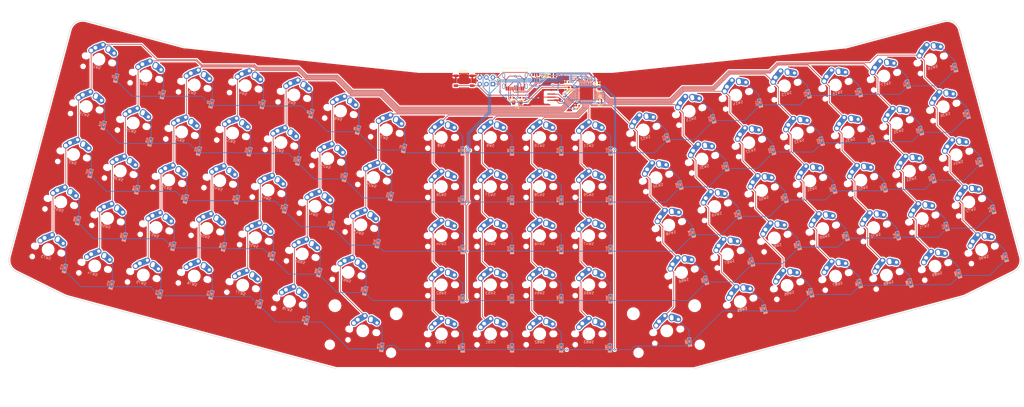
<source format=kicad_pcb>
(kicad_pcb (version 20171130) (host pcbnew "(5.1.9)-1")
  (title_block (title SuperLyra) (date 2021-09-12) (rev 0.1) (company "Black Cat Plasticworks"))
  (layers (0 F.Cu signal) (31 B.Cu signal) (34 B.Paste user) (35 F.Paste user) (36 B.SilkS user) (37 F.SilkS user) (38 B.Mask user) (39 F.Mask user) (44 Edge.Cuts user))
  (net 0 "")
  (net 1 GND)
  (net 2 "Net-(C1-Pad1)")
  (net 3 VCC)
  (net 4 ROW0)
  (net 5 "Net-(D1-Pad2)")
  (net 6 "Net-(D2-Pad2)")
  (net 7 "Net-(D3-Pad2)")
  (net 8 "Net-(D4-Pad2)")
  (net 9 "Net-(D5-Pad2)")
  (net 10 "Net-(D6-Pad2)")
  (net 11 "Net-(D7-Pad2)")
  (net 12 "Net-(D8-Pad2)")
  (net 13 "Net-(D9-Pad2)")
  (net 14 "Net-(D10-Pad2)")
  (net 15 "Net-(D11-Pad2)")
  (net 16 "Net-(D12-Pad2)")
  (net 17 "Net-(D13-Pad2)")
  (net 18 "Net-(D14-Pad2)")
  (net 19 "Net-(D15-Pad2)")
  (net 20 "Net-(D16-Pad2)")
  (net 21 "Net-(D17-Pad2)")
  (net 22 "Net-(D18-Pad2)")
  (net 23 MISO)
  (net 24 "Net-(D19-Pad2)")
  (net 25 "Net-(D20-Pad2)")
  (net 26 "Net-(D21-Pad2)")
  (net 27 "Net-(D22-Pad2)")
  (net 28 "Net-(D23-Pad2)")
  (net 29 "Net-(D24-Pad2)")
  (net 30 "Net-(D25-Pad2)")
  (net 31 "Net-(D26-Pad2)")
  (net 32 "Net-(D27-Pad2)")
  (net 33 "Net-(D28-Pad2)")
  (net 34 "Net-(D29-Pad2)")
  (net 35 "Net-(D30-Pad2)")
  (net 36 "Net-(D31-Pad2)")
  (net 37 "Net-(D32-Pad2)")
  (net 38 "Net-(D33-Pad2)")
  (net 39 "Net-(D34-Pad2)")
  (net 40 "Net-(D35-Pad2)")
  (net 41 "Net-(D36-Pad2)")
  (net 42 "Net-(D37-Pad2)")
  (net 43 MOSI)
  (net 44 "Net-(D38-Pad2)")
  (net 45 "Net-(D39-Pad2)")
  (net 46 "Net-(D40-Pad2)")
  (net 47 "Net-(D41-Pad2)")
  (net 48 "Net-(D42-Pad2)")
  (net 49 "Net-(D43-Pad2)")
  (net 50 "Net-(D44-Pad2)")
  (net 51 "Net-(D45-Pad2)")
  (net 52 "Net-(D46-Pad2)")
  (net 53 "Net-(D47-Pad2)")
  (net 54 "Net-(D48-Pad2)")
  (net 55 "Net-(D49-Pad2)")
  (net 56 "Net-(D50-Pad2)")
  (net 57 "Net-(D51-Pad2)")
  (net 58 "Net-(D52-Pad2)")
  (net 59 "Net-(D53-Pad2)")
  (net 60 "Net-(D54-Pad2)")
  (net 61 ROW3)
  (net 62 "Net-(D55-Pad2)")
  (net 63 "Net-(D56-Pad2)")
  (net 64 "Net-(D57-Pad2)")
  (net 65 "Net-(D58-Pad2)")
  (net 66 "Net-(D59-Pad2)")
  (net 67 "Net-(D60-Pad2)")
  (net 68 "Net-(D61-Pad2)")
  (net 69 "Net-(D62-Pad2)")
  (net 70 "Net-(D63-Pad2)")
  (net 71 "Net-(D64-Pad2)")
  (net 72 "Net-(D65-Pad2)")
  (net 73 "Net-(D66-Pad2)")
  (net 74 "Net-(D67-Pad2)")
  (net 75 "Net-(D68-Pad2)")
  (net 76 "Net-(D69-Pad2)")
  (net 77 "Net-(D70-Pad2)")
  (net 78 "Net-(D71-Pad2)")
  (net 79 "Net-(D72-Pad2)")
  (net 80 "Net-(D73-Pad2)")
  (net 81 ROW4)
  (net 82 "Net-(D74-Pad2)")
  (net 83 "Net-(D75-Pad2)")
  (net 84 "Net-(D76-Pad2)")
  (net 85 "Net-(D77-Pad2)")
  (net 86 "Net-(D78-Pad2)")
  (net 87 "Net-(D79-Pad2)")
  (net 88 "Net-(D80-Pad2)")
  (net 89 "Net-(D81-Pad2)")
  (net 90 "Net-(D82-Pad2)")
  (net 91 "Net-(D83-Pad2)")
  (net 92 "Net-(D84-Pad2)")
  (net 93 "Net-(D85-Pad2)")
  (net 94 "Net-(D86-Pad2)")
  (net 95 "Net-(D87-Pad2)")
  (net 96 "Net-(D88-Pad2)")
  (net 97 "Net-(D89-Pad2)")
  (net 98 "Net-(D90-Pad2)")
  (net 99 RST)
  (net 100 DI+)
  (net 101 DI-)
  (net 102 "Net-(R4-Pad2)")
  (net 103 "Net-(J1-PadA5)")
  (net 104 "Net-(J1-PadB5)")
  (net 105 COL0)
  (net 106 COL1)
  (net 107 COL2)
  (net 108 COL3)
  (net 109 COL4)
  (net 110 COL5)
  (net 111 COL6)
  (net 112 COL7)
  (net 113 COL8)
  (net 114 COL9)
  (net 115 COL10)
  (net 116 COL11)
  (net 117 COL12)
  (net 118 COL13)
  (net 119 COL14)
  (net 120 COL15)
  (net 121 COL16)
  (net 122 COL17)
  (net 123 "Net-(U1-Pad1)")
  (net 124 "Net-(U1-Pad16)")
  (net 125 "Net-(U1-Pad17)")
  (net 126 "Net-(U1-Pad41)")
  (net 127 "Net-(U1-Pad42)")
  (net 128 "Net-(U2-Pad3)")
  (net 129 "Net-(U2-Pad6)")
  (net 130 /D+)
  (net 131 /D-)
  (net 132 GND1)
  (net 133 /vbus-in)
  (net 134 "Net-(J1-PadA8)")
  (net 135 "Net-(J1-PadB8)")
  (module keebiocustom:MX-Alps-Choc-1U-NoLED (layer F.Cu) (at 200.463938 101.669622)
    (fp_text reference SW9 (at 0 3.175) (layer B.SilkS) (effects (justify mirror)))
    (fp_text value SW_Push)
    (pad 1 thru_hole oval (at 2.5 -4.5 86.1) (size 2.831378 2.25) (drill 1.47 (offset 0.290689 0)) (layers *.Cu *.Mask) (net 13 "Net-(D9-Pad2)"))
    (pad 1 thru_hole circle (at 2.54 -5.08) (size 2.25 2.25) (drill 1.47) (layers *.Cu *.Mask) (net 13 "Net-(D9-Pad2)"))
    (pad 2 thru_hole oval (at -3.81 -2.54 48.1) (size 4.211556 2.25) (drill 1.47 (offset 0.980778 0)) (layers *.Cu *.Mask) (net 113 COL8))
    (pad "" np_thru_hole circle (at 0 0) (size 3.9878 3.9878) (drill 3.9878) (layers *.Cu *.Mask))
    (pad 2 thru_hole circle (at -2.5 -4) (size 2.25 2.25) (drill 1.47) (layers *.Cu *.Mask) (net 113 COL8))
    (pad "" np_thru_hole circle (at -5.08 0 48.0996) (size 1.75 1.75) (drill 1.75) (layers *.Cu *.Mask))
    (pad "" np_thru_hole circle (at 5.08 0 48.0996) (size 1.75 1.75) (drill 1.75) (layers *.Cu *.Mask))
    (pad 1 thru_hole circle (at 5 -3.8) (size 2 2) (drill 1.2) (layers *.Cu *.Mask) (net 13 "Net-(D9-Pad2)"))
    (pad 2 thru_hole circle (at 0 -5.9) (size 2 2) (drill 1.2) (layers *.Cu *.Mask) (net 113 COL8))
    (pad "" np_thru_hole circle (at -5.5 0 48.1) (size 1.7 1.7) (drill 1.7) (layers *.Cu *.Mask))
    (pad "" np_thru_hole circle (at 5.5 0 48.1) (size 1.7 1.7) (drill 1.7) (layers *.Cu *.Mask))
    (pad "" np_thru_hole circle (at -5.22 4.2 48.1) (size 1.2 1.2) (drill 1.2) (layers *.Cu *.Mask))
    (pad 1 connect oval (at 3.81 -4.318 333) (size 5 2.5) (layers *.Mask B.Cu) (net 13 "Net-(D9-Pad2)"))
    (pad 1 connect oval (at 3.81 -4.318 333) (size 5 2.5) (layers *.Mask F.Cu) (net 13 "Net-(D9-Pad2)"))
    (pad 2 connect oval (at -1.27 -4.826 36) (size 5.5 2.3) (layers *.Mask F.Cu) (net 113 COL8))
    (pad 2 connect oval (at -1.27 -4.826 36) (size 5.5 2.3) (layers *.Mask B.Cu) (net 113 COL8))
  )
  (module keebiocustom:MX-Alps-Choc-1U-NoLED (layer F.Cu) (at 181.479982 139.69789)
    (fp_text reference SW44 (at 0 3.175) (layer B.SilkS) (effects (justify mirror)))
    (fp_text value SW_Push)
    (pad 2 connect oval (at -1.27 -4.826 36) (size 5.5 2.3) (layers *.Mask B.Cu) (net 112 COL7))
    (pad 2 connect oval (at -1.27 -4.826 36) (size 5.5 2.3) (layers *.Mask F.Cu) (net 112 COL7))
    (pad 1 connect oval (at 3.81 -4.318 333) (size 5 2.5) (layers *.Mask F.Cu) (net 50 "Net-(D44-Pad2)"))
    (pad 1 connect oval (at 3.81 -4.318 333) (size 5 2.5) (layers *.Mask B.Cu) (net 50 "Net-(D44-Pad2)"))
    (pad "" np_thru_hole circle (at -5.22 4.2 48.1) (size 1.2 1.2) (drill 1.2) (layers *.Cu *.Mask))
    (pad "" np_thru_hole circle (at 5.5 0 48.1) (size 1.7 1.7) (drill 1.7) (layers *.Cu *.Mask))
    (pad "" np_thru_hole circle (at -5.5 0 48.1) (size 1.7 1.7) (drill 1.7) (layers *.Cu *.Mask))
    (pad 2 thru_hole circle (at 0 -5.9) (size 2 2) (drill 1.2) (layers *.Cu *.Mask) (net 112 COL7))
    (pad 1 thru_hole circle (at 5 -3.8) (size 2 2) (drill 1.2) (layers *.Cu *.Mask) (net 50 "Net-(D44-Pad2)"))
    (pad "" np_thru_hole circle (at 5.08 0 48.0996) (size 1.75 1.75) (drill 1.75) (layers *.Cu *.Mask))
    (pad "" np_thru_hole circle (at -5.08 0 48.0996) (size 1.75 1.75) (drill 1.75) (layers *.Cu *.Mask))
    (pad 2 thru_hole circle (at -2.5 -4) (size 2.25 2.25) (drill 1.47) (layers *.Cu *.Mask) (net 112 COL7))
    (pad "" np_thru_hole circle (at 0 0) (size 3.9878 3.9878) (drill 3.9878) (layers *.Cu *.Mask))
    (pad 2 thru_hole oval (at -3.81 -2.54 48.1) (size 4.211556 2.25) (drill 1.47 (offset 0.980778 0)) (layers *.Cu *.Mask) (net 112 COL7))
    (pad 1 thru_hole circle (at 2.54 -5.08) (size 2.25 2.25) (drill 1.47) (layers *.Cu *.Mask) (net 50 "Net-(D44-Pad2)"))
    (pad 1 thru_hole oval (at 2.5 -4.5 86.1) (size 2.831378 2.25) (drill 1.47 (offset 0.290689 0)) (layers *.Cu *.Mask) (net 50 "Net-(D44-Pad2)"))
  )
  (module keebiocustom:MX-Alps-Choc-2U-StabFlip-NoLED (layer F.Cu) (at 151.13 176.53 352.5)
    (fp_text reference SW79)
    (fp_text value SW_Push)
    (pad 1 connect oval (at 3.81 -4.572 325.5) (size 5 2.5) (layers *.Mask B.Cu) (net 87 "Net-(D79-Pad2)"))
    (pad 1 connect oval (at 3.81 -4.572 325.5) (size 5 2.5) (layers *.Mask F.Cu) (net 87 "Net-(D79-Pad2)"))
    (pad 2 connect oval (at -1.27 -4.826 28.5) (size 5.5 2.3) (layers *.Mask B.Cu) (net 111 COL6))
    (pad 2 connect oval (at -1.27 -4.826 28.5) (size 5.5 2.3) (layers *.Mask F.Cu) (net 111 COL6))
    (pad "" np_thru_hole circle (at -11.938 6.985 352.5) (size 3.048 3.048) (drill 3.048) (layers *.Cu *.Mask))
    (pad "" np_thru_hole circle (at -11.938 -8.255 352.5) (size 3.9878 3.9878) (drill 3.9878) (layers *.Cu *.Mask))
    (pad "" np_thru_hole circle (at 11.938 6.985 352.5) (size 3.048 3.048) (drill 3.048) (layers *.Cu *.Mask))
    (pad "" np_thru_hole circle (at 11.938 -8.255 352.5) (size 3.9878 3.9878) (drill 3.9878) (layers *.Cu *.Mask))
    (pad "" np_thru_hole circle (at -5.22 4.2 40.6) (size 1.2 1.2) (drill 1.2) (layers *.Cu *.Mask))
    (pad "" np_thru_hole circle (at 5.5 0 40.6) (size 1.7 1.7) (drill 1.7) (layers *.Cu *.Mask))
    (pad "" np_thru_hole circle (at -5.5 0 40.6) (size 1.7 1.7) (drill 1.7) (layers *.Cu *.Mask))
    (pad 2 thru_hole circle (at 0 -5.9 352.5) (size 2 2) (drill 1.2) (layers *.Cu *.Mask) (net 111 COL6))
    (pad 1 thru_hole circle (at 5 -3.8 352.5) (size 2 2) (drill 1.2) (layers *.Cu *.Mask) (net 87 "Net-(D79-Pad2)"))
    (pad "" np_thru_hole circle (at 5.08 0 40.5996) (size 1.75 1.75) (drill 1.75) (layers *.Cu *.Mask))
    (pad "" np_thru_hole circle (at -5.08 0 40.5996) (size 1.75 1.75) (drill 1.75) (layers *.Cu *.Mask))
    (pad 2 thru_hole circle (at -2.5 -4 352.5) (size 2.25 2.25) (drill 1.47) (layers *.Cu *.Mask) (net 111 COL6))
    (pad "" np_thru_hole circle (at 0 0 352.5) (size 3.9878 3.9878) (drill 3.9878) (layers *.Cu *.Mask))
    (pad 2 thru_hole oval (at -3.81 -2.54 40.6) (size 4.211556 2.25) (drill 1.47 (offset 0.980778 0)) (layers *.Cu *.Mask) (net 111 COL6))
    (pad 1 thru_hole circle (at 2.54 -5.08 352.5) (size 2.25 2.25) (drill 1.47) (layers *.Cu *.Mask) (net 87 "Net-(D79-Pad2)"))
    (pad 1 thru_hole oval (at 2.5 -4.5 78.6) (size 2.831378 2.25) (drill 1.47 (offset 0.290689 0)) (layers *.Cu *.Mask) (net 87 "Net-(D79-Pad2)"))
  )
  (module keebiocustom:MX-Alps-Choc-2U-StabFlip-NoLED (layer F.Cu) (at 268.605 176.53 7.5)
    (fp_text reference SW84)
    (fp_text value SW_Push)
    (pad 1 connect oval (at 3.81 -4.572 340.5) (size 5 2.5) (layers *.Mask B.Cu) (net 92 "Net-(D84-Pad2)"))
    (pad 1 connect oval (at 3.81 -4.572 340.5) (size 5 2.5) (layers *.Mask F.Cu) (net 92 "Net-(D84-Pad2)"))
    (pad 2 connect oval (at -1.27 -4.826 43.5) (size 5.5 2.3) (layers *.Mask B.Cu) (net 116 COL11))
    (pad 2 connect oval (at -1.27 -4.826 43.5) (size 5.5 2.3) (layers *.Mask F.Cu) (net 116 COL11))
    (pad "" np_thru_hole circle (at -11.938 6.985 7.5) (size 3.048 3.048) (drill 3.048) (layers *.Cu *.Mask))
    (pad "" np_thru_hole circle (at -11.938 -8.255 7.5) (size 3.9878 3.9878) (drill 3.9878) (layers *.Cu *.Mask))
    (pad "" np_thru_hole circle (at 11.938 6.985 7.5) (size 3.048 3.048) (drill 3.048) (layers *.Cu *.Mask))
    (pad "" np_thru_hole circle (at 11.938 -8.255 7.5) (size 3.9878 3.9878) (drill 3.9878) (layers *.Cu *.Mask))
    (pad "" np_thru_hole circle (at -5.22 4.2 55.6) (size 1.2 1.2) (drill 1.2) (layers *.Cu *.Mask))
    (pad "" np_thru_hole circle (at 5.5 0 55.6) (size 1.7 1.7) (drill 1.7) (layers *.Cu *.Mask))
    (pad "" np_thru_hole circle (at -5.5 0 55.6) (size 1.7 1.7) (drill 1.7) (layers *.Cu *.Mask))
    (pad 2 thru_hole circle (at 0 -5.9 7.5) (size 2 2) (drill 1.2) (layers *.Cu *.Mask) (net 116 COL11))
    (pad 1 thru_hole circle (at 5 -3.8 7.5) (size 2 2) (drill 1.2) (layers *.Cu *.Mask) (net 92 "Net-(D84-Pad2)"))
    (pad "" np_thru_hole circle (at 5.08 0 55.5996) (size 1.75 1.75) (drill 1.75) (layers *.Cu *.Mask))
    (pad "" np_thru_hole circle (at -5.08 0 55.5996) (size 1.75 1.75) (drill 1.75) (layers *.Cu *.Mask))
    (pad 2 thru_hole circle (at -2.5 -4 7.5) (size 2.25 2.25) (drill 1.47) (layers *.Cu *.Mask) (net 116 COL11))
    (pad "" np_thru_hole circle (at 0 0 7.5) (size 3.9878 3.9878) (drill 3.9878) (layers *.Cu *.Mask))
    (pad 2 thru_hole oval (at -3.81 -2.54 55.6) (size 4.211556 2.25) (drill 1.47 (offset 0.980778 0)) (layers *.Cu *.Mask) (net 116 COL11))
    (pad 1 thru_hole circle (at 2.54 -5.08 7.5) (size 2.25 2.25) (drill 1.47) (layers *.Cu *.Mask) (net 92 "Net-(D84-Pad2)"))
    (pad 1 thru_hole oval (at 2.5 -4.5 93.6) (size 2.831378 2.25) (drill 1.47 (offset 0.290689 0)) (layers *.Cu *.Mask) (net 92 "Net-(D84-Pad2)"))
  )
  (module Keebio:C_0402 (layer F.Cu) (at 230.124 83.312 180)
    (fp_text reference C2 (at 0 -1.27) (layer F.SilkS) (effects (font (size 0.7 0.7))))
    (fp_text value 0.1u)
    (pad 1 smd rect (at -0.55 0 180) (size 0.6 0.5) (layers F.Cu F.Paste F.Mask) (net 3 VCC))
    (pad 2 smd rect (at 0.55 0 180) (size 0.6 0.5) (layers F.Cu F.Paste F.Mask) (net 1 GND))
  )
  (module Keebio:C_0402 (layer F.Cu) (at 242.824 87.122)
    (fp_text reference C3 (at 0 -1.27) (layer F.SilkS) (effects (font (size 0.7 0.7))))
    (fp_text value 0.1u)
    (pad 2 smd rect (at 0.55 0) (size 0.6 0.5) (layers F.Cu F.Paste F.Mask) (net 1 GND))
    (pad 1 smd rect (at -0.55 0) (size 0.6 0.5) (layers F.Cu F.Paste F.Mask) (net 3 VCC))
  )
  (module Keebio:C_0402 (layer F.Cu) (at 234.188 89.408 180)
    (fp_text reference C4 (at 0 -1.27) (layer F.SilkS) (effects (font (size 0.7 0.7))))
    (fp_text value 0.1u)
    (pad 1 smd rect (at -0.55 0 180) (size 0.6 0.5) (layers F.Cu F.Paste F.Mask) (net 3 VCC))
    (pad 2 smd rect (at 0.55 0 180) (size 0.6 0.5) (layers F.Cu F.Paste F.Mask) (net 1 GND))
  )
  (module Keebio:C_0402 (layer F.Cu) (at 242.316 81.28 90)
    (fp_text reference C5 (at 0 -1.27 90) (layer F.SilkS) (effects (font (size 0.7 0.7))))
    (fp_text value 10u)
    (pad 2 smd rect (at 0.55 0 90) (size 0.6 0.5) (layers F.Cu F.Paste F.Mask) (net 1 GND))
    (pad 1 smd rect (at -0.55 0 90) (size 0.6 0.5) (layers F.Cu F.Paste F.Mask) (net 3 VCC))
  )
  (module Connector_PinSocket_2.54mm:PinSocket_2x03_P2.54mm_Vertical (layer F.Cu) (at 201.422 81.026 270)
    (fp_text reference J2 (at -1.27 -2.77 90) (layer F.SilkS))
    (fp_text value AVR-ISP-6)
    (pad 1 thru_hole rect (at 0 0 270) (size 1.7 1.7) (drill 1) (layers *.Cu *.Mask) (net 43 MOSI))
    (pad 2 thru_hole oval (at -2.54 0 270) (size 1.7 1.7) (drill 1) (layers *.Cu *.Mask) (net 3 VCC))
    (pad 3 thru_hole oval (at 0 2.54 270) (size 1.7 1.7) (drill 1) (layers *.Cu *.Mask) (net 61 ROW3))
    (pad 4 thru_hole oval (at -2.54 2.54 270) (size 1.7 1.7) (drill 1) (layers *.Cu *.Mask) (net 23 MISO))
    (pad 5 thru_hole oval (at 0 5.08 270) (size 1.7 1.7) (drill 1) (layers *.Cu *.Mask) (net 99 RST))
    (pad 6 thru_hole oval (at -2.54 5.08 270) (size 1.7 1.7) (drill 1) (layers *.Cu *.Mask) (net 1 GND))
  )
  (module Resistor_SMD:R_0402_1005Metric_Pad0.72x0.64mm_HandSolder (layer F.Cu) (at 224.79 78.232 180)
    (fp_text reference R1 (at 2.54 0) (layer F.SilkS))
    (fp_text value 22)
    (pad 1 smd roundrect (at -0.5975 0 180) (size 0.715 0.64) (layers F.Cu F.Paste F.Mask) (net 130 /D+))
    (pad 2 smd roundrect (at 0.5975 0 180) (size 0.715 0.64) (layers F.Cu F.Paste F.Mask) (net 100 DI+))
  )
  (module Resistor_SMD:R_0402_1005Metric_Pad0.72x0.64mm_HandSolder (layer F.Cu) (at 224.79 77.216 180)
    (fp_text reference R2 (at 2.54 0) (layer F.SilkS))
    (fp_text value 22)
    (pad 1 smd roundrect (at -0.5975 0 180) (size 0.715 0.64) (layers F.Cu F.Paste F.Mask) (net 131 /D-))
    (pad 2 smd roundrect (at 0.5975 0 180) (size 0.715 0.64) (layers F.Cu F.Paste F.Mask) (net 101 DI-))
  )
  (module Resistor_SMD:R_0402_1005Metric_Pad0.72x0.64mm_HandSolder (layer F.Cu) (at 231.394 82.296 180)
    (fp_text reference R3 (at 0 -1.17) (layer F.SilkS))
    (fp_text value 10k)
    (pad 1 smd roundrect (at -0.5975 0 180) (size 0.715 0.64) (layers F.Cu F.Paste F.Mask) (net 99 RST))
    (pad 2 smd roundrect (at 0.5975 0 180) (size 0.715 0.64) (layers F.Cu F.Paste F.Mask) (net 3 VCC))
  )
  (module Resistor_SMD:R_0402_1005Metric_Pad0.72x0.64mm_HandSolder (layer F.Cu) (at 242.824 88.392 180)
    (fp_text reference R4 (at 0 -1.17) (layer F.SilkS))
    (fp_text value 10k)
    (pad 1 smd roundrect (at -0.5975 0 180) (size 0.715 0.64) (layers F.Cu F.Paste F.Mask) (net 1 GND))
    (pad 2 smd roundrect (at 0.5975 0 180) (size 0.715 0.64) (layers F.Cu F.Paste F.Mask) (net 102 "Net-(R4-Pad2)"))
  )
  (module Resistor_SMD:R_0402_1005Metric_Pad0.72x0.64mm_HandSolder (layer F.Cu) (at 212.598 86.36 180)
    (fp_text reference R5 (at 0 -1.17) (layer F.SilkS))
    (fp_text value 5.1k)
    (pad 1 smd roundrect (at -0.5975 0 180) (size 0.715 0.64) (layers F.Cu F.Paste F.Mask) (net 1 GND))
    (pad 2 smd roundrect (at 0.5975 0 180) (size 0.715 0.64) (layers F.Cu F.Paste F.Mask) (net 103 "Net-(J1-PadA5)"))
  )
  (module Resistor_SMD:R_0402_1005Metric_Pad0.72x0.64mm_HandSolder (layer F.Cu) (at 208.788 86.36 180)
    (fp_text reference R6 (at 0 -1.17 180) (layer F.SilkS))
    (fp_text value 5.1k)
    (pad 2 smd roundrect (at 0.5975 0 180) (size 0.715 0.64) (layers F.Cu F.Paste F.Mask) (net 104 "Net-(J1-PadB5)"))
    (pad 1 smd roundrect (at -0.5975 0 180) (size 0.715 0.64) (layers F.Cu F.Paste F.Mask) (net 1 GND))
  )
  (module Package_DFN_QFN:QFN-44-1EP_7x7mm_P0.5mm_EP5.2x5.2mm (layer F.Cu) (at 237.49 84.582 270)
    (fp_text reference U1 (at 0 -4.82 90) (layer F.SilkS))
    (fp_text value ATmega32U4-MU)
    (pad 45 smd rect (at 0 0 270) (size 5.2 5.2) (layers F.Cu F.Mask) (net 1 GND))
    (pad 44 smd roundrect (at -2.5 -3.3375 270) (size 0.25 1.075) (layers F.Cu F.Paste F.Mask) (net 3 VCC))
    (pad 43 smd roundrect (at -2 -3.3375 270) (size 0.25 1.075) (layers F.Cu F.Paste F.Mask) (net 1 GND))
    (pad 42 smd roundrect (at -1.5 -3.3375 270) (size 0.25 1.075) (layers F.Cu F.Paste F.Mask) (net 127 "Net-(U1-Pad42)"))
    (pad 41 smd roundrect (at -1 -3.3375 270) (size 0.25 1.075) (layers F.Cu F.Paste F.Mask) (net 126 "Net-(U1-Pad41)"))
    (pad 40 smd roundrect (at -0.5 -3.3375 270) (size 0.25 1.075) (layers F.Cu F.Paste F.Mask) (net 122 COL17))
    (pad 39 smd roundrect (at 0 -3.3375 270) (size 0.25 1.075) (layers F.Cu F.Paste F.Mask) (net 121 COL16))
    (pad 38 smd roundrect (at 0.5 -3.3375 270) (size 0.25 1.075) (layers F.Cu F.Paste F.Mask) (net 120 COL15))
    (pad 37 smd roundrect (at 1 -3.3375 270) (size 0.25 1.075) (layers F.Cu F.Paste F.Mask) (net 119 COL14))
    (pad 36 smd roundrect (at 1.5 -3.3375 270) (size 0.25 1.075) (layers F.Cu F.Paste F.Mask) (net 118 COL13))
    (pad 35 smd roundrect (at 2 -3.3375 270) (size 0.25 1.075) (layers F.Cu F.Paste F.Mask) (net 1 GND))
    (pad 34 smd roundrect (at 2.5 -3.3375 270) (size 0.25 1.075) (layers F.Cu F.Paste F.Mask) (net 3 VCC))
    (pad 33 smd roundrect (at 3.3375 -2.5 270) (size 1.075 0.25) (layers F.Cu F.Paste F.Mask) (net 102 "Net-(R4-Pad2)"))
    (pad 32 smd roundrect (at 3.3375 -2 270) (size 1.075 0.25) (layers F.Cu F.Paste F.Mask) (net 117 COL12))
    (pad 31 smd roundrect (at 3.3375 -1.5 270) (size 1.075 0.25) (layers F.Cu F.Paste F.Mask) (net 116 COL11))
    (pad 30 smd roundrect (at 3.3375 -1 270) (size 1.075 0.25) (layers F.Cu F.Paste F.Mask) (net 115 COL10))
    (pad 29 smd roundrect (at 3.3375 -0.5 270) (size 1.075 0.25) (layers F.Cu F.Paste F.Mask) (net 114 COL9))
    (pad 28 smd roundrect (at 3.3375 0 270) (size 1.075 0.25) (layers F.Cu F.Paste F.Mask) (net 113 COL8))
    (pad 27 smd roundrect (at 3.3375 0.5 270) (size 1.075 0.25) (layers F.Cu F.Paste F.Mask) (net 112 COL7))
    (pad 26 smd roundrect (at 3.3375 1 270) (size 1.075 0.25) (layers F.Cu F.Paste F.Mask) (net 111 COL6))
    (pad 25 smd roundrect (at 3.3375 1.5 270) (size 1.075 0.25) (layers F.Cu F.Paste F.Mask) (net 110 COL5))
    (pad 24 smd roundrect (at 3.3375 2 270) (size 1.075 0.25) (layers F.Cu F.Paste F.Mask) (net 3 VCC))
    (pad 23 smd roundrect (at 3.3375 2.5 270) (size 1.075 0.25) (layers F.Cu F.Paste F.Mask) (net 1 GND))
    (pad 22 smd roundrect (at 2.5 3.3375 270) (size 0.25 1.075) (layers F.Cu F.Paste F.Mask) (net 109 COL4))
    (pad 21 smd roundrect (at 2 3.3375 270) (size 0.25 1.075) (layers F.Cu F.Paste F.Mask) (net 108 COL3))
    (pad 20 smd roundrect (at 1.5 3.3375 270) (size 0.25 1.075) (layers F.Cu F.Paste F.Mask) (net 107 COL2))
    (pad 19 smd roundrect (at 1 3.3375 270) (size 0.25 1.075) (layers F.Cu F.Paste F.Mask) (net 106 COL1))
    (pad 18 smd roundrect (at 0.5 3.3375 270) (size 0.25 1.075) (layers F.Cu F.Paste F.Mask) (net 105 COL0))
    (pad 17 smd roundrect (at 0 3.3375 270) (size 0.25 1.075) (layers F.Cu F.Paste F.Mask) (net 125 "Net-(U1-Pad17)"))
    (pad 16 smd roundrect (at -0.5 3.3375 270) (size 0.25 1.075) (layers F.Cu F.Paste F.Mask) (net 124 "Net-(U1-Pad16)"))
    (pad 15 smd roundrect (at -1 3.3375 270) (size 0.25 1.075) (layers F.Cu F.Paste F.Mask) (net 1 GND))
    (pad 14 smd roundrect (at -1.5 3.3375 270) (size 0.25 1.075) (layers F.Cu F.Paste F.Mask) (net 3 VCC))
    (pad 13 smd roundrect (at -2 3.3375 270) (size 0.25 1.075) (layers F.Cu F.Paste F.Mask) (net 99 RST))
    (pad 12 smd roundrect (at -2.5 3.3375 270) (size 0.25 1.075) (layers F.Cu F.Paste F.Mask) (net 4 ROW0))
    (pad 11 smd roundrect (at -3.3375 2.5 270) (size 1.075 0.25) (layers F.Cu F.Paste F.Mask) (net 23 MISO))
    (pad 10 smd roundrect (at -3.3375 2 270) (size 1.075 0.25) (layers F.Cu F.Paste F.Mask) (net 43 MOSI))
    (pad 9 smd roundrect (at -3.3375 1.5 270) (size 1.075 0.25) (layers F.Cu F.Paste F.Mask) (net 61 ROW3))
    (pad 8 smd roundrect (at -3.3375 1 270) (size 1.075 0.25) (layers F.Cu F.Paste F.Mask) (net 81 ROW4))
    (pad 7 smd roundrect (at -3.3375 0.5 270) (size 1.075 0.25) (layers F.Cu F.Paste F.Mask) (net 3 VCC))
    (pad 6 smd roundrect (at -3.3375 0 270) (size 1.075 0.25) (layers F.Cu F.Paste F.Mask) (net 2 "Net-(C1-Pad1)"))
    (pad 5 smd roundrect (at -3.3375 -0.5 270) (size 1.075 0.25) (layers F.Cu F.Paste F.Mask) (net 132 GND1))
    (pad 4 smd roundrect (at -3.3375 -1 270) (size 1.075 0.25) (layers F.Cu F.Paste F.Mask) (net 130 /D+))
    (pad 3 smd roundrect (at -3.3375 -1.5 270) (size 1.075 0.25) (layers F.Cu F.Paste F.Mask) (net 131 /D-))
    (pad 2 smd roundrect (at -3.3375 -2 270) (size 1.075 0.25) (layers F.Cu F.Paste F.Mask) (net 3 VCC))
    (pad 1 smd roundrect (at -3.3375 -2.5 270) (size 1.075 0.25) (layers F.Cu F.Paste F.Mask) (net 123 "Net-(U1-Pad1)"))
  )
  (module Package_TO_SOT_SMD:SOT-23-6 (layer F.Cu) (at 217.932 78.486 270)
    (fp_text reference U2 (at 0 -2.9 90) (layer F.SilkS))
    (fp_text value SRV05-4)
    (pad 1 smd rect (at -1.1 -0.95 270) (size 1.06 0.65) (layers F.Cu F.Paste F.Mask) (net 101 DI-))
    (pad 2 smd rect (at -1.1 0 270) (size 1.06 0.65) (layers F.Cu F.Paste F.Mask) (net 1 GND))
    (pad 3 smd rect (at -1.1 0.95 270) (size 1.06 0.65) (layers F.Cu F.Paste F.Mask) (net 128 "Net-(U2-Pad3)"))
    (pad 4 smd rect (at 1.1 0.95 270) (size 1.06 0.65) (layers F.Cu F.Paste F.Mask) (net 100 DI+))
    (pad 6 smd rect (at 1.1 -0.95 270) (size 1.06 0.65) (layers F.Cu F.Paste F.Mask) (net 129 "Net-(U2-Pad6)"))
    (pad 5 smd rect (at 1.1 0 270) (size 1.06 0.65) (layers F.Cu F.Paste F.Mask) (net 3 VCC))
  )
  (module Fuse:Fuse_1206_3216Metric (layer F.Cu) (at 210.82 88.138 180)
    (fp_text reference F1 (at 0 -1.778) (layer F.SilkS))
    (fp_text value Polyfuse_Small)
    (pad 1 smd roundrect (at -1.4 0 180) (size 1.25 1.75) (layers F.Cu F.Paste F.Mask) (roundrect_rratio 0.2) (net 3 VCC))
    (pad 2 smd roundrect (at 1.4 0 180) (size 1.25 1.75) (layers F.Cu F.Paste F.Mask) (roundrect_rratio 0.2) (net 133 /vbus-in))
  )
  (module Keebio:D_0805 (layer B.Cu) (at 55.88 78.486 75)
    (fp_text reference D1 (at 0 -1.4 75) (layer B.SilkS) (effects (font (size 0.7 0.7)) (justify mirror)))
    (fp_text value D_Small_ALT hide)
    (pad 1 smd rect (at -0.95 0 75) (size 0.7 1.3) (layers B.Cu B.Paste B.Mask) (net 4 ROW0))
    (pad 2 smd rect (at 0.95 0 75) (size 0.7 1.3) (layers B.Cu B.Paste B.Mask) (net 5 "Net-(D1-Pad2)"))
  )
  (module Keebio:D_0805 (layer B.Cu) (at 73.914 84.836 75)
    (fp_text reference D2 (at 0 -1.4 75) (layer B.SilkS) (effects (font (size 0.7 0.7)) (justify mirror)))
    (fp_text value D_Small_ALT hide)
    (pad 1 smd rect (at -0.95 0 75) (size 0.7 1.3) (layers B.Cu B.Paste B.Mask) (net 4 ROW0))
    (pad 2 smd rect (at 0.95 0 75) (size 0.7 1.3) (layers B.Cu B.Paste B.Mask) (net 6 "Net-(D2-Pad2)"))
  )
  (module Keebio:D_0805 (layer B.Cu) (at 92.71 88.392 75)
    (fp_text reference D3 (at 0 -1.4 75) (layer B.SilkS) (effects (font (size 0.7 0.7)) (justify mirror)))
    (fp_text value D_Small_ALT hide)
    (pad 2 smd rect (at 0.95 0 75) (size 0.7 1.3) (layers B.Cu B.Paste B.Mask) (net 7 "Net-(D3-Pad2)"))
    (pad 1 smd rect (at -0.95 0 75) (size 0.7 1.3) (layers B.Cu B.Paste B.Mask) (net 4 ROW0))
  )
  (module Keebio:D_0805 (layer B.Cu) (at 112.522 88.646 75)
    (fp_text reference D4 (at 0 -1.4 75) (layer B.SilkS) (effects (font (size 0.7 0.7)) (justify mirror)))
    (fp_text value D_Small_ALT hide)
    (pad 2 smd rect (at 0.95 0 75) (size 0.7 1.3) (layers B.Cu B.Paste B.Mask) (net 8 "Net-(D4-Pad2)"))
    (pad 1 smd rect (at -0.95 0 75) (size 0.7 1.3) (layers B.Cu B.Paste B.Mask) (net 4 ROW0))
  )
  (module Keebio:D_0805 (layer B.Cu) (at 131.318 92.202 75)
    (fp_text reference D5 (at 0 -1.4 75) (layer B.SilkS) (effects (font (size 0.7 0.7)) (justify mirror)))
    (fp_text value D_Small_ALT hide)
    (pad 2 smd rect (at 0.95 0 75) (size 0.7 1.3) (layers B.Cu B.Paste B.Mask) (net 9 "Net-(D5-Pad2)"))
    (pad 1 smd rect (at -0.95 0 75) (size 0.7 1.3) (layers B.Cu B.Paste B.Mask) (net 4 ROW0))
  )
  (module Keebio:D_0805 (layer B.Cu) (at 149.352 98.552 75)
    (fp_text reference D6 (at 0 -1.4 75) (layer B.SilkS) (effects (font (size 0.7 0.7)) (justify mirror)))
    (fp_text value D_Small_ALT hide)
    (pad 1 smd rect (at -0.95 0 75) (size 0.7 1.3) (layers B.Cu B.Paste B.Mask) (net 4 ROW0))
    (pad 2 smd rect (at 0.95 0 75) (size 0.7 1.3) (layers B.Cu B.Paste B.Mask) (net 10 "Net-(D6-Pad2)"))
  )
  (module Keebio:D_0805 (layer B.Cu) (at 167.132 105.664 75)
    (fp_text reference D7 (at 0 -1.397 75) (layer B.SilkS) (effects (font (size 0.7 0.7)) (justify mirror)))
    (fp_text value D_Small_ALT hide)
    (pad 2 smd rect (at 0.95 0 75) (size 0.7 1.3) (layers B.Cu B.Paste B.Mask) (net 11 "Net-(D7-Pad2)"))
    (pad 1 smd rect (at -0.95 0 75) (size 0.7 1.3) (layers B.Cu B.Paste B.Mask) (net 4 ROW0))
  )
  (module Keebio:D_0805 (layer B.Cu) (at 189.738 106.68 90)
    (fp_text reference D8 (at 0 -1.4 90) (layer B.SilkS) (effects (font (size 0.7 0.7)) (justify mirror)))
    (fp_text value D_Small_ALT hide)
    (pad 1 smd rect (at -0.95 0 90) (size 0.7 1.3) (layers B.Cu B.Paste B.Mask) (net 4 ROW0))
    (pad 2 smd rect (at 0.95 0 90) (size 0.7 1.3) (layers B.Cu B.Paste B.Mask) (net 12 "Net-(D8-Pad2)"))
  )
  (module Keebio:D_0805 (layer B.Cu) (at 208.788 106.68 90)
    (fp_text reference D9 (at 0 -1.4 90) (layer B.SilkS) (effects (font (size 0.7 0.7)) (justify mirror)))
    (fp_text value D_Small_ALT hide)
    (pad 2 smd rect (at 0.95 0 90) (size 0.7 1.3) (layers B.Cu B.Paste B.Mask) (net 13 "Net-(D9-Pad2)"))
    (pad 1 smd rect (at -0.95 0 90) (size 0.7 1.3) (layers B.Cu B.Paste B.Mask) (net 4 ROW0))
  )
  (module Keebio:D_0805 (layer B.Cu) (at 227.838 106.68 90)
    (fp_text reference D10 (at 0 -1.4 90) (layer B.SilkS) (effects (font (size 0.7 0.7)) (justify mirror)))
    (fp_text value D_Small_ALT hide)
    (pad 1 smd rect (at -0.95 0 90) (size 0.7 1.3) (layers B.Cu B.Paste B.Mask) (net 4 ROW0))
    (pad 2 smd rect (at 0.95 0 90) (size 0.7 1.3) (layers B.Cu B.Paste B.Mask) (net 14 "Net-(D10-Pad2)"))
  )
  (module Keebio:D_0805 (layer B.Cu) (at 246.888 106.68 90)
    (fp_text reference D11 (at 0 -1.4 90) (layer B.SilkS) (effects (font (size 0.7 0.7)) (justify mirror)))
    (fp_text value D_Small_ALT hide)
    (pad 2 smd rect (at 0.95 0 90) (size 0.7 1.3) (layers B.Cu B.Paste B.Mask) (net 15 "Net-(D11-Pad2)"))
    (pad 1 smd rect (at -0.95 0 90) (size 0.7 1.3) (layers B.Cu B.Paste B.Mask) (net 4 ROW0))
  )
  (module Keebio:D_0805 (layer B.Cu) (at 268.732 101.6 105)
    (fp_text reference D12 (at 0 -1.4 105) (layer B.SilkS) (effects (font (size 0.7 0.7)) (justify mirror)))
    (fp_text value D_Small_ALT hide)
    (pad 1 smd rect (at -0.95 0 105) (size 0.7 1.3) (layers B.Cu B.Paste B.Mask) (net 4 ROW0))
    (pad 2 smd rect (at 0.95 0 105) (size 0.7 1.3) (layers B.Cu B.Paste B.Mask) (net 16 "Net-(D12-Pad2)"))
  )
  (module Keebio:D_0805 (layer B.Cu) (at 286.512 94.234 105)
    (fp_text reference D13 (at 0 -1.4 105) (layer B.SilkS) (effects (font (size 0.7 0.7)) (justify mirror)))
    (fp_text value D_Small_ALT hide)
    (pad 2 smd rect (at 0.95 0 105) (size 0.7 1.3) (layers B.Cu B.Paste B.Mask) (net 17 "Net-(D13-Pad2)"))
    (pad 1 smd rect (at -0.95 0 105) (size 0.7 1.3) (layers B.Cu B.Paste B.Mask) (net 4 ROW0))
  )
  (module Keebio:D_0805 (layer B.Cu) (at 304.546 88.138 105)
    (fp_text reference D14 (at 0 -1.4 105) (layer B.SilkS) (effects (font (size 0.7 0.7)) (justify mirror)))
    (fp_text value D_Small_ALT hide)
    (pad 2 smd rect (at 0.95 0 105) (size 0.7 1.3) (layers B.Cu B.Paste B.Mask) (net 18 "Net-(D14-Pad2)"))
    (pad 1 smd rect (at -0.95 0 105) (size 0.7 1.3) (layers B.Cu B.Paste B.Mask) (net 4 ROW0))
  )
  (module Keebio:D_0805 (layer B.Cu) (at 323.342 84.582 105)
    (fp_text reference D15 (at 0 -1.4 105) (layer B.SilkS) (effects (font (size 0.7 0.7)) (justify mirror)))
    (fp_text value D_Small_ALT hide)
    (pad 2 smd rect (at 0.95 0 105) (size 0.7 1.3) (layers B.Cu B.Paste B.Mask) (net 19 "Net-(D15-Pad2)"))
    (pad 1 smd rect (at -0.95 0 105) (size 0.7 1.3) (layers B.Cu B.Paste B.Mask) (net 4 ROW0))
  )
  (module Keebio:D_0805 (layer B.Cu) (at 343.154 84.074 105)
    (fp_text reference D16 (at 0 -1.4 105) (layer B.SilkS) (effects (font (size 0.7 0.7)) (justify mirror)))
    (fp_text value D_Small_ALT hide)
    (pad 1 smd rect (at -0.95 0 105) (size 0.7 1.3) (layers B.Cu B.Paste B.Mask) (net 4 ROW0))
    (pad 2 smd rect (at 0.95 0 105) (size 0.7 1.3) (layers B.Cu B.Paste B.Mask) (net 20 "Net-(D16-Pad2)"))
  )
  (module Keebio:D_0805 (layer B.Cu) (at 361.696 80.772 105)
    (fp_text reference D17 (at 0 -1.4 105) (layer B.SilkS) (effects (font (size 0.7 0.7)) (justify mirror)))
    (fp_text value D_Small_ALT hide)
    (pad 2 smd rect (at 0.95 0 105) (size 0.7 1.3) (layers B.Cu B.Paste B.Mask) (net 21 "Net-(D17-Pad2)"))
    (pad 1 smd rect (at -0.95 0 105) (size 0.7 1.3) (layers B.Cu B.Paste B.Mask) (net 4 ROW0))
  )
  (module Keebio:D_0805 (layer B.Cu) (at 379.984 74.422 105)
    (fp_text reference D18 (at 0 -1.4 105) (layer B.SilkS) (effects (font (size 0.7 0.7)) (justify mirror)))
    (fp_text value D_Small_ALT hide)
    (pad 1 smd rect (at -0.95 0 105) (size 0.7 1.3) (layers B.Cu B.Paste B.Mask) (net 4 ROW0))
    (pad 2 smd rect (at 0.95 0 105) (size 0.7 1.3) (layers B.Cu B.Paste B.Mask) (net 22 "Net-(D18-Pad2)"))
  )
  (module Keebio:D_0805 (layer B.Cu) (at 51.054 96.774 75)
    (fp_text reference D19 (at 0 -1.4 75) (layer B.SilkS) (effects (font (size 0.7 0.7)) (justify mirror)))
    (fp_text value D_Small_ALT hide)
    (pad 2 smd rect (at 0.95 0 75) (size 0.7 1.3) (layers B.Cu B.Paste B.Mask) (net 24 "Net-(D19-Pad2)"))
    (pad 1 smd rect (at -0.95 0 75) (size 0.7 1.3) (layers B.Cu B.Paste B.Mask) (net 23 MISO))
  )
  (module Keebio:D_0805 (layer B.Cu) (at 69.088 103.124 75)
    (fp_text reference D20 (at 0 -1.4 75) (layer B.SilkS) (effects (font (size 0.7 0.7)) (justify mirror)))
    (fp_text value D_Small_ALT hide)
    (pad 1 smd rect (at -0.95 0 75) (size 0.7 1.3) (layers B.Cu B.Paste B.Mask) (net 23 MISO))
    (pad 2 smd rect (at 0.95 0 75) (size 0.7 1.3) (layers B.Cu B.Paste B.Mask) (net 25 "Net-(D20-Pad2)"))
  )
  (module Keebio:D_0805 (layer B.Cu) (at 87.884 106.68 75)
    (fp_text reference D21 (at 0 -1.4 75) (layer B.SilkS) (effects (font (size 0.7 0.7)) (justify mirror)))
    (fp_text value D_Small_ALT hide)
    (pad 2 smd rect (at 0.95 0 75) (size 0.7 1.3) (layers B.Cu B.Paste B.Mask) (net 26 "Net-(D21-Pad2)"))
    (pad 1 smd rect (at -0.95 0 75) (size 0.7 1.3) (layers B.Cu B.Paste B.Mask) (net 23 MISO))
  )
  (module Keebio:D_0805 (layer B.Cu) (at 107.442 106.934 75)
    (fp_text reference D22 (at 0 -1.4 75) (layer B.SilkS) (effects (font (size 0.7 0.7)) (justify mirror)))
    (fp_text value D_Small_ALT hide)
    (pad 1 smd rect (at -0.95 0 75) (size 0.7 1.3) (layers B.Cu B.Paste B.Mask) (net 23 MISO))
    (pad 2 smd rect (at 0.95 0 75) (size 0.7 1.3) (layers B.Cu B.Paste B.Mask) (net 27 "Net-(D22-Pad2)"))
  )
  (module Keebio:D_0805 (layer B.Cu) (at 126.238 110.49 75)
    (fp_text reference D23 (at 0 -1.4 75) (layer B.SilkS) (effects (font (size 0.7 0.7)) (justify mirror)))
    (fp_text value D_Small_ALT hide)
    (pad 1 smd rect (at -0.95 0 75) (size 0.7 1.3) (layers B.Cu B.Paste B.Mask) (net 23 MISO))
    (pad 2 smd rect (at 0.95 0 75) (size 0.7 1.3) (layers B.Cu B.Paste B.Mask) (net 28 "Net-(D23-Pad2)"))
  )
  (module Keebio:D_0805 (layer B.Cu) (at 144.272 116.84 75)
    (fp_text reference D24 (at 0 -1.4 75) (layer B.SilkS) (effects (font (size 0.7 0.7)) (justify mirror)))
    (fp_text value D_Small_ALT hide)
    (pad 1 smd rect (at -0.95 0 75) (size 0.7 1.3) (layers B.Cu B.Paste B.Mask) (net 23 MISO))
    (pad 2 smd rect (at 0.95 0 75) (size 0.7 1.3) (layers B.Cu B.Paste B.Mask) (net 29 "Net-(D24-Pad2)"))
  )
  (module Keebio:D_0805 (layer B.Cu) (at 162.052 124.206 75)
    (fp_text reference D25 (at 0 -1.4 75) (layer B.SilkS) (effects (font (size 0.7 0.7)) (justify mirror)))
    (fp_text value D_Small_ALT hide)
    (pad 2 smd rect (at 0.95 0 75) (size 0.7 1.3) (layers B.Cu B.Paste B.Mask) (net 30 "Net-(D25-Pad2)"))
    (pad 1 smd rect (at -0.95 0 75) (size 0.7 1.3) (layers B.Cu B.Paste B.Mask) (net 23 MISO))
  )
  (module Keebio:D_0805 (layer B.Cu) (at 189.738 125.73 90)
    (fp_text reference D26 (at 0 -1.4 90) (layer B.SilkS) (effects (font (size 0.7 0.7)) (justify mirror)))
    (fp_text value D_Small_ALT hide)
    (pad 1 smd rect (at -0.95 0 90) (size 0.7 1.3) (layers B.Cu B.Paste B.Mask) (net 23 MISO))
    (pad 2 smd rect (at 0.95 0 90) (size 0.7 1.3) (layers B.Cu B.Paste B.Mask) (net 31 "Net-(D26-Pad2)"))
  )
  (module Keebio:D_0805 (layer B.Cu) (at 208.788 125.73 90)
    (fp_text reference D27 (at 0 -1.4 90) (layer B.SilkS) (effects (font (size 0.7 0.7)) (justify mirror)))
    (fp_text value D_Small_ALT hide)
    (pad 1 smd rect (at -0.95 0 90) (size 0.7 1.3) (layers B.Cu B.Paste B.Mask) (net 23 MISO))
    (pad 2 smd rect (at 0.95 0 90) (size 0.7 1.3) (layers B.Cu B.Paste B.Mask) (net 32 "Net-(D27-Pad2)"))
  )
  (module Keebio:D_0805 (layer B.Cu) (at 227.838 125.73 90)
    (fp_text reference D28 (at 0 -1.4 90) (layer B.SilkS) (effects (font (size 0.7 0.7)) (justify mirror)))
    (fp_text value D_Small_ALT hide)
    (pad 1 smd rect (at -0.95 0 90) (size 0.7 1.3) (layers B.Cu B.Paste B.Mask) (net 23 MISO))
    (pad 2 smd rect (at 0.95 0 90) (size 0.7 1.3) (layers B.Cu B.Paste B.Mask) (net 33 "Net-(D28-Pad2)"))
  )
  (module Keebio:D_0805 (layer B.Cu) (at 246.888 125.73 90)
    (fp_text reference D29 (at 0 -1.4 90) (layer B.SilkS) (effects (font (size 0.7 0.7)) (justify mirror)))
    (fp_text value D_Small_ALT hide)
    (pad 2 smd rect (at 0.95 0 90) (size 0.7 1.3) (layers B.Cu B.Paste B.Mask) (net 34 "Net-(D29-Pad2)"))
    (pad 1 smd rect (at -0.95 0 90) (size 0.7 1.3) (layers B.Cu B.Paste B.Mask) (net 23 MISO))
  )
  (module Keebio:D_0805 (layer B.Cu) (at 273.812 119.888 105)
    (fp_text reference D30 (at 0 -1.4 105) (layer B.SilkS) (effects (font (size 0.7 0.7)) (justify mirror)))
    (fp_text value D_Small_ALT hide)
    (pad 1 smd rect (at -0.95 0 105) (size 0.7 1.3) (layers B.Cu B.Paste B.Mask) (net 23 MISO))
    (pad 2 smd rect (at 0.95 0 105) (size 0.7 1.3) (layers B.Cu B.Paste B.Mask) (net 35 "Net-(D30-Pad2)"))
  )
  (module Keebio:D_0805 (layer B.Cu) (at 291.592 112.776 105)
    (fp_text reference D31 (at 0 -1.4 105) (layer B.SilkS) (effects (font (size 0.7 0.7)) (justify mirror)))
    (fp_text value D_Small_ALT hide)
    (pad 2 smd rect (at 0.95 0 105) (size 0.7 1.3) (layers B.Cu B.Paste B.Mask) (net 36 "Net-(D31-Pad2)"))
    (pad 1 smd rect (at -0.95 0 105) (size 0.7 1.3) (layers B.Cu B.Paste B.Mask) (net 23 MISO))
  )
  (module Keebio:D_0805 (layer B.Cu) (at 309.626 106.426 105)
    (fp_text reference D32 (at 0 -1.4 105) (layer B.SilkS) (effects (font (size 0.7 0.7)) (justify mirror)))
    (fp_text value D_Small_ALT hide)
    (pad 1 smd rect (at -0.95 0 105) (size 0.7 1.3) (layers B.Cu B.Paste B.Mask) (net 23 MISO))
    (pad 2 smd rect (at 0.95 0 105) (size 0.7 1.3) (layers B.Cu B.Paste B.Mask) (net 37 "Net-(D32-Pad2)"))
  )
  (module Keebio:D_0805 (layer B.Cu) (at 328.422 102.87 105)
    (fp_text reference D33 (at 0 -1.4 105) (layer B.SilkS) (effects (font (size 0.7 0.7)) (justify mirror)))
    (fp_text value D_Small_ALT hide)
    (pad 2 smd rect (at 0.95 0 105) (size 0.7 1.3) (layers B.Cu B.Paste B.Mask) (net 38 "Net-(D33-Pad2)"))
    (pad 1 smd rect (at -0.95 0 105) (size 0.7 1.3) (layers B.Cu B.Paste B.Mask) (net 23 MISO))
  )
  (module Keebio:D_0805 (layer B.Cu) (at 347.98 102.362 105)
    (fp_text reference D34 (at 0 -1.4 105) (layer B.SilkS) (effects (font (size 0.7 0.7)) (justify mirror)))
    (fp_text value D_Small_ALT hide)
    (pad 1 smd rect (at -0.95 0 105) (size 0.7 1.3) (layers B.Cu B.Paste B.Mask) (net 23 MISO))
    (pad 2 smd rect (at 0.95 0 105) (size 0.7 1.3) (layers B.Cu B.Paste B.Mask) (net 39 "Net-(D34-Pad2)"))
  )
  (module Keebio:D_0805 (layer B.Cu) (at 366.776 98.806 105)
    (fp_text reference D35 (at 0 -1.4 105) (layer B.SilkS) (effects (font (size 0.7 0.7)) (justify mirror)))
    (fp_text value D_Small_ALT hide)
    (pad 2 smd rect (at 0.95 0 105) (size 0.7 1.3) (layers B.Cu B.Paste B.Mask) (net 40 "Net-(D35-Pad2)"))
    (pad 1 smd rect (at -0.95 0 105) (size 0.7 1.3) (layers B.Cu B.Paste B.Mask) (net 23 MISO))
  )
  (module Keebio:D_0805 (layer B.Cu) (at 384.81 92.456 105)
    (fp_text reference D36 (at 0 -1.4 105) (layer B.SilkS) (effects (font (size 0.7 0.7)) (justify mirror)))
    (fp_text value D_Small_ALT hide)
    (pad 1 smd rect (at -0.95 0 105) (size 0.7 1.3) (layers B.Cu B.Paste B.Mask) (net 23 MISO))
    (pad 2 smd rect (at 0.95 0 105) (size 0.7 1.3) (layers B.Cu B.Paste B.Mask) (net 41 "Net-(D36-Pad2)"))
  )
  (module Keebio:D_0805 (layer B.Cu) (at 45.974 115.316 75)
    (fp_text reference D37 (at 0 -1.4 75) (layer B.SilkS) (effects (font (size 0.7 0.7)) (justify mirror)))
    (fp_text value D_Small_ALT hide)
    (pad 2 smd rect (at 0.95 0 75) (size 0.7 1.3) (layers B.Cu B.Paste B.Mask) (net 42 "Net-(D37-Pad2)"))
    (pad 1 smd rect (at -0.95 0 75) (size 0.7 1.3) (layers B.Cu B.Paste B.Mask) (net 43 MOSI))
  )
  (module Keebio:D_0805 (layer B.Cu) (at 64.008 121.666 75)
    (fp_text reference D38 (at 0 -1.4 75) (layer B.SilkS) (effects (font (size 0.7 0.7)) (justify mirror)))
    (fp_text value D_Small_ALT hide)
    (pad 2 smd rect (at 0.95 0 75) (size 0.7 1.3) (layers B.Cu B.Paste B.Mask) (net 44 "Net-(D38-Pad2)"))
    (pad 1 smd rect (at -0.95 0 75) (size 0.7 1.3) (layers B.Cu B.Paste B.Mask) (net 43 MOSI))
  )
  (module Keebio:D_0805 (layer B.Cu) (at 82.804 125.222 75)
    (fp_text reference D39 (at 0 -1.4 75) (layer B.SilkS) (effects (font (size 0.7 0.7)) (justify mirror)))
    (fp_text value D_Small_ALT hide)
    (pad 1 smd rect (at -0.95 0 75) (size 0.7 1.3) (layers B.Cu B.Paste B.Mask) (net 43 MOSI))
    (pad 2 smd rect (at 0.95 0 75) (size 0.7 1.3) (layers B.Cu B.Paste B.Mask) (net 45 "Net-(D39-Pad2)"))
  )
  (module Keebio:D_0805 (layer B.Cu) (at 102.616 125.476 75)
    (fp_text reference D40 (at 0 -1.4 75) (layer B.SilkS) (effects (font (size 0.7 0.7)) (justify mirror)))
    (fp_text value D_Small_ALT hide)
    (pad 1 smd rect (at -0.95 0 75) (size 0.7 1.3) (layers B.Cu B.Paste B.Mask) (net 43 MOSI))
    (pad 2 smd rect (at 0.95 0 75) (size 0.7 1.3) (layers B.Cu B.Paste B.Mask) (net 46 "Net-(D40-Pad2)"))
  )
  (module Keebio:D_0805 (layer B.Cu) (at 121.158 129.032 75)
    (fp_text reference D41 (at 0 -1.4 75) (layer B.SilkS) (effects (font (size 0.7 0.7)) (justify mirror)))
    (fp_text value D_Small_ALT hide)
    (pad 2 smd rect (at 0.95 0 75) (size 0.7 1.3) (layers B.Cu B.Paste B.Mask) (net 47 "Net-(D41-Pad2)"))
    (pad 1 smd rect (at -0.95 0 75) (size 0.7 1.3) (layers B.Cu B.Paste B.Mask) (net 43 MOSI))
  )
  (module Keebio:D_0805 (layer B.Cu) (at 139.446 135.382 75)
    (fp_text reference D42 (at 0 -1.4 75) (layer B.SilkS) (effects (font (size 0.7 0.7)) (justify mirror)))
    (fp_text value D_Small_ALT hide)
    (pad 1 smd rect (at -0.95 0 75) (size 0.7 1.3) (layers B.Cu B.Paste B.Mask) (net 43 MOSI))
    (pad 2 smd rect (at 0.95 0 75) (size 0.7 1.3) (layers B.Cu B.Paste B.Mask) (net 48 "Net-(D42-Pad2)"))
  )
  (module Keebio:D_0805 (layer B.Cu) (at 156.972 142.494 75)
    (fp_text reference D43 (at 0 -1.4 75) (layer B.SilkS) (effects (font (size 0.7 0.7)) (justify mirror)))
    (fp_text value D_Small_ALT hide)
    (pad 2 smd rect (at 0.95 0 75) (size 0.7 1.3) (layers B.Cu B.Paste B.Mask) (net 49 "Net-(D43-Pad2)"))
    (pad 1 smd rect (at -0.95 0 75) (size 0.7 1.3) (layers B.Cu B.Paste B.Mask) (net 43 MOSI))
  )
  (module Keebio:D_0805 (layer B.Cu) (at 189.738 144.78 90)
    (fp_text reference D44 (at 0 -1.4 90) (layer B.SilkS) (effects (font (size 0.7 0.7)) (justify mirror)))
    (fp_text value D_Small_ALT hide)
    (pad 1 smd rect (at -0.95 0 90) (size 0.7 1.3) (layers B.Cu B.Paste B.Mask) (net 43 MOSI))
    (pad 2 smd rect (at 0.95 0 90) (size 0.7 1.3) (layers B.Cu B.Paste B.Mask) (net 50 "Net-(D44-Pad2)"))
  )
  (module Keebio:D_0805 (layer B.Cu) (at 208.788 144.78 90)
    (fp_text reference D45 (at 0 -1.4 90) (layer B.SilkS) (effects (font (size 0.7 0.7)) (justify mirror)))
    (fp_text value D_Small_ALT hide)
    (pad 2 smd rect (at 0.95 0 90) (size 0.7 1.3) (layers B.Cu B.Paste B.Mask) (net 51 "Net-(D45-Pad2)"))
    (pad 1 smd rect (at -0.95 0 90) (size 0.7 1.3) (layers B.Cu B.Paste B.Mask) (net 43 MOSI))
  )
  (module Keebio:D_0805 (layer B.Cu) (at 227.838 144.78 90)
    (fp_text reference D46 (at 0 -1.4 90) (layer B.SilkS) (effects (font (size 0.7 0.7)) (justify mirror)))
    (fp_text value D_Small_ALT hide)
    (pad 1 smd rect (at -0.95 0 90) (size 0.7 1.3) (layers B.Cu B.Paste B.Mask) (net 43 MOSI))
    (pad 2 smd rect (at 0.95 0 90) (size 0.7 1.3) (layers B.Cu B.Paste B.Mask) (net 52 "Net-(D46-Pad2)"))
  )
  (module Keebio:D_0805 (layer B.Cu) (at 246.888 144.78 90)
    (fp_text reference D47 (at 0 -1.4 90) (layer B.SilkS) (effects (font (size 0.7 0.7)) (justify mirror)))
    (fp_text value D_Small_ALT hide)
    (pad 2 smd rect (at 0.95 0 90) (size 0.7 1.3) (layers B.Cu B.Paste B.Mask) (net 53 "Net-(D47-Pad2)"))
    (pad 1 smd rect (at -0.95 0 90) (size 0.7 1.3) (layers B.Cu B.Paste B.Mask) (net 43 MOSI))
  )
  (module Keebio:D_0805 (layer B.Cu) (at 278.638 138.43 105)
    (fp_text reference D48 (at 0 -1.4 105) (layer B.SilkS) (effects (font (size 0.7 0.7)) (justify mirror)))
    (fp_text value D_Small_ALT hide)
    (pad 1 smd rect (at -0.95 0 105) (size 0.7 1.3) (layers B.Cu B.Paste B.Mask) (net 43 MOSI))
    (pad 2 smd rect (at 0.95 0 105) (size 0.7 1.3) (layers B.Cu B.Paste B.Mask) (net 54 "Net-(D48-Pad2)"))
  )
  (module Keebio:D_0805 (layer B.Cu) (at 296.418 131.318 105)
    (fp_text reference D49 (at 0 -1.4 105) (layer B.SilkS) (effects (font (size 0.7 0.7)) (justify mirror)))
    (fp_text value D_Small_ALT hide)
    (pad 2 smd rect (at 0.95 0 105) (size 0.7 1.3) (layers B.Cu B.Paste B.Mask) (net 55 "Net-(D49-Pad2)"))
    (pad 1 smd rect (at -0.95 0 105) (size 0.7 1.3) (layers B.Cu B.Paste B.Mask) (net 43 MOSI))
  )
  (module Keebio:D_0805 (layer B.Cu) (at 314.452 124.968 105)
    (fp_text reference D50 (at 0 -1.4 105) (layer B.SilkS) (effects (font (size 0.7 0.7)) (justify mirror)))
    (fp_text value D_Small_ALT hide)
    (pad 1 smd rect (at -0.95 0 105) (size 0.7 1.3) (layers B.Cu B.Paste B.Mask) (net 43 MOSI))
    (pad 2 smd rect (at 0.95 0 105) (size 0.7 1.3) (layers B.Cu B.Paste B.Mask) (net 56 "Net-(D50-Pad2)"))
  )
  (module Keebio:D_0805 (layer B.Cu) (at 333.248 121.412 105)
    (fp_text reference D51 (at 0 -1.4 105) (layer B.SilkS) (effects (font (size 0.7 0.7)) (justify mirror)))
    (fp_text value D_Small_ALT hide)
    (pad 2 smd rect (at 0.95 0 105) (size 0.7 1.3) (layers B.Cu B.Paste B.Mask) (net 57 "Net-(D51-Pad2)"))
    (pad 1 smd rect (at -0.95 0 105) (size 0.7 1.3) (layers B.Cu B.Paste B.Mask) (net 43 MOSI))
  )
  (module Keebio:D_0805 (layer B.Cu) (at 352.806 120.904 105)
    (fp_text reference D52 (at 0 -1.4 105) (layer B.SilkS) (effects (font (size 0.7 0.7)) (justify mirror)))
    (fp_text value D_Small_ALT hide)
    (pad 2 smd rect (at 0.95 0 105) (size 0.7 1.3) (layers B.Cu B.Paste B.Mask) (net 58 "Net-(D52-Pad2)"))
    (pad 1 smd rect (at -0.95 0 105) (size 0.7 1.3) (layers B.Cu B.Paste B.Mask) (net 43 MOSI))
  )
  (module Keebio:D_0805 (layer B.Cu) (at 371.602 117.348 105)
    (fp_text reference D53 (at 0 -1.4 105) (layer B.SilkS) (effects (font (size 0.7 0.7)) (justify mirror)))
    (fp_text value D_Small_ALT hide)
    (pad 1 smd rect (at -0.95 0 105) (size 0.7 1.3) (layers B.Cu B.Paste B.Mask) (net 43 MOSI))
    (pad 2 smd rect (at 0.95 0 105) (size 0.7 1.3) (layers B.Cu B.Paste B.Mask) (net 59 "Net-(D53-Pad2)"))
  )
  (module Keebio:D_0805 (layer B.Cu) (at 389.636 110.998 105)
    (fp_text reference D54 (at 0 -1.4 105) (layer B.SilkS) (effects (font (size 0.7 0.7)) (justify mirror)))
    (fp_text value D_Small_ALT hide)
    (pad 2 smd rect (at 0.95 0 105) (size 0.7 1.3) (layers B.Cu B.Paste B.Mask) (net 60 "Net-(D54-Pad2)"))
    (pad 1 smd rect (at -0.95 0 105) (size 0.7 1.3) (layers B.Cu B.Paste B.Mask) (net 43 MOSI))
  )
  (module Keebio:D_0805 (layer B.Cu) (at 41.148 133.604 75)
    (fp_text reference D55 (at 0 -1.4 75) (layer B.SilkS) (effects (font (size 0.7 0.7)) (justify mirror)))
    (fp_text value D_Small_ALT hide)
    (pad 1 smd rect (at -0.95 0 75) (size 0.7 1.3) (layers B.Cu B.Paste B.Mask) (net 61 ROW3))
    (pad 2 smd rect (at 0.95 0 75) (size 0.7 1.3) (layers B.Cu B.Paste B.Mask) (net 62 "Net-(D55-Pad2)"))
  )
  (module Keebio:D_0805 (layer B.Cu) (at 59.182 139.954 75)
    (fp_text reference D56 (at 0 -1.4 75) (layer B.SilkS) (effects (font (size 0.7 0.7)) (justify mirror)))
    (fp_text value D_Small_ALT hide)
    (pad 1 smd rect (at -0.95 0 75) (size 0.7 1.3) (layers B.Cu B.Paste B.Mask) (net 61 ROW3))
    (pad 2 smd rect (at 0.95 0 75) (size 0.7 1.3) (layers B.Cu B.Paste B.Mask) (net 63 "Net-(D56-Pad2)"))
  )
  (module Keebio:D_0805 (layer B.Cu) (at 77.978 143.51 75)
    (fp_text reference D57 (at 0 -1.4 75) (layer B.SilkS) (effects (font (size 0.7 0.7)) (justify mirror)))
    (fp_text value D_Small_ALT hide)
    (pad 1 smd rect (at -0.95 0 75) (size 0.7 1.3) (layers B.Cu B.Paste B.Mask) (net 61 ROW3))
    (pad 2 smd rect (at 0.95 0 75) (size 0.7 1.3) (layers B.Cu B.Paste B.Mask) (net 64 "Net-(D57-Pad2)"))
  )
  (module Keebio:D_0805 (layer B.Cu) (at 97.536 143.764 75)
    (fp_text reference D58 (at 0 -1.4 75) (layer B.SilkS) (effects (font (size 0.7 0.7)) (justify mirror)))
    (fp_text value D_Small_ALT hide)
    (pad 2 smd rect (at 0.95 0 75) (size 0.7 1.3) (layers B.Cu B.Paste B.Mask) (net 65 "Net-(D58-Pad2)"))
    (pad 1 smd rect (at -0.95 0 75) (size 0.7 1.3) (layers B.Cu B.Paste B.Mask) (net 61 ROW3))
  )
  (module Keebio:D_0805 (layer B.Cu) (at 116.332 147.32 75)
    (fp_text reference D59 (at 0 -1.4 75) (layer B.SilkS) (effects (font (size 0.7 0.7)) (justify mirror)))
    (fp_text value D_Small_ALT hide)
    (pad 1 smd rect (at -0.95 0 75) (size 0.7 1.3) (layers B.Cu B.Paste B.Mask) (net 61 ROW3))
    (pad 2 smd rect (at 0.95 0 75) (size 0.7 1.3) (layers B.Cu B.Paste B.Mask) (net 66 "Net-(D59-Pad2)"))
  )
  (module Keebio:D_0805 (layer B.Cu) (at 134.366 153.67 75)
    (fp_text reference D60 (at 0 -1.4 75) (layer B.SilkS) (effects (font (size 0.7 0.7)) (justify mirror)))
    (fp_text value D_Small_ALT hide)
    (pad 2 smd rect (at 0.95 0 75) (size 0.7 1.3) (layers B.Cu B.Paste B.Mask) (net 67 "Net-(D60-Pad2)"))
    (pad 1 smd rect (at -0.95 0 75) (size 0.7 1.3) (layers B.Cu B.Paste B.Mask) (net 61 ROW3))
  )
  (module Keebio:D_0805 (layer B.Cu) (at 152.146 160.782 75)
    (fp_text reference D61 (at 0 -1.4 75) (layer B.SilkS) (effects (font (size 0.7 0.7)) (justify mirror)))
    (fp_text value D_Small_ALT hide)
    (pad 1 smd rect (at -0.95 0 75) (size 0.7 1.3) (layers B.Cu B.Paste B.Mask) (net 61 ROW3))
    (pad 2 smd rect (at 0.95 0 75) (size 0.7 1.3) (layers B.Cu B.Paste B.Mask) (net 68 "Net-(D61-Pad2)"))
  )
  (module Keebio:D_0805 (layer B.Cu) (at 189.738 163.83 90)
    (fp_text reference D62 (at 0 -1.4 90) (layer B.SilkS) (effects (font (size 0.7 0.7)) (justify mirror)))
    (fp_text value D_Small_ALT hide)
    (pad 2 smd rect (at 0.95 0 90) (size 0.7 1.3) (layers B.Cu B.Paste B.Mask) (net 69 "Net-(D62-Pad2)"))
    (pad 1 smd rect (at -0.95 0 90) (size 0.7 1.3) (layers B.Cu B.Paste B.Mask) (net 61 ROW3))
  )
  (module Keebio:D_0805 (layer B.Cu) (at 208.788 163.83 90)
    (fp_text reference D63 (at 0 -1.4 90) (layer B.SilkS) (effects (font (size 0.7 0.7)) (justify mirror)))
    (fp_text value D_Small_ALT hide)
    (pad 1 smd rect (at -0.95 0 90) (size 0.7 1.3) (layers B.Cu B.Paste B.Mask) (net 61 ROW3))
    (pad 2 smd rect (at 0.95 0 90) (size 0.7 1.3) (layers B.Cu B.Paste B.Mask) (net 70 "Net-(D63-Pad2)"))
  )
  (module Keebio:D_0805 (layer B.Cu) (at 227.838 163.83 90)
    (fp_text reference D64 (at 0 -1.4 90) (layer B.SilkS) (effects (font (size 0.7 0.7)) (justify mirror)))
    (fp_text value D_Small_ALT hide)
    (pad 2 smd rect (at 0.95 0 90) (size 0.7 1.3) (layers B.Cu B.Paste B.Mask) (net 71 "Net-(D64-Pad2)"))
    (pad 1 smd rect (at -0.95 0 90) (size 0.7 1.3) (layers B.Cu B.Paste B.Mask) (net 61 ROW3))
  )
  (module Keebio:D_0805 (layer B.Cu) (at 246.888 163.83 90)
    (fp_text reference D65 (at 0 -1.4 90) (layer B.SilkS) (effects (font (size 0.7 0.7)) (justify mirror)))
    (fp_text value D_Small_ALT hide)
    (pad 1 smd rect (at -0.95 0 90) (size 0.7 1.3) (layers B.Cu B.Paste B.Mask) (net 61 ROW3))
    (pad 2 smd rect (at 0.95 0 90) (size 0.7 1.3) (layers B.Cu B.Paste B.Mask) (net 72 "Net-(D65-Pad2)"))
  )
  (module Keebio:D_0805 (layer B.Cu) (at 283.718 156.718 105)
    (fp_text reference D66 (at 0 -1.4 105) (layer B.SilkS) (effects (font (size 0.7 0.7)) (justify mirror)))
    (fp_text value D_Small_ALT hide)
    (pad 2 smd rect (at 0.95 0 105) (size 0.7 1.3) (layers B.Cu B.Paste B.Mask) (net 73 "Net-(D66-Pad2)"))
    (pad 1 smd rect (at -0.95 0 105) (size 0.7 1.3) (layers B.Cu B.Paste B.Mask) (net 61 ROW3))
  )
  (module Keebio:D_0805 (layer B.Cu) (at 301.498 149.606 105)
    (fp_text reference D67 (at 0 -1.4 105) (layer B.SilkS) (effects (font (size 0.7 0.7)) (justify mirror)))
    (fp_text value D_Small_ALT hide)
    (pad 1 smd rect (at -0.95 0 105) (size 0.7 1.3) (layers B.Cu B.Paste B.Mask) (net 61 ROW3))
    (pad 2 smd rect (at 0.95 0 105) (size 0.7 1.3) (layers B.Cu B.Paste B.Mask) (net 74 "Net-(D67-Pad2)"))
  )
  (module Keebio:D_0805 (layer B.Cu) (at 319.532 143.256 105)
    (fp_text reference D68 (at 0 -1.4 105) (layer B.SilkS) (effects (font (size 0.7 0.7)) (justify mirror)))
    (fp_text value D_Small_ALT hide)
    (pad 2 smd rect (at 0.95 0 105) (size 0.7 1.3) (layers B.Cu B.Paste B.Mask) (net 75 "Net-(D68-Pad2)"))
    (pad 1 smd rect (at -0.95 0 105) (size 0.7 1.3) (layers B.Cu B.Paste B.Mask) (net 61 ROW3))
  )
  (module Keebio:D_0805 (layer B.Cu) (at 338.074 139.7 105)
    (fp_text reference D69 (at 0 -1.4 105) (layer B.SilkS) (effects (font (size 0.7 0.7)) (justify mirror)))
    (fp_text value D_Small_ALT hide)
    (pad 1 smd rect (at -0.95 0 105) (size 0.7 1.3) (layers B.Cu B.Paste B.Mask) (net 61 ROW3))
    (pad 2 smd rect (at 0.95 0 105) (size 0.7 1.3) (layers B.Cu B.Paste B.Mask) (net 76 "Net-(D69-Pad2)"))
  )
  (module Keebio:D_0805 (layer B.Cu) (at 357.886 139.446 105)
    (fp_text reference D70 (at 0 -1.4 105) (layer B.SilkS) (effects (font (size 0.7 0.7)) (justify mirror)))
    (fp_text value D_Small_ALT hide)
    (pad 2 smd rect (at 0.95 0 105) (size 0.7 1.3) (layers B.Cu B.Paste B.Mask) (net 77 "Net-(D70-Pad2)"))
    (pad 1 smd rect (at -0.95 0 105) (size 0.7 1.3) (layers B.Cu B.Paste B.Mask) (net 61 ROW3))
  )
  (module Keebio:D_0805 (layer B.Cu) (at 376.682 135.89 105)
    (fp_text reference D71 (at 0 -1.4 105) (layer B.SilkS) (effects (font (size 0.7 0.7)) (justify mirror)))
    (fp_text value D_Small_ALT hide)
    (pad 2 smd rect (at 0.95 0 105) (size 0.7 1.3) (layers B.Cu B.Paste B.Mask) (net 78 "Net-(D71-Pad2)"))
    (pad 1 smd rect (at -0.95 0 105) (size 0.7 1.3) (layers B.Cu B.Paste B.Mask) (net 61 ROW3))
  )
  (module Keebio:D_0805 (layer B.Cu) (at 394.716 129.286 105)
    (fp_text reference D72 (at 0 -1.4 105) (layer B.SilkS) (effects (font (size 0.7 0.7)) (justify mirror)))
    (fp_text value D_Small_ALT hide)
    (pad 2 smd rect (at 0.95 0 105) (size 0.7 1.3) (layers B.Cu B.Paste B.Mask) (net 79 "Net-(D72-Pad2)"))
    (pad 1 smd rect (at -0.95 0 105) (size 0.7 1.3) (layers B.Cu B.Paste B.Mask) (net 61 ROW3))
  )
  (module Keebio:D_0805 (layer B.Cu) (at 36.068 152.146 75)
    (fp_text reference D73 (at 0 -1.4 75) (layer B.SilkS) (effects (font (size 0.7 0.7)) (justify mirror)))
    (fp_text value D_Small_ALT hide)
    (pad 2 smd rect (at 0.95 0 75) (size 0.7 1.3) (layers B.Cu B.Paste B.Mask) (net 80 "Net-(D73-Pad2)"))
    (pad 1 smd rect (at -0.95 0 75) (size 0.7 1.3) (layers B.Cu B.Paste B.Mask) (net 81 ROW4))
  )
  (module Keebio:D_0805 (layer B.Cu) (at 54.102 158.496 75)
    (fp_text reference D74 (at 0 -1.4 75) (layer B.SilkS) (effects (font (size 0.7 0.7)) (justify mirror)))
    (fp_text value D_Small_ALT hide)
    (pad 1 smd rect (at -0.95 0 75) (size 0.7 1.3) (layers B.Cu B.Paste B.Mask) (net 81 ROW4))
    (pad 2 smd rect (at 0.95 0 75) (size 0.7 1.3) (layers B.Cu B.Paste B.Mask) (net 82 "Net-(D74-Pad2)"))
  )
  (module Keebio:D_0805 (layer B.Cu) (at 72.898 162.052 75)
    (fp_text reference D75 (at 0 -1.4 75) (layer B.SilkS) (effects (font (size 0.7 0.7)) (justify mirror)))
    (fp_text value D_Small_ALT hide)
    (pad 2 smd rect (at 0.95 0 75) (size 0.7 1.3) (layers B.Cu B.Paste B.Mask) (net 83 "Net-(D75-Pad2)"))
    (pad 1 smd rect (at -0.95 0 75) (size 0.7 1.3) (layers B.Cu B.Paste B.Mask) (net 81 ROW4))
  )
  (module Keebio:D_0805 (layer B.Cu) (at 92.71 162.306 75)
    (fp_text reference D76 (at 0 -1.4 75) (layer B.SilkS) (effects (font (size 0.7 0.7)) (justify mirror)))
    (fp_text value D_Small_ALT hide)
    (pad 1 smd rect (at -0.95 0 75) (size 0.7 1.3) (layers B.Cu B.Paste B.Mask) (net 81 ROW4))
    (pad 2 smd rect (at 0.95 0 75) (size 0.7 1.3) (layers B.Cu B.Paste B.Mask) (net 84 "Net-(D76-Pad2)"))
  )
  (module Keebio:D_0805 (layer B.Cu) (at 111.506 165.862 75)
    (fp_text reference D77 (at 0 -1.4 75) (layer B.SilkS) (effects (font (size 0.7 0.7)) (justify mirror)))
    (fp_text value D_Small_ALT hide)
    (pad 2 smd rect (at 0.95 0 75) (size 0.7 1.3) (layers B.Cu B.Paste B.Mask) (net 85 "Net-(D77-Pad2)"))
    (pad 1 smd rect (at -0.95 0 75) (size 0.7 1.3) (layers B.Cu B.Paste B.Mask) (net 81 ROW4))
  )
  (module Keebio:D_0805 (layer B.Cu) (at 129.54 172.212 75)
    (fp_text reference D78 (at 0 -1.4 75) (layer B.SilkS) (effects (font (size 0.7 0.7)) (justify mirror)))
    (fp_text value D_Small_ALT hide)
    (pad 1 smd rect (at -0.95 0 75) (size 0.7 1.3) (layers B.Cu B.Paste B.Mask) (net 81 ROW4))
    (pad 2 smd rect (at 0.95 0 75) (size 0.7 1.3) (layers B.Cu B.Paste B.Mask) (net 86 "Net-(D78-Pad2)"))
  )
  (module Keebio:D_0805 (layer B.Cu) (at 158.496 182.626 82.5)
    (fp_text reference D79 (at 0 -1.4 82.5) (layer B.SilkS) (effects (font (size 0.7 0.7)) (justify mirror)))
    (fp_text value D_Small_ALT hide)
    (pad 2 smd rect (at 0.95 0 82.5) (size 0.7 1.3) (layers B.Cu B.Paste B.Mask) (net 87 "Net-(D79-Pad2)"))
    (pad 1 smd rect (at -0.95 0 82.5) (size 0.7 1.3) (layers B.Cu B.Paste B.Mask) (net 81 ROW4))
  )
  (module Keebio:D_0805 (layer B.Cu) (at 189.738 182.88 90)
    (fp_text reference D80 (at 0 -1.4 90) (layer B.SilkS) (effects (font (size 0.7 0.7)) (justify mirror)))
    (fp_text value D_Small_ALT hide)
    (pad 1 smd rect (at -0.95 0 90) (size 0.7 1.3) (layers B.Cu B.Paste B.Mask) (net 81 ROW4))
    (pad 2 smd rect (at 0.95 0 90) (size 0.7 1.3) (layers B.Cu B.Paste B.Mask) (net 88 "Net-(D80-Pad2)"))
  )
  (module Keebio:D_0805 (layer B.Cu) (at 208.788 182.88 90)
    (fp_text reference D81 (at 0 -1.4 90) (layer B.SilkS) (effects (font (size 0.7 0.7)) (justify mirror)))
    (fp_text value D_Small_ALT hide)
    (pad 2 smd rect (at 0.95 0 90) (size 0.7 1.3) (layers B.Cu B.Paste B.Mask) (net 89 "Net-(D81-Pad2)"))
    (pad 1 smd rect (at -0.95 0 90) (size 0.7 1.3) (layers B.Cu B.Paste B.Mask) (net 81 ROW4))
  )
  (module Keebio:D_0805 (layer B.Cu) (at 227.838 182.88 90)
    (fp_text reference D82 (at 0 -1.4 90) (layer B.SilkS) (effects (font (size 0.7 0.7)) (justify mirror)))
    (fp_text value D_Small_ALT hide)
    (pad 1 smd rect (at -0.95 0 90) (size 0.7 1.3) (layers B.Cu B.Paste B.Mask) (net 81 ROW4))
    (pad 2 smd rect (at 0.95 0 90) (size 0.7 1.3) (layers B.Cu B.Paste B.Mask) (net 90 "Net-(D82-Pad2)"))
  )
  (module Keebio:D_0805 (layer B.Cu) (at 246.634 182.88 90)
    (fp_text reference D83 (at 0 -1.4 90) (layer B.SilkS) (effects (font (size 0.7 0.7)) (justify mirror)))
    (fp_text value D_Small_ALT hide)
    (pad 2 smd rect (at 0.95 0 90) (size 0.7 1.3) (layers B.Cu B.Paste B.Mask) (net 91 "Net-(D83-Pad2)"))
    (pad 1 smd rect (at -0.95 0 90) (size 0.7 1.3) (layers B.Cu B.Paste B.Mask) (net 81 ROW4))
  )
  (module Keebio:D_0805 (layer B.Cu) (at 277.368 180.594 97.5)
    (fp_text reference D84 (at 0 -1.4 97.5) (layer B.SilkS) (effects (font (size 0.7 0.7)) (justify mirror)))
    (fp_text value D_Small_ALT hide)
    (pad 1 smd rect (at -0.95 0 97.5) (size 0.7 1.3) (layers B.Cu B.Paste B.Mask) (net 81 ROW4))
    (pad 2 smd rect (at 0.95 0 97.5) (size 0.7 1.3) (layers B.Cu B.Paste B.Mask) (net 92 "Net-(D84-Pad2)"))
  )
  (module Keebio:D_0805 (layer B.Cu) (at 306.324 167.894 105)
    (fp_text reference D85 (at 0 -1.4 105) (layer B.SilkS) (effects (font (size 0.7 0.7)) (justify mirror)))
    (fp_text value D_Small_ALT hide)
    (pad 2 smd rect (at 0.95 0 105) (size 0.7 1.3) (layers B.Cu B.Paste B.Mask) (net 93 "Net-(D85-Pad2)"))
    (pad 1 smd rect (at -0.95 0 105) (size 0.7 1.3) (layers B.Cu B.Paste B.Mask) (net 81 ROW4))
  )
  (module Keebio:D_0805 (layer B.Cu) (at 324.358 161.544 105)
    (fp_text reference D86 (at 0 -1.4 105) (layer B.SilkS) (effects (font (size 0.7 0.7)) (justify mirror)))
    (fp_text value D_Small_ALT hide)
    (pad 1 smd rect (at -0.95 0 105) (size 0.7 1.3) (layers B.Cu B.Paste B.Mask) (net 81 ROW4))
    (pad 2 smd rect (at 0.95 0 105) (size 0.7 1.3) (layers B.Cu B.Paste B.Mask) (net 94 "Net-(D86-Pad2)"))
  )
  (module Keebio:D_0805 (layer B.Cu) (at 343.154 157.988 105)
    (fp_text reference D87 (at 0 -1.4 105) (layer B.SilkS) (effects (font (size 0.7 0.7)) (justify mirror)))
    (fp_text value D_Small_ALT hide)
    (pad 2 smd rect (at 0.95 0 105) (size 0.7 1.3) (layers B.Cu B.Paste B.Mask) (net 95 "Net-(D87-Pad2)"))
    (pad 1 smd rect (at -0.95 0 105) (size 0.7 1.3) (layers B.Cu B.Paste B.Mask) (net 81 ROW4))
  )
  (module Keebio:D_0805 (layer B.Cu) (at 362.712 157.734 105)
    (fp_text reference D88 (at 0 -1.4 105) (layer B.SilkS) (effects (font (size 0.7 0.7)) (justify mirror)))
    (fp_text value D_Small_ALT hide)
    (pad 1 smd rect (at -0.95 0 105) (size 0.7 1.3) (layers B.Cu B.Paste B.Mask) (net 81 ROW4))
    (pad 2 smd rect (at 0.95 0 105) (size 0.7 1.3) (layers B.Cu B.Paste B.Mask) (net 96 "Net-(D88-Pad2)"))
  )
  (module Keebio:D_0805 (layer B.Cu) (at 381.508 154.178 105)
    (fp_text reference D89 (at 0 -1.4 105) (layer B.SilkS) (effects (font (size 0.7 0.7)) (justify mirror)))
    (fp_text value D_Small_ALT hide)
    (pad 2 smd rect (at 0.95 0 105) (size 0.7 1.3) (layers B.Cu B.Paste B.Mask) (net 97 "Net-(D89-Pad2)"))
    (pad 1 smd rect (at -0.95 0 105) (size 0.7 1.3) (layers B.Cu B.Paste B.Mask) (net 81 ROW4))
  )
  (module Keebio:D_0805 (layer B.Cu) (at 399.542 147.828 105)
    (fp_text reference D90 (at 0 -1.4 105) (layer B.SilkS) (effects (font (size 0.7 0.7)) (justify mirror)))
    (fp_text value D_Small_ALT hide)
    (pad 1 smd rect (at -0.95 0 105) (size 0.7 1.3) (layers B.Cu B.Paste B.Mask) (net 81 ROW4))
    (pad 2 smd rect (at 0.95 0 105) (size 0.7 1.3) (layers B.Cu B.Paste B.Mask) (net 98 "Net-(D90-Pad2)"))
  )
  (module keebiocustom:MX-Alps-Choc-1U-NoLED (layer F.Cu) (at 49.16903 71.493463 345)
    (fp_text reference SW1 (at 0 3.174999 165) (layer B.SilkS) (effects (justify mirror)))
    (fp_text value SW_Push)
    (pad 2 connect oval (at -1.27 -4.826 21) (size 5.5 2.3) (layers *.Mask B.Cu) (net 105 COL0))
    (pad 2 connect oval (at -1.27 -4.826 21) (size 5.5 2.3) (layers *.Mask F.Cu) (net 105 COL0))
    (pad 1 connect oval (at 3.81 -4.318 318) (size 5 2.5) (layers *.Mask F.Cu) (net 5 "Net-(D1-Pad2)"))
    (pad 1 connect oval (at 3.81 -4.318 318) (size 5 2.5) (layers *.Mask B.Cu) (net 5 "Net-(D1-Pad2)"))
    (pad "" np_thru_hole circle (at -5.22 4.2 33.1) (size 1.2 1.2) (drill 1.2) (layers *.Cu *.Mask))
    (pad "" np_thru_hole circle (at 5.5 0 33.1) (size 1.7 1.7) (drill 1.7) (layers *.Cu *.Mask))
    (pad "" np_thru_hole circle (at -5.5 0 33.1) (size 1.7 1.7) (drill 1.7) (layers *.Cu *.Mask))
    (pad 2 thru_hole circle (at 0 -5.9 345) (size 2 2) (drill 1.2) (layers *.Cu *.Mask) (net 105 COL0))
    (pad 1 thru_hole circle (at 5 -3.8 345) (size 2 2) (drill 1.2) (layers *.Cu *.Mask) (net 5 "Net-(D1-Pad2)"))
    (pad "" np_thru_hole circle (at 5.08 0 33.0996) (size 1.75 1.75) (drill 1.75) (layers *.Cu *.Mask))
    (pad "" np_thru_hole circle (at -5.08 0 33.0996) (size 1.75 1.75) (drill 1.75) (layers *.Cu *.Mask))
    (pad 2 thru_hole circle (at -2.5 -4 345) (size 2.25 2.25) (drill 1.47) (layers *.Cu *.Mask) (net 105 COL0))
    (pad "" np_thru_hole circle (at 0 0 345) (size 3.9878 3.9878) (drill 3.9878) (layers *.Cu *.Mask))
    (pad 2 thru_hole oval (at -3.81 -2.54 33.1) (size 4.211556 2.25) (drill 1.47 (offset 0.980778 0)) (layers *.Cu *.Mask) (net 105 COL0))
    (pad 1 thru_hole circle (at 2.54 -5.08 345) (size 2.25 2.25) (drill 1.47) (layers *.Cu *.Mask) (net 5 "Net-(D1-Pad2)"))
    (pad 1 thru_hole oval (at 2.5 -4.5 71.1) (size 2.831378 2.25) (drill 1.47 (offset 0.290689 0)) (layers *.Cu *.Mask) (net 5 "Net-(D1-Pad2)"))
  )
  (module keebiocustom:MX-Alps-Choc-1U-NoLED (layer F.Cu) (at 67.327029 77.849034 345)
    (fp_text reference SW2 (at 0 3.174999 165) (layer B.SilkS) (effects (justify mirror)))
    (fp_text value SW_Push)
    (pad 1 thru_hole oval (at 2.5 -4.5 71.1) (size 2.831378 2.25) (drill 1.47 (offset 0.290689 0)) (layers *.Cu *.Mask) (net 6 "Net-(D2-Pad2)"))
    (pad 1 thru_hole circle (at 2.54 -5.08 345) (size 2.25 2.25) (drill 1.47) (layers *.Cu *.Mask) (net 6 "Net-(D2-Pad2)"))
    (pad 2 thru_hole oval (at -3.81 -2.54 33.1) (size 4.211556 2.25) (drill 1.47 (offset 0.980778 0)) (layers *.Cu *.Mask) (net 106 COL1))
    (pad "" np_thru_hole circle (at 0 0 345) (size 3.9878 3.9878) (drill 3.9878) (layers *.Cu *.Mask))
    (pad 2 thru_hole circle (at -2.5 -4 345) (size 2.25 2.25) (drill 1.47) (layers *.Cu *.Mask) (net 106 COL1))
    (pad "" np_thru_hole circle (at -5.08 0 33.0996) (size 1.75 1.75) (drill 1.75) (layers *.Cu *.Mask))
    (pad "" np_thru_hole circle (at 5.08 0 33.0996) (size 1.75 1.75) (drill 1.75) (layers *.Cu *.Mask))
    (pad 1 thru_hole circle (at 5 -3.8 345) (size 2 2) (drill 1.2) (layers *.Cu *.Mask) (net 6 "Net-(D2-Pad2)"))
    (pad 2 thru_hole circle (at 0 -5.9 345) (size 2 2) (drill 1.2) (layers *.Cu *.Mask) (net 106 COL1))
    (pad "" np_thru_hole circle (at -5.5 0 33.1) (size 1.7 1.7) (drill 1.7) (layers *.Cu *.Mask))
    (pad "" np_thru_hole circle (at 5.5 0 33.1) (size 1.7 1.7) (drill 1.7) (layers *.Cu *.Mask))
    (pad "" np_thru_hole circle (at -5.22 4.2 33.1) (size 1.2 1.2) (drill 1.2) (layers *.Cu *.Mask))
    (pad 1 connect oval (at 3.81 -4.318 318) (size 5 2.5) (layers *.Mask B.Cu) (net 6 "Net-(D2-Pad2)"))
    (pad 1 connect oval (at 3.81 -4.318 318) (size 5 2.5) (layers *.Mask F.Cu) (net 6 "Net-(D2-Pad2)"))
    (pad 2 connect oval (at -1.27 -4.826 21) (size 5.5 2.3) (layers *.Mask F.Cu) (net 106 COL1))
    (pad 2 connect oval (at -1.27 -4.826 21) (size 5.5 2.3) (layers *.Mask B.Cu) (net 106 COL1))
  )
  (module keebiocustom:MX-Alps-Choc-1U-NoLED (layer F.Cu) (at 86.023553 81.358292 345)
    (fp_text reference SW3 (at 0 3.174999 165) (layer B.SilkS) (effects (justify mirror)))
    (fp_text value SW_Push)
    (pad 1 thru_hole oval (at 2.5 -4.5 71.1) (size 2.831378 2.25) (drill 1.47 (offset 0.290689 0)) (layers *.Cu *.Mask) (net 7 "Net-(D3-Pad2)"))
    (pad 1 thru_hole circle (at 2.54 -5.08 345) (size 2.25 2.25) (drill 1.47) (layers *.Cu *.Mask) (net 7 "Net-(D3-Pad2)"))
    (pad 2 thru_hole oval (at -3.81 -2.54 33.1) (size 4.211556 2.25) (drill 1.47 (offset 0.980778 0)) (layers *.Cu *.Mask) (net 107 COL2))
    (pad "" np_thru_hole circle (at 0 0 345) (size 3.9878 3.9878) (drill 3.9878) (layers *.Cu *.Mask))
    (pad 2 thru_hole circle (at -2.5 -4 345) (size 2.25 2.25) (drill 1.47) (layers *.Cu *.Mask) (net 107 COL2))
    (pad "" np_thru_hole circle (at -5.08 0 33.0996) (size 1.75 1.75) (drill 1.75) (layers *.Cu *.Mask))
    (pad "" np_thru_hole circle (at 5.08 0 33.0996) (size 1.75 1.75) (drill 1.75) (layers *.Cu *.Mask))
    (pad 1 thru_hole circle (at 5 -3.8 345) (size 2 2) (drill 1.2) (layers *.Cu *.Mask) (net 7 "Net-(D3-Pad2)"))
    (pad 2 thru_hole circle (at 0 -5.9 345) (size 2 2) (drill 1.2) (layers *.Cu *.Mask) (net 107 COL2))
    (pad "" np_thru_hole circle (at -5.5 0 33.1) (size 1.7 1.7) (drill 1.7) (layers *.Cu *.Mask))
    (pad "" np_thru_hole circle (at 5.5 0 33.1) (size 1.7 1.7) (drill 1.7) (layers *.Cu *.Mask))
    (pad "" np_thru_hole circle (at -5.22 4.2 33.1) (size 1.2 1.2) (drill 1.2) (layers *.Cu *.Mask))
    (pad 1 connect oval (at 3.81 -4.318 318) (size 5 2.5) (layers *.Mask B.Cu) (net 7 "Net-(D3-Pad2)"))
    (pad 1 connect oval (at 3.81 -4.318 318) (size 5 2.5) (layers *.Mask F.Cu) (net 7 "Net-(D3-Pad2)"))
    (pad 2 connect oval (at -1.27 -4.826 21) (size 5.5 2.3) (layers *.Mask F.Cu) (net 107 COL2))
    (pad 2 connect oval (at -1.27 -4.826 21) (size 5.5 2.3) (layers *.Mask B.Cu) (net 107 COL2))
  )
  (module keebiocustom:MX-Alps-Choc-1U-NoLED (layer F.Cu) (at 105.734716 81.627501 345)
    (fp_text reference SW4 (at 0 3.174999 165) (layer B.SilkS) (effects (justify mirror)))
    (fp_text value SW_Push)
    (pad 2 connect oval (at -1.27 -4.826 21) (size 5.5 2.3) (layers *.Mask B.Cu) (net 108 COL3))
    (pad 2 connect oval (at -1.27 -4.826 21) (size 5.5 2.3) (layers *.Mask F.Cu) (net 108 COL3))
    (pad 1 connect oval (at 3.81 -4.318 318) (size 5 2.5) (layers *.Mask F.Cu) (net 8 "Net-(D4-Pad2)"))
    (pad 1 connect oval (at 3.81 -4.318 318) (size 5 2.5) (layers *.Mask B.Cu) (net 8 "Net-(D4-Pad2)"))
    (pad "" np_thru_hole circle (at -5.22 4.2 33.1) (size 1.2 1.2) (drill 1.2) (layers *.Cu *.Mask))
    (pad "" np_thru_hole circle (at 5.5 0 33.1) (size 1.7 1.7) (drill 1.7) (layers *.Cu *.Mask))
    (pad "" np_thru_hole circle (at -5.5 0 33.1) (size 1.7 1.7) (drill 1.7) (layers *.Cu *.Mask))
    (pad 2 thru_hole circle (at 0 -5.9 345) (size 2 2) (drill 1.2) (layers *.Cu *.Mask) (net 108 COL3))
    (pad 1 thru_hole circle (at 5 -3.8 345) (size 2 2) (drill 1.2) (layers *.Cu *.Mask) (net 8 "Net-(D4-Pad2)"))
    (pad "" np_thru_hole circle (at 5.08 0 33.0996) (size 1.75 1.75) (drill 1.75) (layers *.Cu *.Mask))
    (pad "" np_thru_hole circle (at -5.08 0 33.0996) (size 1.75 1.75) (drill 1.75) (layers *.Cu *.Mask))
    (pad 2 thru_hole circle (at -2.5 -4 345) (size 2.25 2.25) (drill 1.47) (layers *.Cu *.Mask) (net 108 COL3))
    (pad "" np_thru_hole circle (at 0 0 345) (size 3.9878 3.9878) (drill 3.9878) (layers *.Cu *.Mask))
    (pad 2 thru_hole oval (at -3.81 -2.54 33.1) (size 4.211556 2.25) (drill 1.47 (offset 0.980778 0)) (layers *.Cu *.Mask) (net 108 COL3))
    (pad 1 thru_hole circle (at 2.54 -5.08 345) (size 2.25 2.25) (drill 1.47) (layers *.Cu *.Mask) (net 8 "Net-(D4-Pad2)"))
    (pad 1 thru_hole oval (at 2.5 -4.5 71.1) (size 2.831378 2.25) (drill 1.47 (offset 0.290689 0)) (layers *.Cu *.Mask) (net 8 "Net-(D4-Pad2)"))
  )
  (module keebiocustom:MX-Alps-Choc-1U-NoLED (layer F.Cu) (at 124.50726 85.2332 345)
    (fp_text reference SW5 (at 0 3.174999 165) (layer B.SilkS) (effects (justify mirror)))
    (fp_text value SW_Push)
    (pad 1 thru_hole oval (at 2.5 -4.5 71.1) (size 2.831378 2.25) (drill 1.47 (offset 0.290689 0)) (layers *.Cu *.Mask) (net 9 "Net-(D5-Pad2)"))
    (pad 1 thru_hole circle (at 2.54 -5.08 345) (size 2.25 2.25) (drill 1.47) (layers *.Cu *.Mask) (net 9 "Net-(D5-Pad2)"))
    (pad 2 thru_hole oval (at -3.81 -2.54 33.1) (size 4.211556 2.25) (drill 1.47 (offset 0.980778 0)) (layers *.Cu *.Mask) (net 109 COL4))
    (pad "" np_thru_hole circle (at 0 0 345) (size 3.9878 3.9878) (drill 3.9878) (layers *.Cu *.Mask))
    (pad 2 thru_hole circle (at -2.5 -4 345) (size 2.25 2.25) (drill 1.47) (layers *.Cu *.Mask) (net 109 COL4))
    (pad "" np_thru_hole circle (at -5.08 0 33.0996) (size 1.75 1.75) (drill 1.75) (layers *.Cu *.Mask))
    (pad "" np_thru_hole circle (at 5.08 0 33.0996) (size 1.75 1.75) (drill 1.75) (layers *.Cu *.Mask))
    (pad 1 thru_hole circle (at 5 -3.8 345) (size 2 2) (drill 1.2) (layers *.Cu *.Mask) (net 9 "Net-(D5-Pad2)"))
    (pad 2 thru_hole circle (at 0 -5.9 345) (size 2 2) (drill 1.2) (layers *.Cu *.Mask) (net 109 COL4))
    (pad "" np_thru_hole circle (at -5.5 0 33.1) (size 1.7 1.7) (drill 1.7) (layers *.Cu *.Mask))
    (pad "" np_thru_hole circle (at 5.5 0 33.1) (size 1.7 1.7) (drill 1.7) (layers *.Cu *.Mask))
    (pad "" np_thru_hole circle (at -5.22 4.2 33.1) (size 1.2 1.2) (drill 1.2) (layers *.Cu *.Mask))
    (pad 1 connect oval (at 3.81 -4.318 318) (size 5 2.5) (layers *.Mask B.Cu) (net 9 "Net-(D5-Pad2)"))
    (pad 1 connect oval (at 3.81 -4.318 318) (size 5 2.5) (layers *.Mask F.Cu) (net 9 "Net-(D5-Pad2)"))
    (pad 2 connect oval (at -1.27 -4.826 21) (size 5.5 2.3) (layers *.Mask F.Cu) (net 109 COL4))
    (pad 2 connect oval (at -1.27 -4.826 21) (size 5.5 2.3) (layers *.Mask B.Cu) (net 109 COL4))
  )
  (module keebiocustom:MX-Alps-Choc-1U-NoLED (layer F.Cu) (at 142.531802 91.486619 345)
    (fp_text reference SW6 (at 0 3.174999 165) (layer B.SilkS) (effects (justify mirror)))
    (fp_text value SW_Push)
    (pad 2 connect oval (at -1.27 -4.826 21) (size 5.5 2.3) (layers *.Mask B.Cu) (net 110 COL5))
    (pad 2 connect oval (at -1.27 -4.826 21) (size 5.5 2.3) (layers *.Mask F.Cu) (net 110 COL5))
    (pad 1 connect oval (at 3.81 -4.318 318) (size 5 2.5) (layers *.Mask F.Cu) (net 10 "Net-(D6-Pad2)"))
    (pad 1 connect oval (at 3.81 -4.318 318) (size 5 2.5) (layers *.Mask B.Cu) (net 10 "Net-(D6-Pad2)"))
    (pad "" np_thru_hole circle (at -5.22 4.2 33.1) (size 1.2 1.2) (drill 1.2) (layers *.Cu *.Mask))
    (pad "" np_thru_hole circle (at 5.5 0 33.1) (size 1.7 1.7) (drill 1.7) (layers *.Cu *.Mask))
    (pad "" np_thru_hole circle (at -5.5 0 33.1) (size 1.7 1.7) (drill 1.7) (layers *.Cu *.Mask))
    (pad 2 thru_hole circle (at 0 -5.9 345) (size 2 2) (drill 1.2) (layers *.Cu *.Mask) (net 110 COL5))
    (pad 1 thru_hole circle (at 5 -3.8 345) (size 2 2) (drill 1.2) (layers *.Cu *.Mask) (net 10 "Net-(D6-Pad2)"))
    (pad "" np_thru_hole circle (at 5.08 0 33.0996) (size 1.75 1.75) (drill 1.75) (layers *.Cu *.Mask))
    (pad "" np_thru_hole circle (at -5.08 0 33.0996) (size 1.75 1.75) (drill 1.75) (layers *.Cu *.Mask))
    (pad 2 thru_hole circle (at -2.5 -4 345) (size 2.25 2.25) (drill 1.47) (layers *.Cu *.Mask) (net 110 COL5))
    (pad "" np_thru_hole circle (at 0 0 345) (size 3.9878 3.9878) (drill 3.9878) (layers *.Cu *.Mask))
    (pad 2 thru_hole oval (at -3.81 -2.54 33.1) (size 4.211556 2.25) (drill 1.47 (offset 0.980778 0)) (layers *.Cu *.Mask) (net 110 COL5))
    (pad 1 thru_hole circle (at 2.54 -5.08 345) (size 2.25 2.25) (drill 1.47) (layers *.Cu *.Mask) (net 10 "Net-(D6-Pad2)"))
    (pad 1 thru_hole oval (at 2.5 -4.5 71.1) (size 2.831378 2.25) (drill 1.47 (offset 0.290689 0)) (layers *.Cu *.Mask) (net 10 "Net-(D6-Pad2)"))
  )
  (module keebiocustom:MX-Alps-Choc-1U-NoLED (layer F.Cu) (at 160.272107 98.735438 345)
    (fp_text reference SW7 (at 0 3.174999 165) (layer B.SilkS) (effects (justify mirror)))
    (fp_text value SW_Push)
    (pad 1 thru_hole oval (at 2.5 -4.5 71.1) (size 2.831378 2.25) (drill 1.47 (offset 0.290689 0)) (layers *.Cu *.Mask) (net 11 "Net-(D7-Pad2)"))
    (pad 1 thru_hole circle (at 2.54 -5.08 345) (size 2.25 2.25) (drill 1.47) (layers *.Cu *.Mask) (net 11 "Net-(D7-Pad2)"))
    (pad 2 thru_hole oval (at -3.81 -2.54 33.1) (size 4.211556 2.25) (drill 1.47 (offset 0.980778 0)) (layers *.Cu *.Mask) (net 111 COL6))
    (pad "" np_thru_hole circle (at 0 0 345) (size 3.9878 3.9878) (drill 3.9878) (layers *.Cu *.Mask))
    (pad 2 thru_hole circle (at -2.5 -4 345) (size 2.25 2.25) (drill 1.47) (layers *.Cu *.Mask) (net 111 COL6))
    (pad "" np_thru_hole circle (at -5.08 0 33.0996) (size 1.75 1.75) (drill 1.75) (layers *.Cu *.Mask))
    (pad "" np_thru_hole circle (at 5.08 0 33.0996) (size 1.75 1.75) (drill 1.75) (layers *.Cu *.Mask))
    (pad 1 thru_hole circle (at 5 -3.8 345) (size 2 2) (drill 1.2) (layers *.Cu *.Mask) (net 11 "Net-(D7-Pad2)"))
    (pad 2 thru_hole circle (at 0 -5.9 345) (size 2 2) (drill 1.2) (layers *.Cu *.Mask) (net 111 COL6))
    (pad "" np_thru_hole circle (at -5.5 0 33.1) (size 1.7 1.7) (drill 1.7) (layers *.Cu *.Mask))
    (pad "" np_thru_hole circle (at 5.5 0 33.1) (size 1.7 1.7) (drill 1.7) (layers *.Cu *.Mask))
    (pad "" np_thru_hole circle (at -5.22 4.2 33.1) (size 1.2 1.2) (drill 1.2) (layers *.Cu *.Mask))
    (pad 1 connect oval (at 3.81 -4.318 318) (size 5 2.5) (layers *.Mask B.Cu) (net 11 "Net-(D7-Pad2)"))
    (pad 1 connect oval (at 3.81 -4.318 318) (size 5 2.5) (layers *.Mask F.Cu) (net 11 "Net-(D7-Pad2)"))
    (pad 2 connect oval (at -1.27 -4.826 21) (size 5.5 2.3) (layers *.Mask F.Cu) (net 111 COL6))
    (pad 2 connect oval (at -1.27 -4.826 21) (size 5.5 2.3) (layers *.Mask B.Cu) (net 111 COL6))
  )
  (module keebiocustom:MX-Alps-Choc-1U-NoLED (layer F.Cu) (at 181.480027 101.66886)
    (fp_text reference SW8 (at 0 3.175) (layer B.SilkS) (effects (justify mirror)))
    (fp_text value SW_Push)
    (pad 2 connect oval (at -1.27 -4.826 36) (size 5.5 2.3) (layers *.Mask B.Cu) (net 112 COL7))
    (pad 2 connect oval (at -1.27 -4.826 36) (size 5.5 2.3) (layers *.Mask F.Cu) (net 112 COL7))
    (pad 1 connect oval (at 3.81 -4.318 333) (size 5 2.5) (layers *.Mask F.Cu) (net 12 "Net-(D8-Pad2)"))
    (pad 1 connect oval (at 3.81 -4.318 333) (size 5 2.5) (layers *.Mask B.Cu) (net 12 "Net-(D8-Pad2)"))
    (pad "" np_thru_hole circle (at -5.22 4.2 48.1) (size 1.2 1.2) (drill 1.2) (layers *.Cu *.Mask))
    (pad "" np_thru_hole circle (at 5.5 0 48.1) (size 1.7 1.7) (drill 1.7) (layers *.Cu *.Mask))
    (pad "" np_thru_hole circle (at -5.5 0 48.1) (size 1.7 1.7) (drill 1.7) (layers *.Cu *.Mask))
    (pad 2 thru_hole circle (at 0 -5.9) (size 2 2) (drill 1.2) (layers *.Cu *.Mask) (net 112 COL7))
    (pad 1 thru_hole circle (at 5 -3.8) (size 2 2) (drill 1.2) (layers *.Cu *.Mask) (net 12 "Net-(D8-Pad2)"))
    (pad "" np_thru_hole circle (at 5.08 0 48.0996) (size 1.75 1.75) (drill 1.75) (layers *.Cu *.Mask))
    (pad "" np_thru_hole circle (at -5.08 0 48.0996) (size 1.75 1.75) (drill 1.75) (layers *.Cu *.Mask))
    (pad 2 thru_hole circle (at -2.5 -4) (size 2.25 2.25) (drill 1.47) (layers *.Cu *.Mask) (net 112 COL7))
    (pad "" np_thru_hole circle (at 0 0) (size 3.9878 3.9878) (drill 3.9878) (layers *.Cu *.Mask))
    (pad 2 thru_hole oval (at -3.81 -2.54 48.1) (size 4.211556 2.25) (drill 1.47 (offset 0.980778 0)) (layers *.Cu *.Mask) (net 112 COL7))
    (pad 1 thru_hole circle (at 2.54 -5.08) (size 2.25 2.25) (drill 1.47) (layers *.Cu *.Mask) (net 12 "Net-(D8-Pad2)"))
    (pad 1 thru_hole oval (at 2.5 -4.5 86.1) (size 2.831378 2.25) (drill 1.47 (offset 0.290689 0)) (layers *.Cu *.Mask) (net 12 "Net-(D8-Pad2)"))
  )
  (module keebiocustom:MX-Alps-Choc-1U-NoLED (layer F.Cu) (at 219.468099 101.66985)
    (fp_text reference SW10 (at 0 3.175) (layer B.SilkS) (effects (justify mirror)))
    (fp_text value SW_Push)
    (pad 2 connect oval (at -1.27 -4.826 36) (size 5.5 2.3) (layers *.Mask B.Cu) (net 114 COL9))
    (pad 2 connect oval (at -1.27 -4.826 36) (size 5.5 2.3) (layers *.Mask F.Cu) (net 114 COL9))
    (pad 1 connect oval (at 3.81 -4.318 333) (size 5 2.5) (layers *.Mask F.Cu) (net 14 "Net-(D10-Pad2)"))
    (pad 1 connect oval (at 3.81 -4.318 333) (size 5 2.5) (layers *.Mask B.Cu) (net 14 "Net-(D10-Pad2)"))
    (pad "" np_thru_hole circle (at -5.22 4.2 48.1) (size 1.2 1.2) (drill 1.2) (layers *.Cu *.Mask))
    (pad "" np_thru_hole circle (at 5.5 0 48.1) (size 1.7 1.7) (drill 1.7) (layers *.Cu *.Mask))
    (pad "" np_thru_hole circle (at -5.5 0 48.1) (size 1.7 1.7) (drill 1.7) (layers *.Cu *.Mask))
    (pad 2 thru_hole circle (at 0 -5.9) (size 2 2) (drill 1.2) (layers *.Cu *.Mask) (net 114 COL9))
    (pad 1 thru_hole circle (at 5 -3.8) (size 2 2) (drill 1.2) (layers *.Cu *.Mask) (net 14 "Net-(D10-Pad2)"))
    (pad "" np_thru_hole circle (at 5.08 0 48.0996) (size 1.75 1.75) (drill 1.75) (layers *.Cu *.Mask))
    (pad "" np_thru_hole circle (at -5.08 0 48.0996) (size 1.75 1.75) (drill 1.75) (layers *.Cu *.Mask))
    (pad 2 thru_hole circle (at -2.5 -4) (size 2.25 2.25) (drill 1.47) (layers *.Cu *.Mask) (net 114 COL9))
    (pad "" np_thru_hole circle (at 0 0) (size 3.9878 3.9878) (drill 3.9878) (layers *.Cu *.Mask))
    (pad 2 thru_hole oval (at -3.81 -2.54 48.1) (size 4.211556 2.25) (drill 1.47 (offset 0.980778 0)) (layers *.Cu *.Mask) (net 114 COL9))
    (pad 1 thru_hole circle (at 2.54 -5.08) (size 2.25 2.25) (drill 1.47) (layers *.Cu *.Mask) (net 14 "Net-(D10-Pad2)"))
    (pad 1 thru_hole oval (at 2.5 -4.5 86.1) (size 2.831378 2.25) (drill 1.47 (offset 0.290689 0)) (layers *.Cu *.Mask) (net 14 "Net-(D10-Pad2)"))
  )
  (module keebiocustom:MX-Alps-Choc-1U-NoLED (layer F.Cu) (at 238.456946 101.669702)
    (fp_text reference SW11 (at 0 3.175) (layer B.SilkS) (effects (justify mirror)))
    (fp_text value SW_Push)
    (pad 1 thru_hole oval (at 2.5 -4.5 86.1) (size 2.831378 2.25) (drill 1.47 (offset 0.290689 0)) (layers *.Cu *.Mask) (net 15 "Net-(D11-Pad2)"))
    (pad 1 thru_hole circle (at 2.54 -5.08) (size 2.25 2.25) (drill 1.47) (layers *.Cu *.Mask) (net 15 "Net-(D11-Pad2)"))
    (pad 2 thru_hole oval (at -3.81 -2.54 48.1) (size 4.211556 2.25) (drill 1.47 (offset 0.980778 0)) (layers *.Cu *.Mask) (net 115 COL10))
    (pad "" np_thru_hole circle (at 0 0) (size 3.9878 3.9878) (drill 3.9878) (layers *.Cu *.Mask))
    (pad 2 thru_hole circle (at -2.5 -4) (size 2.25 2.25) (drill 1.47) (layers *.Cu *.Mask) (net 115 COL10))
    (pad "" np_thru_hole circle (at -5.08 0 48.0996) (size 1.75 1.75) (drill 1.75) (layers *.Cu *.Mask))
    (pad "" np_thru_hole circle (at 5.08 0 48.0996) (size 1.75 1.75) (drill 1.75) (layers *.Cu *.Mask))
    (pad 1 thru_hole circle (at 5 -3.8) (size 2 2) (drill 1.2) (layers *.Cu *.Mask) (net 15 "Net-(D11-Pad2)"))
    (pad 2 thru_hole circle (at 0 -5.9) (size 2 2) (drill 1.2) (layers *.Cu *.Mask) (net 115 COL10))
    (pad "" np_thru_hole circle (at -5.5 0 48.1) (size 1.7 1.7) (drill 1.7) (layers *.Cu *.Mask))
    (pad "" np_thru_hole circle (at 5.5 0 48.1) (size 1.7 1.7) (drill 1.7) (layers *.Cu *.Mask))
    (pad "" np_thru_hole circle (at -5.22 4.2 48.1) (size 1.2 1.2) (drill 1.2) (layers *.Cu *.Mask))
    (pad 1 connect oval (at 3.81 -4.318 333) (size 5 2.5) (layers *.Mask B.Cu) (net 15 "Net-(D11-Pad2)"))
    (pad 1 connect oval (at 3.81 -4.318 333) (size 5 2.5) (layers *.Mask F.Cu) (net 15 "Net-(D11-Pad2)"))
    (pad 2 connect oval (at -1.27 -4.826 36) (size 5.5 2.3) (layers *.Mask F.Cu) (net 115 COL10))
    (pad 2 connect oval (at -1.27 -4.826 36) (size 5.5 2.3) (layers *.Mask B.Cu) (net 115 COL10))
  )
  (module keebiocustom:MX-Alps-Choc-1U-NoLED (layer F.Cu) (at 259.542923 98.778615 15)
    (fp_text reference SW12 (at 0 3.174999 15) (layer B.SilkS) (effects (justify mirror)))
    (fp_text value SW_Push)
    (pad 2 connect oval (at -1.27 -4.826 51) (size 5.5 2.3) (layers *.Mask B.Cu) (net 116 COL11))
    (pad 2 connect oval (at -1.27 -4.826 51) (size 5.5 2.3) (layers *.Mask F.Cu) (net 116 COL11))
    (pad 1 connect oval (at 3.81 -4.318 348) (size 5 2.5) (layers *.Mask F.Cu) (net 16 "Net-(D12-Pad2)"))
    (pad 1 connect oval (at 3.81 -4.318 348) (size 5 2.5) (layers *.Mask B.Cu) (net 16 "Net-(D12-Pad2)"))
    (pad "" np_thru_hole circle (at -5.22 4.2 63.1) (size 1.2 1.2) (drill 1.2) (layers *.Cu *.Mask))
    (pad "" np_thru_hole circle (at 5.5 0 63.1) (size 1.7 1.7) (drill 1.7) (layers *.Cu *.Mask))
    (pad "" np_thru_hole circle (at -5.5 0 63.1) (size 1.7 1.7) (drill 1.7) (layers *.Cu *.Mask))
    (pad 2 thru_hole circle (at 0 -5.9 15) (size 2 2) (drill 1.2) (layers *.Cu *.Mask) (net 116 COL11))
    (pad 1 thru_hole circle (at 5 -3.8 15) (size 2 2) (drill 1.2) (layers *.Cu *.Mask) (net 16 "Net-(D12-Pad2)"))
    (pad "" np_thru_hole circle (at 5.08 0 63.0996) (size 1.75 1.75) (drill 1.75) (layers *.Cu *.Mask))
    (pad "" np_thru_hole circle (at -5.08 0 63.0996) (size 1.75 1.75) (drill 1.75) (layers *.Cu *.Mask))
    (pad 2 thru_hole circle (at -2.5 -4 15) (size 2.25 2.25) (drill 1.47) (layers *.Cu *.Mask) (net 116 COL11))
    (pad "" np_thru_hole circle (at 0 0 15) (size 3.9878 3.9878) (drill 3.9878) (layers *.Cu *.Mask))
    (pad 2 thru_hole oval (at -3.81 -2.54 63.1) (size 4.211556 2.25) (drill 1.47 (offset 0.980778 0)) (layers *.Cu *.Mask) (net 116 COL11))
    (pad 1 thru_hole circle (at 2.54 -5.08 15) (size 2.25 2.25) (drill 1.47) (layers *.Cu *.Mask) (net 16 "Net-(D12-Pad2)"))
    (pad 1 thru_hole oval (at 2.5 -4.5 101.1) (size 2.831378 2.25) (drill 1.47 (offset 0.290689 0)) (layers *.Cu *.Mask) (net 16 "Net-(D12-Pad2)"))
  )
  (module keebiocustom:MX-Alps-Choc-1U-NoLED (layer F.Cu) (at 277.263015 91.551013 15)
    (fp_text reference SW13 (at 0 3.174999 15) (layer B.SilkS) (effects (justify mirror)))
    (fp_text value SW_Push)
    (pad 2 connect oval (at -1.27 -4.826 51) (size 5.5 2.3) (layers *.Mask B.Cu) (net 117 COL12))
    (pad 2 connect oval (at -1.27 -4.826 51) (size 5.5 2.3) (layers *.Mask F.Cu) (net 117 COL12))
    (pad 1 connect oval (at 3.81 -4.318 348) (size 5 2.5) (layers *.Mask F.Cu) (net 17 "Net-(D13-Pad2)"))
    (pad 1 connect oval (at 3.81 -4.318 348) (size 5 2.5) (layers *.Mask B.Cu) (net 17 "Net-(D13-Pad2)"))
    (pad "" np_thru_hole circle (at -5.22 4.2 63.1) (size 1.2 1.2) (drill 1.2) (layers *.Cu *.Mask))
    (pad "" np_thru_hole circle (at 5.5 0 63.1) (size 1.7 1.7) (drill 1.7) (layers *.Cu *.Mask))
    (pad "" np_thru_hole circle (at -5.5 0 63.1) (size 1.7 1.7) (drill 1.7) (layers *.Cu *.Mask))
    (pad 2 thru_hole circle (at 0 -5.9 15) (size 2 2) (drill 1.2) (layers *.Cu *.Mask) (net 117 COL12))
    (pad 1 thru_hole circle (at 5 -3.8 15) (size 2 2) (drill 1.2) (layers *.Cu *.Mask) (net 17 "Net-(D13-Pad2)"))
    (pad "" np_thru_hole circle (at 5.08 0 63.0996) (size 1.75 1.75) (drill 1.75) (layers *.Cu *.Mask))
    (pad "" np_thru_hole circle (at -5.08 0 63.0996) (size 1.75 1.75) (drill 1.75) (layers *.Cu *.Mask))
    (pad 2 thru_hole circle (at -2.5 -4 15) (size 2.25 2.25) (drill 1.47) (layers *.Cu *.Mask) (net 117 COL12))
    (pad "" np_thru_hole circle (at 0 0 15) (size 3.9878 3.9878) (drill 3.9878) (layers *.Cu *.Mask))
    (pad 2 thru_hole oval (at -3.81 -2.54 63.1) (size 4.211556 2.25) (drill 1.47 (offset 0.980778 0)) (layers *.Cu *.Mask) (net 117 COL12))
    (pad 1 thru_hole circle (at 2.54 -5.08 15) (size 2.25 2.25) (drill 1.47) (layers *.Cu *.Mask) (net 17 "Net-(D13-Pad2)"))
    (pad 1 thru_hole oval (at 2.5 -4.5 101.1) (size 2.831378 2.25) (drill 1.47 (offset 0.290689 0)) (layers *.Cu *.Mask) (net 17 "Net-(D13-Pad2)"))
  )
  (module keebiocustom:MX-Alps-Choc-1U-NoLED (layer F.Cu) (at 295.299023 85.298398 15)
    (fp_text reference SW14 (at 0 3.174999 15) (layer B.SilkS) (effects (justify mirror)))
    (fp_text value SW_Push)
    (pad 2 connect oval (at -1.27 -4.826 51) (size 5.5 2.3) (layers *.Mask B.Cu) (net 118 COL13))
    (pad 2 connect oval (at -1.27 -4.826 51) (size 5.5 2.3) (layers *.Mask F.Cu) (net 118 COL13))
    (pad 1 connect oval (at 3.81 -4.318 348) (size 5 2.5) (layers *.Mask F.Cu) (net 18 "Net-(D14-Pad2)"))
    (pad 1 connect oval (at 3.81 -4.318 348) (size 5 2.5) (layers *.Mask B.Cu) (net 18 "Net-(D14-Pad2)"))
    (pad "" np_thru_hole circle (at -5.22 4.2 63.1) (size 1.2 1.2) (drill 1.2) (layers *.Cu *.Mask))
    (pad "" np_thru_hole circle (at 5.5 0 63.1) (size 1.7 1.7) (drill 1.7) (layers *.Cu *.Mask))
    (pad "" np_thru_hole circle (at -5.5 0 63.1) (size 1.7 1.7) (drill 1.7) (layers *.Cu *.Mask))
    (pad 2 thru_hole circle (at 0 -5.9 15) (size 2 2) (drill 1.2) (layers *.Cu *.Mask) (net 118 COL13))
    (pad 1 thru_hole circle (at 5 -3.8 15) (size 2 2) (drill 1.2) (layers *.Cu *.Mask) (net 18 "Net-(D14-Pad2)"))
    (pad "" np_thru_hole circle (at 5.08 0 63.0996) (size 1.75 1.75) (drill 1.75) (layers *.Cu *.Mask))
    (pad "" np_thru_hole circle (at -5.08 0 63.0996) (size 1.75 1.75) (drill 1.75) (layers *.Cu *.Mask))
    (pad 2 thru_hole circle (at -2.5 -4 15) (size 2.25 2.25) (drill 1.47) (layers *.Cu *.Mask) (net 118 COL13))
    (pad "" np_thru_hole circle (at 0 0 15) (size 3.9878 3.9878) (drill 3.9878) (layers *.Cu *.Mask))
    (pad 2 thru_hole oval (at -3.81 -2.54 63.1) (size 4.211556 2.25) (drill 1.47 (offset 0.980778 0)) (layers *.Cu *.Mask) (net 118 COL13))
    (pad 1 thru_hole circle (at 2.54 -5.08 15) (size 2.25 2.25) (drill 1.47) (layers *.Cu *.Mask) (net 18 "Net-(D14-Pad2)"))
    (pad 1 thru_hole oval (at 2.5 -4.5 101.1) (size 2.831378 2.25) (drill 1.47 (offset 0.290689 0)) (layers *.Cu *.Mask) (net 18 "Net-(D14-Pad2)"))
  )
  (module keebiocustom:MX-Alps-Choc-1U-NoLED (layer F.Cu) (at 314.083964 81.715986 15)
    (fp_text reference SW15 (at 0 3.174999 15) (layer B.SilkS) (effects (justify mirror)))
    (fp_text value SW_Push)
    (pad 1 thru_hole oval (at 2.5 -4.5 101.1) (size 2.831378 2.25) (drill 1.47 (offset 0.290689 0)) (layers *.Cu *.Mask) (net 19 "Net-(D15-Pad2)"))
    (pad 1 thru_hole circle (at 2.54 -5.08 15) (size 2.25 2.25) (drill 1.47) (layers *.Cu *.Mask) (net 19 "Net-(D15-Pad2)"))
    (pad 2 thru_hole oval (at -3.81 -2.54 63.1) (size 4.211556 2.25) (drill 1.47 (offset 0.980778 0)) (layers *.Cu *.Mask) (net 119 COL14))
    (pad "" np_thru_hole circle (at 0 0 15) (size 3.9878 3.9878) (drill 3.9878) (layers *.Cu *.Mask))
    (pad 2 thru_hole circle (at -2.5 -4 15) (size 2.25 2.25) (drill 1.47) (layers *.Cu *.Mask) (net 119 COL14))
    (pad "" np_thru_hole circle (at -5.08 0 63.0996) (size 1.75 1.75) (drill 1.75) (layers *.Cu *.Mask))
    (pad "" np_thru_hole circle (at 5.08 0 63.0996) (size 1.75 1.75) (drill 1.75) (layers *.Cu *.Mask))
    (pad 1 thru_hole circle (at 5 -3.8 15) (size 2 2) (drill 1.2) (layers *.Cu *.Mask) (net 19 "Net-(D15-Pad2)"))
    (pad 2 thru_hole circle (at 0 -5.9 15) (size 2 2) (drill 1.2) (layers *.Cu *.Mask) (net 119 COL14))
    (pad "" np_thru_hole circle (at -5.5 0 63.1) (size 1.7 1.7) (drill 1.7) (layers *.Cu *.Mask))
    (pad "" np_thru_hole circle (at 5.5 0 63.1) (size 1.7 1.7) (drill 1.7) (layers *.Cu *.Mask))
    (pad "" np_thru_hole circle (at -5.22 4.2 63.1) (size 1.2 1.2) (drill 1.2) (layers *.Cu *.Mask))
    (pad 1 connect oval (at 3.81 -4.318 348) (size 5 2.5) (layers *.Mask B.Cu) (net 19 "Net-(D15-Pad2)"))
    (pad 1 connect oval (at 3.81 -4.318 348) (size 5 2.5) (layers *.Mask F.Cu) (net 19 "Net-(D15-Pad2)"))
    (pad 2 connect oval (at -1.27 -4.826 51) (size 5.5 2.3) (layers *.Mask F.Cu) (net 119 COL14))
    (pad 2 connect oval (at -1.27 -4.826 51) (size 5.5 2.3) (layers *.Mask B.Cu) (net 119 COL14))
  )
  (module keebiocustom:MX-Alps-Choc-1U-NoLED (layer F.Cu) (at 333.78279 81.384139 15)
    (fp_text reference SW16 (at 0 3.174999 15) (layer B.SilkS) (effects (justify mirror)))
    (fp_text value SW_Push)
    (pad 2 connect oval (at -1.27 -4.826 51) (size 5.5 2.3) (layers *.Mask B.Cu) (net 120 COL15))
    (pad 2 connect oval (at -1.27 -4.826 51) (size 5.5 2.3) (layers *.Mask F.Cu) (net 120 COL15))
    (pad 1 connect oval (at 3.81 -4.318 348) (size 5 2.5) (layers *.Mask F.Cu) (net 20 "Net-(D16-Pad2)"))
    (pad 1 connect oval (at 3.81 -4.318 348) (size 5 2.5) (layers *.Mask B.Cu) (net 20 "Net-(D16-Pad2)"))
    (pad "" np_thru_hole circle (at -5.22 4.2 63.1) (size 1.2 1.2) (drill 1.2) (layers *.Cu *.Mask))
    (pad "" np_thru_hole circle (at 5.5 0 63.1) (size 1.7 1.7) (drill 1.7) (layers *.Cu *.Mask))
    (pad "" np_thru_hole circle (at -5.5 0 63.1) (size 1.7 1.7) (drill 1.7) (layers *.Cu *.Mask))
    (pad 2 thru_hole circle (at 0 -5.9 15) (size 2 2) (drill 1.2) (layers *.Cu *.Mask) (net 120 COL15))
    (pad 1 thru_hole circle (at 5 -3.8 15) (size 2 2) (drill 1.2) (layers *.Cu *.Mask) (net 20 "Net-(D16-Pad2)"))
    (pad "" np_thru_hole circle (at 5.08 0 63.0996) (size 1.75 1.75) (drill 1.75) (layers *.Cu *.Mask))
    (pad "" np_thru_hole circle (at -5.08 0 63.0996) (size 1.75 1.75) (drill 1.75) (layers *.Cu *.Mask))
    (pad 2 thru_hole circle (at -2.5 -4 15) (size 2.25 2.25) (drill 1.47) (layers *.Cu *.Mask) (net 120 COL15))
    (pad "" np_thru_hole circle (at 0 0 15) (size 3.9878 3.9878) (drill 3.9878) (layers *.Cu *.Mask))
    (pad 2 thru_hole oval (at -3.81 -2.54 63.1) (size 4.211556 2.25) (drill 1.47 (offset 0.980778 0)) (layers *.Cu *.Mask) (net 120 COL15))
    (pad 1 thru_hole circle (at 2.54 -5.08 15) (size 2.25 2.25) (drill 1.47) (layers *.Cu *.Mask) (net 20 "Net-(D16-Pad2)"))
    (pad 1 thru_hole oval (at 2.5 -4.5 101.1) (size 2.831378 2.25) (drill 1.47 (offset 0.290689 0)) (layers *.Cu *.Mask) (net 20 "Net-(D16-Pad2)"))
  )
  (module keebiocustom:MX-Alps-Choc-1U-NoLED (layer F.Cu) (at 352.517766 77.93199 15)
    (fp_text reference SW17 (at 0 3.174999 15) (layer B.SilkS) (effects (justify mirror)))
    (fp_text value SW_Push)
    (pad 1 thru_hole oval (at 2.5 -4.5 101.1) (size 2.831378 2.25) (drill 1.47 (offset 0.290689 0)) (layers *.Cu *.Mask) (net 21 "Net-(D17-Pad2)"))
    (pad 1 thru_hole circle (at 2.54 -5.08 15) (size 2.25 2.25) (drill 1.47) (layers *.Cu *.Mask) (net 21 "Net-(D17-Pad2)"))
    (pad 2 thru_hole oval (at -3.81 -2.54 63.1) (size 4.211556 2.25) (drill 1.47 (offset 0.980778 0)) (layers *.Cu *.Mask) (net 121 COL16))
    (pad "" np_thru_hole circle (at 0 0 15) (size 3.9878 3.9878) (drill 3.9878) (layers *.Cu *.Mask))
    (pad 2 thru_hole circle (at -2.5 -4 15) (size 2.25 2.25) (drill 1.47) (layers *.Cu *.Mask) (net 121 COL16))
    (pad "" np_thru_hole circle (at -5.08 0 63.0996) (size 1.75 1.75) (drill 1.75) (layers *.Cu *.Mask))
    (pad "" np_thru_hole circle (at 5.08 0 63.0996) (size 1.75 1.75) (drill 1.75) (layers *.Cu *.Mask))
    (pad 1 thru_hole circle (at 5 -3.8 15) (size 2 2) (drill 1.2) (layers *.Cu *.Mask) (net 21 "Net-(D17-Pad2)"))
    (pad 2 thru_hole circle (at 0 -5.9 15) (size 2 2) (drill 1.2) (layers *.Cu *.Mask) (net 121 COL16))
    (pad "" np_thru_hole circle (at -5.5 0 63.1) (size 1.7 1.7) (drill 1.7) (layers *.Cu *.Mask))
    (pad "" np_thru_hole circle (at 5.5 0 63.1) (size 1.7 1.7) (drill 1.7) (layers *.Cu *.Mask))
    (pad "" np_thru_hole circle (at -5.22 4.2 63.1) (size 1.2 1.2) (drill 1.2) (layers *.Cu *.Mask))
    (pad 1 connect oval (at 3.81 -4.318 348) (size 5 2.5) (layers *.Mask B.Cu) (net 21 "Net-(D17-Pad2)"))
    (pad 1 connect oval (at 3.81 -4.318 348) (size 5 2.5) (layers *.Mask F.Cu) (net 21 "Net-(D17-Pad2)"))
    (pad 2 connect oval (at -1.27 -4.826 51) (size 5.5 2.3) (layers *.Mask F.Cu) (net 121 COL16))
    (pad 2 connect oval (at -1.27 -4.826 51) (size 5.5 2.3) (layers *.Mask B.Cu) (net 121 COL16))
  )
  (module keebiocustom:MX-Alps-Choc-1U-NoLED (layer F.Cu) (at 370.579461 71.539701 15)
    (fp_text reference SW18 (at 0 3.174999 15) (layer B.SilkS) (effects (justify mirror)))
    (fp_text value SW_Push)
    (pad 2 connect oval (at -1.27 -4.826 51) (size 5.5 2.3) (layers *.Mask B.Cu) (net 122 COL17))
    (pad 2 connect oval (at -1.27 -4.826 51) (size 5.5 2.3) (layers *.Mask F.Cu) (net 122 COL17))
    (pad 1 connect oval (at 3.81 -4.318 348) (size 5 2.5) (layers *.Mask F.Cu) (net 22 "Net-(D18-Pad2)"))
    (pad 1 connect oval (at 3.81 -4.318 348) (size 5 2.5) (layers *.Mask B.Cu) (net 22 "Net-(D18-Pad2)"))
    (pad "" np_thru_hole circle (at -5.22 4.2 63.1) (size 1.2 1.2) (drill 1.2) (layers *.Cu *.Mask))
    (pad "" np_thru_hole circle (at 5.5 0 63.1) (size 1.7 1.7) (drill 1.7) (layers *.Cu *.Mask))
    (pad "" np_thru_hole circle (at -5.5 0 63.1) (size 1.7 1.7) (drill 1.7) (layers *.Cu *.Mask))
    (pad 2 thru_hole circle (at 0 -5.9 15) (size 2 2) (drill 1.2) (layers *.Cu *.Mask) (net 122 COL17))
    (pad 1 thru_hole circle (at 5 -3.8 15) (size 2 2) (drill 1.2) (layers *.Cu *.Mask) (net 22 "Net-(D18-Pad2)"))
    (pad "" np_thru_hole circle (at 5.08 0 63.0996) (size 1.75 1.75) (drill 1.75) (layers *.Cu *.Mask))
    (pad "" np_thru_hole circle (at -5.08 0 63.0996) (size 1.75 1.75) (drill 1.75) (layers *.Cu *.Mask))
    (pad 2 thru_hole circle (at -2.5 -4 15) (size 2.25 2.25) (drill 1.47) (layers *.Cu *.Mask) (net 122 COL17))
    (pad "" np_thru_hole circle (at 0 0 15) (size 3.9878 3.9878) (drill 3.9878) (layers *.Cu *.Mask))
    (pad 2 thru_hole oval (at -3.81 -2.54 63.1) (size 4.211556 2.25) (drill 1.47 (offset 0.980778 0)) (layers *.Cu *.Mask) (net 122 COL17))
    (pad 1 thru_hole circle (at 2.54 -5.08 15) (size 2.25 2.25) (drill 1.47) (layers *.Cu *.Mask) (net 22 "Net-(D18-Pad2)"))
    (pad 1 thru_hole oval (at 2.5 -4.5 101.1) (size 2.831378 2.25) (drill 1.47 (offset 0.290689 0)) (layers *.Cu *.Mask) (net 22 "Net-(D18-Pad2)"))
  )
  (module keebiocustom:MX-Alps-Choc-1U-NoLED (layer F.Cu) (at 44.300493 89.722444 345)
    (fp_text reference SW19 (at 0 3.174999 165) (layer B.SilkS) (effects (justify mirror)))
    (fp_text value SW_Push)
    (pad 1 thru_hole oval (at 2.5 -4.5 71.1) (size 2.831378 2.25) (drill 1.47 (offset 0.290689 0)) (layers *.Cu *.Mask) (net 24 "Net-(D19-Pad2)"))
    (pad 1 thru_hole circle (at 2.54 -5.08 345) (size 2.25 2.25) (drill 1.47) (layers *.Cu *.Mask) (net 24 "Net-(D19-Pad2)"))
    (pad 2 thru_hole oval (at -3.81 -2.54 33.1) (size 4.211556 2.25) (drill 1.47 (offset 0.980778 0)) (layers *.Cu *.Mask) (net 105 COL0))
    (pad "" np_thru_hole circle (at 0 0 345) (size 3.9878 3.9878) (drill 3.9878) (layers *.Cu *.Mask))
    (pad 2 thru_hole circle (at -2.5 -4 345) (size 2.25 2.25) (drill 1.47) (layers *.Cu *.Mask) (net 105 COL0))
    (pad "" np_thru_hole circle (at -5.08 0 33.0996) (size 1.75 1.75) (drill 1.75) (layers *.Cu *.Mask))
    (pad "" np_thru_hole circle (at 5.08 0 33.0996) (size 1.75 1.75) (drill 1.75) (layers *.Cu *.Mask))
    (pad 1 thru_hole circle (at 5 -3.8 345) (size 2 2) (drill 1.2) (layers *.Cu *.Mask) (net 24 "Net-(D19-Pad2)"))
    (pad 2 thru_hole circle (at 0 -5.9 345) (size 2 2) (drill 1.2) (layers *.Cu *.Mask) (net 105 COL0))
    (pad "" np_thru_hole circle (at -5.5 0 33.1) (size 1.7 1.7) (drill 1.7) (layers *.Cu *.Mask))
    (pad "" np_thru_hole circle (at 5.5 0 33.1) (size 1.7 1.7) (drill 1.7) (layers *.Cu *.Mask))
    (pad "" np_thru_hole circle (at -5.22 4.2 33.1) (size 1.2 1.2) (drill 1.2) (layers *.Cu *.Mask))
    (pad 1 connect oval (at 3.81 -4.318 318) (size 5 2.5) (layers *.Mask B.Cu) (net 24 "Net-(D19-Pad2)"))
    (pad 1 connect oval (at 3.81 -4.318 318) (size 5 2.5) (layers *.Mask F.Cu) (net 24 "Net-(D19-Pad2)"))
    (pad 2 connect oval (at -1.27 -4.826 21) (size 5.5 2.3) (layers *.Mask F.Cu) (net 105 COL0))
    (pad 2 connect oval (at -1.27 -4.826 21) (size 5.5 2.3) (layers *.Mask B.Cu) (net 105 COL0))
  )
  (module keebiocustom:MX-Alps-Choc-1U-NoLED (layer F.Cu) (at 62.430262 96.11517 345)
    (fp_text reference SW20 (at 0 3.174999 165) (layer B.SilkS) (effects (justify mirror)))
    (fp_text value SW_Push)
    (pad 2 connect oval (at -1.27 -4.826 21) (size 5.5 2.3) (layers *.Mask B.Cu) (net 106 COL1))
    (pad 2 connect oval (at -1.27 -4.826 21) (size 5.5 2.3) (layers *.Mask F.Cu) (net 106 COL1))
    (pad 1 connect oval (at 3.81 -4.318 318) (size 5 2.5) (layers *.Mask F.Cu) (net 25 "Net-(D20-Pad2)"))
    (pad 1 connect oval (at 3.81 -4.318 318) (size 5 2.5) (layers *.Mask B.Cu) (net 25 "Net-(D20-Pad2)"))
    (pad "" np_thru_hole circle (at -5.22 4.2 33.1) (size 1.2 1.2) (drill 1.2) (layers *.Cu *.Mask))
    (pad "" np_thru_hole circle (at 5.5 0 33.1) (size 1.7 1.7) (drill 1.7) (layers *.Cu *.Mask))
    (pad "" np_thru_hole circle (at -5.5 0 33.1) (size 1.7 1.7) (drill 1.7) (layers *.Cu *.Mask))
    (pad 2 thru_hole circle (at 0 -5.9 345) (size 2 2) (drill 1.2) (layers *.Cu *.Mask) (net 106 COL1))
    (pad 1 thru_hole circle (at 5 -3.8 345) (size 2 2) (drill 1.2) (layers *.Cu *.Mask) (net 25 "Net-(D20-Pad2)"))
    (pad "" np_thru_hole circle (at 5.08 0 33.0996) (size 1.75 1.75) (drill 1.75) (layers *.Cu *.Mask))
    (pad "" np_thru_hole circle (at -5.08 0 33.0996) (size 1.75 1.75) (drill 1.75) (layers *.Cu *.Mask))
    (pad 2 thru_hole circle (at -2.5 -4 345) (size 2.25 2.25) (drill 1.47) (layers *.Cu *.Mask) (net 106 COL1))
    (pad "" np_thru_hole circle (at 0 0 345) (size 3.9878 3.9878) (drill 3.9878) (layers *.Cu *.Mask))
    (pad 2 thru_hole oval (at -3.81 -2.54 33.1) (size 4.211556 2.25) (drill 1.47 (offset 0.980778 0)) (layers *.Cu *.Mask) (net 106 COL1))
    (pad 1 thru_hole circle (at 2.54 -5.08 345) (size 2.25 2.25) (drill 1.47) (layers *.Cu *.Mask) (net 25 "Net-(D20-Pad2)"))
    (pad 1 thru_hole oval (at 2.5 -4.5 71.1) (size 2.831378 2.25) (drill 1.47 (offset 0.290689 0)) (layers *.Cu *.Mask) (net 25 "Net-(D20-Pad2)"))
  )
  (module keebiocustom:MX-Alps-Choc-1U-NoLED (layer F.Cu) (at 81.131171 99.585175 345)
    (fp_text reference SW21 (at 0 3.174999 165) (layer B.SilkS) (effects (justify mirror)))
    (fp_text value SW_Push)
    (pad 1 thru_hole oval (at 2.5 -4.5 71.1) (size 2.831378 2.25) (drill 1.47 (offset 0.290689 0)) (layers *.Cu *.Mask) (net 26 "Net-(D21-Pad2)"))
    (pad 1 thru_hole circle (at 2.54 -5.08 345) (size 2.25 2.25) (drill 1.47) (layers *.Cu *.Mask) (net 26 "Net-(D21-Pad2)"))
    (pad 2 thru_hole oval (at -3.81 -2.54 33.1) (size 4.211556 2.25) (drill 1.47 (offset 0.980778 0)) (layers *.Cu *.Mask) (net 107 COL2))
    (pad "" np_thru_hole circle (at 0 0 345) (size 3.9878 3.9878) (drill 3.9878) (layers *.Cu *.Mask))
    (pad 2 thru_hole circle (at -2.5 -4 345) (size 2.25 2.25) (drill 1.47) (layers *.Cu *.Mask) (net 107 COL2))
    (pad "" np_thru_hole circle (at -5.08 0 33.0996) (size 1.75 1.75) (drill 1.75) (layers *.Cu *.Mask))
    (pad "" np_thru_hole circle (at 5.08 0 33.0996) (size 1.75 1.75) (drill 1.75) (layers *.Cu *.Mask))
    (pad 1 thru_hole circle (at 5 -3.8 345) (size 2 2) (drill 1.2) (layers *.Cu *.Mask) (net 26 "Net-(D21-Pad2)"))
    (pad 2 thru_hole circle (at 0 -5.9 345) (size 2 2) (drill 1.2) (layers *.Cu *.Mask) (net 107 COL2))
    (pad "" np_thru_hole circle (at -5.5 0 33.1) (size 1.7 1.7) (drill 1.7) (layers *.Cu *.Mask))
    (pad "" np_thru_hole circle (at 5.5 0 33.1) (size 1.7 1.7) (drill 1.7) (layers *.Cu *.Mask))
    (pad "" np_thru_hole circle (at -5.22 4.2 33.1) (size 1.2 1.2) (drill 1.2) (layers *.Cu *.Mask))
    (pad 1 connect oval (at 3.81 -4.318 318) (size 5 2.5) (layers *.Mask B.Cu) (net 26 "Net-(D21-Pad2)"))
    (pad 1 connect oval (at 3.81 -4.318 318) (size 5 2.5) (layers *.Mask F.Cu) (net 26 "Net-(D21-Pad2)"))
    (pad 2 connect oval (at -1.27 -4.826 21) (size 5.5 2.3) (layers *.Mask F.Cu) (net 107 COL2))
    (pad 2 connect oval (at -1.27 -4.826 21) (size 5.5 2.3) (layers *.Mask B.Cu) (net 107 COL2))
  )
  (module keebiocustom:MX-Alps-Choc-1U-NoLED (layer F.Cu) (at 100.821384 99.99655 345)
    (fp_text reference SW22 (at 0 3.174999 165) (layer B.SilkS) (effects (justify mirror)))
    (fp_text value SW_Push)
    (pad 2 connect oval (at -1.27 -4.826 21) (size 5.5 2.3) (layers *.Mask B.Cu) (net 108 COL3))
    (pad 2 connect oval (at -1.27 -4.826 21) (size 5.5 2.3) (layers *.Mask F.Cu) (net 108 COL3))
    (pad 1 connect oval (at 3.81 -4.318 318) (size 5 2.5) (layers *.Mask F.Cu) (net 27 "Net-(D22-Pad2)"))
    (pad 1 connect oval (at 3.81 -4.318 318) (size 5 2.5) (layers *.Mask B.Cu) (net 27 "Net-(D22-Pad2)"))
    (pad "" np_thru_hole circle (at -5.22 4.2 33.1) (size 1.2 1.2) (drill 1.2) (layers *.Cu *.Mask))
    (pad "" np_thru_hole circle (at 5.5 0 33.1) (size 1.7 1.7) (drill 1.7) (layers *.Cu *.Mask))
    (pad "" np_thru_hole circle (at -5.5 0 33.1) (size 1.7 1.7) (drill 1.7) (layers *.Cu *.Mask))
    (pad 2 thru_hole circle (at 0 -5.9 345) (size 2 2) (drill 1.2) (layers *.Cu *.Mask) (net 108 COL3))
    (pad 1 thru_hole circle (at 5 -3.8 345) (size 2 2) (drill 1.2) (layers *.Cu *.Mask) (net 27 "Net-(D22-Pad2)"))
    (pad "" np_thru_hole circle (at 5.08 0 33.0996) (size 1.75 1.75) (drill 1.75) (layers *.Cu *.Mask))
    (pad "" np_thru_hole circle (at -5.08 0 33.0996) (size 1.75 1.75) (drill 1.75) (layers *.Cu *.Mask))
    (pad 2 thru_hole circle (at -2.5 -4 345) (size 2.25 2.25) (drill 1.47) (layers *.Cu *.Mask) (net 108 COL3))
    (pad "" np_thru_hole circle (at 0 0 345) (size 3.9878 3.9878) (drill 3.9878) (layers *.Cu *.Mask))
    (pad 2 thru_hole oval (at -3.81 -2.54 33.1) (size 4.211556 2.25) (drill 1.47 (offset 0.980778 0)) (layers *.Cu *.Mask) (net 108 COL3))
    (pad 1 thru_hole circle (at 2.54 -5.08 345) (size 2.25 2.25) (drill 1.47) (layers *.Cu *.Mask) (net 27 "Net-(D22-Pad2)"))
    (pad 1 thru_hole oval (at 2.5 -4.5 71.1) (size 2.831378 2.25) (drill 1.47 (offset 0.290689 0)) (layers *.Cu *.Mask) (net 27 "Net-(D22-Pad2)"))
  )
  (module keebiocustom:MX-Alps-Choc-1U-NoLED (layer F.Cu) (at 119.525553 103.650411 345)
    (fp_text reference SW23 (at 0 3.174999 165) (layer B.SilkS) (effects (justify mirror)))
    (fp_text value SW_Push)
    (pad 1 thru_hole oval (at 2.5 -4.5 71.1) (size 2.831378 2.25) (drill 1.47 (offset 0.290689 0)) (layers *.Cu *.Mask) (net 28 "Net-(D23-Pad2)"))
    (pad 1 thru_hole circle (at 2.54 -5.08 345) (size 2.25 2.25) (drill 1.47) (layers *.Cu *.Mask) (net 28 "Net-(D23-Pad2)"))
    (pad 2 thru_hole oval (at -3.81 -2.54 33.1) (size 4.211556 2.25) (drill 1.47 (offset 0.980778 0)) (layers *.Cu *.Mask) (net 109 COL4))
    (pad "" np_thru_hole circle (at 0 0 345) (size 3.9878 3.9878) (drill 3.9878) (layers *.Cu *.Mask))
    (pad 2 thru_hole circle (at -2.5 -4 345) (size 2.25 2.25) (drill 1.47) (layers *.Cu *.Mask) (net 109 COL4))
    (pad "" np_thru_hole circle (at -5.08 0 33.0996) (size 1.75 1.75) (drill 1.75) (layers *.Cu *.Mask))
    (pad "" np_thru_hole circle (at 5.08 0 33.0996) (size 1.75 1.75) (drill 1.75) (layers *.Cu *.Mask))
    (pad 1 thru_hole circle (at 5 -3.8 345) (size 2 2) (drill 1.2) (layers *.Cu *.Mask) (net 28 "Net-(D23-Pad2)"))
    (pad 2 thru_hole circle (at 0 -5.9 345) (size 2 2) (drill 1.2) (layers *.Cu *.Mask) (net 109 COL4))
    (pad "" np_thru_hole circle (at -5.5 0 33.1) (size 1.7 1.7) (drill 1.7) (layers *.Cu *.Mask))
    (pad "" np_thru_hole circle (at 5.5 0 33.1) (size 1.7 1.7) (drill 1.7) (layers *.Cu *.Mask))
    (pad "" np_thru_hole circle (at -5.22 4.2 33.1) (size 1.2 1.2) (drill 1.2) (layers *.Cu *.Mask))
    (pad 1 connect oval (at 3.81 -4.318 318) (size 5 2.5) (layers *.Mask B.Cu) (net 28 "Net-(D23-Pad2)"))
    (pad 1 connect oval (at 3.81 -4.318 318) (size 5 2.5) (layers *.Mask F.Cu) (net 28 "Net-(D23-Pad2)"))
    (pad 2 connect oval (at -1.27 -4.826 21) (size 5.5 2.3) (layers *.Mask F.Cu) (net 109 COL4))
    (pad 2 connect oval (at -1.27 -4.826 21) (size 5.5 2.3) (layers *.Mask B.Cu) (net 109 COL4))
  )
  (module keebiocustom:MX-Alps-Choc-1U-NoLED (layer F.Cu) (at 137.601704 109.882906 345)
    (fp_text reference SW24 (at 0 3.174999 165) (layer B.SilkS) (effects (justify mirror)))
    (fp_text value SW_Push)
    (pad 1 thru_hole oval (at 2.5 -4.5 71.1) (size 2.831378 2.25) (drill 1.47 (offset 0.290689 0)) (layers *.Cu *.Mask) (net 29 "Net-(D24-Pad2)"))
    (pad 1 thru_hole circle (at 2.54 -5.08 345) (size 2.25 2.25) (drill 1.47) (layers *.Cu *.Mask) (net 29 "Net-(D24-Pad2)"))
    (pad 2 thru_hole oval (at -3.81 -2.54 33.1) (size 4.211556 2.25) (drill 1.47 (offset 0.980778 0)) (layers *.Cu *.Mask) (net 110 COL5))
    (pad "" np_thru_hole circle (at 0 0 345) (size 3.9878 3.9878) (drill 3.9878) (layers *.Cu *.Mask))
    (pad 2 thru_hole circle (at -2.5 -4 345) (size 2.25 2.25) (drill 1.47) (layers *.Cu *.Mask) (net 110 COL5))
    (pad "" np_thru_hole circle (at -5.08 0 33.0996) (size 1.75 1.75) (drill 1.75) (layers *.Cu *.Mask))
    (pad "" np_thru_hole circle (at 5.08 0 33.0996) (size 1.75 1.75) (drill 1.75) (layers *.Cu *.Mask))
    (pad 1 thru_hole circle (at 5 -3.8 345) (size 2 2) (drill 1.2) (layers *.Cu *.Mask) (net 29 "Net-(D24-Pad2)"))
    (pad 2 thru_hole circle (at 0 -5.9 345) (size 2 2) (drill 1.2) (layers *.Cu *.Mask) (net 110 COL5))
    (pad "" np_thru_hole circle (at -5.5 0 33.1) (size 1.7 1.7) (drill 1.7) (layers *.Cu *.Mask))
    (pad "" np_thru_hole circle (at 5.5 0 33.1) (size 1.7 1.7) (drill 1.7) (layers *.Cu *.Mask))
    (pad "" np_thru_hole circle (at -5.22 4.2 33.1) (size 1.2 1.2) (drill 1.2) (layers *.Cu *.Mask))
    (pad 1 connect oval (at 3.81 -4.318 318) (size 5 2.5) (layers *.Mask B.Cu) (net 29 "Net-(D24-Pad2)"))
    (pad 1 connect oval (at 3.81 -4.318 318) (size 5 2.5) (layers *.Mask F.Cu) (net 29 "Net-(D24-Pad2)"))
    (pad 2 connect oval (at -1.27 -4.826 21) (size 5.5 2.3) (layers *.Mask F.Cu) (net 110 COL5))
    (pad 2 connect oval (at -1.27 -4.826 21) (size 5.5 2.3) (layers *.Mask B.Cu) (net 110 COL5))
  )
  (module keebiocustom:MX-Alps-Choc-1U-NoLED (layer F.Cu) (at 155.294954 117.18078 345)
    (fp_text reference SW25 (at 0 3.174999 165) (layer B.SilkS) (effects (justify mirror)))
    (fp_text value SW_Push)
    (pad 1 thru_hole oval (at 2.5 -4.5 71.1) (size 2.831378 2.25) (drill 1.47 (offset 0.290689 0)) (layers *.Cu *.Mask) (net 30 "Net-(D25-Pad2)"))
    (pad 1 thru_hole circle (at 2.54 -5.08 345) (size 2.25 2.25) (drill 1.47) (layers *.Cu *.Mask) (net 30 "Net-(D25-Pad2)"))
    (pad 2 thru_hole oval (at -3.81 -2.54 33.1) (size 4.211556 2.25) (drill 1.47 (offset 0.980778 0)) (layers *.Cu *.Mask) (net 111 COL6))
    (pad "" np_thru_hole circle (at 0 0 345) (size 3.9878 3.9878) (drill 3.9878) (layers *.Cu *.Mask))
    (pad 2 thru_hole circle (at -2.5 -4 345) (size 2.25 2.25) (drill 1.47) (layers *.Cu *.Mask) (net 111 COL6))
    (pad "" np_thru_hole circle (at -5.08 0 33.0996) (size 1.75 1.75) (drill 1.75) (layers *.Cu *.Mask))
    (pad "" np_thru_hole circle (at 5.08 0 33.0996) (size 1.75 1.75) (drill 1.75) (layers *.Cu *.Mask))
    (pad 1 thru_hole circle (at 5 -3.8 345) (size 2 2) (drill 1.2) (layers *.Cu *.Mask) (net 30 "Net-(D25-Pad2)"))
    (pad 2 thru_hole circle (at 0 -5.9 345) (size 2 2) (drill 1.2) (layers *.Cu *.Mask) (net 111 COL6))
    (pad "" np_thru_hole circle (at -5.5 0 33.1) (size 1.7 1.7) (drill 1.7) (layers *.Cu *.Mask))
    (pad "" np_thru_hole circle (at 5.5 0 33.1) (size 1.7 1.7) (drill 1.7) (layers *.Cu *.Mask))
    (pad "" np_thru_hole circle (at -5.22 4.2 33.1) (size 1.2 1.2) (drill 1.2) (layers *.Cu *.Mask))
    (pad 1 connect oval (at 3.81 -4.318 318) (size 5 2.5) (layers *.Mask B.Cu) (net 30 "Net-(D25-Pad2)"))
    (pad 1 connect oval (at 3.81 -4.318 318) (size 5 2.5) (layers *.Mask F.Cu) (net 30 "Net-(D25-Pad2)"))
    (pad 2 connect oval (at -1.27 -4.826 21) (size 5.5 2.3) (layers *.Mask F.Cu) (net 111 COL6))
    (pad 2 connect oval (at -1.27 -4.826 21) (size 5.5 2.3) (layers *.Mask B.Cu) (net 111 COL6))
  )
  (module keebiocustom:MX-Alps-Choc-1U-NoLED (layer F.Cu) (at 181.482461 120.687059)
    (fp_text reference SW26 (at 0 3.175) (layer B.SilkS) (effects (justify mirror)))
    (fp_text value SW_Push)
    (pad 2 connect oval (at -1.27 -4.826 36) (size 5.5 2.3) (layers *.Mask B.Cu) (net 112 COL7))
    (pad 2 connect oval (at -1.27 -4.826 36) (size 5.5 2.3) (layers *.Mask F.Cu) (net 112 COL7))
    (pad 1 connect oval (at 3.81 -4.318 333) (size 5 2.5) (layers *.Mask F.Cu) (net 31 "Net-(D26-Pad2)"))
    (pad 1 connect oval (at 3.81 -4.318 333) (size 5 2.5) (layers *.Mask B.Cu) (net 31 "Net-(D26-Pad2)"))
    (pad "" np_thru_hole circle (at -5.22 4.2 48.1) (size 1.2 1.2) (drill 1.2) (layers *.Cu *.Mask))
    (pad "" np_thru_hole circle (at 5.5 0 48.1) (size 1.7 1.7) (drill 1.7) (layers *.Cu *.Mask))
    (pad "" np_thru_hole circle (at -5.5 0 48.1) (size 1.7 1.7) (drill 1.7) (layers *.Cu *.Mask))
    (pad 2 thru_hole circle (at 0 -5.9) (size 2 2) (drill 1.2) (layers *.Cu *.Mask) (net 112 COL7))
    (pad 1 thru_hole circle (at 5 -3.8) (size 2 2) (drill 1.2) (layers *.Cu *.Mask) (net 31 "Net-(D26-Pad2)"))
    (pad "" np_thru_hole circle (at 5.08 0 48.0996) (size 1.75 1.75) (drill 1.75) (layers *.Cu *.Mask))
    (pad "" np_thru_hole circle (at -5.08 0 48.0996) (size 1.75 1.75) (drill 1.75) (layers *.Cu *.Mask))
    (pad 2 thru_hole circle (at -2.5 -4) (size 2.25 2.25) (drill 1.47) (layers *.Cu *.Mask) (net 112 COL7))
    (pad "" np_thru_hole circle (at 0 0) (size 3.9878 3.9878) (drill 3.9878) (layers *.Cu *.Mask))
    (pad 2 thru_hole oval (at -3.81 -2.54 48.1) (size 4.211556 2.25) (drill 1.47 (offset 0.980778 0)) (layers *.Cu *.Mask) (net 112 COL7))
    (pad 1 thru_hole circle (at 2.54 -5.08) (size 2.25 2.25) (drill 1.47) (layers *.Cu *.Mask) (net 31 "Net-(D26-Pad2)"))
    (pad 1 thru_hole oval (at 2.5 -4.5 86.1) (size 2.831378 2.25) (drill 1.47 (offset 0.290689 0)) (layers *.Cu *.Mask) (net 31 "Net-(D26-Pad2)"))
  )
  (module keebiocustom:MX-Alps-Choc-1U-NoLED (layer F.Cu) (at 200.469234 120.688156)
    (fp_text reference SW27 (at 0 3.175) (layer B.SilkS) (effects (justify mirror)))
    (fp_text value SW_Push)
    (pad 1 thru_hole oval (at 2.5 -4.5 86.1) (size 2.831378 2.25) (drill 1.47 (offset 0.290689 0)) (layers *.Cu *.Mask) (net 32 "Net-(D27-Pad2)"))
    (pad 1 thru_hole circle (at 2.54 -5.08) (size 2.25 2.25) (drill 1.47) (layers *.Cu *.Mask) (net 32 "Net-(D27-Pad2)"))
    (pad 2 thru_hole oval (at -3.81 -2.54 48.1) (size 4.211556 2.25) (drill 1.47 (offset 0.980778 0)) (layers *.Cu *.Mask) (net 113 COL8))
    (pad "" np_thru_hole circle (at 0 0) (size 3.9878 3.9878) (drill 3.9878) (layers *.Cu *.Mask))
    (pad 2 thru_hole circle (at -2.5 -4) (size 2.25 2.25) (drill 1.47) (layers *.Cu *.Mask) (net 113 COL8))
    (pad "" np_thru_hole circle (at -5.08 0 48.0996) (size 1.75 1.75) (drill 1.75) (layers *.Cu *.Mask))
    (pad "" np_thru_hole circle (at 5.08 0 48.0996) (size 1.75 1.75) (drill 1.75) (layers *.Cu *.Mask))
    (pad 1 thru_hole circle (at 5 -3.8) (size 2 2) (drill 1.2) (layers *.Cu *.Mask) (net 32 "Net-(D27-Pad2)"))
    (pad 2 thru_hole circle (at 0 -5.9) (size 2 2) (drill 1.2) (layers *.Cu *.Mask) (net 113 COL8))
    (pad "" np_thru_hole circle (at -5.5 0 48.1) (size 1.7 1.7) (drill 1.7) (layers *.Cu *.Mask))
    (pad "" np_thru_hole circle (at 5.5 0 48.1) (size 1.7 1.7) (drill 1.7) (layers *.Cu *.Mask))
    (pad "" np_thru_hole circle (at -5.22 4.2 48.1) (size 1.2 1.2) (drill 1.2) (layers *.Cu *.Mask))
    (pad 1 connect oval (at 3.81 -4.318 333) (size 5 2.5) (layers *.Mask B.Cu) (net 32 "Net-(D27-Pad2)"))
    (pad 1 connect oval (at 3.81 -4.318 333) (size 5 2.5) (layers *.Mask F.Cu) (net 32 "Net-(D27-Pad2)"))
    (pad 2 connect oval (at -1.27 -4.826 36) (size 5.5 2.3) (layers *.Mask F.Cu) (net 113 COL8))
    (pad 2 connect oval (at -1.27 -4.826 36) (size 5.5 2.3) (layers *.Mask B.Cu) (net 113 COL8))
  )
  (module keebiocustom:MX-Alps-Choc-1U-NoLED (layer F.Cu) (at 219.459244 120.688139)
    (fp_text reference SW28 (at 0 3.175) (layer B.SilkS) (effects (justify mirror)))
    (fp_text value SW_Push)
    (pad 2 connect oval (at -1.27 -4.826 36) (size 5.5 2.3) (layers *.Mask B.Cu) (net 114 COL9))
    (pad 2 connect oval (at -1.27 -4.826 36) (size 5.5 2.3) (layers *.Mask F.Cu) (net 114 COL9))
    (pad 1 connect oval (at 3.81 -4.318 333) (size 5 2.5) (layers *.Mask F.Cu) (net 33 "Net-(D28-Pad2)"))
    (pad 1 connect oval (at 3.81 -4.318 333) (size 5 2.5) (layers *.Mask B.Cu) (net 33 "Net-(D28-Pad2)"))
    (pad "" np_thru_hole circle (at -5.22 4.2 48.1) (size 1.2 1.2) (drill 1.2) (layers *.Cu *.Mask))
    (pad "" np_thru_hole circle (at 5.5 0 48.1) (size 1.7 1.7) (drill 1.7) (layers *.Cu *.Mask))
    (pad "" np_thru_hole circle (at -5.5 0 48.1) (size 1.7 1.7) (drill 1.7) (layers *.Cu *.Mask))
    (pad 2 thru_hole circle (at 0 -5.9) (size 2 2) (drill 1.2) (layers *.Cu *.Mask) (net 114 COL9))
    (pad 1 thru_hole circle (at 5 -3.8) (size 2 2) (drill 1.2) (layers *.Cu *.Mask) (net 33 "Net-(D28-Pad2)"))
    (pad "" np_thru_hole circle (at 5.08 0 48.0996) (size 1.75 1.75) (drill 1.75) (layers *.Cu *.Mask))
    (pad "" np_thru_hole circle (at -5.08 0 48.0996) (size 1.75 1.75) (drill 1.75) (layers *.Cu *.Mask))
    (pad 2 thru_hole circle (at -2.5 -4) (size 2.25 2.25) (drill 1.47) (layers *.Cu *.Mask) (net 114 COL9))
    (pad "" np_thru_hole circle (at 0 0) (size 3.9878 3.9878) (drill 3.9878) (layers *.Cu *.Mask))
    (pad 2 thru_hole oval (at -3.81 -2.54 48.1) (size 4.211556 2.25) (drill 1.47 (offset 0.980778 0)) (layers *.Cu *.Mask) (net 114 COL9))
    (pad 1 thru_hole circle (at 2.54 -5.08) (size 2.25 2.25) (drill 1.47) (layers *.Cu *.Mask) (net 33 "Net-(D28-Pad2)"))
    (pad 1 thru_hole oval (at 2.5 -4.5 86.1) (size 2.831378 2.25) (drill 1.47 (offset 0.290689 0)) (layers *.Cu *.Mask) (net 33 "Net-(D28-Pad2)"))
  )
  (module keebiocustom:MX-Alps-Choc-1U-NoLED (layer F.Cu) (at 238.440303 120.688345)
    (fp_text reference SW29 (at 0 3.175) (layer B.SilkS) (effects (justify mirror)))
    (fp_text value SW_Push)
    (pad 1 thru_hole oval (at 2.5 -4.5 86.1) (size 2.831378 2.25) (drill 1.47 (offset 0.290689 0)) (layers *.Cu *.Mask) (net 34 "Net-(D29-Pad2)"))
    (pad 1 thru_hole circle (at 2.54 -5.08) (size 2.25 2.25) (drill 1.47) (layers *.Cu *.Mask) (net 34 "Net-(D29-Pad2)"))
    (pad 2 thru_hole oval (at -3.81 -2.54 48.1) (size 4.211556 2.25) (drill 1.47 (offset 0.980778 0)) (layers *.Cu *.Mask) (net 115 COL10))
    (pad "" np_thru_hole circle (at 0 0) (size 3.9878 3.9878) (drill 3.9878) (layers *.Cu *.Mask))
    (pad 2 thru_hole circle (at -2.5 -4) (size 2.25 2.25) (drill 1.47) (layers *.Cu *.Mask) (net 115 COL10))
    (pad "" np_thru_hole circle (at -5.08 0 48.0996) (size 1.75 1.75) (drill 1.75) (layers *.Cu *.Mask))
    (pad "" np_thru_hole circle (at 5.08 0 48.0996) (size 1.75 1.75) (drill 1.75) (layers *.Cu *.Mask))
    (pad 1 thru_hole circle (at 5 -3.8) (size 2 2) (drill 1.2) (layers *.Cu *.Mask) (net 34 "Net-(D29-Pad2)"))
    (pad 2 thru_hole circle (at 0 -5.9) (size 2 2) (drill 1.2) (layers *.Cu *.Mask) (net 115 COL10))
    (pad "" np_thru_hole circle (at -5.5 0 48.1) (size 1.7 1.7) (drill 1.7) (layers *.Cu *.Mask))
    (pad "" np_thru_hole circle (at 5.5 0 48.1) (size 1.7 1.7) (drill 1.7) (layers *.Cu *.Mask))
    (pad "" np_thru_hole circle (at -5.22 4.2 48.1) (size 1.2 1.2) (drill 1.2) (layers *.Cu *.Mask))
    (pad 1 connect oval (at 3.81 -4.318 333) (size 5 2.5) (layers *.Mask B.Cu) (net 34 "Net-(D29-Pad2)"))
    (pad 1 connect oval (at 3.81 -4.318 333) (size 5 2.5) (layers *.Mask F.Cu) (net 34 "Net-(D29-Pad2)"))
    (pad 2 connect oval (at -1.27 -4.826 36) (size 5.5 2.3) (layers *.Mask F.Cu) (net 115 COL10))
    (pad 2 connect oval (at -1.27 -4.826 36) (size 5.5 2.3) (layers *.Mask B.Cu) (net 115 COL10))
  )
  (module keebiocustom:MX-Alps-Choc-1U-NoLED (layer F.Cu) (at 264.452296 117.249533 15)
    (fp_text reference SW30 (at 0 3.174999 15) (layer B.SilkS) (effects (justify mirror)))
    (fp_text value SW_Push)
    (pad 2 connect oval (at -1.27 -4.826 51) (size 5.5 2.3) (layers *.Mask B.Cu) (net 116 COL11))
    (pad 2 connect oval (at -1.27 -4.826 51) (size 5.5 2.3) (layers *.Mask F.Cu) (net 116 COL11))
    (pad 1 connect oval (at 3.81 -4.318 348) (size 5 2.5) (layers *.Mask F.Cu) (net 35 "Net-(D30-Pad2)"))
    (pad 1 connect oval (at 3.81 -4.318 348) (size 5 2.5) (layers *.Mask B.Cu) (net 35 "Net-(D30-Pad2)"))
    (pad "" np_thru_hole circle (at -5.22 4.2 63.1) (size 1.2 1.2) (drill 1.2) (layers *.Cu *.Mask))
    (pad "" np_thru_hole circle (at 5.5 0 63.1) (size 1.7 1.7) (drill 1.7) (layers *.Cu *.Mask))
    (pad "" np_thru_hole circle (at -5.5 0 63.1) (size 1.7 1.7) (drill 1.7) (layers *.Cu *.Mask))
    (pad 2 thru_hole circle (at 0 -5.9 15) (size 2 2) (drill 1.2) (layers *.Cu *.Mask) (net 116 COL11))
    (pad 1 thru_hole circle (at 5 -3.8 15) (size 2 2) (drill 1.2) (layers *.Cu *.Mask) (net 35 "Net-(D30-Pad2)"))
    (pad "" np_thru_hole circle (at 5.08 0 63.0996) (size 1.75 1.75) (drill 1.75) (layers *.Cu *.Mask))
    (pad "" np_thru_hole circle (at -5.08 0 63.0996) (size 1.75 1.75) (drill 1.75) (layers *.Cu *.Mask))
    (pad 2 thru_hole circle (at -2.5 -4 15) (size 2.25 2.25) (drill 1.47) (layers *.Cu *.Mask) (net 116 COL11))
    (pad "" np_thru_hole circle (at 0 0 15) (size 3.9878 3.9878) (drill 3.9878) (layers *.Cu *.Mask))
    (pad 2 thru_hole oval (at -3.81 -2.54 63.1) (size 4.211556 2.25) (drill 1.47 (offset 0.980778 0)) (layers *.Cu *.Mask) (net 116 COL11))
    (pad 1 thru_hole circle (at 2.54 -5.08 15) (size 2.25 2.25) (drill 1.47) (layers *.Cu *.Mask) (net 35 "Net-(D30-Pad2)"))
    (pad 1 thru_hole oval (at 2.5 -4.5 101.1) (size 2.831378 2.25) (drill 1.47 (offset 0.290689 0)) (layers *.Cu *.Mask) (net 35 "Net-(D30-Pad2)"))
  )
  (module keebiocustom:MX-Alps-Choc-1U-NoLED (layer F.Cu) (at 282.204409 110.034236 15)
    (fp_text reference SW31 (at 0 3.174999 15) (layer B.SilkS) (effects (justify mirror)))
    (fp_text value SW_Push)
    (pad 1 thru_hole oval (at 2.5 -4.5 101.1) (size 2.831378 2.25) (drill 1.47 (offset 0.290689 0)) (layers *.Cu *.Mask) (net 36 "Net-(D31-Pad2)"))
    (pad 1 thru_hole circle (at 2.54 -5.08 15) (size 2.25 2.25) (drill 1.47) (layers *.Cu *.Mask) (net 36 "Net-(D31-Pad2)"))
    (pad 2 thru_hole oval (at -3.81 -2.54 63.1) (size 4.211556 2.25) (drill 1.47 (offset 0.980778 0)) (layers *.Cu *.Mask) (net 117 COL12))
    (pad "" np_thru_hole circle (at 0 0 15) (size 3.9878 3.9878) (drill 3.9878) (layers *.Cu *.Mask))
    (pad 2 thru_hole circle (at -2.5 -4 15) (size 2.25 2.25) (drill 1.47) (layers *.Cu *.Mask) (net 117 COL12))
    (pad "" np_thru_hole circle (at -5.08 0 63.0996) (size 1.75 1.75) (drill 1.75) (layers *.Cu *.Mask))
    (pad "" np_thru_hole circle (at 5.08 0 63.0996) (size 1.75 1.75) (drill 1.75) (layers *.Cu *.Mask))
    (pad 1 thru_hole circle (at 5 -3.8 15) (size 2 2) (drill 1.2) (layers *.Cu *.Mask) (net 36 "Net-(D31-Pad2)"))
    (pad 2 thru_hole circle (at 0 -5.9 15) (size 2 2) (drill 1.2) (layers *.Cu *.Mask) (net 117 COL12))
    (pad "" np_thru_hole circle (at -5.5 0 63.1) (size 1.7 1.7) (drill 1.7) (layers *.Cu *.Mask))
    (pad "" np_thru_hole circle (at 5.5 0 63.1) (size 1.7 1.7) (drill 1.7) (layers *.Cu *.Mask))
    (pad "" np_thru_hole circle (at -5.22 4.2 63.1) (size 1.2 1.2) (drill 1.2) (layers *.Cu *.Mask))
    (pad 1 connect oval (at 3.81 -4.318 348) (size 5 2.5) (layers *.Mask B.Cu) (net 36 "Net-(D31-Pad2)"))
    (pad 1 connect oval (at 3.81 -4.318 348) (size 5 2.5) (layers *.Mask F.Cu) (net 36 "Net-(D31-Pad2)"))
    (pad 2 connect oval (at -1.27 -4.826 51) (size 5.5 2.3) (layers *.Mask F.Cu) (net 117 COL12))
    (pad 2 connect oval (at -1.27 -4.826 51) (size 5.5 2.3) (layers *.Mask B.Cu) (net 117 COL12))
  )
  (module keebiocustom:MX-Alps-Choc-1U-NoLED (layer F.Cu) (at 300.311915 103.736212 15)
    (fp_text reference SW32 (at 0 3.174999 15) (layer B.SilkS) (effects (justify mirror)))
    (fp_text value SW_Push)
    (pad 2 connect oval (at -1.27 -4.826 51) (size 5.5 2.3) (layers *.Mask B.Cu) (net 118 COL13))
    (pad 2 connect oval (at -1.27 -4.826 51) (size 5.5 2.3) (layers *.Mask F.Cu) (net 118 COL13))
    (pad 1 connect oval (at 3.81 -4.318 348) (size 5 2.5) (layers *.Mask F.Cu) (net 37 "Net-(D32-Pad2)"))
    (pad 1 connect oval (at 3.81 -4.318 348) (size 5 2.5) (layers *.Mask B.Cu) (net 37 "Net-(D32-Pad2)"))
    (pad "" np_thru_hole circle (at -5.22 4.2 63.1) (size 1.2 1.2) (drill 1.2) (layers *.Cu *.Mask))
    (pad "" np_thru_hole circle (at 5.5 0 63.1) (size 1.7 1.7) (drill 1.7) (layers *.Cu *.Mask))
    (pad "" np_thru_hole circle (at -5.5 0 63.1) (size 1.7 1.7) (drill 1.7) (layers *.Cu *.Mask))
    (pad 2 thru_hole circle (at 0 -5.9 15) (size 2 2) (drill 1.2) (layers *.Cu *.Mask) (net 118 COL13))
    (pad 1 thru_hole circle (at 5 -3.8 15) (size 2 2) (drill 1.2) (layers *.Cu *.Mask) (net 37 "Net-(D32-Pad2)"))
    (pad "" np_thru_hole circle (at 5.08 0 63.0996) (size 1.75 1.75) (drill 1.75) (layers *.Cu *.Mask))
    (pad "" np_thru_hole circle (at -5.08 0 63.0996) (size 1.75 1.75) (drill 1.75) (layers *.Cu *.Mask))
    (pad 2 thru_hole circle (at -2.5 -4 15) (size 2.25 2.25) (drill 1.47) (layers *.Cu *.Mask) (net 118 COL13))
    (pad "" np_thru_hole circle (at 0 0 15) (size 3.9878 3.9878) (drill 3.9878) (layers *.Cu *.Mask))
    (pad 2 thru_hole oval (at -3.81 -2.54 63.1) (size 4.211556 2.25) (drill 1.47 (offset 0.980778 0)) (layers *.Cu *.Mask) (net 118 COL13))
    (pad 1 thru_hole circle (at 2.54 -5.08 15) (size 2.25 2.25) (drill 1.47) (layers *.Cu *.Mask) (net 37 "Net-(D32-Pad2)"))
    (pad 1 thru_hole oval (at 2.5 -4.5 101.1) (size 2.831378 2.25) (drill 1.47 (offset 0.290689 0)) (layers *.Cu *.Mask) (net 37 "Net-(D32-Pad2)"))
  )
  (module keebiocustom:MX-Alps-Choc-1U-NoLED (layer F.Cu) (at 319.004723 100.060778 15)
    (fp_text reference SW33 (at 0 3.174999 15) (layer B.SilkS) (effects (justify mirror)))
    (fp_text value SW_Push)
    (pad 1 thru_hole oval (at 2.5 -4.5 101.1) (size 2.831378 2.25) (drill 1.47 (offset 0.290689 0)) (layers *.Cu *.Mask) (net 38 "Net-(D33-Pad2)"))
    (pad 1 thru_hole circle (at 2.54 -5.08 15) (size 2.25 2.25) (drill 1.47) (layers *.Cu *.Mask) (net 38 "Net-(D33-Pad2)"))
    (pad 2 thru_hole oval (at -3.81 -2.54 63.1) (size 4.211556 2.25) (drill 1.47 (offset 0.980778 0)) (layers *.Cu *.Mask) (net 119 COL14))
    (pad "" np_thru_hole circle (at 0 0 15) (size 3.9878 3.9878) (drill 3.9878) (layers *.Cu *.Mask))
    (pad 2 thru_hole circle (at -2.5 -4 15) (size 2.25 2.25) (drill 1.47) (layers *.Cu *.Mask) (net 119 COL14))
    (pad "" np_thru_hole circle (at -5.08 0 63.0996) (size 1.75 1.75) (drill 1.75) (layers *.Cu *.Mask))
    (pad "" np_thru_hole circle (at 5.08 0 63.0996) (size 1.75 1.75) (drill 1.75) (layers *.Cu *.Mask))
    (pad 1 thru_hole circle (at 5 -3.8 15) (size 2 2) (drill 1.2) (layers *.Cu *.Mask) (net 38 "Net-(D33-Pad2)"))
    (pad 2 thru_hole circle (at 0 -5.9 15) (size 2 2) (drill 1.2) (layers *.Cu *.Mask) (net 119 COL14))
    (pad "" np_thru_hole circle (at -5.5 0 63.1) (size 1.7 1.7) (drill 1.7) (layers *.Cu *.Mask))
    (pad "" np_thru_hole circle (at 5.5 0 63.1) (size 1.7 1.7) (drill 1.7) (layers *.Cu *.Mask))
    (pad "" np_thru_hole circle (at -5.22 4.2 63.1) (size 1.2 1.2) (drill 1.2) (layers *.Cu *.Mask))
    (pad 1 connect oval (at 3.81 -4.318 348) (size 5 2.5) (layers *.Mask B.Cu) (net 38 "Net-(D33-Pad2)"))
    (pad 1 connect oval (at 3.81 -4.318 348) (size 5 2.5) (layers *.Mask F.Cu) (net 38 "Net-(D33-Pad2)"))
    (pad 2 connect oval (at -1.27 -4.826 51) (size 5.5 2.3) (layers *.Mask F.Cu) (net 119 COL14))
    (pad 2 connect oval (at -1.27 -4.826 51) (size 5.5 2.3) (layers *.Mask B.Cu) (net 119 COL14))
  )
  (module keebiocustom:MX-Alps-Choc-1U-NoLED (layer F.Cu) (at 338.677427 99.665571 15)
    (fp_text reference SW34 (at 0 3.174999 15) (layer B.SilkS) (effects (justify mirror)))
    (fp_text value SW_Push)
    (pad 2 connect oval (at -1.27 -4.826 51) (size 5.5 2.3) (layers *.Mask B.Cu) (net 120 COL15))
    (pad 2 connect oval (at -1.27 -4.826 51) (size 5.5 2.3) (layers *.Mask F.Cu) (net 120 COL15))
    (pad 1 connect oval (at 3.81 -4.318 348) (size 5 2.5) (layers *.Mask F.Cu) (net 39 "Net-(D34-Pad2)"))
    (pad 1 connect oval (at 3.81 -4.318 348) (size 5 2.5) (layers *.Mask B.Cu) (net 39 "Net-(D34-Pad2)"))
    (pad "" np_thru_hole circle (at -5.22 4.2 63.1) (size 1.2 1.2) (drill 1.2) (layers *.Cu *.Mask))
    (pad "" np_thru_hole circle (at 5.5 0 63.1) (size 1.7 1.7) (drill 1.7) (layers *.Cu *.Mask))
    (pad "" np_thru_hole circle (at -5.5 0 63.1) (size 1.7 1.7) (drill 1.7) (layers *.Cu *.Mask))
    (pad 2 thru_hole circle (at 0 -5.9 15) (size 2 2) (drill 1.2) (layers *.Cu *.Mask) (net 120 COL15))
    (pad 1 thru_hole circle (at 5 -3.8 15) (size 2 2) (drill 1.2) (layers *.Cu *.Mask) (net 39 "Net-(D34-Pad2)"))
    (pad "" np_thru_hole circle (at 5.08 0 63.0996) (size 1.75 1.75) (drill 1.75) (layers *.Cu *.Mask))
    (pad "" np_thru_hole circle (at -5.08 0 63.0996) (size 1.75 1.75) (drill 1.75) (layers *.Cu *.Mask))
    (pad 2 thru_hole circle (at -2.5 -4 15) (size 2.25 2.25) (drill 1.47) (layers *.Cu *.Mask) (net 120 COL15))
    (pad "" np_thru_hole circle (at 0 0 15) (size 3.9878 3.9878) (drill 3.9878) (layers *.Cu *.Mask))
    (pad 2 thru_hole oval (at -3.81 -2.54 63.1) (size 4.211556 2.25) (drill 1.47 (offset 0.980778 0)) (layers *.Cu *.Mask) (net 120 COL15))
    (pad 1 thru_hole circle (at 2.54 -5.08 15) (size 2.25 2.25) (drill 1.47) (layers *.Cu *.Mask) (net 39 "Net-(D34-Pad2)"))
    (pad 1 thru_hole oval (at 2.5 -4.5 101.1) (size 2.831378 2.25) (drill 1.47 (offset 0.290689 0)) (layers *.Cu *.Mask) (net 39 "Net-(D34-Pad2)"))
  )
  (module keebiocustom:MX-Alps-Choc-1U-NoLED (layer F.Cu) (at 357.425807 96.201247 15)
    (fp_text reference SW35 (at 0 3.174999 15) (layer B.SilkS) (effects (justify mirror)))
    (fp_text value SW_Push)
    (pad 2 connect oval (at -1.27 -4.826 51) (size 5.5 2.3) (layers *.Mask B.Cu) (net 121 COL16))
    (pad 2 connect oval (at -1.27 -4.826 51) (size 5.5 2.3) (layers *.Mask F.Cu) (net 121 COL16))
    (pad 1 connect oval (at 3.81 -4.318 348) (size 5 2.5) (layers *.Mask F.Cu) (net 40 "Net-(D35-Pad2)"))
    (pad 1 connect oval (at 3.81 -4.318 348) (size 5 2.5) (layers *.Mask B.Cu) (net 40 "Net-(D35-Pad2)"))
    (pad "" np_thru_hole circle (at -5.22 4.2 63.1) (size 1.2 1.2) (drill 1.2) (layers *.Cu *.Mask))
    (pad "" np_thru_hole circle (at 5.5 0 63.1) (size 1.7 1.7) (drill 1.7) (layers *.Cu *.Mask))
    (pad "" np_thru_hole circle (at -5.5 0 63.1) (size 1.7 1.7) (drill 1.7) (layers *.Cu *.Mask))
    (pad 2 thru_hole circle (at 0 -5.9 15) (size 2 2) (drill 1.2) (layers *.Cu *.Mask) (net 121 COL16))
    (pad 1 thru_hole circle (at 5 -3.8 15) (size 2 2) (drill 1.2) (layers *.Cu *.Mask) (net 40 "Net-(D35-Pad2)"))
    (pad "" np_thru_hole circle (at 5.08 0 63.0996) (size 1.75 1.75) (drill 1.75) (layers *.Cu *.Mask))
    (pad "" np_thru_hole circle (at -5.08 0 63.0996) (size 1.75 1.75) (drill 1.75) (layers *.Cu *.Mask))
    (pad 2 thru_hole circle (at -2.5 -4 15) (size 2.25 2.25) (drill 1.47) (layers *.Cu *.Mask) (net 121 COL16))
    (pad "" np_thru_hole circle (at 0 0 15) (size 3.9878 3.9878) (drill 3.9878) (layers *.Cu *.Mask))
    (pad 2 thru_hole oval (at -3.81 -2.54 63.1) (size 4.211556 2.25) (drill 1.47 (offset 0.980778 0)) (layers *.Cu *.Mask) (net 121 COL16))
    (pad 1 thru_hole circle (at 2.54 -5.08 15) (size 2.25 2.25) (drill 1.47) (layers *.Cu *.Mask) (net 40 "Net-(D35-Pad2)"))
    (pad 1 thru_hole oval (at 2.5 -4.5 101.1) (size 2.831378 2.25) (drill 1.47 (offset 0.290689 0)) (layers *.Cu *.Mask) (net 40 "Net-(D35-Pad2)"))
  )
  (module keebiocustom:MX-Alps-Choc-1U-NoLED (layer F.Cu) (at 375.457623 89.810572 15)
    (fp_text reference SW36 (at 0 3.174999 15) (layer B.SilkS) (effects (justify mirror)))
    (fp_text value SW_Push)
    (pad 2 connect oval (at -1.27 -4.826 51) (size 5.5 2.3) (layers *.Mask B.Cu) (net 122 COL17))
    (pad 2 connect oval (at -1.27 -4.826 51) (size 5.5 2.3) (layers *.Mask F.Cu) (net 122 COL17))
    (pad 1 connect oval (at 3.81 -4.318 348) (size 5 2.5) (layers *.Mask F.Cu) (net 41 "Net-(D36-Pad2)"))
    (pad 1 connect oval (at 3.81 -4.318 348) (size 5 2.5) (layers *.Mask B.Cu) (net 41 "Net-(D36-Pad2)"))
    (pad "" np_thru_hole circle (at -5.22 4.2 63.1) (size 1.2 1.2) (drill 1.2) (layers *.Cu *.Mask))
    (pad "" np_thru_hole circle (at 5.5 0 63.1) (size 1.7 1.7) (drill 1.7) (layers *.Cu *.Mask))
    (pad "" np_thru_hole circle (at -5.5 0 63.1) (size 1.7 1.7) (drill 1.7) (layers *.Cu *.Mask))
    (pad 2 thru_hole circle (at 0 -5.9 15) (size 2 2) (drill 1.2) (layers *.Cu *.Mask) (net 122 COL17))
    (pad 1 thru_hole circle (at 5 -3.8 15) (size 2 2) (drill 1.2) (layers *.Cu *.Mask) (net 41 "Net-(D36-Pad2)"))
    (pad "" np_thru_hole circle (at 5.08 0 63.0996) (size 1.75 1.75) (drill 1.75) (layers *.Cu *.Mask))
    (pad "" np_thru_hole circle (at -5.08 0 63.0996) (size 1.75 1.75) (drill 1.75) (layers *.Cu *.Mask))
    (pad 2 thru_hole circle (at -2.5 -4 15) (size 2.25 2.25) (drill 1.47) (layers *.Cu *.Mask) (net 122 COL17))
    (pad "" np_thru_hole circle (at 0 0 15) (size 3.9878 3.9878) (drill 3.9878) (layers *.Cu *.Mask))
    (pad 2 thru_hole oval (at -3.81 -2.54 63.1) (size 4.211556 2.25) (drill 1.47 (offset 0.980778 0)) (layers *.Cu *.Mask) (net 122 COL17))
    (pad 1 thru_hole circle (at 2.54 -5.08 15) (size 2.25 2.25) (drill 1.47) (layers *.Cu *.Mask) (net 41 "Net-(D36-Pad2)"))
    (pad 1 thru_hole oval (at 2.5 -4.5 101.1) (size 2.831378 2.25) (drill 1.47 (offset 0.290689 0)) (layers *.Cu *.Mask) (net 41 "Net-(D36-Pad2)"))
  )
  (module keebiocustom:MX-Alps-Choc-1U-NoLED (layer F.Cu) (at 39.368987 108.269808 345)
    (fp_text reference SW37 (at 0 3.174999 165) (layer B.SilkS) (effects (justify mirror)))
    (fp_text value SW_Push)
    (pad 1 thru_hole oval (at 2.5 -4.5 71.1) (size 2.831378 2.25) (drill 1.47 (offset 0.290689 0)) (layers *.Cu *.Mask) (net 42 "Net-(D37-Pad2)"))
    (pad 1 thru_hole circle (at 2.54 -5.08 345) (size 2.25 2.25) (drill 1.47) (layers *.Cu *.Mask) (net 42 "Net-(D37-Pad2)"))
    (pad 2 thru_hole oval (at -3.81 -2.54 33.1) (size 4.211556 2.25) (drill 1.47 (offset 0.980778 0)) (layers *.Cu *.Mask) (net 105 COL0))
    (pad "" np_thru_hole circle (at 0 0 345) (size 3.9878 3.9878) (drill 3.9878) (layers *.Cu *.Mask))
    (pad 2 thru_hole circle (at -2.5 -4 345) (size 2.25 2.25) (drill 1.47) (layers *.Cu *.Mask) (net 105 COL0))
    (pad "" np_thru_hole circle (at -5.08 0 33.0996) (size 1.75 1.75) (drill 1.75) (layers *.Cu *.Mask))
    (pad "" np_thru_hole circle (at 5.08 0 33.0996) (size 1.75 1.75) (drill 1.75) (layers *.Cu *.Mask))
    (pad 1 thru_hole circle (at 5 -3.8 345) (size 2 2) (drill 1.2) (layers *.Cu *.Mask) (net 42 "Net-(D37-Pad2)"))
    (pad 2 thru_hole circle (at 0 -5.9 345) (size 2 2) (drill 1.2) (layers *.Cu *.Mask) (net 105 COL0))
    (pad "" np_thru_hole circle (at -5.5 0 33.1) (size 1.7 1.7) (drill 1.7) (layers *.Cu *.Mask))
    (pad "" np_thru_hole circle (at 5.5 0 33.1) (size 1.7 1.7) (drill 1.7) (layers *.Cu *.Mask))
    (pad "" np_thru_hole circle (at -5.22 4.2 33.1) (size 1.2 1.2) (drill 1.2) (layers *.Cu *.Mask))
    (pad 1 connect oval (at 3.81 -4.318 318) (size 5 2.5) (layers *.Mask B.Cu) (net 42 "Net-(D37-Pad2)"))
    (pad 1 connect oval (at 3.81 -4.318 318) (size 5 2.5) (layers *.Mask F.Cu) (net 42 "Net-(D37-Pad2)"))
    (pad 2 connect oval (at -1.27 -4.826 21) (size 5.5 2.3) (layers *.Mask F.Cu) (net 105 COL0))
    (pad 2 connect oval (at -1.27 -4.826 21) (size 5.5 2.3) (layers *.Mask B.Cu) (net 105 COL0))
  )
  (module keebiocustom:MX-Alps-Choc-1U-NoLED (layer F.Cu) (at 57.419567 114.687555 345)
    (fp_text reference SW38 (at 0 3.174999 165) (layer B.SilkS) (effects (justify mirror)))
    (fp_text value SW_Push)
    (pad 2 connect oval (at -1.27 -4.826 21) (size 5.5 2.3) (layers *.Mask B.Cu) (net 106 COL1))
    (pad 2 connect oval (at -1.27 -4.826 21) (size 5.5 2.3) (layers *.Mask F.Cu) (net 106 COL1))
    (pad 1 connect oval (at 3.81 -4.318 318) (size 5 2.5) (layers *.Mask F.Cu) (net 44 "Net-(D38-Pad2)"))
    (pad 1 connect oval (at 3.81 -4.318 318) (size 5 2.5) (layers *.Mask B.Cu) (net 44 "Net-(D38-Pad2)"))
    (pad "" np_thru_hole circle (at -5.22 4.2 33.1) (size 1.2 1.2) (drill 1.2) (layers *.Cu *.Mask))
    (pad "" np_thru_hole circle (at 5.5 0 33.1) (size 1.7 1.7) (drill 1.7) (layers *.Cu *.Mask))
    (pad "" np_thru_hole circle (at -5.5 0 33.1) (size 1.7 1.7) (drill 1.7) (layers *.Cu *.Mask))
    (pad 2 thru_hole circle (at 0 -5.9 345) (size 2 2) (drill 1.2) (layers *.Cu *.Mask) (net 106 COL1))
    (pad 1 thru_hole circle (at 5 -3.8 345) (size 2 2) (drill 1.2) (layers *.Cu *.Mask) (net 44 "Net-(D38-Pad2)"))
    (pad "" np_thru_hole circle (at 5.08 0 33.0996) (size 1.75 1.75) (drill 1.75) (layers *.Cu *.Mask))
    (pad "" np_thru_hole circle (at -5.08 0 33.0996) (size 1.75 1.75) (drill 1.75) (layers *.Cu *.Mask))
    (pad 2 thru_hole circle (at -2.5 -4 345) (size 2.25 2.25) (drill 1.47) (layers *.Cu *.Mask) (net 106 COL1))
    (pad "" np_thru_hole circle (at 0 0 345) (size 3.9878 3.9878) (drill 3.9878) (layers *.Cu *.Mask))
    (pad 2 thru_hole oval (at -3.81 -2.54 33.1) (size 4.211556 2.25) (drill 1.47 (offset 0.980778 0)) (layers *.Cu *.Mask) (net 106 COL1))
    (pad 1 thru_hole circle (at 2.54 -5.08 345) (size 2.25 2.25) (drill 1.47) (layers *.Cu *.Mask) (net 44 "Net-(D38-Pad2)"))
    (pad 1 thru_hole oval (at 2.5 -4.5 71.1) (size 2.831378 2.25) (drill 1.47 (offset 0.290689 0)) (layers *.Cu *.Mask) (net 44 "Net-(D38-Pad2)"))
  )
  (module keebiocustom:MX-Alps-Choc-1U-NoLED (layer F.Cu) (at 76.169282 118.14581 345)
    (fp_text reference SW39 (at 0 3.174999 165) (layer B.SilkS) (effects (justify mirror)))
    (fp_text value SW_Push)
    (pad 1 thru_hole oval (at 2.5 -4.5 71.1) (size 2.831378 2.25) (drill 1.47 (offset 0.290689 0)) (layers *.Cu *.Mask) (net 45 "Net-(D39-Pad2)"))
    (pad 1 thru_hole circle (at 2.54 -5.08 345) (size 2.25 2.25) (drill 1.47) (layers *.Cu *.Mask) (net 45 "Net-(D39-Pad2)"))
    (pad 2 thru_hole oval (at -3.81 -2.54 33.1) (size 4.211556 2.25) (drill 1.47 (offset 0.980778 0)) (layers *.Cu *.Mask) (net 107 COL2))
    (pad "" np_thru_hole circle (at 0 0 345) (size 3.9878 3.9878) (drill 3.9878) (layers *.Cu *.Mask))
    (pad 2 thru_hole circle (at -2.5 -4 345) (size 2.25 2.25) (drill 1.47) (layers *.Cu *.Mask) (net 107 COL2))
    (pad "" np_thru_hole circle (at -5.08 0 33.0996) (size 1.75 1.75) (drill 1.75) (layers *.Cu *.Mask))
    (pad "" np_thru_hole circle (at 5.08 0 33.0996) (size 1.75 1.75) (drill 1.75) (layers *.Cu *.Mask))
    (pad 1 thru_hole circle (at 5 -3.8 345) (size 2 2) (drill 1.2) (layers *.Cu *.Mask) (net 45 "Net-(D39-Pad2)"))
    (pad 2 thru_hole circle (at 0 -5.9 345) (size 2 2) (drill 1.2) (layers *.Cu *.Mask) (net 107 COL2))
    (pad "" np_thru_hole circle (at -5.5 0 33.1) (size 1.7 1.7) (drill 1.7) (layers *.Cu *.Mask))
    (pad "" np_thru_hole circle (at 5.5 0 33.1) (size 1.7 1.7) (drill 1.7) (layers *.Cu *.Mask))
    (pad "" np_thru_hole circle (at -5.22 4.2 33.1) (size 1.2 1.2) (drill 1.2) (layers *.Cu *.Mask))
    (pad 1 connect oval (at 3.81 -4.318 318) (size 5 2.5) (layers *.Mask B.Cu) (net 45 "Net-(D39-Pad2)"))
    (pad 1 connect oval (at 3.81 -4.318 318) (size 5 2.5) (layers *.Mask F.Cu) (net 45 "Net-(D39-Pad2)"))
    (pad 2 connect oval (at -1.27 -4.826 21) (size 5.5 2.3) (layers *.Mask F.Cu) (net 107 COL2))
    (pad 2 connect oval (at -1.27 -4.826 21) (size 5.5 2.3) (layers *.Mask B.Cu) (net 107 COL2))
  )
  (module keebiocustom:MX-Alps-Choc-1U-NoLED (layer F.Cu) (at 95.867582 118.435457 345)
    (fp_text reference SW40 (at 0 3.174999 165) (layer B.SilkS) (effects (justify mirror)))
    (fp_text value SW_Push)
    (pad 2 connect oval (at -1.27 -4.826 21) (size 5.5 2.3) (layers *.Mask B.Cu) (net 108 COL3))
    (pad 2 connect oval (at -1.27 -4.826 21) (size 5.5 2.3) (layers *.Mask F.Cu) (net 108 COL3))
    (pad 1 connect oval (at 3.81 -4.318 318) (size 5 2.5) (layers *.Mask F.Cu) (net 46 "Net-(D40-Pad2)"))
    (pad 1 connect oval (at 3.81 -4.318 318) (size 5 2.5) (layers *.Mask B.Cu) (net 46 "Net-(D40-Pad2)"))
    (pad "" np_thru_hole circle (at -5.22 4.2 33.1) (size 1.2 1.2) (drill 1.2) (layers *.Cu *.Mask))
    (pad "" np_thru_hole circle (at 5.5 0 33.1) (size 1.7 1.7) (drill 1.7) (layers *.Cu *.Mask))
    (pad "" np_thru_hole circle (at -5.5 0 33.1) (size 1.7 1.7) (drill 1.7) (layers *.Cu *.Mask))
    (pad 2 thru_hole circle (at 0 -5.9 345) (size 2 2) (drill 1.2) (layers *.Cu *.Mask) (net 108 COL3))
    (pad 1 thru_hole circle (at 5 -3.8 345) (size 2 2) (drill 1.2) (layers *.Cu *.Mask) (net 46 "Net-(D40-Pad2)"))
    (pad "" np_thru_hole circle (at 5.08 0 33.0996) (size 1.75 1.75) (drill 1.75) (layers *.Cu *.Mask))
    (pad "" np_thru_hole circle (at -5.08 0 33.0996) (size 1.75 1.75) (drill 1.75) (layers *.Cu *.Mask))
    (pad 2 thru_hole circle (at -2.5 -4 345) (size 2.25 2.25) (drill 1.47) (layers *.Cu *.Mask) (net 108 COL3))
    (pad "" np_thru_hole circle (at 0 0 345) (size 3.9878 3.9878) (drill 3.9878) (layers *.Cu *.Mask))
    (pad 2 thru_hole oval (at -3.81 -2.54 33.1) (size 4.211556 2.25) (drill 1.47 (offset 0.980778 0)) (layers *.Cu *.Mask) (net 108 COL3))
    (pad 1 thru_hole circle (at 2.54 -5.08 345) (size 2.25 2.25) (drill 1.47) (layers *.Cu *.Mask) (net 46 "Net-(D40-Pad2)"))
    (pad 1 thru_hole oval (at 2.5 -4.5 71.1) (size 2.831378 2.25) (drill 1.47 (offset 0.290689 0)) (layers *.Cu *.Mask) (net 46 "Net-(D40-Pad2)"))
  )
  (module keebiocustom:MX-Alps-Choc-1U-NoLED (layer F.Cu) (at 114.548002 122.069895 345)
    (fp_text reference SW41 (at 0 3.174999 165) (layer B.SilkS) (effects (justify mirror)))
    (fp_text value SW_Push)
    (pad 1 thru_hole oval (at 2.5 -4.5 71.1) (size 2.831378 2.25) (drill 1.47 (offset 0.290689 0)) (layers *.Cu *.Mask) (net 47 "Net-(D41-Pad2)"))
    (pad 1 thru_hole circle (at 2.54 -5.08 345) (size 2.25 2.25) (drill 1.47) (layers *.Cu *.Mask) (net 47 "Net-(D41-Pad2)"))
    (pad 2 thru_hole oval (at -3.81 -2.54 33.1) (size 4.211556 2.25) (drill 1.47 (offset 0.980778 0)) (layers *.Cu *.Mask) (net 109 COL4))
    (pad "" np_thru_hole circle (at 0 0 345) (size 3.9878 3.9878) (drill 3.9878) (layers *.Cu *.Mask))
    (pad 2 thru_hole circle (at -2.5 -4 345) (size 2.25 2.25) (drill 1.47) (layers *.Cu *.Mask) (net 109 COL4))
    (pad "" np_thru_hole circle (at -5.08 0 33.0996) (size 1.75 1.75) (drill 1.75) (layers *.Cu *.Mask))
    (pad "" np_thru_hole circle (at 5.08 0 33.0996) (size 1.75 1.75) (drill 1.75) (layers *.Cu *.Mask))
    (pad 1 thru_hole circle (at 5 -3.8 345) (size 2 2) (drill 1.2) (layers *.Cu *.Mask) (net 47 "Net-(D41-Pad2)"))
    (pad 2 thru_hole circle (at 0 -5.9 345) (size 2 2) (drill 1.2) (layers *.Cu *.Mask) (net 109 COL4))
    (pad "" np_thru_hole circle (at -5.5 0 33.1) (size 1.7 1.7) (drill 1.7) (layers *.Cu *.Mask))
    (pad "" np_thru_hole circle (at 5.5 0 33.1) (size 1.7 1.7) (drill 1.7) (layers *.Cu *.Mask))
    (pad "" np_thru_hole circle (at -5.22 4.2 33.1) (size 1.2 1.2) (drill 1.2) (layers *.Cu *.Mask))
    (pad 1 connect oval (at 3.81 -4.318 318) (size 5 2.5) (layers *.Mask B.Cu) (net 47 "Net-(D41-Pad2)"))
    (pad 1 connect oval (at 3.81 -4.318 318) (size 5 2.5) (layers *.Mask F.Cu) (net 47 "Net-(D41-Pad2)"))
    (pad 2 connect oval (at -1.27 -4.826 21) (size 5.5 2.3) (layers *.Mask F.Cu) (net 109 COL4))
    (pad 2 connect oval (at -1.27 -4.826 21) (size 5.5 2.3) (layers *.Mask B.Cu) (net 109 COL4))
  )
  (module keebiocustom:MX-Alps-Choc-1U-NoLED (layer F.Cu) (at 132.69864 128.300592 345)
    (fp_text reference SW42 (at 0 3.174999 165) (layer B.SilkS) (effects (justify mirror)))
    (fp_text value SW_Push)
    (pad 2 connect oval (at -1.27 -4.826 21) (size 5.5 2.3) (layers *.Mask B.Cu) (net 110 COL5))
    (pad 2 connect oval (at -1.27 -4.826 21) (size 5.5 2.3) (layers *.Mask F.Cu) (net 110 COL5))
    (pad 1 connect oval (at 3.81 -4.318 318) (size 5 2.5) (layers *.Mask F.Cu) (net 48 "Net-(D42-Pad2)"))
    (pad 1 connect oval (at 3.81 -4.318 318) (size 5 2.5) (layers *.Mask B.Cu) (net 48 "Net-(D42-Pad2)"))
    (pad "" np_thru_hole circle (at -5.22 4.2 33.1) (size 1.2 1.2) (drill 1.2) (layers *.Cu *.Mask))
    (pad "" np_thru_hole circle (at 5.5 0 33.1) (size 1.7 1.7) (drill 1.7) (layers *.Cu *.Mask))
    (pad "" np_thru_hole circle (at -5.5 0 33.1) (size 1.7 1.7) (drill 1.7) (layers *.Cu *.Mask))
    (pad 2 thru_hole circle (at 0 -5.9 345) (size 2 2) (drill 1.2) (layers *.Cu *.Mask) (net 110 COL5))
    (pad 1 thru_hole circle (at 5 -3.8 345) (size 2 2) (drill 1.2) (layers *.Cu *.Mask) (net 48 "Net-(D42-Pad2)"))
    (pad "" np_thru_hole circle (at 5.08 0 33.0996) (size 1.75 1.75) (drill 1.75) (layers *.Cu *.Mask))
    (pad "" np_thru_hole circle (at -5.08 0 33.0996) (size 1.75 1.75) (drill 1.75) (layers *.Cu *.Mask))
    (pad 2 thru_hole circle (at -2.5 -4 345) (size 2.25 2.25) (drill 1.47) (layers *.Cu *.Mask) (net 110 COL5))
    (pad "" np_thru_hole circle (at 0 0 345) (size 3.9878 3.9878) (drill 3.9878) (layers *.Cu *.Mask))
    (pad 2 thru_hole oval (at -3.81 -2.54 33.1) (size 4.211556 2.25) (drill 1.47 (offset 0.980778 0)) (layers *.Cu *.Mask) (net 110 COL5))
    (pad 1 thru_hole circle (at 2.54 -5.08 345) (size 2.25 2.25) (drill 1.47) (layers *.Cu *.Mask) (net 48 "Net-(D42-Pad2)"))
    (pad 1 thru_hole oval (at 2.5 -4.5 71.1) (size 2.831378 2.25) (drill 1.47 (offset 0.290689 0)) (layers *.Cu *.Mask) (net 48 "Net-(D42-Pad2)"))
  )
  (module keebiocustom:MX-Alps-Choc-1U-NoLED (layer F.Cu) (at 150.412981 135.531031 345)
    (fp_text reference SW43 (at 0 3.174999 165) (layer B.SilkS) (effects (justify mirror)))
    (fp_text value SW_Push)
    (pad 1 thru_hole oval (at 2.5 -4.5 71.1) (size 2.831378 2.25) (drill 1.47 (offset 0.290689 0)) (layers *.Cu *.Mask) (net 49 "Net-(D43-Pad2)"))
    (pad 1 thru_hole circle (at 2.54 -5.08 345) (size 2.25 2.25) (drill 1.47) (layers *.Cu *.Mask) (net 49 "Net-(D43-Pad2)"))
    (pad 2 thru_hole oval (at -3.81 -2.54 33.1) (size 4.211556 2.25) (drill 1.47 (offset 0.980778 0)) (layers *.Cu *.Mask) (net 111 COL6))
    (pad "" np_thru_hole circle (at 0 0 345) (size 3.9878 3.9878) (drill 3.9878) (layers *.Cu *.Mask))
    (pad 2 thru_hole circle (at -2.5 -4 345) (size 2.25 2.25) (drill 1.47) (layers *.Cu *.Mask) (net 111 COL6))
    (pad "" np_thru_hole circle (at -5.08 0 33.0996) (size 1.75 1.75) (drill 1.75) (layers *.Cu *.Mask))
    (pad "" np_thru_hole circle (at 5.08 0 33.0996) (size 1.75 1.75) (drill 1.75) (layers *.Cu *.Mask))
    (pad 1 thru_hole circle (at 5 -3.8 345) (size 2 2) (drill 1.2) (layers *.Cu *.Mask) (net 49 "Net-(D43-Pad2)"))
    (pad 2 thru_hole circle (at 0 -5.9 345) (size 2 2) (drill 1.2) (layers *.Cu *.Mask) (net 111 COL6))
    (pad "" np_thru_hole circle (at -5.5 0 33.1) (size 1.7 1.7) (drill 1.7) (layers *.Cu *.Mask))
    (pad "" np_thru_hole circle (at 5.5 0 33.1) (size 1.7 1.7) (drill 1.7) (layers *.Cu *.Mask))
    (pad "" np_thru_hole circle (at -5.22 4.2 33.1) (size 1.2 1.2) (drill 1.2) (layers *.Cu *.Mask))
    (pad 1 connect oval (at 3.81 -4.318 318) (size 5 2.5) (layers *.Mask B.Cu) (net 49 "Net-(D43-Pad2)"))
    (pad 1 connect oval (at 3.81 -4.318 318) (size 5 2.5) (layers *.Mask F.Cu) (net 49 "Net-(D43-Pad2)"))
    (pad 2 connect oval (at -1.27 -4.826 21) (size 5.5 2.3) (layers *.Mask F.Cu) (net 111 COL6))
    (pad 2 connect oval (at -1.27 -4.826 21) (size 5.5 2.3) (layers *.Mask B.Cu) (net 111 COL6))
  )
  (module keebiocustom:MX-Alps-Choc-1U-NoLED (layer F.Cu) (at 200.48121 139.689145)
    (fp_text reference SW45 (at 0 3.175) (layer B.SilkS) (effects (justify mirror)))
    (fp_text value SW_Push)
    (pad 1 thru_hole oval (at 2.5 -4.5 86.1) (size 2.831378 2.25) (drill 1.47 (offset 0.290689 0)) (layers *.Cu *.Mask) (net 51 "Net-(D45-Pad2)"))
    (pad 1 thru_hole circle (at 2.54 -5.08) (size 2.25 2.25) (drill 1.47) (layers *.Cu *.Mask) (net 51 "Net-(D45-Pad2)"))
    (pad 2 thru_hole oval (at -3.81 -2.54 48.1) (size 4.211556 2.25) (drill 1.47 (offset 0.980778 0)) (layers *.Cu *.Mask) (net 113 COL8))
    (pad "" np_thru_hole circle (at 0 0) (size 3.9878 3.9878) (drill 3.9878) (layers *.Cu *.Mask))
    (pad 2 thru_hole circle (at -2.5 -4) (size 2.25 2.25) (drill 1.47) (layers *.Cu *.Mask) (net 113 COL8))
    (pad "" np_thru_hole circle (at -5.08 0 48.0996) (size 1.75 1.75) (drill 1.75) (layers *.Cu *.Mask))
    (pad "" np_thru_hole circle (at 5.08 0 48.0996) (size 1.75 1.75) (drill 1.75) (layers *.Cu *.Mask))
    (pad 1 thru_hole circle (at 5 -3.8) (size 2 2) (drill 1.2) (layers *.Cu *.Mask) (net 51 "Net-(D45-Pad2)"))
    (pad 2 thru_hole circle (at 0 -5.9) (size 2 2) (drill 1.2) (layers *.Cu *.Mask) (net 113 COL8))
    (pad "" np_thru_hole circle (at -5.5 0 48.1) (size 1.7 1.7) (drill 1.7) (layers *.Cu *.Mask))
    (pad "" np_thru_hole circle (at 5.5 0 48.1) (size 1.7 1.7) (drill 1.7) (layers *.Cu *.Mask))
    (pad "" np_thru_hole circle (at -5.22 4.2 48.1) (size 1.2 1.2) (drill 1.2) (layers *.Cu *.Mask))
    (pad 1 connect oval (at 3.81 -4.318 333) (size 5 2.5) (layers *.Mask B.Cu) (net 51 "Net-(D45-Pad2)"))
    (pad 1 connect oval (at 3.81 -4.318 333) (size 5 2.5) (layers *.Mask F.Cu) (net 51 "Net-(D45-Pad2)"))
    (pad 2 connect oval (at -1.27 -4.826 36) (size 5.5 2.3) (layers *.Mask F.Cu) (net 113 COL8))
    (pad 2 connect oval (at -1.27 -4.826 36) (size 5.5 2.3) (layers *.Mask B.Cu) (net 113 COL8))
  )
  (module keebiocustom:MX-Alps-Choc-1U-NoLED (layer F.Cu) (at 219.4576 139.677803)
    (fp_text reference SW46 (at 0 3.175) (layer B.SilkS) (effects (justify mirror)))
    (fp_text value SW_Push)
    (pad 1 thru_hole oval (at 2.5 -4.5 86.1) (size 2.831378 2.25) (drill 1.47 (offset 0.290689 0)) (layers *.Cu *.Mask) (net 52 "Net-(D46-Pad2)"))
    (pad 1 thru_hole circle (at 2.54 -5.08) (size 2.25 2.25) (drill 1.47) (layers *.Cu *.Mask) (net 52 "Net-(D46-Pad2)"))
    (pad 2 thru_hole oval (at -3.81 -2.54 48.1) (size 4.211556 2.25) (drill 1.47 (offset 0.980778 0)) (layers *.Cu *.Mask) (net 114 COL9))
    (pad "" np_thru_hole circle (at 0 0) (size 3.9878 3.9878) (drill 3.9878) (layers *.Cu *.Mask))
    (pad 2 thru_hole circle (at -2.5 -4) (size 2.25 2.25) (drill 1.47) (layers *.Cu *.Mask) (net 114 COL9))
    (pad "" np_thru_hole circle (at -5.08 0 48.0996) (size 1.75 1.75) (drill 1.75) (layers *.Cu *.Mask))
    (pad "" np_thru_hole circle (at 5.08 0 48.0996) (size 1.75 1.75) (drill 1.75) (layers *.Cu *.Mask))
    (pad 1 thru_hole circle (at 5 -3.8) (size 2 2) (drill 1.2) (layers *.Cu *.Mask) (net 52 "Net-(D46-Pad2)"))
    (pad 2 thru_hole circle (at 0 -5.9) (size 2 2) (drill 1.2) (layers *.Cu *.Mask) (net 114 COL9))
    (pad "" np_thru_hole circle (at -5.5 0 48.1) (size 1.7 1.7) (drill 1.7) (layers *.Cu *.Mask))
    (pad "" np_thru_hole circle (at 5.5 0 48.1) (size 1.7 1.7) (drill 1.7) (layers *.Cu *.Mask))
    (pad "" np_thru_hole circle (at -5.22 4.2 48.1) (size 1.2 1.2) (drill 1.2) (layers *.Cu *.Mask))
    (pad 1 connect oval (at 3.81 -4.318 333) (size 5 2.5) (layers *.Mask B.Cu) (net 52 "Net-(D46-Pad2)"))
    (pad 1 connect oval (at 3.81 -4.318 333) (size 5 2.5) (layers *.Mask F.Cu) (net 52 "Net-(D46-Pad2)"))
    (pad 2 connect oval (at -1.27 -4.826 36) (size 5.5 2.3) (layers *.Mask F.Cu) (net 114 COL9))
    (pad 2 connect oval (at -1.27 -4.826 36) (size 5.5 2.3) (layers *.Mask B.Cu) (net 114 COL9))
  )
  (module keebiocustom:MX-Alps-Choc-1U-NoLED (layer F.Cu) (at 238.454704 139.684832)
    (fp_text reference SW47 (at 0 3.175) (layer B.SilkS) (effects (justify mirror)))
    (fp_text value SW_Push)
    (pad 2 connect oval (at -1.27 -4.826 36) (size 5.5 2.3) (layers *.Mask B.Cu) (net 115 COL10))
    (pad 2 connect oval (at -1.27 -4.826 36) (size 5.5 2.3) (layers *.Mask F.Cu) (net 115 COL10))
    (pad 1 connect oval (at 3.81 -4.318 333) (size 5 2.5) (layers *.Mask F.Cu) (net 53 "Net-(D47-Pad2)"))
    (pad 1 connect oval (at 3.81 -4.318 333) (size 5 2.5) (layers *.Mask B.Cu) (net 53 "Net-(D47-Pad2)"))
    (pad "" np_thru_hole circle (at -5.22 4.2 48.1) (size 1.2 1.2) (drill 1.2) (layers *.Cu *.Mask))
    (pad "" np_thru_hole circle (at 5.5 0 48.1) (size 1.7 1.7) (drill 1.7) (layers *.Cu *.Mask))
    (pad "" np_thru_hole circle (at -5.5 0 48.1) (size 1.7 1.7) (drill 1.7) (layers *.Cu *.Mask))
    (pad 2 thru_hole circle (at 0 -5.9) (size 2 2) (drill 1.2) (layers *.Cu *.Mask) (net 115 COL10))
    (pad 1 thru_hole circle (at 5 -3.8) (size 2 2) (drill 1.2) (layers *.Cu *.Mask) (net 53 "Net-(D47-Pad2)"))
    (pad "" np_thru_hole circle (at 5.08 0 48.0996) (size 1.75 1.75) (drill 1.75) (layers *.Cu *.Mask))
    (pad "" np_thru_hole circle (at -5.08 0 48.0996) (size 1.75 1.75) (drill 1.75) (layers *.Cu *.Mask))
    (pad 2 thru_hole circle (at -2.5 -4) (size 2.25 2.25) (drill 1.47) (layers *.Cu *.Mask) (net 115 COL10))
    (pad "" np_thru_hole circle (at 0 0) (size 3.9878 3.9878) (drill 3.9878) (layers *.Cu *.Mask))
    (pad 2 thru_hole oval (at -3.81 -2.54 48.1) (size 4.211556 2.25) (drill 1.47 (offset 0.980778 0)) (layers *.Cu *.Mask) (net 115 COL10))
    (pad 1 thru_hole circle (at 2.54 -5.08) (size 2.25 2.25) (drill 1.47) (layers *.Cu *.Mask) (net 53 "Net-(D47-Pad2)"))
    (pad 1 thru_hole oval (at 2.5 -4.5 86.1) (size 2.831378 2.25) (drill 1.47 (offset 0.290689 0)) (layers *.Cu *.Mask) (net 53 "Net-(D47-Pad2)"))
  )
  (module keebiocustom:MX-Alps-Choc-1U-NoLED (layer F.Cu) (at 269.380212 135.617426 15)
    (fp_text reference SW48 (at 0 3.174999 15) (layer B.SilkS) (effects (justify mirror)))
    (fp_text value SW_Push)
    (pad 1 thru_hole oval (at 2.5 -4.5 101.1) (size 2.831378 2.25) (drill 1.47 (offset 0.290689 0)) (layers *.Cu *.Mask) (net 54 "Net-(D48-Pad2)"))
    (pad 1 thru_hole circle (at 2.54 -5.08 15) (size 2.25 2.25) (drill 1.47) (layers *.Cu *.Mask) (net 54 "Net-(D48-Pad2)"))
    (pad 2 thru_hole oval (at -3.81 -2.54 63.1) (size 4.211556 2.25) (drill 1.47 (offset 0.980778 0)) (layers *.Cu *.Mask) (net 116 COL11))
    (pad "" np_thru_hole circle (at 0 0 15) (size 3.9878 3.9878) (drill 3.9878) (layers *.Cu *.Mask))
    (pad 2 thru_hole circle (at -2.5 -4 15) (size 2.25 2.25) (drill 1.47) (layers *.Cu *.Mask) (net 116 COL11))
    (pad "" np_thru_hole circle (at -5.08 0 63.0996) (size 1.75 1.75) (drill 1.75) (layers *.Cu *.Mask))
    (pad "" np_thru_hole circle (at 5.08 0 63.0996) (size 1.75 1.75) (drill 1.75) (layers *.Cu *.Mask))
    (pad 1 thru_hole circle (at 5 -3.8 15) (size 2 2) (drill 1.2) (layers *.Cu *.Mask) (net 54 "Net-(D48-Pad2)"))
    (pad 2 thru_hole circle (at 0 -5.9 15) (size 2 2) (drill 1.2) (layers *.Cu *.Mask) (net 116 COL11))
    (pad "" np_thru_hole circle (at -5.5 0 63.1) (size 1.7 1.7) (drill 1.7) (layers *.Cu *.Mask))
    (pad "" np_thru_hole circle (at 5.5 0 63.1) (size 1.7 1.7) (drill 1.7) (layers *.Cu *.Mask))
    (pad "" np_thru_hole circle (at -5.22 4.2 63.1) (size 1.2 1.2) (drill 1.2) (layers *.Cu *.Mask))
    (pad 1 connect oval (at 3.81 -4.318 348) (size 5 2.5) (layers *.Mask B.Cu) (net 54 "Net-(D48-Pad2)"))
    (pad 1 connect oval (at 3.81 -4.318 348) (size 5 2.5) (layers *.Mask F.Cu) (net 54 "Net-(D48-Pad2)"))
    (pad 2 connect oval (at -1.27 -4.826 51) (size 5.5 2.3) (layers *.Mask F.Cu) (net 116 COL11))
    (pad 2 connect oval (at -1.27 -4.826 51) (size 5.5 2.3) (layers *.Mask B.Cu) (net 116 COL11))
  )
  (module keebiocustom:MX-Alps-Choc-1U-NoLED (layer F.Cu) (at 287.134456 128.403852 15)
    (fp_text reference SW49 (at 0 3.174999 15) (layer B.SilkS) (effects (justify mirror)))
    (fp_text value SW_Push)
    (pad 2 connect oval (at -1.27 -4.826 51) (size 5.5 2.3) (layers *.Mask B.Cu) (net 117 COL12))
    (pad 2 connect oval (at -1.27 -4.826 51) (size 5.5 2.3) (layers *.Mask F.Cu) (net 117 COL12))
    (pad 1 connect oval (at 3.81 -4.318 348) (size 5 2.5) (layers *.Mask F.Cu) (net 55 "Net-(D49-Pad2)"))
    (pad 1 connect oval (at 3.81 -4.318 348) (size 5 2.5) (layers *.Mask B.Cu) (net 55 "Net-(D49-Pad2)"))
    (pad "" np_thru_hole circle (at -5.22 4.2 63.1) (size 1.2 1.2) (drill 1.2) (layers *.Cu *.Mask))
    (pad "" np_thru_hole circle (at 5.5 0 63.1) (size 1.7 1.7) (drill 1.7) (layers *.Cu *.Mask))
    (pad "" np_thru_hole circle (at -5.5 0 63.1) (size 1.7 1.7) (drill 1.7) (layers *.Cu *.Mask))
    (pad 2 thru_hole circle (at 0 -5.9 15) (size 2 2) (drill 1.2) (layers *.Cu *.Mask) (net 117 COL12))
    (pad 1 thru_hole circle (at 5 -3.8 15) (size 2 2) (drill 1.2) (layers *.Cu *.Mask) (net 55 "Net-(D49-Pad2)"))
    (pad "" np_thru_hole circle (at 5.08 0 63.0996) (size 1.75 1.75) (drill 1.75) (layers *.Cu *.Mask))
    (pad "" np_thru_hole circle (at -5.08 0 63.0996) (size 1.75 1.75) (drill 1.75) (layers *.Cu *.Mask))
    (pad 2 thru_hole circle (at -2.5 -4 15) (size 2.25 2.25) (drill 1.47) (layers *.Cu *.Mask) (net 117 COL12))
    (pad "" np_thru_hole circle (at 0 0 15) (size 3.9878 3.9878) (drill 3.9878) (layers *.Cu *.Mask))
    (pad 2 thru_hole oval (at -3.81 -2.54 63.1) (size 4.211556 2.25) (drill 1.47 (offset 0.980778 0)) (layers *.Cu *.Mask) (net 117 COL12))
    (pad 1 thru_hole circle (at 2.54 -5.08 15) (size 2.25 2.25) (drill 1.47) (layers *.Cu *.Mask) (net 55 "Net-(D49-Pad2)"))
    (pad 1 thru_hole oval (at 2.5 -4.5 101.1) (size 2.831378 2.25) (drill 1.47 (offset 0.290689 0)) (layers *.Cu *.Mask) (net 55 "Net-(D49-Pad2)"))
  )
  (module keebiocustom:MX-Alps-Choc-1U-NoLED (layer F.Cu) (at 305.254877 122.21411 15)
    (fp_text reference SW50 (at 0 3.174999 15) (layer B.SilkS) (effects (justify mirror)))
    (fp_text value SW_Push)
    (pad 1 thru_hole oval (at 2.5 -4.5 101.1) (size 2.831378 2.25) (drill 1.47 (offset 0.290689 0)) (layers *.Cu *.Mask) (net 56 "Net-(D50-Pad2)"))
    (pad 1 thru_hole circle (at 2.54 -5.08 15) (size 2.25 2.25) (drill 1.47) (layers *.Cu *.Mask) (net 56 "Net-(D50-Pad2)"))
    (pad 2 thru_hole oval (at -3.81 -2.54 63.1) (size 4.211556 2.25) (drill 1.47 (offset 0.980778 0)) (layers *.Cu *.Mask) (net 118 COL13))
    (pad "" np_thru_hole circle (at 0 0 15) (size 3.9878 3.9878) (drill 3.9878) (layers *.Cu *.Mask))
    (pad 2 thru_hole circle (at -2.5 -4 15) (size 2.25 2.25) (drill 1.47) (layers *.Cu *.Mask) (net 118 COL13))
    (pad "" np_thru_hole circle (at -5.08 0 63.0996) (size 1.75 1.75) (drill 1.75) (layers *.Cu *.Mask))
    (pad "" np_thru_hole circle (at 5.08 0 63.0996) (size 1.75 1.75) (drill 1.75) (layers *.Cu *.Mask))
    (pad 1 thru_hole circle (at 5 -3.8 15) (size 2 2) (drill 1.2) (layers *.Cu *.Mask) (net 56 "Net-(D50-Pad2)"))
    (pad 2 thru_hole circle (at 0 -5.9 15) (size 2 2) (drill 1.2) (layers *.Cu *.Mask) (net 118 COL13))
    (pad "" np_thru_hole circle (at -5.5 0 63.1) (size 1.7 1.7) (drill 1.7) (layers *.Cu *.Mask))
    (pad "" np_thru_hole circle (at 5.5 0 63.1) (size 1.7 1.7) (drill 1.7) (layers *.Cu *.Mask))
    (pad "" np_thru_hole circle (at -5.22 4.2 63.1) (size 1.2 1.2) (drill 1.2) (layers *.Cu *.Mask))
    (pad 1 connect oval (at 3.81 -4.318 348) (size 5 2.5) (layers *.Mask B.Cu) (net 56 "Net-(D50-Pad2)"))
    (pad 1 connect oval (at 3.81 -4.318 348) (size 5 2.5) (layers *.Mask F.Cu) (net 56 "Net-(D50-Pad2)"))
    (pad 2 connect oval (at -1.27 -4.826 51) (size 5.5 2.3) (layers *.Mask F.Cu) (net 118 COL13))
    (pad 2 connect oval (at -1.27 -4.826 51) (size 5.5 2.3) (layers *.Mask B.Cu) (net 118 COL13))
  )
  (module keebiocustom:MX-Alps-Choc-1U-NoLED (layer F.Cu) (at 323.921589 118.525014 15)
    (fp_text reference SW51 (at 0 3.174999 15) (layer B.SilkS) (effects (justify mirror)))
    (fp_text value SW_Push)
    (pad 2 connect oval (at -1.27 -4.826 51) (size 5.5 2.3) (layers *.Mask B.Cu) (net 119 COL14))
    (pad 2 connect oval (at -1.27 -4.826 51) (size 5.5 2.3) (layers *.Mask F.Cu) (net 119 COL14))
    (pad 1 connect oval (at 3.81 -4.318 348) (size 5 2.5) (layers *.Mask F.Cu) (net 57 "Net-(D51-Pad2)"))
    (pad 1 connect oval (at 3.81 -4.318 348) (size 5 2.5) (layers *.Mask B.Cu) (net 57 "Net-(D51-Pad2)"))
    (pad "" np_thru_hole circle (at -5.22 4.2 63.1) (size 1.2 1.2) (drill 1.2) (layers *.Cu *.Mask))
    (pad "" np_thru_hole circle (at 5.5 0 63.1) (size 1.7 1.7) (drill 1.7) (layers *.Cu *.Mask))
    (pad "" np_thru_hole circle (at -5.5 0 63.1) (size 1.7 1.7) (drill 1.7) (layers *.Cu *.Mask))
    (pad 2 thru_hole circle (at 0 -5.9 15) (size 2 2) (drill 1.2) (layers *.Cu *.Mask) (net 119 COL14))
    (pad 1 thru_hole circle (at 5 -3.8 15) (size 2 2) (drill 1.2) (layers *.Cu *.Mask) (net 57 "Net-(D51-Pad2)"))
    (pad "" np_thru_hole circle (at 5.08 0 63.0996) (size 1.75 1.75) (drill 1.75) (layers *.Cu *.Mask))
    (pad "" np_thru_hole circle (at -5.08 0 63.0996) (size 1.75 1.75) (drill 1.75) (layers *.Cu *.Mask))
    (pad 2 thru_hole circle (at -2.5 -4 15) (size 2.25 2.25) (drill 1.47) (layers *.Cu *.Mask) (net 119 COL14))
    (pad "" np_thru_hole circle (at 0 0 15) (size 3.9878 3.9878) (drill 3.9878) (layers *.Cu *.Mask))
    (pad 2 thru_hole oval (at -3.81 -2.54 63.1) (size 4.211556 2.25) (drill 1.47 (offset 0.980778 0)) (layers *.Cu *.Mask) (net 119 COL14))
    (pad 1 thru_hole circle (at 2.54 -5.08 15) (size 2.25 2.25) (drill 1.47) (layers *.Cu *.Mask) (net 57 "Net-(D51-Pad2)"))
    (pad 1 thru_hole oval (at 2.5 -4.5 101.1) (size 2.831378 2.25) (drill 1.47 (offset 0.290689 0)) (layers *.Cu *.Mask) (net 57 "Net-(D51-Pad2)"))
  )
  (module keebiocustom:MX-Alps-Choc-1U-NoLED (layer F.Cu) (at 343.629009 118.218472 15)
    (fp_text reference SW52 (at 0 3.174999 15) (layer B.SilkS) (effects (justify mirror)))
    (fp_text value SW_Push)
    (pad 1 thru_hole oval (at 2.5 -4.5 101.1) (size 2.831378 2.25) (drill 1.47 (offset 0.290689 0)) (layers *.Cu *.Mask) (net 58 "Net-(D52-Pad2)"))
    (pad 1 thru_hole circle (at 2.54 -5.08 15) (size 2.25 2.25) (drill 1.47) (layers *.Cu *.Mask) (net 58 "Net-(D52-Pad2)"))
    (pad 2 thru_hole oval (at -3.81 -2.54 63.1) (size 4.211556 2.25) (drill 1.47 (offset 0.980778 0)) (layers *.Cu *.Mask) (net 120 COL15))
    (pad "" np_thru_hole circle (at 0 0 15) (size 3.9878 3.9878) (drill 3.9878) (layers *.Cu *.Mask))
    (pad 2 thru_hole circle (at -2.5 -4 15) (size 2.25 2.25) (drill 1.47) (layers *.Cu *.Mask) (net 120 COL15))
    (pad "" np_thru_hole circle (at -5.08 0 63.0996) (size 1.75 1.75) (drill 1.75) (layers *.Cu *.Mask))
    (pad "" np_thru_hole circle (at 5.08 0 63.0996) (size 1.75 1.75) (drill 1.75) (layers *.Cu *.Mask))
    (pad 1 thru_hole circle (at 5 -3.8 15) (size 2 2) (drill 1.2) (layers *.Cu *.Mask) (net 58 "Net-(D52-Pad2)"))
    (pad 2 thru_hole circle (at 0 -5.9 15) (size 2 2) (drill 1.2) (layers *.Cu *.Mask) (net 120 COL15))
    (pad "" np_thru_hole circle (at -5.5 0 63.1) (size 1.7 1.7) (drill 1.7) (layers *.Cu *.Mask))
    (pad "" np_thru_hole circle (at 5.5 0 63.1) (size 1.7 1.7) (drill 1.7) (layers *.Cu *.Mask))
    (pad "" np_thru_hole circle (at -5.22 4.2 63.1) (size 1.2 1.2) (drill 1.2) (layers *.Cu *.Mask))
    (pad 1 connect oval (at 3.81 -4.318 348) (size 5 2.5) (layers *.Mask B.Cu) (net 58 "Net-(D52-Pad2)"))
    (pad 1 connect oval (at 3.81 -4.318 348) (size 5 2.5) (layers *.Mask F.Cu) (net 58 "Net-(D52-Pad2)"))
    (pad 2 connect oval (at -1.27 -4.826 51) (size 5.5 2.3) (layers *.Mask F.Cu) (net 120 COL15))
    (pad 2 connect oval (at -1.27 -4.826 51) (size 5.5 2.3) (layers *.Mask B.Cu) (net 120 COL15))
  )
  (module keebiocustom:MX-Alps-Choc-1U-NoLED (layer F.Cu) (at 362.382385 114.724984 15)
    (fp_text reference SW53 (at 0 3.174999 15) (layer B.SilkS) (effects (justify mirror)))
    (fp_text value SW_Push)
    (pad 2 connect oval (at -1.27 -4.826 51) (size 5.5 2.3) (layers *.Mask B.Cu) (net 121 COL16))
    (pad 2 connect oval (at -1.27 -4.826 51) (size 5.5 2.3) (layers *.Mask F.Cu) (net 121 COL16))
    (pad 1 connect oval (at 3.81 -4.318 348) (size 5 2.5) (layers *.Mask F.Cu) (net 59 "Net-(D53-Pad2)"))
    (pad 1 connect oval (at 3.81 -4.318 348) (size 5 2.5) (layers *.Mask B.Cu) (net 59 "Net-(D53-Pad2)"))
    (pad "" np_thru_hole circle (at -5.22 4.2 63.1) (size 1.2 1.2) (drill 1.2) (layers *.Cu *.Mask))
    (pad "" np_thru_hole circle (at 5.5 0 63.1) (size 1.7 1.7) (drill 1.7) (layers *.Cu *.Mask))
    (pad "" np_thru_hole circle (at -5.5 0 63.1) (size 1.7 1.7) (drill 1.7) (layers *.Cu *.Mask))
    (pad 2 thru_hole circle (at 0 -5.9 15) (size 2 2) (drill 1.2) (layers *.Cu *.Mask) (net 121 COL16))
    (pad 1 thru_hole circle (at 5 -3.8 15) (size 2 2) (drill 1.2) (layers *.Cu *.Mask) (net 59 "Net-(D53-Pad2)"))
    (pad "" np_thru_hole circle (at 5.08 0 63.0996) (size 1.75 1.75) (drill 1.75) (layers *.Cu *.Mask))
    (pad "" np_thru_hole circle (at -5.08 0 63.0996) (size 1.75 1.75) (drill 1.75) (layers *.Cu *.Mask))
    (pad 2 thru_hole circle (at -2.5 -4 15) (size 2.25 2.25) (drill 1.47) (layers *.Cu *.Mask) (net 121 COL16))
    (pad "" np_thru_hole circle (at 0 0 15) (size 3.9878 3.9878) (drill 3.9878) (layers *.Cu *.Mask))
    (pad 2 thru_hole oval (at -3.81 -2.54 63.1) (size 4.211556 2.25) (drill 1.47 (offset 0.980778 0)) (layers *.Cu *.Mask) (net 121 COL16))
    (pad 1 thru_hole circle (at 2.54 -5.08 15) (size 2.25 2.25) (drill 1.47) (layers *.Cu *.Mask) (net 59 "Net-(D53-Pad2)"))
    (pad 1 thru_hole oval (at 2.5 -4.5 101.1) (size 2.831378 2.25) (drill 1.47 (offset 0.290689 0)) (layers *.Cu *.Mask) (net 59 "Net-(D53-Pad2)"))
  )
  (module keebiocustom:MX-Alps-Choc-1U-NoLED (layer F.Cu) (at 380.417367 108.380442 15)
    (fp_text reference SW54 (at 0 3.174999 15) (layer B.SilkS) (effects (justify mirror)))
    (fp_text value SW_Push)
    (pad 1 thru_hole oval (at 2.5 -4.5 101.1) (size 2.831378 2.25) (drill 1.47 (offset 0.290689 0)) (layers *.Cu *.Mask) (net 60 "Net-(D54-Pad2)"))
    (pad 1 thru_hole circle (at 2.54 -5.08 15) (size 2.25 2.25) (drill 1.47) (layers *.Cu *.Mask) (net 60 "Net-(D54-Pad2)"))
    (pad 2 thru_hole oval (at -3.81 -2.54 63.1) (size 4.211556 2.25) (drill 1.47 (offset 0.980778 0)) (layers *.Cu *.Mask) (net 122 COL17))
    (pad "" np_thru_hole circle (at 0 0 15) (size 3.9878 3.9878) (drill 3.9878) (layers *.Cu *.Mask))
    (pad 2 thru_hole circle (at -2.5 -4 15) (size 2.25 2.25) (drill 1.47) (layers *.Cu *.Mask) (net 122 COL17))
    (pad "" np_thru_hole circle (at -5.08 0 63.0996) (size 1.75 1.75) (drill 1.75) (layers *.Cu *.Mask))
    (pad "" np_thru_hole circle (at 5.08 0 63.0996) (size 1.75 1.75) (drill 1.75) (layers *.Cu *.Mask))
    (pad 1 thru_hole circle (at 5 -3.8 15) (size 2 2) (drill 1.2) (layers *.Cu *.Mask) (net 60 "Net-(D54-Pad2)"))
    (pad 2 thru_hole circle (at 0 -5.9 15) (size 2 2) (drill 1.2) (layers *.Cu *.Mask) (net 122 COL17))
    (pad "" np_thru_hole circle (at -5.5 0 63.1) (size 1.7 1.7) (drill 1.7) (layers *.Cu *.Mask))
    (pad "" np_thru_hole circle (at 5.5 0 63.1) (size 1.7 1.7) (drill 1.7) (layers *.Cu *.Mask))
    (pad "" np_thru_hole circle (at -5.22 4.2 63.1) (size 1.2 1.2) (drill 1.2) (layers *.Cu *.Mask))
    (pad 1 connect oval (at 3.81 -4.318 348) (size 5 2.5) (layers *.Mask B.Cu) (net 60 "Net-(D54-Pad2)"))
    (pad 1 connect oval (at 3.81 -4.318 348) (size 5 2.5) (layers *.Mask F.Cu) (net 60 "Net-(D54-Pad2)"))
    (pad 2 connect oval (at -1.27 -4.826 51) (size 5.5 2.3) (layers *.Mask F.Cu) (net 122 COL17))
    (pad 2 connect oval (at -1.27 -4.826 51) (size 5.5 2.3) (layers *.Mask B.Cu) (net 122 COL17))
  )
  (module keebiocustom:MX-Alps-Choc-1U-NoLED (layer F.Cu) (at 34.430959 126.658862 345)
    (fp_text reference SW55 (at 0 3.174999 165) (layer B.SilkS) (effects (justify mirror)))
    (fp_text value SW_Push)
    (pad 2 connect oval (at -1.27 -4.826 21) (size 5.5 2.3) (layers *.Mask B.Cu) (net 105 COL0))
    (pad 2 connect oval (at -1.27 -4.826 21) (size 5.5 2.3) (layers *.Mask F.Cu) (net 105 COL0))
    (pad 1 connect oval (at 3.81 -4.318 318) (size 5 2.5) (layers *.Mask F.Cu) (net 62 "Net-(D55-Pad2)"))
    (pad 1 connect oval (at 3.81 -4.318 318) (size 5 2.5) (layers *.Mask B.Cu) (net 62 "Net-(D55-Pad2)"))
    (pad "" np_thru_hole circle (at -5.22 4.2 33.1) (size 1.2 1.2) (drill 1.2) (layers *.Cu *.Mask))
    (pad "" np_thru_hole circle (at 5.5 0 33.1) (size 1.7 1.7) (drill 1.7) (layers *.Cu *.Mask))
    (pad "" np_thru_hole circle (at -5.5 0 33.1) (size 1.7 1.7) (drill 1.7) (layers *.Cu *.Mask))
    (pad 2 thru_hole circle (at 0 -5.9 345) (size 2 2) (drill 1.2) (layers *.Cu *.Mask) (net 105 COL0))
    (pad 1 thru_hole circle (at 5 -3.8 345) (size 2 2) (drill 1.2) (layers *.Cu *.Mask) (net 62 "Net-(D55-Pad2)"))
    (pad "" np_thru_hole circle (at 5.08 0 33.0996) (size 1.75 1.75) (drill 1.75) (layers *.Cu *.Mask))
    (pad "" np_thru_hole circle (at -5.08 0 33.0996) (size 1.75 1.75) (drill 1.75) (layers *.Cu *.Mask))
    (pad 2 thru_hole circle (at -2.5 -4 345) (size 2.25 2.25) (drill 1.47) (layers *.Cu *.Mask) (net 105 COL0))
    (pad "" np_thru_hole circle (at 0 0 345) (size 3.9878 3.9878) (drill 3.9878) (layers *.Cu *.Mask))
    (pad 2 thru_hole oval (at -3.81 -2.54 33.1) (size 4.211556 2.25) (drill 1.47 (offset 0.980778 0)) (layers *.Cu *.Mask) (net 105 COL0))
    (pad 1 thru_hole circle (at 2.54 -5.08 345) (size 2.25 2.25) (drill 1.47) (layers *.Cu *.Mask) (net 62 "Net-(D55-Pad2)"))
    (pad 1 thru_hole oval (at 2.5 -4.5 71.1) (size 2.831378 2.25) (drill 1.47 (offset 0.290689 0)) (layers *.Cu *.Mask) (net 62 "Net-(D55-Pad2)"))
  )
  (module keebiocustom:MX-Alps-Choc-1U-NoLED (layer F.Cu) (at 52.485161 133.022237 345)
    (fp_text reference SW56 (at 0 3.174999 165) (layer B.SilkS) (effects (justify mirror)))
    (fp_text value SW_Push)
    (pad 1 thru_hole oval (at 2.5 -4.5 71.1) (size 2.831378 2.25) (drill 1.47 (offset 0.290689 0)) (layers *.Cu *.Mask) (net 63 "Net-(D56-Pad2)"))
    (pad 1 thru_hole circle (at 2.54 -5.08 345) (size 2.25 2.25) (drill 1.47) (layers *.Cu *.Mask) (net 63 "Net-(D56-Pad2)"))
    (pad 2 thru_hole oval (at -3.81 -2.54 33.1) (size 4.211556 2.25) (drill 1.47 (offset 0.980778 0)) (layers *.Cu *.Mask) (net 106 COL1))
    (pad "" np_thru_hole circle (at 0 0 345) (size 3.9878 3.9878) (drill 3.9878) (layers *.Cu *.Mask))
    (pad 2 thru_hole circle (at -2.5 -4 345) (size 2.25 2.25) (drill 1.47) (layers *.Cu *.Mask) (net 106 COL1))
    (pad "" np_thru_hole circle (at -5.08 0 33.0996) (size 1.75 1.75) (drill 1.75) (layers *.Cu *.Mask))
    (pad "" np_thru_hole circle (at 5.08 0 33.0996) (size 1.75 1.75) (drill 1.75) (layers *.Cu *.Mask))
    (pad 1 thru_hole circle (at 5 -3.8 345) (size 2 2) (drill 1.2) (layers *.Cu *.Mask) (net 63 "Net-(D56-Pad2)"))
    (pad 2 thru_hole circle (at 0 -5.9 345) (size 2 2) (drill 1.2) (layers *.Cu *.Mask) (net 106 COL1))
    (pad "" np_thru_hole circle (at -5.5 0 33.1) (size 1.7 1.7) (drill 1.7) (layers *.Cu *.Mask))
    (pad "" np_thru_hole circle (at 5.5 0 33.1) (size 1.7 1.7) (drill 1.7) (layers *.Cu *.Mask))
    (pad "" np_thru_hole circle (at -5.22 4.2 33.1) (size 1.2 1.2) (drill 1.2) (layers *.Cu *.Mask))
    (pad 1 connect oval (at 3.81 -4.318 318) (size 5 2.5) (layers *.Mask B.Cu) (net 63 "Net-(D56-Pad2)"))
    (pad 1 connect oval (at 3.81 -4.318 318) (size 5 2.5) (layers *.Mask F.Cu) (net 63 "Net-(D56-Pad2)"))
    (pad 2 connect oval (at -1.27 -4.826 21) (size 5.5 2.3) (layers *.Mask F.Cu) (net 106 COL1))
    (pad 2 connect oval (at -1.27 -4.826 21) (size 5.5 2.3) (layers *.Mask B.Cu) (net 106 COL1))
  )
  (module keebiocustom:MX-Alps-Choc-1U-NoLED (layer F.Cu) (at 71.254435 136.488539 345)
    (fp_text reference SW57 (at 0 3.174999 165) (layer B.SilkS) (effects (justify mirror)))
    (fp_text value SW_Push)
    (pad 2 connect oval (at -1.27 -4.826 21) (size 5.5 2.3) (layers *.Mask B.Cu) (net 107 COL2))
    (pad 2 connect oval (at -1.27 -4.826 21) (size 5.5 2.3) (layers *.Mask F.Cu) (net 107 COL2))
    (pad 1 connect oval (at 3.81 -4.318 318) (size 5 2.5) (layers *.Mask F.Cu) (net 64 "Net-(D57-Pad2)"))
    (pad 1 connect oval (at 3.81 -4.318 318) (size 5 2.5) (layers *.Mask B.Cu) (net 64 "Net-(D57-Pad2)"))
    (pad "" np_thru_hole circle (at -5.22 4.2 33.1) (size 1.2 1.2) (drill 1.2) (layers *.Cu *.Mask))
    (pad "" np_thru_hole circle (at 5.5 0 33.1) (size 1.7 1.7) (drill 1.7) (layers *.Cu *.Mask))
    (pad "" np_thru_hole circle (at -5.5 0 33.1) (size 1.7 1.7) (drill 1.7) (layers *.Cu *.Mask))
    (pad 2 thru_hole circle (at 0 -5.9 345) (size 2 2) (drill 1.2) (layers *.Cu *.Mask) (net 107 COL2))
    (pad 1 thru_hole circle (at 5 -3.8 345) (size 2 2) (drill 1.2) (layers *.Cu *.Mask) (net 64 "Net-(D57-Pad2)"))
    (pad "" np_thru_hole circle (at 5.08 0 33.0996) (size 1.75 1.75) (drill 1.75) (layers *.Cu *.Mask))
    (pad "" np_thru_hole circle (at -5.08 0 33.0996) (size 1.75 1.75) (drill 1.75) (layers *.Cu *.Mask))
    (pad 2 thru_hole circle (at -2.5 -4 345) (size 2.25 2.25) (drill 1.47) (layers *.Cu *.Mask) (net 107 COL2))
    (pad "" np_thru_hole circle (at 0 0 345) (size 3.9878 3.9878) (drill 3.9878) (layers *.Cu *.Mask))
    (pad 2 thru_hole oval (at -3.81 -2.54 33.1) (size 4.211556 2.25) (drill 1.47 (offset 0.980778 0)) (layers *.Cu *.Mask) (net 107 COL2))
    (pad 1 thru_hole circle (at 2.54 -5.08 345) (size 2.25 2.25) (drill 1.47) (layers *.Cu *.Mask) (net 64 "Net-(D57-Pad2)"))
    (pad 1 thru_hole oval (at 2.5 -4.5 71.1) (size 2.831378 2.25) (drill 1.47 (offset 0.290689 0)) (layers *.Cu *.Mask) (net 64 "Net-(D57-Pad2)"))
  )
  (module keebiocustom:MX-Alps-Choc-1U-NoLED (layer F.Cu) (at 90.89217 136.901575 345)
    (fp_text reference SW58 (at 0 3.174999 165) (layer B.SilkS) (effects (justify mirror)))
    (fp_text value SW_Push)
    (pad 1 thru_hole oval (at 2.5 -4.5 71.1) (size 2.831378 2.25) (drill 1.47 (offset 0.290689 0)) (layers *.Cu *.Mask) (net 65 "Net-(D58-Pad2)"))
    (pad 1 thru_hole circle (at 2.54 -5.08 345) (size 2.25 2.25) (drill 1.47) (layers *.Cu *.Mask) (net 65 "Net-(D58-Pad2)"))
    (pad 2 thru_hole oval (at -3.81 -2.54 33.1) (size 4.211556 2.25) (drill 1.47 (offset 0.980778 0)) (layers *.Cu *.Mask) (net 108 COL3))
    (pad "" np_thru_hole circle (at 0 0 345) (size 3.9878 3.9878) (drill 3.9878) (layers *.Cu *.Mask))
    (pad 2 thru_hole circle (at -2.5 -4 345) (size 2.25 2.25) (drill 1.47) (layers *.Cu *.Mask) (net 108 COL3))
    (pad "" np_thru_hole circle (at -5.08 0 33.0996) (size 1.75 1.75) (drill 1.75) (layers *.Cu *.Mask))
    (pad "" np_thru_hole circle (at 5.08 0 33.0996) (size 1.75 1.75) (drill 1.75) (layers *.Cu *.Mask))
    (pad 1 thru_hole circle (at 5 -3.8 345) (size 2 2) (drill 1.2) (layers *.Cu *.Mask) (net 65 "Net-(D58-Pad2)"))
    (pad 2 thru_hole circle (at 0 -5.9 345) (size 2 2) (drill 1.2) (layers *.Cu *.Mask) (net 108 COL3))
    (pad "" np_thru_hole circle (at -5.5 0 33.1) (size 1.7 1.7) (drill 1.7) (layers *.Cu *.Mask))
    (pad "" np_thru_hole circle (at 5.5 0 33.1) (size 1.7 1.7) (drill 1.7) (layers *.Cu *.Mask))
    (pad "" np_thru_hole circle (at -5.22 4.2 33.1) (size 1.2 1.2) (drill 1.2) (layers *.Cu *.Mask))
    (pad 1 connect oval (at 3.81 -4.318 318) (size 5 2.5) (layers *.Mask B.Cu) (net 65 "Net-(D58-Pad2)"))
    (pad 1 connect oval (at 3.81 -4.318 318) (size 5 2.5) (layers *.Mask F.Cu) (net 65 "Net-(D58-Pad2)"))
    (pad 2 connect oval (at -1.27 -4.826 21) (size 5.5 2.3) (layers *.Mask F.Cu) (net 108 COL3))
    (pad 2 connect oval (at -1.27 -4.826 21) (size 5.5 2.3) (layers *.Mask B.Cu) (net 108 COL3))
  )
  (module keebiocustom:MX-Alps-Choc-1U-NoLED (layer F.Cu) (at 109.642704 140.479255 345)
    (fp_text reference SW59 (at 0 3.174999 165) (layer B.SilkS) (effects (justify mirror)))
    (fp_text value SW_Push)
    (pad 2 connect oval (at -1.27 -4.826 21) (size 5.5 2.3) (layers *.Mask B.Cu) (net 109 COL4))
    (pad 2 connect oval (at -1.27 -4.826 21) (size 5.5 2.3) (layers *.Mask F.Cu) (net 109 COL4))
    (pad 1 connect oval (at 3.81 -4.318 318) (size 5 2.5) (layers *.Mask F.Cu) (net 66 "Net-(D59-Pad2)"))
    (pad 1 connect oval (at 3.81 -4.318 318) (size 5 2.5) (layers *.Mask B.Cu) (net 66 "Net-(D59-Pad2)"))
    (pad "" np_thru_hole circle (at -5.22 4.2 33.1) (size 1.2 1.2) (drill 1.2) (layers *.Cu *.Mask))
    (pad "" np_thru_hole circle (at 5.5 0 33.1) (size 1.7 1.7) (drill 1.7) (layers *.Cu *.Mask))
    (pad "" np_thru_hole circle (at -5.5 0 33.1) (size 1.7 1.7) (drill 1.7) (layers *.Cu *.Mask))
    (pad 2 thru_hole circle (at 0 -5.9 345) (size 2 2) (drill 1.2) (layers *.Cu *.Mask) (net 109 COL4))
    (pad 1 thru_hole circle (at 5 -3.8 345) (size 2 2) (drill 1.2) (layers *.Cu *.Mask) (net 66 "Net-(D59-Pad2)"))
    (pad "" np_thru_hole circle (at 5.08 0 33.0996) (size 1.75 1.75) (drill 1.75) (layers *.Cu *.Mask))
    (pad "" np_thru_hole circle (at -5.08 0 33.0996) (size 1.75 1.75) (drill 1.75) (layers *.Cu *.Mask))
    (pad 2 thru_hole circle (at -2.5 -4 345) (size 2.25 2.25) (drill 1.47) (layers *.Cu *.Mask) (net 109 COL4))
    (pad "" np_thru_hole circle (at 0 0 345) (size 3.9878 3.9878) (drill 3.9878) (layers *.Cu *.Mask))
    (pad 2 thru_hole oval (at -3.81 -2.54 33.1) (size 4.211556 2.25) (drill 1.47 (offset 0.980778 0)) (layers *.Cu *.Mask) (net 109 COL4))
    (pad 1 thru_hole circle (at 2.54 -5.08 345) (size 2.25 2.25) (drill 1.47) (layers *.Cu *.Mask) (net 66 "Net-(D59-Pad2)"))
    (pad 1 thru_hole oval (at 2.5 -4.5 71.1) (size 2.831378 2.25) (drill 1.47 (offset 0.290689 0)) (layers *.Cu *.Mask) (net 66 "Net-(D59-Pad2)"))
  )
  (module keebiocustom:MX-Alps-Choc-1U-NoLED (layer F.Cu) (at 127.743775 146.766492 345)
    (fp_text reference SW60 (at 0 3.174999 165) (layer B.SilkS) (effects (justify mirror)))
    (fp_text value SW_Push)
    (pad 1 thru_hole oval (at 2.5 -4.5 71.1) (size 2.831378 2.25) (drill 1.47 (offset 0.290689 0)) (layers *.Cu *.Mask) (net 67 "Net-(D60-Pad2)"))
    (pad 1 thru_hole circle (at 2.54 -5.08 345) (size 2.25 2.25) (drill 1.47) (layers *.Cu *.Mask) (net 67 "Net-(D60-Pad2)"))
    (pad 2 thru_hole oval (at -3.81 -2.54 33.1) (size 4.211556 2.25) (drill 1.47 (offset 0.980778 0)) (layers *.Cu *.Mask) (net 110 COL5))
    (pad "" np_thru_hole circle (at 0 0 345) (size 3.9878 3.9878) (drill 3.9878) (layers *.Cu *.Mask))
    (pad 2 thru_hole circle (at -2.5 -4 345) (size 2.25 2.25) (drill 1.47) (layers *.Cu *.Mask) (net 110 COL5))
    (pad "" np_thru_hole circle (at -5.08 0 33.0996) (size 1.75 1.75) (drill 1.75) (layers *.Cu *.Mask))
    (pad "" np_thru_hole circle (at 5.08 0 33.0996) (size 1.75 1.75) (drill 1.75) (layers *.Cu *.Mask))
    (pad 1 thru_hole circle (at 5 -3.8 345) (size 2 2) (drill 1.2) (layers *.Cu *.Mask) (net 67 "Net-(D60-Pad2)"))
    (pad 2 thru_hole circle (at 0 -5.9 345) (size 2 2) (drill 1.2) (layers *.Cu *.Mask) (net 110 COL5))
    (pad "" np_thru_hole circle (at -5.5 0 33.1) (size 1.7 1.7) (drill 1.7) (layers *.Cu *.Mask))
    (pad "" np_thru_hole circle (at 5.5 0 33.1) (size 1.7 1.7) (drill 1.7) (layers *.Cu *.Mask))
    (pad "" np_thru_hole circle (at -5.22 4.2 33.1) (size 1.2 1.2) (drill 1.2) (layers *.Cu *.Mask))
    (pad 1 connect oval (at 3.81 -4.318 318) (size 5 2.5) (layers *.Mask B.Cu) (net 67 "Net-(D60-Pad2)"))
    (pad 1 connect oval (at 3.81 -4.318 318) (size 5 2.5) (layers *.Mask F.Cu) (net 67 "Net-(D60-Pad2)"))
    (pad 2 connect oval (at -1.27 -4.826 21) (size 5.5 2.3) (layers *.Mask F.Cu) (net 110 COL5))
    (pad 2 connect oval (at -1.27 -4.826 21) (size 5.5 2.3) (layers *.Mask B.Cu) (net 110 COL5))
  )
  (module keebiocustom:MX-Alps-Choc-1U-NoLED (layer F.Cu) (at 145.485856 153.898351 345)
    (fp_text reference SW61 (at 0 3.174999 165) (layer B.SilkS) (effects (justify mirror)))
    (fp_text value SW_Push)
    (pad 2 connect oval (at -1.27 -4.826 21) (size 5.5 2.3) (layers *.Mask B.Cu) (net 111 COL6))
    (pad 2 connect oval (at -1.27 -4.826 21) (size 5.5 2.3) (layers *.Mask F.Cu) (net 111 COL6))
    (pad 1 connect oval (at 3.81 -4.318 318) (size 5 2.5) (layers *.Mask F.Cu) (net 68 "Net-(D61-Pad2)"))
    (pad 1 connect oval (at 3.81 -4.318 318) (size 5 2.5) (layers *.Mask B.Cu) (net 68 "Net-(D61-Pad2)"))
    (pad "" np_thru_hole circle (at -5.22 4.2 33.1) (size 1.2 1.2) (drill 1.2) (layers *.Cu *.Mask))
    (pad "" np_thru_hole circle (at 5.5 0 33.1) (size 1.7 1.7) (drill 1.7) (layers *.Cu *.Mask))
    (pad "" np_thru_hole circle (at -5.5 0 33.1) (size 1.7 1.7) (drill 1.7) (layers *.Cu *.Mask))
    (pad 2 thru_hole circle (at 0 -5.9 345) (size 2 2) (drill 1.2) (layers *.Cu *.Mask) (net 111 COL6))
    (pad 1 thru_hole circle (at 5 -3.8 345) (size 2 2) (drill 1.2) (layers *.Cu *.Mask) (net 68 "Net-(D61-Pad2)"))
    (pad "" np_thru_hole circle (at 5.08 0 33.0996) (size 1.75 1.75) (drill 1.75) (layers *.Cu *.Mask))
    (pad "" np_thru_hole circle (at -5.08 0 33.0996) (size 1.75 1.75) (drill 1.75) (layers *.Cu *.Mask))
    (pad 2 thru_hole circle (at -2.5 -4 345) (size 2.25 2.25) (drill 1.47) (layers *.Cu *.Mask) (net 111 COL6))
    (pad "" np_thru_hole circle (at 0 0 345) (size 3.9878 3.9878) (drill 3.9878) (layers *.Cu *.Mask))
    (pad 2 thru_hole oval (at -3.81 -2.54 33.1) (size 4.211556 2.25) (drill 1.47 (offset 0.980778 0)) (layers *.Cu *.Mask) (net 111 COL6))
    (pad 1 thru_hole circle (at 2.54 -5.08 345) (size 2.25 2.25) (drill 1.47) (layers *.Cu *.Mask) (net 68 "Net-(D61-Pad2)"))
    (pad 1 thru_hole oval (at 2.5 -4.5 71.1) (size 2.831378 2.25) (drill 1.47 (offset 0.290689 0)) (layers *.Cu *.Mask) (net 68 "Net-(D61-Pad2)"))
  )
  (module keebiocustom:MX-Alps-Choc-1U-NoLED (layer F.Cu) (at 181.49021 158.719962)
    (fp_text reference SW62 (at 0 3.175) (layer B.SilkS) (effects (justify mirror)))
    (fp_text value SW_Push)
    (pad 1 thru_hole oval (at 2.5 -4.5 86.1) (size 2.831378 2.25) (drill 1.47 (offset 0.290689 0)) (layers *.Cu *.Mask) (net 69 "Net-(D62-Pad2)"))
    (pad 1 thru_hole circle (at 2.54 -5.08) (size 2.25 2.25) (drill 1.47) (layers *.Cu *.Mask) (net 69 "Net-(D62-Pad2)"))
    (pad 2 thru_hole oval (at -3.81 -2.54 48.1) (size 4.211556 2.25) (drill 1.47 (offset 0.980778 0)) (layers *.Cu *.Mask) (net 112 COL7))
    (pad "" np_thru_hole circle (at 0 0) (size 3.9878 3.9878) (drill 3.9878) (layers *.Cu *.Mask))
    (pad 2 thru_hole circle (at -2.5 -4) (size 2.25 2.25) (drill 1.47) (layers *.Cu *.Mask) (net 112 COL7))
    (pad "" np_thru_hole circle (at -5.08 0 48.0996) (size 1.75 1.75) (drill 1.75) (layers *.Cu *.Mask))
    (pad "" np_thru_hole circle (at 5.08 0 48.0996) (size 1.75 1.75) (drill 1.75) (layers *.Cu *.Mask))
    (pad 1 thru_hole circle (at 5 -3.8) (size 2 2) (drill 1.2) (layers *.Cu *.Mask) (net 69 "Net-(D62-Pad2)"))
    (pad 2 thru_hole circle (at 0 -5.9) (size 2 2) (drill 1.2) (layers *.Cu *.Mask) (net 112 COL7))
    (pad "" np_thru_hole circle (at -5.5 0 48.1) (size 1.7 1.7) (drill 1.7) (layers *.Cu *.Mask))
    (pad "" np_thru_hole circle (at 5.5 0 48.1) (size 1.7 1.7) (drill 1.7) (layers *.Cu *.Mask))
    (pad "" np_thru_hole circle (at -5.22 4.2 48.1) (size 1.2 1.2) (drill 1.2) (layers *.Cu *.Mask))
    (pad 1 connect oval (at 3.81 -4.318 333) (size 5 2.5) (layers *.Mask B.Cu) (net 69 "Net-(D62-Pad2)"))
    (pad 1 connect oval (at 3.81 -4.318 333) (size 5 2.5) (layers *.Mask F.Cu) (net 69 "Net-(D62-Pad2)"))
    (pad 2 connect oval (at -1.27 -4.826 36) (size 5.5 2.3) (layers *.Mask F.Cu) (net 112 COL7))
    (pad 2 connect oval (at -1.27 -4.826 36) (size 5.5 2.3) (layers *.Mask B.Cu) (net 112 COL7))
  )
  (module keebiocustom:MX-Alps-Choc-1U-NoLED (layer F.Cu) (at 200.481345 158.720277)
    (fp_text reference SW63 (at 0 3.175) (layer B.SilkS) (effects (justify mirror)))
    (fp_text value SW_Push)
    (pad 2 connect oval (at -1.27 -4.826 36) (size 5.5 2.3) (layers *.Mask B.Cu) (net 113 COL8))
    (pad 2 connect oval (at -1.27 -4.826 36) (size 5.5 2.3) (layers *.Mask F.Cu) (net 113 COL8))
    (pad 1 connect oval (at 3.81 -4.318 333) (size 5 2.5) (layers *.Mask F.Cu) (net 70 "Net-(D63-Pad2)"))
    (pad 1 connect oval (at 3.81 -4.318 333) (size 5 2.5) (layers *.Mask B.Cu) (net 70 "Net-(D63-Pad2)"))
    (pad "" np_thru_hole circle (at -5.22 4.2 48.1) (size 1.2 1.2) (drill 1.2) (layers *.Cu *.Mask))
    (pad "" np_thru_hole circle (at 5.5 0 48.1) (size 1.7 1.7) (drill 1.7) (layers *.Cu *.Mask))
    (pad "" np_thru_hole circle (at -5.5 0 48.1) (size 1.7 1.7) (drill 1.7) (layers *.Cu *.Mask))
    (pad 2 thru_hole circle (at 0 -5.9) (size 2 2) (drill 1.2) (layers *.Cu *.Mask) (net 113 COL8))
    (pad 1 thru_hole circle (at 5 -3.8) (size 2 2) (drill 1.2) (layers *.Cu *.Mask) (net 70 "Net-(D63-Pad2)"))
    (pad "" np_thru_hole circle (at 5.08 0 48.0996) (size 1.75 1.75) (drill 1.75) (layers *.Cu *.Mask))
    (pad "" np_thru_hole circle (at -5.08 0 48.0996) (size 1.75 1.75) (drill 1.75) (layers *.Cu *.Mask))
    (pad 2 thru_hole circle (at -2.5 -4) (size 2.25 2.25) (drill 1.47) (layers *.Cu *.Mask) (net 113 COL8))
    (pad "" np_thru_hole circle (at 0 0) (size 3.9878 3.9878) (drill 3.9878) (layers *.Cu *.Mask))
    (pad 2 thru_hole oval (at -3.81 -2.54 48.1) (size 4.211556 2.25) (drill 1.47 (offset 0.980778 0)) (layers *.Cu *.Mask) (net 113 COL8))
    (pad 1 thru_hole circle (at 2.54 -5.08) (size 2.25 2.25) (drill 1.47) (layers *.Cu *.Mask) (net 70 "Net-(D63-Pad2)"))
    (pad 1 thru_hole oval (at 2.5 -4.5 86.1) (size 2.831378 2.25) (drill 1.47 (offset 0.290689 0)) (layers *.Cu *.Mask) (net 70 "Net-(D63-Pad2)"))
  )
  (module keebiocustom:MX-Alps-Choc-1U-NoLED (layer F.Cu) (at 219.474685 158.703844)
    (fp_text reference SW64 (at 0 3.175) (layer B.SilkS) (effects (justify mirror)))
    (fp_text value SW_Push)
    (pad 1 thru_hole oval (at 2.5 -4.5 86.1) (size 2.831378 2.25) (drill 1.47 (offset 0.290689 0)) (layers *.Cu *.Mask) (net 71 "Net-(D64-Pad2)"))
    (pad 1 thru_hole circle (at 2.54 -5.08) (size 2.25 2.25) (drill 1.47) (layers *.Cu *.Mask) (net 71 "Net-(D64-Pad2)"))
    (pad 2 thru_hole oval (at -3.81 -2.54 48.1) (size 4.211556 2.25) (drill 1.47 (offset 0.980778 0)) (layers *.Cu *.Mask) (net 114 COL9))
    (pad "" np_thru_hole circle (at 0 0) (size 3.9878 3.9878) (drill 3.9878) (layers *.Cu *.Mask))
    (pad 2 thru_hole circle (at -2.5 -4) (size 2.25 2.25) (drill 1.47) (layers *.Cu *.Mask) (net 114 COL9))
    (pad "" np_thru_hole circle (at -5.08 0 48.0996) (size 1.75 1.75) (drill 1.75) (layers *.Cu *.Mask))
    (pad "" np_thru_hole circle (at 5.08 0 48.0996) (size 1.75 1.75) (drill 1.75) (layers *.Cu *.Mask))
    (pad 1 thru_hole circle (at 5 -3.8) (size 2 2) (drill 1.2) (layers *.Cu *.Mask) (net 71 "Net-(D64-Pad2)"))
    (pad 2 thru_hole circle (at 0 -5.9) (size 2 2) (drill 1.2) (layers *.Cu *.Mask) (net 114 COL9))
    (pad "" np_thru_hole circle (at -5.5 0 48.1) (size 1.7 1.7) (drill 1.7) (layers *.Cu *.Mask))
    (pad "" np_thru_hole circle (at 5.5 0 48.1) (size 1.7 1.7) (drill 1.7) (layers *.Cu *.Mask))
    (pad "" np_thru_hole circle (at -5.22 4.2 48.1) (size 1.2 1.2) (drill 1.2) (layers *.Cu *.Mask))
    (pad 1 connect oval (at 3.81 -4.318 333) (size 5 2.5) (layers *.Mask B.Cu) (net 71 "Net-(D64-Pad2)"))
    (pad 1 connect oval (at 3.81 -4.318 333) (size 5 2.5) (layers *.Mask F.Cu) (net 71 "Net-(D64-Pad2)"))
    (pad 2 connect oval (at -1.27 -4.826 36) (size 5.5 2.3) (layers *.Mask F.Cu) (net 114 COL9))
    (pad 2 connect oval (at -1.27 -4.826 36) (size 5.5 2.3) (layers *.Mask B.Cu) (net 114 COL9))
  )
  (module keebiocustom:MX-Alps-Choc-1U-NoLED (layer F.Cu) (at 238.466643 158.701118)
    (fp_text reference SW65 (at 0 3.175) (layer B.SilkS) (effects (justify mirror)))
    (fp_text value SW_Push)
    (pad 2 connect oval (at -1.27 -4.826 36) (size 5.5 2.3) (layers *.Mask B.Cu) (net 115 COL10))
    (pad 2 connect oval (at -1.27 -4.826 36) (size 5.5 2.3) (layers *.Mask F.Cu) (net 115 COL10))
    (pad 1 connect oval (at 3.81 -4.318 333) (size 5 2.5) (layers *.Mask F.Cu) (net 72 "Net-(D65-Pad2)"))
    (pad 1 connect oval (at 3.81 -4.318 333) (size 5 2.5) (layers *.Mask B.Cu) (net 72 "Net-(D65-Pad2)"))
    (pad "" np_thru_hole circle (at -5.22 4.2 48.1) (size 1.2 1.2) (drill 1.2) (layers *.Cu *.Mask))
    (pad "" np_thru_hole circle (at 5.5 0 48.1) (size 1.7 1.7) (drill 1.7) (layers *.Cu *.Mask))
    (pad "" np_thru_hole circle (at -5.5 0 48.1) (size 1.7 1.7) (drill 1.7) (layers *.Cu *.Mask))
    (pad 2 thru_hole circle (at 0 -5.9) (size 2 2) (drill 1.2) (layers *.Cu *.Mask) (net 115 COL10))
    (pad 1 thru_hole circle (at 5 -3.8) (size 2 2) (drill 1.2) (layers *.Cu *.Mask) (net 72 "Net-(D65-Pad2)"))
    (pad "" np_thru_hole circle (at 5.08 0 48.0996) (size 1.75 1.75) (drill 1.75) (layers *.Cu *.Mask))
    (pad "" np_thru_hole circle (at -5.08 0 48.0996) (size 1.75 1.75) (drill 1.75) (layers *.Cu *.Mask))
    (pad 2 thru_hole circle (at -2.5 -4) (size 2.25 2.25) (drill 1.47) (layers *.Cu *.Mask) (net 115 COL10))
    (pad "" np_thru_hole circle (at 0 0) (size 3.9878 3.9878) (drill 3.9878) (layers *.Cu *.Mask))
    (pad 2 thru_hole oval (at -3.81 -2.54 48.1) (size 4.211556 2.25) (drill 1.47 (offset 0.980778 0)) (layers *.Cu *.Mask) (net 115 COL10))
    (pad 1 thru_hole circle (at 2.54 -5.08) (size 2.25 2.25) (drill 1.47) (layers *.Cu *.Mask) (net 72 "Net-(D65-Pad2)"))
    (pad 1 thru_hole oval (at 2.5 -4.5 86.1) (size 2.831378 2.25) (drill 1.47 (offset 0.290689 0)) (layers *.Cu *.Mask) (net 72 "Net-(D65-Pad2)"))
  )
  (module keebiocustom:MX-Alps-Choc-1U-NoLED (layer F.Cu) (at 274.316445 153.973288 15)
    (fp_text reference SW66 (at 0 3.174999 15) (layer B.SilkS) (effects (justify mirror)))
    (fp_text value SW_Push)
    (pad 1 thru_hole oval (at 2.5 -4.5 101.1) (size 2.831378 2.25) (drill 1.47 (offset 0.290689 0)) (layers *.Cu *.Mask) (net 73 "Net-(D66-Pad2)"))
    (pad 1 thru_hole circle (at 2.54 -5.08 15) (size 2.25 2.25) (drill 1.47) (layers *.Cu *.Mask) (net 73 "Net-(D66-Pad2)"))
    (pad 2 thru_hole oval (at -3.81 -2.54 63.1) (size 4.211556 2.25) (drill 1.47 (offset 0.980778 0)) (layers *.Cu *.Mask) (net 116 COL11))
    (pad "" np_thru_hole circle (at 0 0 15) (size 3.9878 3.9878) (drill 3.9878) (layers *.Cu *.Mask))
    (pad 2 thru_hole circle (at -2.5 -4 15) (size 2.25 2.25) (drill 1.47) (layers *.Cu *.Mask) (net 116 COL11))
    (pad "" np_thru_hole circle (at -5.08 0 63.0996) (size 1.75 1.75) (drill 1.75) (layers *.Cu *.Mask))
    (pad "" np_thru_hole circle (at 5.08 0 63.0996) (size 1.75 1.75) (drill 1.75) (layers *.Cu *.Mask))
    (pad 1 thru_hole circle (at 5 -3.8 15) (size 2 2) (drill 1.2) (layers *.Cu *.Mask) (net 73 "Net-(D66-Pad2)"))
    (pad 2 thru_hole circle (at 0 -5.9 15) (size 2 2) (drill 1.2) (layers *.Cu *.Mask) (net 116 COL11))
    (pad "" np_thru_hole circle (at -5.5 0 63.1) (size 1.7 1.7) (drill 1.7) (layers *.Cu *.Mask))
    (pad "" np_thru_hole circle (at 5.5 0 63.1) (size 1.7 1.7) (drill 1.7) (layers *.Cu *.Mask))
    (pad "" np_thru_hole circle (at -5.22 4.2 63.1) (size 1.2 1.2) (drill 1.2) (layers *.Cu *.Mask))
    (pad 1 connect oval (at 3.81 -4.318 348) (size 5 2.5) (layers *.Mask B.Cu) (net 73 "Net-(D66-Pad2)"))
    (pad 1 connect oval (at 3.81 -4.318 348) (size 5 2.5) (layers *.Mask F.Cu) (net 73 "Net-(D66-Pad2)"))
    (pad 2 connect oval (at -1.27 -4.826 51) (size 5.5 2.3) (layers *.Mask F.Cu) (net 116 COL11))
    (pad 2 connect oval (at -1.27 -4.826 51) (size 5.5 2.3) (layers *.Mask B.Cu) (net 116 COL11))
  )
  (module keebiocustom:MX-Alps-Choc-1U-NoLED (layer F.Cu) (at 292.061974 146.817764 15)
    (fp_text reference SW67 (at 0 3.174999 15) (layer B.SilkS) (effects (justify mirror)))
    (fp_text value SW_Push)
    (pad 1 thru_hole oval (at 2.5 -4.5 101.1) (size 2.831378 2.25) (drill 1.47 (offset 0.290689 0)) (layers *.Cu *.Mask) (net 74 "Net-(D67-Pad2)"))
    (pad 1 thru_hole circle (at 2.54 -5.08 15) (size 2.25 2.25) (drill 1.47) (layers *.Cu *.Mask) (net 74 "Net-(D67-Pad2)"))
    (pad 2 thru_hole oval (at -3.81 -2.54 63.1) (size 4.211556 2.25) (drill 1.47 (offset 0.980778 0)) (layers *.Cu *.Mask) (net 117 COL12))
    (pad "" np_thru_hole circle (at 0 0 15) (size 3.9878 3.9878) (drill 3.9878) (layers *.Cu *.Mask))
    (pad 2 thru_hole circle (at -2.5 -4 15) (size 2.25 2.25) (drill 1.47) (layers *.Cu *.Mask) (net 117 COL12))
    (pad "" np_thru_hole circle (at -5.08 0 63.0996) (size 1.75 1.75) (drill 1.75) (layers *.Cu *.Mask))
    (pad "" np_thru_hole circle (at 5.08 0 63.0996) (size 1.75 1.75) (drill 1.75) (layers *.Cu *.Mask))
    (pad 1 thru_hole circle (at 5 -3.8 15) (size 2 2) (drill 1.2) (layers *.Cu *.Mask) (net 74 "Net-(D67-Pad2)"))
    (pad 2 thru_hole circle (at 0 -5.9 15) (size 2 2) (drill 1.2) (layers *.Cu *.Mask) (net 117 COL12))
    (pad "" np_thru_hole circle (at -5.5 0 63.1) (size 1.7 1.7) (drill 1.7) (layers *.Cu *.Mask))
    (pad "" np_thru_hole circle (at 5.5 0 63.1) (size 1.7 1.7) (drill 1.7) (layers *.Cu *.Mask))
    (pad "" np_thru_hole circle (at -5.22 4.2 63.1) (size 1.2 1.2) (drill 1.2) (layers *.Cu *.Mask))
    (pad 1 connect oval (at 3.81 -4.318 348) (size 5 2.5) (layers *.Mask B.Cu) (net 74 "Net-(D67-Pad2)"))
    (pad 1 connect oval (at 3.81 -4.318 348) (size 5 2.5) (layers *.Mask F.Cu) (net 74 "Net-(D67-Pad2)"))
    (pad 2 connect oval (at -1.27 -4.826 51) (size 5.5 2.3) (layers *.Mask F.Cu) (net 117 COL12))
    (pad 2 connect oval (at -1.27 -4.826 51) (size 5.5 2.3) (layers *.Mask B.Cu) (net 117 COL12))
  )
  (module keebiocustom:MX-Alps-Choc-1U-NoLED (layer F.Cu) (at 310.184198 140.547339 15)
    (fp_text reference SW68 (at 0 3.174999 15) (layer B.SilkS) (effects (justify mirror)))
    (fp_text value SW_Push)
    (pad 2 connect oval (at -1.27 -4.826 51) (size 5.5 2.3) (layers *.Mask B.Cu) (net 118 COL13))
    (pad 2 connect oval (at -1.27 -4.826 51) (size 5.5 2.3) (layers *.Mask F.Cu) (net 118 COL13))
    (pad 1 connect oval (at 3.81 -4.318 348) (size 5 2.5) (layers *.Mask F.Cu) (net 75 "Net-(D68-Pad2)"))
    (pad 1 connect oval (at 3.81 -4.318 348) (size 5 2.5) (layers *.Mask B.Cu) (net 75 "Net-(D68-Pad2)"))
    (pad "" np_thru_hole circle (at -5.22 4.2 63.1) (size 1.2 1.2) (drill 1.2) (layers *.Cu *.Mask))
    (pad "" np_thru_hole circle (at 5.5 0 63.1) (size 1.7 1.7) (drill 1.7) (layers *.Cu *.Mask))
    (pad "" np_thru_hole circle (at -5.5 0 63.1) (size 1.7 1.7) (drill 1.7) (layers *.Cu *.Mask))
    (pad 2 thru_hole circle (at 0 -5.9 15) (size 2 2) (drill 1.2) (layers *.Cu *.Mask) (net 118 COL13))
    (pad 1 thru_hole circle (at 5 -3.8 15) (size 2 2) (drill 1.2) (layers *.Cu *.Mask) (net 75 "Net-(D68-Pad2)"))
    (pad "" np_thru_hole circle (at 5.08 0 63.0996) (size 1.75 1.75) (drill 1.75) (layers *.Cu *.Mask))
    (pad "" np_thru_hole circle (at -5.08 0 63.0996) (size 1.75 1.75) (drill 1.75) (layers *.Cu *.Mask))
    (pad 2 thru_hole circle (at -2.5 -4 15) (size 2.25 2.25) (drill 1.47) (layers *.Cu *.Mask) (net 118 COL13))
    (pad "" np_thru_hole circle (at 0 0 15) (size 3.9878 3.9878) (drill 3.9878) (layers *.Cu *.Mask))
    (pad 2 thru_hole oval (at -3.81 -2.54 63.1) (size 4.211556 2.25) (drill 1.47 (offset 0.980778 0)) (layers *.Cu *.Mask) (net 118 COL13))
    (pad 1 thru_hole circle (at 2.54 -5.08 15) (size 2.25 2.25) (drill 1.47) (layers *.Cu *.Mask) (net 75 "Net-(D68-Pad2)"))
    (pad 1 thru_hole oval (at 2.5 -4.5 101.1) (size 2.831378 2.25) (drill 1.47 (offset 0.290689 0)) (layers *.Cu *.Mask) (net 75 "Net-(D68-Pad2)"))
  )
  (module keebiocustom:MX-Alps-Choc-1U-NoLED (layer F.Cu) (at 328.882195 136.961951 15)
    (fp_text reference SW69 (at 0 3.174999 15) (layer B.SilkS) (effects (justify mirror)))
    (fp_text value SW_Push)
    (pad 2 connect oval (at -1.27 -4.826 51) (size 5.5 2.3) (layers *.Mask B.Cu) (net 119 COL14))
    (pad 2 connect oval (at -1.27 -4.826 51) (size 5.5 2.3) (layers *.Mask F.Cu) (net 119 COL14))
    (pad 1 connect oval (at 3.81 -4.318 348) (size 5 2.5) (layers *.Mask F.Cu) (net 76 "Net-(D69-Pad2)"))
    (pad 1 connect oval (at 3.81 -4.318 348) (size 5 2.5) (layers *.Mask B.Cu) (net 76 "Net-(D69-Pad2)"))
    (pad "" np_thru_hole circle (at -5.22 4.2 63.1) (size 1.2 1.2) (drill 1.2) (layers *.Cu *.Mask))
    (pad "" np_thru_hole circle (at 5.5 0 63.1) (size 1.7 1.7) (drill 1.7) (layers *.Cu *.Mask))
    (pad "" np_thru_hole circle (at -5.5 0 63.1) (size 1.7 1.7) (drill 1.7) (layers *.Cu *.Mask))
    (pad 2 thru_hole circle (at 0 -5.9 15) (size 2 2) (drill 1.2) (layers *.Cu *.Mask) (net 119 COL14))
    (pad 1 thru_hole circle (at 5 -3.8 15) (size 2 2) (drill 1.2) (layers *.Cu *.Mask) (net 76 "Net-(D69-Pad2)"))
    (pad "" np_thru_hole circle (at 5.08 0 63.0996) (size 1.75 1.75) (drill 1.75) (layers *.Cu *.Mask))
    (pad "" np_thru_hole circle (at -5.08 0 63.0996) (size 1.75 1.75) (drill 1.75) (layers *.Cu *.Mask))
    (pad 2 thru_hole circle (at -2.5 -4 15) (size 2.25 2.25) (drill 1.47) (layers *.Cu *.Mask) (net 119 COL14))
    (pad "" np_thru_hole circle (at 0 0 15) (size 3.9878 3.9878) (drill 3.9878) (layers *.Cu *.Mask))
    (pad 2 thru_hole oval (at -3.81 -2.54 63.1) (size 4.211556 2.25) (drill 1.47 (offset 0.980778 0)) (layers *.Cu *.Mask) (net 119 COL14))
    (pad 1 thru_hole circle (at 2.54 -5.08 15) (size 2.25 2.25) (drill 1.47) (layers *.Cu *.Mask) (net 76 "Net-(D69-Pad2)"))
    (pad 1 thru_hole oval (at 2.5 -4.5 101.1) (size 2.831378 2.25) (drill 1.47 (offset 0.290689 0)) (layers *.Cu *.Mask) (net 76 "Net-(D69-Pad2)"))
  )
  (module keebiocustom:MX-Alps-Choc-1U-NoLED (layer F.Cu) (at 348.554168 136.578051 15)
    (fp_text reference SW70 (at 0 3.174999 15) (layer B.SilkS) (effects (justify mirror)))
    (fp_text value SW_Push)
    (pad 2 connect oval (at -1.27 -4.826 51) (size 5.5 2.3) (layers *.Mask B.Cu) (net 120 COL15))
    (pad 2 connect oval (at -1.27 -4.826 51) (size 5.5 2.3) (layers *.Mask F.Cu) (net 120 COL15))
    (pad 1 connect oval (at 3.81 -4.318 348) (size 5 2.5) (layers *.Mask F.Cu) (net 77 "Net-(D70-Pad2)"))
    (pad 1 connect oval (at 3.81 -4.318 348) (size 5 2.5) (layers *.Mask B.Cu) (net 77 "Net-(D70-Pad2)"))
    (pad "" np_thru_hole circle (at -5.22 4.2 63.1) (size 1.2 1.2) (drill 1.2) (layers *.Cu *.Mask))
    (pad "" np_thru_hole circle (at 5.5 0 63.1) (size 1.7 1.7) (drill 1.7) (layers *.Cu *.Mask))
    (pad "" np_thru_hole circle (at -5.5 0 63.1) (size 1.7 1.7) (drill 1.7) (layers *.Cu *.Mask))
    (pad 2 thru_hole circle (at 0 -5.9 15) (size 2 2) (drill 1.2) (layers *.Cu *.Mask) (net 120 COL15))
    (pad 1 thru_hole circle (at 5 -3.8 15) (size 2 2) (drill 1.2) (layers *.Cu *.Mask) (net 77 "Net-(D70-Pad2)"))
    (pad "" np_thru_hole circle (at 5.08 0 63.0996) (size 1.75 1.75) (drill 1.75) (layers *.Cu *.Mask))
    (pad "" np_thru_hole circle (at -5.08 0 63.0996) (size 1.75 1.75) (drill 1.75) (layers *.Cu *.Mask))
    (pad 2 thru_hole circle (at -2.5 -4 15) (size 2.25 2.25) (drill 1.47) (layers *.Cu *.Mask) (net 120 COL15))
    (pad "" np_thru_hole circle (at 0 0 15) (size 3.9878 3.9878) (drill 3.9878) (layers *.Cu *.Mask))
    (pad 2 thru_hole oval (at -3.81 -2.54 63.1) (size 4.211556 2.25) (drill 1.47 (offset 0.980778 0)) (layers *.Cu *.Mask) (net 120 COL15))
    (pad 1 thru_hole circle (at 2.54 -5.08 15) (size 2.25 2.25) (drill 1.47) (layers *.Cu *.Mask) (net 77 "Net-(D70-Pad2)"))
    (pad 1 thru_hole oval (at 2.5 -4.5 101.1) (size 2.831378 2.25) (drill 1.47 (offset 0.290689 0)) (layers *.Cu *.Mask) (net 77 "Net-(D70-Pad2)"))
  )
  (module keebiocustom:MX-Alps-Choc-1U-NoLED (layer F.Cu) (at 367.329175 133.072495 15)
    (fp_text reference SW71 (at 0 3.174999 15) (layer B.SilkS) (effects (justify mirror)))
    (fp_text value SW_Push)
    (pad 1 thru_hole oval (at 2.5 -4.5 101.1) (size 2.831378 2.25) (drill 1.47 (offset 0.290689 0)) (layers *.Cu *.Mask) (net 78 "Net-(D71-Pad2)"))
    (pad 1 thru_hole circle (at 2.54 -5.08 15) (size 2.25 2.25) (drill 1.47) (layers *.Cu *.Mask) (net 78 "Net-(D71-Pad2)"))
    (pad 2 thru_hole oval (at -3.81 -2.54 63.1) (size 4.211556 2.25) (drill 1.47 (offset 0.980778 0)) (layers *.Cu *.Mask) (net 121 COL16))
    (pad "" np_thru_hole circle (at 0 0 15) (size 3.9878 3.9878) (drill 3.9878) (layers *.Cu *.Mask))
    (pad 2 thru_hole circle (at -2.5 -4 15) (size 2.25 2.25) (drill 1.47) (layers *.Cu *.Mask) (net 121 COL16))
    (pad "" np_thru_hole circle (at -5.08 0 63.0996) (size 1.75 1.75) (drill 1.75) (layers *.Cu *.Mask))
    (pad "" np_thru_hole circle (at 5.08 0 63.0996) (size 1.75 1.75) (drill 1.75) (layers *.Cu *.Mask))
    (pad 1 thru_hole circle (at 5 -3.8 15) (size 2 2) (drill 1.2) (layers *.Cu *.Mask) (net 78 "Net-(D71-Pad2)"))
    (pad 2 thru_hole circle (at 0 -5.9 15) (size 2 2) (drill 1.2) (layers *.Cu *.Mask) (net 121 COL16))
    (pad "" np_thru_hole circle (at -5.5 0 63.1) (size 1.7 1.7) (drill 1.7) (layers *.Cu *.Mask))
    (pad "" np_thru_hole circle (at 5.5 0 63.1) (size 1.7 1.7) (drill 1.7) (layers *.Cu *.Mask))
    (pad "" np_thru_hole circle (at -5.22 4.2 63.1) (size 1.2 1.2) (drill 1.2) (layers *.Cu *.Mask))
    (pad 1 connect oval (at 3.81 -4.318 348) (size 5 2.5) (layers *.Mask B.Cu) (net 78 "Net-(D71-Pad2)"))
    (pad 1 connect oval (at 3.81 -4.318 348) (size 5 2.5) (layers *.Mask F.Cu) (net 78 "Net-(D71-Pad2)"))
    (pad 2 connect oval (at -1.27 -4.826 51) (size 5.5 2.3) (layers *.Mask F.Cu) (net 121 COL16))
    (pad 2 connect oval (at -1.27 -4.826 51) (size 5.5 2.3) (layers *.Mask B.Cu) (net 121 COL16))
  )
  (module keebiocustom:MX-Alps-Choc-1U-NoLED (layer F.Cu) (at 385.344722 126.691943 15)
    (fp_text reference SW72 (at 0 3.174999 15) (layer B.SilkS) (effects (justify mirror)))
    (fp_text value SW_Push)
    (pad 2 connect oval (at -1.27 -4.826 51) (size 5.5 2.3) (layers *.Mask B.Cu) (net 122 COL17))
    (pad 2 connect oval (at -1.27 -4.826 51) (size 5.5 2.3) (layers *.Mask F.Cu) (net 122 COL17))
    (pad 1 connect oval (at 3.81 -4.318 348) (size 5 2.5) (layers *.Mask F.Cu) (net 79 "Net-(D72-Pad2)"))
    (pad 1 connect oval (at 3.81 -4.318 348) (size 5 2.5) (layers *.Mask B.Cu) (net 79 "Net-(D72-Pad2)"))
    (pad "" np_thru_hole circle (at -5.22 4.2 63.1) (size 1.2 1.2) (drill 1.2) (layers *.Cu *.Mask))
    (pad "" np_thru_hole circle (at 5.5 0 63.1) (size 1.7 1.7) (drill 1.7) (layers *.Cu *.Mask))
    (pad "" np_thru_hole circle (at -5.5 0 63.1) (size 1.7 1.7) (drill 1.7) (layers *.Cu *.Mask))
    (pad 2 thru_hole circle (at 0 -5.9 15) (size 2 2) (drill 1.2) (layers *.Cu *.Mask) (net 122 COL17))
    (pad 1 thru_hole circle (at 5 -3.8 15) (size 2 2) (drill 1.2) (layers *.Cu *.Mask) (net 79 "Net-(D72-Pad2)"))
    (pad "" np_thru_hole circle (at 5.08 0 63.0996) (size 1.75 1.75) (drill 1.75) (layers *.Cu *.Mask))
    (pad "" np_thru_hole circle (at -5.08 0 63.0996) (size 1.75 1.75) (drill 1.75) (layers *.Cu *.Mask))
    (pad 2 thru_hole circle (at -2.5 -4 15) (size 2.25 2.25) (drill 1.47) (layers *.Cu *.Mask) (net 122 COL17))
    (pad "" np_thru_hole circle (at 0 0 15) (size 3.9878 3.9878) (drill 3.9878) (layers *.Cu *.Mask))
    (pad 2 thru_hole oval (at -3.81 -2.54 63.1) (size 4.211556 2.25) (drill 1.47 (offset 0.980778 0)) (layers *.Cu *.Mask) (net 122 COL17))
    (pad 1 thru_hole circle (at 2.54 -5.08 15) (size 2.25 2.25) (drill 1.47) (layers *.Cu *.Mask) (net 79 "Net-(D72-Pad2)"))
    (pad 1 thru_hole oval (at 2.5 -4.5 101.1) (size 2.831378 2.25) (drill 1.47 (offset 0.290689 0)) (layers *.Cu *.Mask) (net 79 "Net-(D72-Pad2)"))
  )
  (module keebiocustom:MX-Alps-Choc-1U-NoLED (layer F.Cu) (at 29.522917 145.075785 345)
    (fp_text reference SW73 (at 0 3.174999 165) (layer B.SilkS) (effects (justify mirror)))
    (fp_text value SW_Push)
    (pad 1 thru_hole oval (at 2.5 -4.5 71.1) (size 2.831378 2.25) (drill 1.47 (offset 0.290689 0)) (layers *.Cu *.Mask) (net 80 "Net-(D73-Pad2)"))
    (pad 1 thru_hole circle (at 2.54 -5.08 345) (size 2.25 2.25) (drill 1.47) (layers *.Cu *.Mask) (net 80 "Net-(D73-Pad2)"))
    (pad 2 thru_hole oval (at -3.81 -2.54 33.1) (size 4.211556 2.25) (drill 1.47 (offset 0.980778 0)) (layers *.Cu *.Mask) (net 105 COL0))
    (pad "" np_thru_hole circle (at 0 0 345) (size 3.9878 3.9878) (drill 3.9878) (layers *.Cu *.Mask))
    (pad 2 thru_hole circle (at -2.5 -4 345) (size 2.25 2.25) (drill 1.47) (layers *.Cu *.Mask) (net 105 COL0))
    (pad "" np_thru_hole circle (at -5.08 0 33.0996) (size 1.75 1.75) (drill 1.75) (layers *.Cu *.Mask))
    (pad "" np_thru_hole circle (at 5.08 0 33.0996) (size 1.75 1.75) (drill 1.75) (layers *.Cu *.Mask))
    (pad 1 thru_hole circle (at 5 -3.8 345) (size 2 2) (drill 1.2) (layers *.Cu *.Mask) (net 80 "Net-(D73-Pad2)"))
    (pad 2 thru_hole circle (at 0 -5.9 345) (size 2 2) (drill 1.2) (layers *.Cu *.Mask) (net 105 COL0))
    (pad "" np_thru_hole circle (at -5.5 0 33.1) (size 1.7 1.7) (drill 1.7) (layers *.Cu *.Mask))
    (pad "" np_thru_hole circle (at 5.5 0 33.1) (size 1.7 1.7) (drill 1.7) (layers *.Cu *.Mask))
    (pad "" np_thru_hole circle (at -5.22 4.2 33.1) (size 1.2 1.2) (drill 1.2) (layers *.Cu *.Mask))
    (pad 1 connect oval (at 3.81 -4.318 318) (size 5 2.5) (layers *.Mask B.Cu) (net 80 "Net-(D73-Pad2)"))
    (pad 1 connect oval (at 3.81 -4.318 318) (size 5 2.5) (layers *.Mask F.Cu) (net 80 "Net-(D73-Pad2)"))
    (pad 2 connect oval (at -1.27 -4.826 21) (size 5.5 2.3) (layers *.Mask F.Cu) (net 105 COL0))
    (pad 2 connect oval (at -1.27 -4.826 21) (size 5.5 2.3) (layers *.Mask B.Cu) (net 105 COL0))
  )
  (module keebiocustom:MX-Alps-Choc-1U-NoLED (layer F.Cu) (at 47.527553 151.384381 345)
    (fp_text reference SW74 (at 0 3.174999 165) (layer B.SilkS) (effects (justify mirror)))
    (fp_text value SW_Push)
    (pad 2 connect oval (at -1.27 -4.826 21) (size 5.5 2.3) (layers *.Mask B.Cu) (net 106 COL1))
    (pad 2 connect oval (at -1.27 -4.826 21) (size 5.5 2.3) (layers *.Mask F.Cu) (net 106 COL1))
    (pad 1 connect oval (at 3.81 -4.318 318) (size 5 2.5) (layers *.Mask F.Cu) (net 82 "Net-(D74-Pad2)"))
    (pad 1 connect oval (at 3.81 -4.318 318) (size 5 2.5) (layers *.Mask B.Cu) (net 82 "Net-(D74-Pad2)"))
    (pad "" np_thru_hole circle (at -5.22 4.2 33.1) (size 1.2 1.2) (drill 1.2) (layers *.Cu *.Mask))
    (pad "" np_thru_hole circle (at 5.5 0 33.1) (size 1.7 1.7) (drill 1.7) (layers *.Cu *.Mask))
    (pad "" np_thru_hole circle (at -5.5 0 33.1) (size 1.7 1.7) (drill 1.7) (layers *.Cu *.Mask))
    (pad 2 thru_hole circle (at 0 -5.9 345) (size 2 2) (drill 1.2) (layers *.Cu *.Mask) (net 106 COL1))
    (pad 1 thru_hole circle (at 5 -3.8 345) (size 2 2) (drill 1.2) (layers *.Cu *.Mask) (net 82 "Net-(D74-Pad2)"))
    (pad "" np_thru_hole circle (at 5.08 0 33.0996) (size 1.75 1.75) (drill 1.75) (layers *.Cu *.Mask))
    (pad "" np_thru_hole circle (at -5.08 0 33.0996) (size 1.75 1.75) (drill 1.75) (layers *.Cu *.Mask))
    (pad 2 thru_hole circle (at -2.5 -4 345) (size 2.25 2.25) (drill 1.47) (layers *.Cu *.Mask) (net 106 COL1))
    (pad "" np_thru_hole circle (at 0 0 345) (size 3.9878 3.9878) (drill 3.9878) (layers *.Cu *.Mask))
    (pad 2 thru_hole oval (at -3.81 -2.54 33.1) (size 4.211556 2.25) (drill 1.47 (offset 0.980778 0)) (layers *.Cu *.Mask) (net 106 COL1))
    (pad 1 thru_hole circle (at 2.54 -5.08 345) (size 2.25 2.25) (drill 1.47) (layers *.Cu *.Mask) (net 82 "Net-(D74-Pad2)"))
    (pad 1 thru_hole oval (at 2.5 -4.5 71.1) (size 2.831378 2.25) (drill 1.47 (offset 0.290689 0)) (layers *.Cu *.Mask) (net 82 "Net-(D74-Pad2)"))
  )
  (module keebiocustom:MX-Alps-Choc-1U-NoLED (layer F.Cu) (at 66.320337 154.915971 345)
    (fp_text reference SW75 (at 0 3.174999 165) (layer B.SilkS) (effects (justify mirror)))
    (fp_text value SW_Push)
    (pad 1 thru_hole oval (at 2.5 -4.5 71.1) (size 2.831378 2.25) (drill 1.47 (offset 0.290689 0)) (layers *.Cu *.Mask) (net 83 "Net-(D75-Pad2)"))
    (pad 1 thru_hole circle (at 2.54 -5.08 345) (size 2.25 2.25) (drill 1.47) (layers *.Cu *.Mask) (net 83 "Net-(D75-Pad2)"))
    (pad 2 thru_hole oval (at -3.81 -2.54 33.1) (size 4.211556 2.25) (drill 1.47 (offset 0.980778 0)) (layers *.Cu *.Mask) (net 107 COL2))
    (pad "" np_thru_hole circle (at 0 0 345) (size 3.9878 3.9878) (drill 3.9878) (layers *.Cu *.Mask))
    (pad 2 thru_hole circle (at -2.5 -4 345) (size 2.25 2.25) (drill 1.47) (layers *.Cu *.Mask) (net 107 COL2))
    (pad "" np_thru_hole circle (at -5.08 0 33.0996) (size 1.75 1.75) (drill 1.75) (layers *.Cu *.Mask))
    (pad "" np_thru_hole circle (at 5.08 0 33.0996) (size 1.75 1.75) (drill 1.75) (layers *.Cu *.Mask))
    (pad 1 thru_hole circle (at 5 -3.8 345) (size 2 2) (drill 1.2) (layers *.Cu *.Mask) (net 83 "Net-(D75-Pad2)"))
    (pad 2 thru_hole circle (at 0 -5.9 345) (size 2 2) (drill 1.2) (layers *.Cu *.Mask) (net 107 COL2))
    (pad "" np_thru_hole circle (at -5.5 0 33.1) (size 1.7 1.7) (drill 1.7) (layers *.Cu *.Mask))
    (pad "" np_thru_hole circle (at 5.5 0 33.1) (size 1.7 1.7) (drill 1.7) (layers *.Cu *.Mask))
    (pad "" np_thru_hole circle (at -5.22 4.2 33.1) (size 1.2 1.2) (drill 1.2) (layers *.Cu *.Mask))
    (pad 1 connect oval (at 3.81 -4.318 318) (size 5 2.5) (layers *.Mask B.Cu) (net 83 "Net-(D75-Pad2)"))
    (pad 1 connect oval (at 3.81 -4.318 318) (size 5 2.5) (layers *.Mask F.Cu) (net 83 "Net-(D75-Pad2)"))
    (pad 2 connect oval (at -1.27 -4.826 21) (size 5.5 2.3) (layers *.Mask F.Cu) (net 107 COL2))
    (pad 2 connect oval (at -1.27 -4.826 21) (size 5.5 2.3) (layers *.Mask B.Cu) (net 107 COL2))
  )
  (module keebiocustom:MX-Alps-Choc-1U-NoLED (layer F.Cu) (at 85.98055 155.289758 345)
    (fp_text reference SW76 (at 0 3.174999 165) (layer B.SilkS) (effects (justify mirror)))
    (fp_text value SW_Push)
    (pad 2 connect oval (at -1.27 -4.826 21) (size 5.5 2.3) (layers *.Mask B.Cu) (net 108 COL3))
    (pad 2 connect oval (at -1.27 -4.826 21) (size 5.5 2.3) (layers *.Mask F.Cu) (net 108 COL3))
    (pad 1 connect oval (at 3.81 -4.318 318) (size 5 2.5) (layers *.Mask F.Cu) (net 84 "Net-(D76-Pad2)"))
    (pad 1 connect oval (at 3.81 -4.318 318) (size 5 2.5) (layers *.Mask B.Cu) (net 84 "Net-(D76-Pad2)"))
    (pad "" np_thru_hole circle (at -5.22 4.2 33.1) (size 1.2 1.2) (drill 1.2) (layers *.Cu *.Mask))
    (pad "" np_thru_hole circle (at 5.5 0 33.1) (size 1.7 1.7) (drill 1.7) (layers *.Cu *.Mask))
    (pad "" np_thru_hole circle (at -5.5 0 33.1) (size 1.7 1.7) (drill 1.7) (layers *.Cu *.Mask))
    (pad 2 thru_hole circle (at 0 -5.9 345) (size 2 2) (drill 1.2) (layers *.Cu *.Mask) (net 108 COL3))
    (pad 1 thru_hole circle (at 5 -3.8 345) (size 2 2) (drill 1.2) (layers *.Cu *.Mask) (net 84 "Net-(D76-Pad2)"))
    (pad "" np_thru_hole circle (at 5.08 0 33.0996) (size 1.75 1.75) (drill 1.75) (layers *.Cu *.Mask))
    (pad "" np_thru_hole circle (at -5.08 0 33.0996) (size 1.75 1.75) (drill 1.75) (layers *.Cu *.Mask))
    (pad 2 thru_hole circle (at -2.5 -4 345) (size 2.25 2.25) (drill 1.47) (layers *.Cu *.Mask) (net 108 COL3))
    (pad "" np_thru_hole circle (at 0 0 345) (size 3.9878 3.9878) (drill 3.9878) (layers *.Cu *.Mask))
    (pad 2 thru_hole oval (at -3.81 -2.54 33.1) (size 4.211556 2.25) (drill 1.47 (offset 0.980778 0)) (layers *.Cu *.Mask) (net 108 COL3))
    (pad 1 thru_hole circle (at 2.54 -5.08 345) (size 2.25 2.25) (drill 1.47) (layers *.Cu *.Mask) (net 84 "Net-(D76-Pad2)"))
    (pad 1 thru_hole oval (at 2.5 -4.5 71.1) (size 2.831378 2.25) (drill 1.47 (offset 0.290689 0)) (layers *.Cu *.Mask) (net 84 "Net-(D76-Pad2)"))
  )
  (module keebiocustom:MX-Alps-Choc-1U-NoLED (layer F.Cu) (at 104.711408 158.872755 345)
    (fp_text reference SW77 (at 0 3.174999 165) (layer B.SilkS) (effects (justify mirror)))
    (fp_text value SW_Push)
    (pad 1 thru_hole oval (at 2.5 -4.5 71.1) (size 2.831378 2.25) (drill 1.47 (offset 0.290689 0)) (layers *.Cu *.Mask) (net 85 "Net-(D77-Pad2)"))
    (pad 1 thru_hole circle (at 2.54 -5.08 345) (size 2.25 2.25) (drill 1.47) (layers *.Cu *.Mask) (net 85 "Net-(D77-Pad2)"))
    (pad 2 thru_hole oval (at -3.81 -2.54 33.1) (size 4.211556 2.25) (drill 1.47 (offset 0.980778 0)) (layers *.Cu *.Mask) (net 109 COL4))
    (pad "" np_thru_hole circle (at 0 0 345) (size 3.9878 3.9878) (drill 3.9878) (layers *.Cu *.Mask))
    (pad 2 thru_hole circle (at -2.5 -4 345) (size 2.25 2.25) (drill 1.47) (layers *.Cu *.Mask) (net 109 COL4))
    (pad "" np_thru_hole circle (at -5.08 0 33.0996) (size 1.75 1.75) (drill 1.75) (layers *.Cu *.Mask))
    (pad "" np_thru_hole circle (at 5.08 0 33.0996) (size 1.75 1.75) (drill 1.75) (layers *.Cu *.Mask))
    (pad 1 thru_hole circle (at 5 -3.8 345) (size 2 2) (drill 1.2) (layers *.Cu *.Mask) (net 85 "Net-(D77-Pad2)"))
    (pad 2 thru_hole circle (at 0 -5.9 345) (size 2 2) (drill 1.2) (layers *.Cu *.Mask) (net 109 COL4))
    (pad "" np_thru_hole circle (at -5.5 0 33.1) (size 1.7 1.7) (drill 1.7) (layers *.Cu *.Mask))
    (pad "" np_thru_hole circle (at 5.5 0 33.1) (size 1.7 1.7) (drill 1.7) (layers *.Cu *.Mask))
    (pad "" np_thru_hole circle (at -5.22 4.2 33.1) (size 1.2 1.2) (drill 1.2) (layers *.Cu *.Mask))
    (pad 1 connect oval (at 3.81 -4.318 318) (size 5 2.5) (layers *.Mask B.Cu) (net 85 "Net-(D77-Pad2)"))
    (pad 1 connect oval (at 3.81 -4.318 318) (size 5 2.5) (layers *.Mask F.Cu) (net 85 "Net-(D77-Pad2)"))
    (pad 2 connect oval (at -1.27 -4.826 21) (size 5.5 2.3) (layers *.Mask F.Cu) (net 109 COL4))
    (pad 2 connect oval (at -1.27 -4.826 21) (size 5.5 2.3) (layers *.Mask B.Cu) (net 109 COL4))
  )
  (module keebiocustom:MX-Alps-Choc-1U-NoLED (layer F.Cu) (at 122.804338 165.135983 345)
    (fp_text reference SW78 (at 0 3.174999 165) (layer B.SilkS) (effects (justify mirror)))
    (fp_text value SW_Push)
    (pad 1 thru_hole oval (at 2.5 -4.5 71.1) (size 2.831378 2.25) (drill 1.47 (offset 0.290689 0)) (layers *.Cu *.Mask) (net 86 "Net-(D78-Pad2)"))
    (pad 1 thru_hole circle (at 2.54 -5.08 345) (size 2.25 2.25) (drill 1.47) (layers *.Cu *.Mask) (net 86 "Net-(D78-Pad2)"))
    (pad 2 thru_hole oval (at -3.81 -2.54 33.1) (size 4.211556 2.25) (drill 1.47 (offset 0.980778 0)) (layers *.Cu *.Mask) (net 110 COL5))
    (pad "" np_thru_hole circle (at 0 0 345) (size 3.9878 3.9878) (drill 3.9878) (layers *.Cu *.Mask))
    (pad 2 thru_hole circle (at -2.5 -4 345) (size 2.25 2.25) (drill 1.47) (layers *.Cu *.Mask) (net 110 COL5))
    (pad "" np_thru_hole circle (at -5.08 0 33.0996) (size 1.75 1.75) (drill 1.75) (layers *.Cu *.Mask))
    (pad "" np_thru_hole circle (at 5.08 0 33.0996) (size 1.75 1.75) (drill 1.75) (layers *.Cu *.Mask))
    (pad 1 thru_hole circle (at 5 -3.8 345) (size 2 2) (drill 1.2) (layers *.Cu *.Mask) (net 86 "Net-(D78-Pad2)"))
    (pad 2 thru_hole circle (at 0 -5.9 345) (size 2 2) (drill 1.2) (layers *.Cu *.Mask) (net 110 COL5))
    (pad "" np_thru_hole circle (at -5.5 0 33.1) (size 1.7 1.7) (drill 1.7) (layers *.Cu *.Mask))
    (pad "" np_thru_hole circle (at 5.5 0 33.1) (size 1.7 1.7) (drill 1.7) (layers *.Cu *.Mask))
    (pad "" np_thru_hole circle (at -5.22 4.2 33.1) (size 1.2 1.2) (drill 1.2) (layers *.Cu *.Mask))
    (pad 1 connect oval (at 3.81 -4.318 318) (size 5 2.5) (layers *.Mask B.Cu) (net 86 "Net-(D78-Pad2)"))
    (pad 1 connect oval (at 3.81 -4.318 318) (size 5 2.5) (layers *.Mask F.Cu) (net 86 "Net-(D78-Pad2)"))
    (pad 2 connect oval (at -1.27 -4.826 21) (size 5.5 2.3) (layers *.Mask F.Cu) (net 110 COL5))
    (pad 2 connect oval (at -1.27 -4.826 21) (size 5.5 2.3) (layers *.Mask B.Cu) (net 110 COL5))
  )
  (module keebiocustom:MX-Alps-Choc-1U-NoLED (layer F.Cu) (at 181.504206 177.722335)
    (fp_text reference SW80 (at 0 3.175) (layer B.SilkS) (effects (justify mirror)))
    (fp_text value SW_Push)
    (pad 1 thru_hole oval (at 2.5 -4.5 86.1) (size 2.831378 2.25) (drill 1.47 (offset 0.290689 0)) (layers *.Cu *.Mask) (net 88 "Net-(D80-Pad2)"))
    (pad 1 thru_hole circle (at 2.54 -5.08) (size 2.25 2.25) (drill 1.47) (layers *.Cu *.Mask) (net 88 "Net-(D80-Pad2)"))
    (pad 2 thru_hole oval (at -3.81 -2.54 48.1) (size 4.211556 2.25) (drill 1.47 (offset 0.980778 0)) (layers *.Cu *.Mask) (net 112 COL7))
    (pad "" np_thru_hole circle (at 0 0) (size 3.9878 3.9878) (drill 3.9878) (layers *.Cu *.Mask))
    (pad 2 thru_hole circle (at -2.5 -4) (size 2.25 2.25) (drill 1.47) (layers *.Cu *.Mask) (net 112 COL7))
    (pad "" np_thru_hole circle (at -5.08 0 48.0996) (size 1.75 1.75) (drill 1.75) (layers *.Cu *.Mask))
    (pad "" np_thru_hole circle (at 5.08 0 48.0996) (size 1.75 1.75) (drill 1.75) (layers *.Cu *.Mask))
    (pad 1 thru_hole circle (at 5 -3.8) (size 2 2) (drill 1.2) (layers *.Cu *.Mask) (net 88 "Net-(D80-Pad2)"))
    (pad 2 thru_hole circle (at 0 -5.9) (size 2 2) (drill 1.2) (layers *.Cu *.Mask) (net 112 COL7))
    (pad "" np_thru_hole circle (at -5.5 0 48.1) (size 1.7 1.7) (drill 1.7) (layers *.Cu *.Mask))
    (pad "" np_thru_hole circle (at 5.5 0 48.1) (size 1.7 1.7) (drill 1.7) (layers *.Cu *.Mask))
    (pad "" np_thru_hole circle (at -5.22 4.2 48.1) (size 1.2 1.2) (drill 1.2) (layers *.Cu *.Mask))
    (pad 1 connect oval (at 3.81 -4.318 333) (size 5 2.5) (layers *.Mask B.Cu) (net 88 "Net-(D80-Pad2)"))
    (pad 1 connect oval (at 3.81 -4.318 333) (size 5 2.5) (layers *.Mask F.Cu) (net 88 "Net-(D80-Pad2)"))
    (pad 2 connect oval (at -1.27 -4.826 36) (size 5.5 2.3) (layers *.Mask F.Cu) (net 112 COL7))
    (pad 2 connect oval (at -1.27 -4.826 36) (size 5.5 2.3) (layers *.Mask B.Cu) (net 112 COL7))
  )
  (module keebiocustom:MX-Alps-Choc-1U-NoLED (layer F.Cu) (at 200.493711 177.712896)
    (fp_text reference SW81 (at 0 3.175) (layer B.SilkS) (effects (justify mirror)))
    (fp_text value SW_Push)
    (pad 2 connect oval (at -1.27 -4.826 36) (size 5.5 2.3) (layers *.Mask B.Cu) (net 113 COL8))
    (pad 2 connect oval (at -1.27 -4.826 36) (size 5.5 2.3) (layers *.Mask F.Cu) (net 113 COL8))
    (pad 1 connect oval (at 3.81 -4.318 333) (size 5 2.5) (layers *.Mask F.Cu) (net 89 "Net-(D81-Pad2)"))
    (pad 1 connect oval (at 3.81 -4.318 333) (size 5 2.5) (layers *.Mask B.Cu) (net 89 "Net-(D81-Pad2)"))
    (pad "" np_thru_hole circle (at -5.22 4.2 48.1) (size 1.2 1.2) (drill 1.2) (layers *.Cu *.Mask))
    (pad "" np_thru_hole circle (at 5.5 0 48.1) (size 1.7 1.7) (drill 1.7) (layers *.Cu *.Mask))
    (pad "" np_thru_hole circle (at -5.5 0 48.1) (size 1.7 1.7) (drill 1.7) (layers *.Cu *.Mask))
    (pad 2 thru_hole circle (at 0 -5.9) (size 2 2) (drill 1.2) (layers *.Cu *.Mask) (net 113 COL8))
    (pad 1 thru_hole circle (at 5 -3.8) (size 2 2) (drill 1.2) (layers *.Cu *.Mask) (net 89 "Net-(D81-Pad2)"))
    (pad "" np_thru_hole circle (at 5.08 0 48.0996) (size 1.75 1.75) (drill 1.75) (layers *.Cu *.Mask))
    (pad "" np_thru_hole circle (at -5.08 0 48.0996) (size 1.75 1.75) (drill 1.75) (layers *.Cu *.Mask))
    (pad 2 thru_hole circle (at -2.5 -4) (size 2.25 2.25) (drill 1.47) (layers *.Cu *.Mask) (net 113 COL8))
    (pad "" np_thru_hole circle (at 0 0) (size 3.9878 3.9878) (drill 3.9878) (layers *.Cu *.Mask))
    (pad 2 thru_hole oval (at -3.81 -2.54 48.1) (size 4.211556 2.25) (drill 1.47 (offset 0.980778 0)) (layers *.Cu *.Mask) (net 113 COL8))
    (pad 1 thru_hole circle (at 2.54 -5.08) (size 2.25 2.25) (drill 1.47) (layers *.Cu *.Mask) (net 89 "Net-(D81-Pad2)"))
    (pad 1 thru_hole oval (at 2.5 -4.5 86.1) (size 2.831378 2.25) (drill 1.47 (offset 0.290689 0)) (layers *.Cu *.Mask) (net 89 "Net-(D81-Pad2)"))
  )
  (module keebiocustom:MX-Alps-Choc-1U-NoLED (layer F.Cu) (at 219.499599 177.693491)
    (fp_text reference SW82 (at 0 3.175) (layer B.SilkS) (effects (justify mirror)))
    (fp_text value SW_Push)
    (pad 1 thru_hole oval (at 2.5 -4.5 86.1) (size 2.831378 2.25) (drill 1.47 (offset 0.290689 0)) (layers *.Cu *.Mask) (net 90 "Net-(D82-Pad2)"))
    (pad 1 thru_hole circle (at 2.54 -5.08) (size 2.25 2.25) (drill 1.47) (layers *.Cu *.Mask) (net 90 "Net-(D82-Pad2)"))
    (pad 2 thru_hole oval (at -3.81 -2.54 48.1) (size 4.211556 2.25) (drill 1.47 (offset 0.980778 0)) (layers *.Cu *.Mask) (net 114 COL9))
    (pad "" np_thru_hole circle (at 0 0) (size 3.9878 3.9878) (drill 3.9878) (layers *.Cu *.Mask))
    (pad 2 thru_hole circle (at -2.5 -4) (size 2.25 2.25) (drill 1.47) (layers *.Cu *.Mask) (net 114 COL9))
    (pad "" np_thru_hole circle (at -5.08 0 48.0996) (size 1.75 1.75) (drill 1.75) (layers *.Cu *.Mask))
    (pad "" np_thru_hole circle (at 5.08 0 48.0996) (size 1.75 1.75) (drill 1.75) (layers *.Cu *.Mask))
    (pad 1 thru_hole circle (at 5 -3.8) (size 2 2) (drill 1.2) (layers *.Cu *.Mask) (net 90 "Net-(D82-Pad2)"))
    (pad 2 thru_hole circle (at 0 -5.9) (size 2 2) (drill 1.2) (layers *.Cu *.Mask) (net 114 COL9))
    (pad "" np_thru_hole circle (at -5.5 0 48.1) (size 1.7 1.7) (drill 1.7) (layers *.Cu *.Mask))
    (pad "" np_thru_hole circle (at 5.5 0 48.1) (size 1.7 1.7) (drill 1.7) (layers *.Cu *.Mask))
    (pad "" np_thru_hole circle (at -5.22 4.2 48.1) (size 1.2 1.2) (drill 1.2) (layers *.Cu *.Mask))
    (pad 1 connect oval (at 3.81 -4.318 333) (size 5 2.5) (layers *.Mask B.Cu) (net 90 "Net-(D82-Pad2)"))
    (pad 1 connect oval (at 3.81 -4.318 333) (size 5 2.5) (layers *.Mask F.Cu) (net 90 "Net-(D82-Pad2)"))
    (pad 2 connect oval (at -1.27 -4.826 36) (size 5.5 2.3) (layers *.Mask F.Cu) (net 114 COL9))
    (pad 2 connect oval (at -1.27 -4.826 36) (size 5.5 2.3) (layers *.Mask B.Cu) (net 114 COL9))
  )
  (module keebiocustom:MX-Alps-Choc-1U-NoLED (layer F.Cu) (at 238.462754 177.682742)
    (fp_text reference SW83 (at 0 3.175) (layer B.SilkS) (effects (justify mirror)))
    (fp_text value SW_Push)
    (pad 2 connect oval (at -1.27 -4.826 36) (size 5.5 2.3) (layers *.Mask B.Cu) (net 115 COL10))
    (pad 2 connect oval (at -1.27 -4.826 36) (size 5.5 2.3) (layers *.Mask F.Cu) (net 115 COL10))
    (pad 1 connect oval (at 3.81 -4.318 333) (size 5 2.5) (layers *.Mask F.Cu) (net 91 "Net-(D83-Pad2)"))
    (pad 1 connect oval (at 3.81 -4.318 333) (size 5 2.5) (layers *.Mask B.Cu) (net 91 "Net-(D83-Pad2)"))
    (pad "" np_thru_hole circle (at -5.22 4.2 48.1) (size 1.2 1.2) (drill 1.2) (layers *.Cu *.Mask))
    (pad "" np_thru_hole circle (at 5.5 0 48.1) (size 1.7 1.7) (drill 1.7) (layers *.Cu *.Mask))
    (pad "" np_thru_hole circle (at -5.5 0 48.1) (size 1.7 1.7) (drill 1.7) (layers *.Cu *.Mask))
    (pad 2 thru_hole circle (at 0 -5.9) (size 2 2) (drill 1.2) (layers *.Cu *.Mask) (net 115 COL10))
    (pad 1 thru_hole circle (at 5 -3.8) (size 2 2) (drill 1.2) (layers *.Cu *.Mask) (net 91 "Net-(D83-Pad2)"))
    (pad "" np_thru_hole circle (at 5.08 0 48.0996) (size 1.75 1.75) (drill 1.75) (layers *.Cu *.Mask))
    (pad "" np_thru_hole circle (at -5.08 0 48.0996) (size 1.75 1.75) (drill 1.75) (layers *.Cu *.Mask))
    (pad 2 thru_hole circle (at -2.5 -4) (size 2.25 2.25) (drill 1.47) (layers *.Cu *.Mask) (net 115 COL10))
    (pad "" np_thru_hole circle (at 0 0) (size 3.9878 3.9878) (drill 3.9878) (layers *.Cu *.Mask))
    (pad 2 thru_hole oval (at -3.81 -2.54 48.1) (size 4.211556 2.25) (drill 1.47 (offset 0.980778 0)) (layers *.Cu *.Mask) (net 115 COL10))
    (pad 1 thru_hole circle (at 2.54 -5.08) (size 2.25 2.25) (drill 1.47) (layers *.Cu *.Mask) (net 91 "Net-(D83-Pad2)"))
    (pad 1 thru_hole oval (at 2.5 -4.5 86.1) (size 2.831378 2.25) (drill 1.47 (offset 0.290689 0)) (layers *.Cu *.Mask) (net 91 "Net-(D83-Pad2)"))
  )
  (module keebiocustom:MX-Alps-Choc-1U-NoLED (layer F.Cu) (at 296.98102 165.214572 15)
    (fp_text reference SW85 (at 0 3.174999 15) (layer B.SilkS) (effects (justify mirror)))
    (fp_text value SW_Push)
    (pad 1 thru_hole oval (at 2.5 -4.5 101.1) (size 2.831378 2.25) (drill 1.47 (offset 0.290689 0)) (layers *.Cu *.Mask) (net 93 "Net-(D85-Pad2)"))
    (pad 1 thru_hole circle (at 2.54 -5.08 15) (size 2.25 2.25) (drill 1.47) (layers *.Cu *.Mask) (net 93 "Net-(D85-Pad2)"))
    (pad 2 thru_hole oval (at -3.81 -2.54 63.1) (size 4.211556 2.25) (drill 1.47 (offset 0.980778 0)) (layers *.Cu *.Mask) (net 117 COL12))
    (pad "" np_thru_hole circle (at 0 0 15) (size 3.9878 3.9878) (drill 3.9878) (layers *.Cu *.Mask))
    (pad 2 thru_hole circle (at -2.5 -4 15) (size 2.25 2.25) (drill 1.47) (layers *.Cu *.Mask) (net 117 COL12))
    (pad "" np_thru_hole circle (at -5.08 0 63.0996) (size 1.75 1.75) (drill 1.75) (layers *.Cu *.Mask))
    (pad "" np_thru_hole circle (at 5.08 0 63.0996) (size 1.75 1.75) (drill 1.75) (layers *.Cu *.Mask))
    (pad 1 thru_hole circle (at 5 -3.8 15) (size 2 2) (drill 1.2) (layers *.Cu *.Mask) (net 93 "Net-(D85-Pad2)"))
    (pad 2 thru_hole circle (at 0 -5.9 15) (size 2 2) (drill 1.2) (layers *.Cu *.Mask) (net 117 COL12))
    (pad "" np_thru_hole circle (at -5.5 0 63.1) (size 1.7 1.7) (drill 1.7) (layers *.Cu *.Mask))
    (pad "" np_thru_hole circle (at 5.5 0 63.1) (size 1.7 1.7) (drill 1.7) (layers *.Cu *.Mask))
    (pad "" np_thru_hole circle (at -5.22 4.2 63.1) (size 1.2 1.2) (drill 1.2) (layers *.Cu *.Mask))
    (pad 1 connect oval (at 3.81 -4.318 348) (size 5 2.5) (layers *.Mask B.Cu) (net 93 "Net-(D85-Pad2)"))
    (pad 1 connect oval (at 3.81 -4.318 348) (size 5 2.5) (layers *.Mask F.Cu) (net 93 "Net-(D85-Pad2)"))
    (pad 2 connect oval (at -1.27 -4.826 51) (size 5.5 2.3) (layers *.Mask F.Cu) (net 117 COL12))
    (pad 2 connect oval (at -1.27 -4.826 51) (size 5.5 2.3) (layers *.Mask B.Cu) (net 117 COL12))
  )
  (module keebiocustom:MX-Alps-Choc-1U-NoLED (layer F.Cu) (at 315.098465 158.922461 15)
    (fp_text reference SW86 (at 0 3.174999 15) (layer B.SilkS) (effects (justify mirror)))
    (fp_text value SW_Push)
    (pad 2 connect oval (at -1.27 -4.826 51) (size 5.5 2.3) (layers *.Mask B.Cu) (net 118 COL13))
    (pad 2 connect oval (at -1.27 -4.826 51) (size 5.5 2.3) (layers *.Mask F.Cu) (net 118 COL13))
    (pad 1 connect oval (at 3.81 -4.318 348) (size 5 2.5) (layers *.Mask F.Cu) (net 94 "Net-(D86-Pad2)"))
    (pad 1 connect oval (at 3.81 -4.318 348) (size 5 2.5) (layers *.Mask B.Cu) (net 94 "Net-(D86-Pad2)"))
    (pad "" np_thru_hole circle (at -5.22 4.2 63.1) (size 1.2 1.2) (drill 1.2) (layers *.Cu *.Mask))
    (pad "" np_thru_hole circle (at 5.5 0 63.1) (size 1.7 1.7) (drill 1.7) (layers *.Cu *.Mask))
    (pad "" np_thru_hole circle (at -5.5 0 63.1) (size 1.7 1.7) (drill 1.7) (layers *.Cu *.Mask))
    (pad 2 thru_hole circle (at 0 -5.9 15) (size 2 2) (drill 1.2) (layers *.Cu *.Mask) (net 118 COL13))
    (pad 1 thru_hole circle (at 5 -3.8 15) (size 2 2) (drill 1.2) (layers *.Cu *.Mask) (net 94 "Net-(D86-Pad2)"))
    (pad "" np_thru_hole circle (at 5.08 0 63.0996) (size 1.75 1.75) (drill 1.75) (layers *.Cu *.Mask))
    (pad "" np_thru_hole circle (at -5.08 0 63.0996) (size 1.75 1.75) (drill 1.75) (layers *.Cu *.Mask))
    (pad 2 thru_hole circle (at -2.5 -4 15) (size 2.25 2.25) (drill 1.47) (layers *.Cu *.Mask) (net 118 COL13))
    (pad "" np_thru_hole circle (at 0 0 15) (size 3.9878 3.9878) (drill 3.9878) (layers *.Cu *.Mask))
    (pad 2 thru_hole oval (at -3.81 -2.54 63.1) (size 4.211556 2.25) (drill 1.47 (offset 0.980778 0)) (layers *.Cu *.Mask) (net 118 COL13))
    (pad 1 thru_hole circle (at 2.54 -5.08 15) (size 2.25 2.25) (drill 1.47) (layers *.Cu *.Mask) (net 94 "Net-(D86-Pad2)"))
    (pad 1 thru_hole oval (at 2.5 -4.5 101.1) (size 2.831378 2.25) (drill 1.47 (offset 0.290689 0)) (layers *.Cu *.Mask) (net 94 "Net-(D86-Pad2)"))
  )
  (module keebiocustom:MX-Alps-Choc-1U-NoLED (layer F.Cu) (at 333.818971 155.369228 15)
    (fp_text reference SW87 (at 0 3.174999 15) (layer B.SilkS) (effects (justify mirror)))
    (fp_text value SW_Push)
    (pad 1 thru_hole oval (at 2.5 -4.5 101.1) (size 2.831378 2.25) (drill 1.47 (offset 0.290689 0)) (layers *.Cu *.Mask) (net 95 "Net-(D87-Pad2)"))
    (pad 1 thru_hole circle (at 2.54 -5.08 15) (size 2.25 2.25) (drill 1.47) (layers *.Cu *.Mask) (net 95 "Net-(D87-Pad2)"))
    (pad 2 thru_hole oval (at -3.81 -2.54 63.1) (size 4.211556 2.25) (drill 1.47 (offset 0.980778 0)) (layers *.Cu *.Mask) (net 119 COL14))
    (pad "" np_thru_hole circle (at 0 0 15) (size 3.9878 3.9878) (drill 3.9878) (layers *.Cu *.Mask))
    (pad 2 thru_hole circle (at -2.5 -4 15) (size 2.25 2.25) (drill 1.47) (layers *.Cu *.Mask) (net 119 COL14))
    (pad "" np_thru_hole circle (at -5.08 0 63.0996) (size 1.75 1.75) (drill 1.75) (layers *.Cu *.Mask))
    (pad "" np_thru_hole circle (at 5.08 0 63.0996) (size 1.75 1.75) (drill 1.75) (layers *.Cu *.Mask))
    (pad 1 thru_hole circle (at 5 -3.8 15) (size 2 2) (drill 1.2) (layers *.Cu *.Mask) (net 95 "Net-(D87-Pad2)"))
    (pad 2 thru_hole circle (at 0 -5.9 15) (size 2 2) (drill 1.2) (layers *.Cu *.Mask) (net 119 COL14))
    (pad "" np_thru_hole circle (at -5.5 0 63.1) (size 1.7 1.7) (drill 1.7) (layers *.Cu *.Mask))
    (pad "" np_thru_hole circle (at 5.5 0 63.1) (size 1.7 1.7) (drill 1.7) (layers *.Cu *.Mask))
    (pad "" np_thru_hole circle (at -5.22 4.2 63.1) (size 1.2 1.2) (drill 1.2) (layers *.Cu *.Mask))
    (pad 1 connect oval (at 3.81 -4.318 348) (size 5 2.5) (layers *.Mask B.Cu) (net 95 "Net-(D87-Pad2)"))
    (pad 1 connect oval (at 3.81 -4.318 348) (size 5 2.5) (layers *.Mask F.Cu) (net 95 "Net-(D87-Pad2)"))
    (pad 2 connect oval (at -1.27 -4.826 51) (size 5.5 2.3) (layers *.Mask F.Cu) (net 119 COL14))
    (pad 2 connect oval (at -1.27 -4.826 51) (size 5.5 2.3) (layers *.Mask B.Cu) (net 119 COL14))
  )
  (module keebiocustom:MX-Alps-Choc-1U-NoLED (layer F.Cu) (at 353.500171 154.97297 15)
    (fp_text reference SW88 (at 0 3.174999 15) (layer B.SilkS) (effects (justify mirror)))
    (fp_text value SW_Push)
    (pad 2 connect oval (at -1.27 -4.826 51) (size 5.5 2.3) (layers *.Mask B.Cu) (net 120 COL15))
    (pad 2 connect oval (at -1.27 -4.826 51) (size 5.5 2.3) (layers *.Mask F.Cu) (net 120 COL15))
    (pad 1 connect oval (at 3.81 -4.318 348) (size 5 2.5) (layers *.Mask F.Cu) (net 96 "Net-(D88-Pad2)"))
    (pad 1 connect oval (at 3.81 -4.318 348) (size 5 2.5) (layers *.Mask B.Cu) (net 96 "Net-(D88-Pad2)"))
    (pad "" np_thru_hole circle (at -5.22 4.2 63.1) (size 1.2 1.2) (drill 1.2) (layers *.Cu *.Mask))
    (pad "" np_thru_hole circle (at 5.5 0 63.1) (size 1.7 1.7) (drill 1.7) (layers *.Cu *.Mask))
    (pad "" np_thru_hole circle (at -5.5 0 63.1) (size 1.7 1.7) (drill 1.7) (layers *.Cu *.Mask))
    (pad 2 thru_hole circle (at 0 -5.9 15) (size 2 2) (drill 1.2) (layers *.Cu *.Mask) (net 120 COL15))
    (pad 1 thru_hole circle (at 5 -3.8 15) (size 2 2) (drill 1.2) (layers *.Cu *.Mask) (net 96 "Net-(D88-Pad2)"))
    (pad "" np_thru_hole circle (at 5.08 0 63.0996) (size 1.75 1.75) (drill 1.75) (layers *.Cu *.Mask))
    (pad "" np_thru_hole circle (at -5.08 0 63.0996) (size 1.75 1.75) (drill 1.75) (layers *.Cu *.Mask))
    (pad 2 thru_hole circle (at -2.5 -4 15) (size 2.25 2.25) (drill 1.47) (layers *.Cu *.Mask) (net 120 COL15))
    (pad "" np_thru_hole circle (at 0 0 15) (size 3.9878 3.9878) (drill 3.9878) (layers *.Cu *.Mask))
    (pad 2 thru_hole oval (at -3.81 -2.54 63.1) (size 4.211556 2.25) (drill 1.47 (offset 0.980778 0)) (layers *.Cu *.Mask) (net 120 COL15))
    (pad 1 thru_hole circle (at 2.54 -5.08 15) (size 2.25 2.25) (drill 1.47) (layers *.Cu *.Mask) (net 96 "Net-(D88-Pad2)"))
    (pad 1 thru_hole oval (at 2.5 -4.5 101.1) (size 2.831378 2.25) (drill 1.47 (offset 0.290689 0)) (layers *.Cu *.Mask) (net 96 "Net-(D88-Pad2)"))
  )
  (module keebiocustom:MX-Alps-Choc-1U-NoLED (layer F.Cu) (at 372.262191 151.502602 15)
    (fp_text reference SW89 (at 0 3.174999 15) (layer B.SilkS) (effects (justify mirror)))
    (fp_text value SW_Push)
    (pad 1 thru_hole oval (at 2.5 -4.5 101.1) (size 2.831378 2.25) (drill 1.47 (offset 0.290689 0)) (layers *.Cu *.Mask) (net 97 "Net-(D89-Pad2)"))
    (pad 1 thru_hole circle (at 2.54 -5.08 15) (size 2.25 2.25) (drill 1.47) (layers *.Cu *.Mask) (net 97 "Net-(D89-Pad2)"))
    (pad 2 thru_hole oval (at -3.81 -2.54 63.1) (size 4.211556 2.25) (drill 1.47 (offset 0.980778 0)) (layers *.Cu *.Mask) (net 121 COL16))
    (pad "" np_thru_hole circle (at 0 0 15) (size 3.9878 3.9878) (drill 3.9878) (layers *.Cu *.Mask))
    (pad 2 thru_hole circle (at -2.5 -4 15) (size 2.25 2.25) (drill 1.47) (layers *.Cu *.Mask) (net 121 COL16))
    (pad "" np_thru_hole circle (at -5.08 0 63.0996) (size 1.75 1.75) (drill 1.75) (layers *.Cu *.Mask))
    (pad "" np_thru_hole circle (at 5.08 0 63.0996) (size 1.75 1.75) (drill 1.75) (layers *.Cu *.Mask))
    (pad 1 thru_hole circle (at 5 -3.8 15) (size 2 2) (drill 1.2) (layers *.Cu *.Mask) (net 97 "Net-(D89-Pad2)"))
    (pad 2 thru_hole circle (at 0 -5.9 15) (size 2 2) (drill 1.2) (layers *.Cu *.Mask) (net 121 COL16))
    (pad "" np_thru_hole circle (at -5.5 0 63.1) (size 1.7 1.7) (drill 1.7) (layers *.Cu *.Mask))
    (pad "" np_thru_hole circle (at 5.5 0 63.1) (size 1.7 1.7) (drill 1.7) (layers *.Cu *.Mask))
    (pad "" np_thru_hole circle (at -5.22 4.2 63.1) (size 1.2 1.2) (drill 1.2) (layers *.Cu *.Mask))
    (pad 1 connect oval (at 3.81 -4.318 348) (size 5 2.5) (layers *.Mask B.Cu) (net 97 "Net-(D89-Pad2)"))
    (pad 1 connect oval (at 3.81 -4.318 348) (size 5 2.5) (layers *.Mask F.Cu) (net 97 "Net-(D89-Pad2)"))
    (pad 2 connect oval (at -1.27 -4.826 51) (size 5.5 2.3) (layers *.Mask F.Cu) (net 121 COL16))
    (pad 2 connect oval (at -1.27 -4.826 51) (size 5.5 2.3) (layers *.Mask B.Cu) (net 121 COL16))
  )
  (module keebiocustom:MX-Alps-Choc-1U-NoLED (layer F.Cu) (at 390.280306 145.106305 15)
    (fp_text reference SW90 (at 0 3.174999 15) (layer B.SilkS) (effects (justify mirror)))
    (fp_text value SW_Push)
    (pad 2 connect oval (at -1.27 -4.826 51) (size 5.5 2.3) (layers *.Mask B.Cu) (net 122 COL17))
    (pad 2 connect oval (at -1.27 -4.826 51) (size 5.5 2.3) (layers *.Mask F.Cu) (net 122 COL17))
    (pad 1 connect oval (at 3.81 -4.318 348) (size 5 2.5) (layers *.Mask F.Cu) (net 98 "Net-(D90-Pad2)"))
    (pad 1 connect oval (at 3.81 -4.318 348) (size 5 2.5) (layers *.Mask B.Cu) (net 98 "Net-(D90-Pad2)"))
    (pad "" np_thru_hole circle (at -5.22 4.2 63.1) (size 1.2 1.2) (drill 1.2) (layers *.Cu *.Mask))
    (pad "" np_thru_hole circle (at 5.5 0 63.1) (size 1.7 1.7) (drill 1.7) (layers *.Cu *.Mask))
    (pad "" np_thru_hole circle (at -5.5 0 63.1) (size 1.7 1.7) (drill 1.7) (layers *.Cu *.Mask))
    (pad 2 thru_hole circle (at 0 -5.9 15) (size 2 2) (drill 1.2) (layers *.Cu *.Mask) (net 122 COL17))
    (pad 1 thru_hole circle (at 5 -3.8 15) (size 2 2) (drill 1.2) (layers *.Cu *.Mask) (net 98 "Net-(D90-Pad2)"))
    (pad "" np_thru_hole circle (at 5.08 0 63.0996) (size 1.75 1.75) (drill 1.75) (layers *.Cu *.Mask))
    (pad "" np_thru_hole circle (at -5.08 0 63.0996) (size 1.75 1.75) (drill 1.75) (layers *.Cu *.Mask))
    (pad 2 thru_hole circle (at -2.5 -4 15) (size 2.25 2.25) (drill 1.47) (layers *.Cu *.Mask) (net 122 COL17))
    (pad "" np_thru_hole circle (at 0 0 15) (size 3.9878 3.9878) (drill 3.9878) (layers *.Cu *.Mask))
    (pad 2 thru_hole oval (at -3.81 -2.54 63.1) (size 4.211556 2.25) (drill 1.47 (offset 0.980778 0)) (layers *.Cu *.Mask) (net 122 COL17))
    (pad 1 thru_hole circle (at 2.54 -5.08 15) (size 2.25 2.25) (drill 1.47) (layers *.Cu *.Mask) (net 98 "Net-(D90-Pad2)"))
    (pad 1 thru_hole oval (at 2.5 -4.5 101.1) (size 2.831378 2.25) (drill 1.47 (offset 0.290689 0)) (layers *.Cu *.Mask) (net 98 "Net-(D90-Pad2)"))
  )
  (module keebiocustom:MX-Alps-Choc-1U-NoLED (layer F.Cu) (at 296.98102 165.214572 15)
    (fp_text reference SW85 (at 0 3.174999 15) (layer B.SilkS) (effects (justify mirror)))
    (fp_text value SW_Push)
    (pad 1 thru_hole oval (at 2.5 -4.5 101.1) (size 2.831378 2.25) (drill 1.47 (offset 0.290689 0)) (layers *.Cu *.Mask) (net 93 "Net-(D85-Pad2)"))
    (pad 1 thru_hole circle (at 2.54 -5.08 15) (size 2.25 2.25) (drill 1.47) (layers *.Cu *.Mask) (net 93 "Net-(D85-Pad2)"))
    (pad 2 thru_hole oval (at -3.81 -2.54 63.1) (size 4.211556 2.25) (drill 1.47 (offset 0.980778 0)) (layers *.Cu *.Mask) (net 117 COL12))
    (pad "" np_thru_hole circle (at 0 0 15) (size 3.9878 3.9878) (drill 3.9878) (layers *.Cu *.Mask))
    (pad 2 thru_hole circle (at -2.5 -4 15) (size 2.25 2.25) (drill 1.47) (layers *.Cu *.Mask) (net 117 COL12))
    (pad "" np_thru_hole circle (at -5.08 0 63.0996) (size 1.75 1.75) (drill 1.75) (layers *.Cu *.Mask))
    (pad "" np_thru_hole circle (at 5.08 0 63.0996) (size 1.75 1.75) (drill 1.75) (layers *.Cu *.Mask))
    (pad 1 thru_hole circle (at 5 -3.8 15) (size 2 2) (drill 1.2) (layers *.Cu *.Mask) (net 93 "Net-(D85-Pad2)"))
    (pad 2 thru_hole circle (at 0 -5.9 15) (size 2 2) (drill 1.2) (layers *.Cu *.Mask) (net 117 COL12))
    (pad "" np_thru_hole circle (at -5.5 0 63.1) (size 1.7 1.7) (drill 1.7) (layers *.Cu *.Mask))
    (pad "" np_thru_hole circle (at 5.5 0 63.1) (size 1.7 1.7) (drill 1.7) (layers *.Cu *.Mask))
    (pad "" np_thru_hole circle (at -5.22 4.2 63.1) (size 1.2 1.2) (drill 1.2) (layers *.Cu *.Mask))
    (pad 1 connect oval (at 3.81 -4.318 348) (size 5 2.5) (layers *.Mask B.Cu) (net 93 "Net-(D85-Pad2)"))
    (pad 1 connect oval (at 3.81 -4.318 348) (size 5 2.5) (layers *.Mask F.Cu) (net 93 "Net-(D85-Pad2)"))
    (pad 2 connect oval (at -1.27 -4.826 51) (size 5.5 2.3) (layers *.Mask F.Cu) (net 117 COL12))
    (pad 2 connect oval (at -1.27 -4.826 51) (size 5.5 2.3) (layers *.Mask B.Cu) (net 117 COL12))
  )
  (module Connector_USB:USB_C_Receptacle_HRO_TYPE-C-31-M-12 (layer F.Cu) (at 209.941997 78.74 180)
    (fp_text reference J1 (at 0 -5.645) (layer F.SilkS))
    (fp_text value USB_C_Receptacle_USB2.0)
    (pad S1 thru_hole oval (at 4.32 1.05 180) (size 1 1.6) (drill oval 0.6 1.2) (layers *.Cu *.Mask) (net 132 GND1))
    (pad "" np_thru_hole circle (at 2.89 -2.6 180) (size 0.65 0.65) (drill 0.65) (layers *.Cu *.Mask))
    (pad S1 thru_hole oval (at -4.32 1.05 180) (size 1 1.6) (drill oval 0.6 1.2) (layers *.Cu *.Mask) (net 132 GND1))
    (pad "" np_thru_hole circle (at -2.89 -2.6 180) (size 0.65 0.65) (drill 0.65) (layers *.Cu *.Mask))
    (pad S1 thru_hole oval (at -4.32 -3.13 180) (size 1 2.1) (drill oval 0.6 1.7) (layers *.Cu *.Mask) (net 132 GND1))
    (pad S1 thru_hole oval (at 4.32 -3.13 180) (size 1 2.1) (drill oval 0.6 1.7) (layers *.Cu *.Mask) (net 132 GND1))
    (pad A6 smd rect (at -0.25 -4.045 180) (size 0.3 1.45) (layers F.Cu F.Paste F.Mask) (net 100 DI+))
    (pad B5 smd rect (at 1.75 -4.045 180) (size 0.3 1.45) (layers F.Cu F.Paste F.Mask) (net 104 "Net-(J1-PadB5)"))
    (pad A8 smd rect (at 1.25 -4.045 180) (size 0.3 1.45) (layers F.Cu F.Paste F.Mask) (net 134 "Net-(J1-PadA8)"))
    (pad B6 smd rect (at 0.75 -4.045 180) (size 0.3 1.45) (layers F.Cu F.Paste F.Mask) (net 100 DI+))
    (pad A7 smd rect (at 0.25 -4.045 180) (size 0.3 1.45) (layers F.Cu F.Paste F.Mask) (net 101 DI-))
    (pad B7 smd rect (at -0.75 -4.045 180) (size 0.3 1.45) (layers F.Cu F.Paste F.Mask) (net 101 DI-))
    (pad A5 smd rect (at -1.25 -4.045 180) (size 0.3 1.45) (layers F.Cu F.Paste F.Mask) (net 103 "Net-(J1-PadA5)"))
    (pad B8 smd rect (at -1.75 -4.045 180) (size 0.3 1.45) (layers F.Cu F.Paste F.Mask) (net 135 "Net-(J1-PadB8)"))
    (pad A12 smd rect (at 3.25 -4.045 180) (size 0.6 1.45) (layers F.Cu F.Paste F.Mask) (net 132 GND1))
    (pad B4 smd rect (at 2.45 -4.045 180) (size 0.6 1.45) (layers F.Cu F.Paste F.Mask) (net 133 /vbus-in))
    (pad A4 smd rect (at -2.45 -4.045 180) (size 0.6 1.45) (layers F.Cu F.Paste F.Mask) (net 133 /vbus-in))
    (pad A1 smd rect (at -3.25 -4.045 180) (size 0.6 1.45) (layers F.Cu F.Paste F.Mask) (net 132 GND1))
    (pad B12 smd rect (at -3.25 -4.045 180) (size 0.6 1.45) (layers F.Cu F.Paste F.Mask) (net 132 GND1))
    (pad B9 smd rect (at -2.45 -4.045 180) (size 0.6 1.45) (layers F.Cu F.Paste F.Mask) (net 133 /vbus-in))
    (pad A9 smd rect (at 2.45 -4.045 180) (size 0.6 1.45) (layers F.Cu F.Paste F.Mask) (net 133 /vbus-in))
    (pad B1 smd rect (at 3.25 -4.045 180) (size 0.6 1.45) (layers F.Cu F.Paste F.Mask) (net 132 GND1))
  )
  (module Keebio:SW_SPST_TL3342 (layer F.Cu) (at 190.246 79.756)
    (fp_text reference SWRST1 (at 0 -3.75) (layer F.SilkS) (effects (font (size 0.7 0.7))))
    (fp_text value SW_Push)
    (pad 2 smd rect (at 3.15 1.9) (size 1.7 1) (layers F.Cu F.Paste F.Mask) (net 99 RST))
    (pad 2 smd rect (at -3.15 1.9) (size 1.7 1) (layers F.Cu F.Paste F.Mask) (net 99 RST))
    (pad 1 smd rect (at 3.15 -1.9) (size 1.7 1) (layers F.Cu F.Paste F.Mask) (net 1 GND))
    (pad 1 smd rect (at -3.15 -1.9) (size 1.7 1) (layers F.Cu F.Paste F.Mask) (net 1 GND))
  )
  (module Keebio:C_0402 (layer F.Cu) (at 230.124 80.264 180)
    (fp_text reference C1 (at 0 -1.27) (layer F.SilkS) (effects (font (size 0.7 0.7))))
    (fp_text value 1u)
    (pad 2 smd rect (at 0.55 0 180) (size 0.6 0.5) (layers F.Cu F.Paste F.Mask) (net 1 GND))
    (pad 1 smd rect (at -0.55 0 180) (size 0.6 0.5) (layers F.Cu F.Paste F.Mask) (net 2 "Net-(C1-Pad1)"))
  )
  (module Crystal:Resonator_SMD_muRata_CSTxExxV-3Pin_3.0x1.1mm_HandSoldering (layer F.Cu) (at 224.028 86.106 90)
    (fp_text reference Y1 (at 0 -2.45 90) (layer F.SilkS))
    (fp_text value 16mhz)
    (pad 1 smd rect (at -1.2 0 90) (size 0.4 3.2) (layers F.Cu F.Paste F.Mask) (net 125 "Net-(U1-Pad17)"))
    (pad 2 smd rect (at 0 0 90) (size 0.4 3.2) (layers F.Cu F.Paste F.Mask) (net 1 GND))
    (pad 3 smd rect (at 1.2 0 90) (size 0.4 3.2) (layers F.Cu F.Paste F.Mask) (net 124 "Net-(U1-Pad16)"))
  )
  (gr_line (start 82.209365 66.701636) (end 172.72 76.2) (layer Edge.Cuts) (width 0.05))
  (gr_line (start 247.65 76.2) (end 337.600635 66.772705) (layer Edge.Cuts) (width 0.05))
  (gr_line (start 172.72 76.2) (end 247.65 76.2) (layer Edge.Cuts) (width 0.05))
  (gr_line (start 279.249253 191.111909) (end 140.560747 191.04084) (layer Edge.Cuts) (width 0.05))
  (gr_arc (start 381.728274 158.476357) (end 383.944407 162.958405) (angle 11.30993247) (layer Edge.Cuts) (width 0.2))
  (gr_line (start 402.680246 153.694534) (end 383.944407 162.958405) (layer Edge.Cuts) (width 0.2))
  (gr_arc (start 400.464113 149.212487) (end 405.293743 147.918391) (angle 78.69006753) (layer Edge.Cuts) (width 0.2))
  (gr_line (start 381.766838 60.114786) (end 405.293743 147.918391) (layer Edge.Cuts) (width 0.2))
  (gr_arc (start 376.937209 61.408882) (end 375.643114 56.579253) (angle 90) (layer Edge.Cuts) (width 0.2))
  (gr_line (start 337.600635 66.772705) (end 375.643114 56.579253) (layer Edge.Cuts) (width 0.2))
  (gr_line (start 383.022369 163.305987) (end 279.249253 191.111909) (layer Edge.Cuts) (width 0.2))
  (gr_line (start 36.787631 163.234918) (end 140.560747 191.04084) (layer Edge.Cuts) (width 0.2))
  (gr_arc (start 38.081726 158.405288) (end 35.865593 162.887336) (angle -11.30993247) (layer Edge.Cuts) (width 0.2))
  (gr_arc (start 19.345887 149.141418) (end 14.516257 147.847322) (angle -78.69006753) (layer Edge.Cuts) (width 0.2))
  (gr_line (start 38.043162 60.043717) (end 14.516257 147.847322) (layer Edge.Cuts) (width 0.2))
  (gr_arc (start 42.872791 61.337813) (end 44.166886 56.508184) (angle -90) (layer Edge.Cuts) (width 0.2))
  (gr_line (start 82.209365 66.701636) (end 44.166886 56.508184) (layer Edge.Cuts) (width 0.2))
  (gr_line (start 17.129754 153.623465) (end 35.865593 162.887336) (layer Edge.Cuts) (width 0.2))
  (via (at 218.44 100.33) (size 0.8) (drill 0.4) (layers F.Cu B.Cu) (net 0))
  (via (at 229.108 86.106) (size 0.8) (drill 0.4) (layers F.Cu B.Cu) (net 1))
  (via (at 218.948 86.36) (size 0.8) (drill 0.4) (layers F.Cu B.Cu) (net 1))
  (via (at 220.218 78.232) (size 0.8) (drill 0.4) (layers F.Cu B.Cu) (net 1))
  (via (at 227.076 77.724) (size 0.8) (drill 0.4) (layers F.Cu B.Cu) (net 1))
  (segment (start 217.932 78.166) (end 218.252 78.486) (width 0.25) (layer F.Cu) (net 1))
  (segment (start 217.932 77.386) (end 217.932 78.166) (width 0.25) (layer F.Cu) (net 1))
  (segment (start 219.964 78.486) (end 220.218 78.232) (width 0.25) (layer F.Cu) (net 1))
  (segment (start 218.252 78.486) (end 219.964 78.486) (width 0.25) (layer F.Cu) (net 1))
  (segment (start 218.948 86.050998) (end 218.948 86.36) (width 0.25) (layer F.Cu) (net 1))
  (segment (start 220.726 77.724) (end 227.076 77.724) (width 0.25) (layer B.Cu) (net 1))
  (segment (start 220.218 78.232) (end 220.726 77.724) (width 0.25) (layer B.Cu) (net 1))
  (via (at 227.076 80.772) (size 0.8) (drill 0.4) (layers F.Cu B.Cu) (net 1))
  (segment (start 227.076 77.724) (end 227.076 80.772) (width 0.25) (layer F.Cu) (net 1))
  (segment (start 227.584 80.264) (end 227.076 80.772) (width 0.25) (layer F.Cu) (net 1))
  (segment (start 229.574 80.264) (end 227.584 80.264) (width 0.25) (layer F.Cu) (net 1))
  (segment (start 231.53202 83.68198) (end 229.108 86.106) (width 0.25) (layer F.Cu) (net 1))
  (segment (start 233.31002 83.68198) (end 231.53202 83.68198) (width 0.25) (layer F.Cu) (net 1))
  (segment (start 233.41 83.582) (end 233.31002 83.68198) (width 0.25) (layer F.Cu) (net 1))
  (segment (start 234.1525 83.582) (end 233.41 83.582) (width 0.25) (layer F.Cu) (net 1))
  (segment (start 243.374 88.3445) (end 243.4215 88.392) (width 0.25) (layer F.Cu) (net 1))
  (segment (start 243.374 87.122) (end 243.374 88.3445) (width 0.25) (layer F.Cu) (net 1))
  (segment (start 243.4215 88.392) (end 244.602 88.392) (width 0.25) (layer F.Cu) (net 1))
  (via (at 244.602 88.392) (size 0.8) (drill 0.4) (layers F.Cu B.Cu) (net 1))
  (segment (start 244.602 88.392) (end 234.188 88.392) (width 0.25) (layer B.Cu) (net 1))
  (segment (start 234.188 88.392) (end 233.934 88.138) (width 0.25) (layer B.Cu) (net 1))
  (segment (start 233.934 88.138) (end 233.807 88.011) (width 0.25) (layer B.Cu) (net 1))
  (segment (start 233.807 88.011) (end 233.68 87.884) (width 0.25) (layer B.Cu) (net 1))
  (via (at 233.807 88.011) (size 0.8) (drill 0.4) (layers F.Cu B.Cu) (net 1))
  (via (at 243.332 83.058) (size 0.8) (drill 0.4) (layers F.Cu B.Cu) (net 1))
  (segment (start 244.602 84.328) (end 243.332 83.058) (width 0.25) (layer B.Cu) (net 1))
  (segment (start 244.602 88.392) (end 244.602 84.328) (width 0.25) (layer B.Cu) (net 1))
  (segment (start 242.856 82.582) (end 243.332 83.058) (width 0.25) (layer F.Cu) (net 1))
  (segment (start 240.8275 82.582) (end 242.856 82.582) (width 0.25) (layer F.Cu) (net 1))
  (segment (start 242.798999 86.546999) (end 243.374 87.122) (width 0.25) (layer F.Cu) (net 1))
  (segment (start 241.713999 86.546999) (end 242.798999 86.546999) (width 0.25) (layer F.Cu) (net 1))
  (segment (start 241.678998 86.582) (end 241.713999 86.546999) (width 0.25) (layer F.Cu) (net 1))
  (segment (start 240.8275 86.582) (end 241.678998 86.582) (width 0.25) (layer F.Cu) (net 1))
  (segment (start 229.108 86.106) (end 229.108 88.392) (width 0.25) (layer B.Cu) (net 1))
  (segment (start 229.108 88.392) (end 231.14 90.424) (width 0.25) (layer B.Cu) (net 1))
  (segment (start 231.14 90.424) (end 231.14 90.424) (width 0.25) (layer B.Cu) (net 1))
  (via (at 231.14 90.424) (size 0.8) (drill 0.4) (layers F.Cu B.Cu) (net 1))
  (segment (start 233.553 88.011) (end 233.807 88.011) (width 0.25) (layer F.Cu) (net 1))
  (segment (start 231.14 90.424) (end 233.553 88.011) (width 0.25) (layer F.Cu) (net 1))
  (segment (start 236.49 83.582) (end 237.49 84.582) (width 0.25) (layer F.Cu) (net 1))
  (segment (start 234.1525 83.582) (end 236.49 83.582) (width 0.25) (layer F.Cu) (net 1))
  (segment (start 239.49 82.582) (end 237.49 84.582) (width 0.25) (layer F.Cu) (net 1))
  (segment (start 240.8275 82.582) (end 239.49 82.582) (width 0.25) (layer F.Cu) (net 1))
  (segment (start 235.03999 87.79401) (end 235.03999 87.03201) (width 0.25) (layer F.Cu) (net 1))
  (segment (start 234.99 87.844) (end 235.03999 87.79401) (width 0.25) (layer F.Cu) (net 1))
  (segment (start 235.03999 87.03201) (end 237.49 84.582) (width 0.25) (layer F.Cu) (net 1))
  (segment (start 234.99 87.9195) (end 234.99 87.844) (width 0.25) (layer F.Cu) (net 1))
  (segment (start 215.96999 89.33801) (end 218.948 86.36) (width 0.25) (layer F.Cu) (net 1))
  (segment (start 211.60682 89.33801) (end 215.96999 89.33801) (width 0.25) (layer F.Cu) (net 1))
  (segment (start 211.26999 89.00118) (end 211.60682 89.33801) (width 0.25) (layer F.Cu) (net 1))
  (segment (start 211.26999 87.882992) (end 211.26999 89.00118) (width 0.25) (layer F.Cu) (net 1))
  (segment (start 209.746998 86.36) (end 211.26999 87.882992) (width 0.25) (layer F.Cu) (net 1))
  (segment (start 209.3855 86.36) (end 209.746998 86.36) (width 0.25) (layer F.Cu) (net 1))
  (segment (start 213.1955 86.36) (end 214.376 86.36) (width 0.25) (layer F.Cu) (net 1))
  (segment (start 214.376 86.36) (end 214.63 86.614) (width 0.25) (layer F.Cu) (net 1))
  (segment (start 214.63 86.614) (end 214.63 86.614) (width 0.25) (layer F.Cu) (net 1))
  (via (at 214.63 86.614) (size 0.8) (drill 0.4) (layers F.Cu B.Cu) (net 1))
  (segment (start 218.694 86.614) (end 218.948 86.36) (width 0.25) (layer B.Cu) (net 1))
  (segment (start 214.63 86.614) (end 218.694 86.614) (width 0.25) (layer B.Cu) (net 1))
  (via (at 227.838 87.376) (size 0.8) (drill 0.4) (layers F.Cu B.Cu) (net 1))
  (segment (start 228.854 88.392) (end 227.838 87.376) (width 0.25) (layer B.Cu) (net 1))
  (segment (start 229.108 88.392) (end 228.854 88.392) (width 0.25) (layer B.Cu) (net 1))
  (segment (start 229.574 83.312) (end 226.568 83.312) (width 0.25) (layer F.Cu) (net 1))
  (segment (start 218.948 85.852) (end 218.948 86.36) (width 0.25) (layer F.Cu) (net 1))
  (segment (start 221.488 83.312) (end 218.948 85.852) (width 0.25) (layer F.Cu) (net 1))
  (segment (start 226.568 86.106) (end 224.028 86.106) (width 0.25) (layer F.Cu) (net 1))
  (segment (start 227.838 87.376) (end 226.568 86.106) (width 0.25) (layer F.Cu) (net 1))
  (segment (start 219.202 86.106) (end 218.948 86.36) (width 0.25) (layer F.Cu) (net 1))
  (segment (start 224.028 86.106) (end 219.202 86.106) (width 0.25) (layer F.Cu) (net 1))
  (segment (start 226.568 83.312) (end 221.488 83.312) (width 0.25) (layer F.Cu) (net 1))
  (via (at 226.568 83.312) (size 0.8) (drill 0.4) (layers F.Cu B.Cu) (net 1))
  (segment (start 226.568 81.28) (end 227.076 80.772) (width 0.25) (layer B.Cu) (net 1))
  (segment (start 226.568 83.312) (end 226.568 81.28) (width 0.25) (layer B.Cu) (net 1))
  (segment (start 225.478 87.256) (end 224.178 87.256) (width 0.25) (layer F.Cu) (net 125))
  (via (at 232.156 80.264) (size 0.8) (drill 0.4) (layers F.Cu B.Cu) (net 2))
  (segment (start 235.458 77.978) (end 235.458 77.978) (width 0.25) (layer F.Cu) (net 2))
  (via (at 235.458 77.978) (size 0.8) (drill 0.4) (layers F.Cu B.Cu) (net 2))
  (segment (start 235.458 77.978) (end 234.499685 77.978) (width 0.25) (layer B.Cu) (net 2))
  (segment (start 237.49 77.978) (end 235.458 77.978) (width 0.25) (layer F.Cu) (net 2))
  (segment (start 237.744 78.232) (end 237.49 77.978) (width 0.25) (layer F.Cu) (net 2))
  (segment (start 237.744 79.067002) (end 237.744 78.232) (width 0.25) (layer F.Cu) (net 2))
  (segment (start 237.49 79.321002) (end 237.744 79.067002) (width 0.25) (layer F.Cu) (net 2))
  (segment (start 237.49 81.2445) (end 237.49 79.321002) (width 0.25) (layer F.Cu) (net 2))
  (segment (start 232.213685 80.264) (end 234.499685 77.978) (width 0.25) (layer B.Cu) (net 2))
  (segment (start 232.156 80.264) (end 230.674 80.264) (width 0.25) (layer F.Cu) (net 2))
  (segment (start 242.064 82.082) (end 242.316 81.83) (width 0.25) (layer F.Cu) (net 3))
  (segment (start 240.8275 82.082) (end 242.064 82.082) (width 0.25) (layer F.Cu) (net 3))
  (segment (start 240.8675 87.122) (end 240.8275 87.082) (width 0.25) (layer F.Cu) (net 3))
  (segment (start 242.274 87.122) (end 240.8675 87.122) (width 0.25) (layer F.Cu) (net 3))
  (segment (start 230.7965 82.296) (end 230.928 82.296) (width 0.25) (layer F.Cu) (net 3))
  (segment (start 235.49 88.656) (end 234.738 89.408) (width 0.25) (layer F.Cu) (net 3))
  (segment (start 235.49 87.9195) (end 235.49 88.656) (width 0.25) (layer F.Cu) (net 3))
  (segment (start 239.49 80.658978) (end 239.49 81.2445) (width 0.25) (layer F.Cu) (net 3))
  (segment (start 239.766988 80.38199) (end 239.49 80.658978) (width 0.25) (layer F.Cu) (net 3))
  (segment (start 236.99 81.2445) (end 236.99 78.748) (width 0.25) (layer F.Cu) (net 3))
  (segment (start 236.99 78.748) (end 236.99 78.748) (width 0.25) (layer F.Cu) (net 3))
  (via (at 236.99 78.748) (size 0.8) (drill 0.4) (layers F.Cu B.Cu) (net 3))
  (segment (start 215.646 77.47) (end 215.646 77.47) (width 0.25) (layer F.Cu) (net 3))
  (via (at 215.646 77.47) (size 0.8) (drill 0.4) (layers F.Cu B.Cu) (net 3))
  (segment (start 216.313011 76.802989) (end 215.646 77.47) (width 0.25) (layer B.Cu) (net 3))
  (segment (start 238.600989 76.802989) (end 216.313011 76.802989) (width 0.25) (layer B.Cu) (net 3))
  (segment (start 241.046 79.248) (end 238.600989 76.802989) (width 0.25) (layer B.Cu) (net 3))
  (segment (start 240.828999 79.465001) (end 240.919 79.375) (width 0.25) (layer B.Cu) (net 3))
  (segment (start 237.707001 79.465001) (end 240.828999 79.465001) (width 0.25) (layer B.Cu) (net 3))
  (segment (start 236.99 78.748) (end 237.707001 79.465001) (width 0.25) (layer B.Cu) (net 3))
  (segment (start 240.919 79.375) (end 241.046 79.248) (width 0.25) (layer B.Cu) (net 3))
  (via (at 240.919 79.375) (size 0.8) (drill 0.4) (layers F.Cu B.Cu) (net 3))
  (segment (start 239.91201 80.38199) (end 240.919 79.375) (width 0.25) (layer F.Cu) (net 3))
  (segment (start 239.766988 80.38199) (end 239.91201 80.38199) (width 0.25) (layer F.Cu) (net 3))
  (segment (start 240.919 81.9905) (end 240.8275 82.082) (width 0.25) (layer F.Cu) (net 3))
  (segment (start 240.919 79.375) (end 240.919 81.9905) (width 0.25) (layer F.Cu) (net 3))
  (segment (start 203.454 78.391257) (end 203.454 78.486) (width 0.25) (layer F.Cu) (net 3))
  (segment (start 205.280267 76.56499) (end 203.454 78.391257) (width 0.25) (layer F.Cu) (net 3))
  (segment (start 214.74099 76.56499) (end 205.280267 76.56499) (width 0.25) (layer F.Cu) (net 3))
  (segment (start 215.646 77.47) (end 214.74099 76.56499) (width 0.25) (layer F.Cu) (net 3))
  (segment (start 203.454 78.486) (end 203.511002 78.486) (width 0.25) (layer F.Cu) (net 3))
  (segment (start 201.422 78.486) (end 203.454 78.486) (width 0.25) (layer F.Cu) (net 3))
  (segment (start 217.932 79.095998) (end 217.567001 78.730999) (width 0.25) (layer F.Cu) (net 3))
  (segment (start 217.932 79.586) (end 217.932 79.095998) (width 0.25) (layer F.Cu) (net 3))
  (segment (start 216.906999 78.730999) (end 216.281 78.105) (width 0.25) (layer F.Cu) (net 3))
  (segment (start 217.567001 78.730999) (end 216.906999 78.730999) (width 0.25) (layer F.Cu) (net 3))
  (segment (start 216.281 78.105) (end 215.646 77.47) (width 0.25) (layer F.Cu) (net 3))
  (segment (start 230.7965 83.1895) (end 230.674 83.312) (width 0.25) (layer F.Cu) (net 3))
  (segment (start 230.7965 82.296) (end 230.7965 83.1895) (width 0.25) (layer F.Cu) (net 3))
  (segment (start 230.904 83.082) (end 230.674 83.312) (width 0.25) (layer F.Cu) (net 3))
  (segment (start 234.1525 83.082) (end 230.904 83.082) (width 0.25) (layer F.Cu) (net 3))
  (segment (start 234.738 89.908) (end 233.968 90.678) (width 0.25) (layer F.Cu) (net 3))
  (segment (start 234.738 89.408) (end 234.738 89.908) (width 0.25) (layer F.Cu) (net 3))
  (segment (start 233.968 90.678) (end 232.664 90.678) (width 0.25) (layer F.Cu) (net 3))
  (segment (start 232.664 90.678) (end 232.664 90.678) (width 0.25) (layer F.Cu) (net 3))
  (via (at 232.664 90.678) (size 0.8) (drill 0.4) (layers F.Cu B.Cu) (net 3))
  (segment (start 230.674 83.312) (end 230.632 83.312) (width 0.25) (layer F.Cu) (net 3))
  (segment (start 230.632 83.312) (end 229.108 84.836) (width 0.25) (layer F.Cu) (net 3))
  (segment (start 229.108 84.836) (end 229.108 84.836) (width 0.25) (layer F.Cu) (net 3))
  (via (at 229.108 84.836) (size 0.8) (drill 0.4) (layers F.Cu B.Cu) (net 3))
  (segment (start 232.664 90.678) (end 232.664 88.392) (width 0.25) (layer B.Cu) (net 3))
  (segment (start 242.274 87.122) (end 241.808 87.122) (width 0.25) (layer F.Cu) (net 3))
  (via (at 240.792 87.63) (size 0.8) (drill 0.4) (layers F.Cu B.Cu) (net 3))
  (segment (start 240.792 87.1175) (end 240.8275 87.082) (width 0.25) (layer F.Cu) (net 3))
  (segment (start 240.792 87.63) (end 240.792 87.1175) (width 0.25) (layer F.Cu) (net 3))
  (segment (start 231.793999 87.230001) (end 231.648 87.376) (width 0.25) (layer B.Cu) (net 3))
  (segment (start 240.392001 87.230001) (end 231.793999 87.230001) (width 0.25) (layer B.Cu) (net 3))
  (segment (start 240.792 87.63) (end 240.392001 87.230001) (width 0.25) (layer B.Cu) (net 3))
  (segment (start 231.648 87.376) (end 229.108 84.836) (width 0.25) (layer B.Cu) (net 3))
  (segment (start 232.664 88.392) (end 231.648 87.376) (width 0.25) (layer B.Cu) (net 3))
  (segment (start 229.362 82.296) (end 230.7965 82.296) (width 0.25) (layer F.Cu) (net 3))
  (segment (start 220.416998 82.296) (end 229.362 82.296) (width 0.25) (layer F.Cu) (net 3))
  (segment (start 214.574998 88.138) (end 214.729499 87.983499) (width 0.25) (layer F.Cu) (net 3))
  (segment (start 212.22 88.138) (end 214.574998 88.138) (width 0.25) (layer F.Cu) (net 3))
  (segment (start 204.179001 79.116258) (end 204.179001 84.037001) (width 0.25) (layer F.Cu) (net 3))
  (segment (start 203.454 78.391257) (end 204.179001 79.116258) (width 0.25) (layer F.Cu) (net 3))
  (segment (start 204.179001 84.037001) (end 204.179001 84.037001) (width 0.25) (layer F.Cu) (net 3))
  (via (at 204.179001 84.037001) (size 0.8) (drill 0.4) (layers F.Cu B.Cu) (net 3))
  (segment (start 204.179001 84.602686) (end 207.714315 88.138) (width 0.25) (layer B.Cu) (net 3))
  (segment (start 204.179001 84.037001) (end 204.179001 84.602686) (width 0.25) (layer B.Cu) (net 3))
  (segment (start 207.714315 88.138) (end 214.63 88.138) (width 0.25) (layer B.Cu) (net 3))
  (segment (start 214.729499 87.983499) (end 220.416998 82.296) (width 0.25) (layer F.Cu) (net 3))
  (via (at 214.729499 87.983499) (size 0.8) (drill 0.4) (layers F.Cu B.Cu) (net 3))
  (segment (start 61.984122 85.75363) (end 73.668122 85.75363) (width 0.25) (layer B.Cu) (net 4))
  (segment (start 55.634122 79.40363) (end 61.984122 85.75363) (width 0.25) (layer B.Cu) (net 4))
  (segment (start 88.908122 85.75363) (end 92.464122 89.30963) (width 0.25) (layer B.Cu) (net 4))
  (segment (start 73.668122 85.75363) (end 88.908122 85.75363) (width 0.25) (layer B.Cu) (net 4))
  (segment (start 112.022122 89.30963) (end 112.276122 89.56363) (width 0.25) (layer B.Cu) (net 4))
  (segment (start 92.464122 89.30963) (end 112.022122 89.30963) (width 0.25) (layer B.Cu) (net 4))
  (segment (start 127.516122 89.56363) (end 131.072122 93.11963) (width 0.25) (layer B.Cu) (net 4))
  (segment (start 112.276122 89.56363) (end 127.516122 89.56363) (width 0.25) (layer B.Cu) (net 4))
  (segment (start 137.422122 99.46963) (end 149.106122 99.46963) (width 0.25) (layer B.Cu) (net 4))
  (segment (start 131.072122 93.11963) (end 137.422122 99.46963) (width 0.25) (layer B.Cu) (net 4))
  (segment (start 156.218122 106.58163) (end 166.886122 106.58163) (width 0.25) (layer B.Cu) (net 4))
  (segment (start 149.106122 99.46963) (end 156.218122 106.58163) (width 0.25) (layer B.Cu) (net 4))
  (segment (start 112.276122 89.56363) (end 126.90163 89.56363) (width 0.25) (layer B.Cu) (net 4))
  (segment (start 167.934492 107.63) (end 189.738 107.63) (width 0.25) (layer B.Cu) (net 4))
  (segment (start 166.886122 106.58163) (end 167.934492 107.63) (width 0.25) (layer B.Cu) (net 4))
  (segment (start 208.788 107.63) (end 227.838 107.63) (width 0.25) (layer B.Cu) (net 4))
  (segment (start 263.865508 107.63) (end 268.977878 102.51763) (width 0.25) (layer B.Cu) (net 4))
  (segment (start 279.391878 102.51763) (end 286.757878 95.15163) (width 0.25) (layer B.Cu) (net 4))
  (segment (start 268.977878 102.51763) (end 279.391878 102.51763) (width 0.25) (layer B.Cu) (net 4))
  (segment (start 298.695878 95.15163) (end 304.791878 89.05563) (width 0.25) (layer B.Cu) (net 4))
  (segment (start 286.757878 95.15163) (end 298.695878 95.15163) (width 0.25) (layer B.Cu) (net 4))
  (segment (start 320.031878 89.05563) (end 323.587878 85.49963) (width 0.25) (layer B.Cu) (net 4))
  (segment (start 304.791878 89.05563) (end 320.031878 89.05563) (width 0.25) (layer B.Cu) (net 4))
  (segment (start 342.891878 85.49963) (end 343.399878 84.99163) (width 0.25) (layer B.Cu) (net 4))
  (segment (start 323.587878 85.49963) (end 342.891878 85.49963) (width 0.25) (layer B.Cu) (net 4))
  (segment (start 358.639878 84.99163) (end 361.941878 81.68963) (width 0.25) (layer B.Cu) (net 4))
  (segment (start 343.399878 84.99163) (end 358.639878 84.99163) (width 0.25) (layer B.Cu) (net 4))
  (segment (start 373.879878 81.68963) (end 380.229878 75.33963) (width 0.25) (layer B.Cu) (net 4))
  (segment (start 361.941878 81.68963) (end 373.879878 81.68963) (width 0.25) (layer B.Cu) (net 4))
  (segment (start 234.1525 82.082) (end 233.466 82.082) (width 0.25) (layer F.Cu) (net 4))
  (segment (start 189.738 107.63) (end 208.788 107.63) (width 0.25) (layer B.Cu) (net 4))
  (segment (start 229.428 107.63) (end 246.888 107.63) (width 0.25) (layer B.Cu) (net 4))
  (segment (start 227.838 107.63) (end 229.428 107.63) (width 0.25) (layer B.Cu) (net 4))
  (segment (start 249.108 107.63) (end 263.865508 107.63) (width 0.25) (layer B.Cu) (net 4))
  (segment (start 246.888 107.63) (end 249.108 107.63) (width 0.25) (layer B.Cu) (net 4))
  (segment (start 233.466 82.082) (end 233.172 81.788) (width 0.25) (layer F.Cu) (net 4))
  (segment (start 233.172 81.788) (end 233.172 81.788) (width 0.25) (layer F.Cu) (net 4))
  (via (at 233.172 81.788) (size 0.8) (drill 0.4) (layers F.Cu B.Cu) (net 4))
  (segment (start 244.47641 81.788) (end 243.078 81.788) (width 0.25) (layer B.Cu) (net 4))
  (segment (start 248.862009 86.173599) (end 244.47641 81.788) (width 0.25) (layer B.Cu) (net 4))
  (segment (start 248.86201 105.803008) (end 248.862009 86.173599) (width 0.25) (layer B.Cu) (net 4))
  (segment (start 249.137001 106.077999) (end 248.86201 105.803008) (width 0.25) (layer B.Cu) (net 4))
  (segment (start 243.078 81.788) (end 233.172 81.788) (width 0.25) (layer B.Cu) (net 4))
  (segment (start 249.137001 107.600999) (end 249.137001 106.077999) (width 0.25) (layer B.Cu) (net 4))
  (segment (start 249.108 107.63) (end 249.137001 107.600999) (width 0.25) (layer B.Cu) (net 4))
  (segment (start 53.658976 67.793844) (end 54.982172 69.11704) (width 0.25) (layer B.Cu) (net 5))
  (segment (start 52.74853 67.793844) (end 53.658976 67.793844) (width 0.25) (layer B.Cu) (net 5))
  (segment (start 56.125878 70.260746) (end 54.982172 69.11704) (width 0.25) (layer B.Cu) (net 5))
  (segment (start 56.125878 77.56837) (end 56.125878 70.260746) (width 0.25) (layer B.Cu) (net 5))
  (segment (start 74.159878 76.492318) (end 73.140171 75.472611) (width 0.25) (layer B.Cu) (net 6))
  (segment (start 74.159878 83.91837) (end 74.159878 76.492318) (width 0.25) (layer B.Cu) (net 6))
  (segment (start 71.267091 73.599531) (end 71.095281 73.599531) (width 0.25) (layer B.Cu) (net 6))
  (segment (start 73.140171 75.472611) (end 71.267091 73.599531) (width 0.25) (layer B.Cu) (net 6))
  (segment (start 92.955878 80.101052) (end 91.836695 78.981869) (width 0.25) (layer B.Cu) (net 7))
  (segment (start 92.955878 87.47437) (end 92.955878 80.101052) (width 0.25) (layer B.Cu) (net 7))
  (segment (start 89.963615 77.108789) (end 89.791805 77.108789) (width 0.25) (layer B.Cu) (net 7))
  (segment (start 91.836695 78.981869) (end 89.963615 77.108789) (width 0.25) (layer B.Cu) (net 7))
  (segment (start 112.767878 80.471098) (end 111.547858 79.251078) (width 0.25) (layer B.Cu) (net 8))
  (segment (start 112.767878 87.72837) (end 112.767878 80.471098) (width 0.25) (layer B.Cu) (net 8))
  (segment (start 109.674778 77.377998) (end 109.502968 77.377998) (width 0.25) (layer B.Cu) (net 8))
  (segment (start 111.547858 79.251078) (end 109.674778 77.377998) (width 0.25) (layer B.Cu) (net 8))
  (segment (start 131.563878 84.100253) (end 130.320402 82.856777) (width 0.25) (layer B.Cu) (net 9))
  (segment (start 131.563878 91.28437) (end 131.563878 84.100253) (width 0.25) (layer B.Cu) (net 9))
  (segment (start 128.447322 80.983697) (end 128.275512 80.983697) (width 0.25) (layer B.Cu) (net 9))
  (segment (start 130.320402 82.856777) (end 128.447322 80.983697) (width 0.25) (layer B.Cu) (net 9))
  (segment (start 149.597878 90.36313) (end 148.344944 89.110196) (width 0.25) (layer B.Cu) (net 10))
  (segment (start 149.597878 97.63437) (end 149.597878 90.36313) (width 0.25) (layer B.Cu) (net 10))
  (segment (start 146.471864 87.237116) (end 146.300054 87.237116) (width 0.25) (layer B.Cu) (net 10))
  (segment (start 148.344944 89.110196) (end 146.471864 87.237116) (width 0.25) (layer B.Cu) (net 10))
  (segment (start 167.377878 97.651644) (end 166.085249 96.359015) (width 0.25) (layer B.Cu) (net 11))
  (segment (start 167.377878 104.74637) (end 167.377878 97.651644) (width 0.25) (layer B.Cu) (net 11))
  (segment (start 164.212169 94.485935) (end 164.040359 94.485935) (width 0.25) (layer B.Cu) (net 11))
  (segment (start 166.085249 96.359015) (end 164.212169 94.485935) (width 0.25) (layer B.Cu) (net 11))
  (segment (start 189.738 101.126833) (end 186.480027 97.86886) (width 0.25) (layer B.Cu) (net 12))
  (segment (start 189.738 105.73) (end 189.738 101.126833) (width 0.25) (layer B.Cu) (net 12))
  (segment (start 185.200027 96.58886) (end 184.020027 96.58886) (width 0.25) (layer B.Cu) (net 12))
  (segment (start 186.480027 97.86886) (end 185.200027 96.58886) (width 0.25) (layer B.Cu) (net 12))
  (segment (start 208.788 101.193684) (end 205.463938 97.869622) (width 0.25) (layer B.Cu) (net 13))
  (segment (start 208.788 105.73) (end 208.788 101.193684) (width 0.25) (layer B.Cu) (net 13))
  (segment (start 204.183938 96.589622) (end 203.003938 96.589622) (width 0.25) (layer B.Cu) (net 13))
  (segment (start 205.463938 97.869622) (end 204.183938 96.589622) (width 0.25) (layer B.Cu) (net 13))
  (segment (start 227.838 101.239751) (end 224.468099 97.86985) (width 0.25) (layer B.Cu) (net 14))
  (segment (start 227.838 105.73) (end 227.838 101.239751) (width 0.25) (layer B.Cu) (net 14))
  (segment (start 223.188099 96.58985) (end 222.008099 96.58985) (width 0.25) (layer B.Cu) (net 14))
  (segment (start 224.468099 97.86985) (end 223.188099 96.58985) (width 0.25) (layer B.Cu) (net 14))
  (segment (start 246.888 101.300756) (end 243.456946 97.869702) (width 0.25) (layer B.Cu) (net 15))
  (segment (start 246.888 105.73) (end 246.888 101.300756) (width 0.25) (layer B.Cu) (net 15))
  (segment (start 242.176946 96.589702) (end 240.996946 96.589702) (width 0.25) (layer B.Cu) (net 15))
  (segment (start 243.456946 97.869702) (end 242.176946 96.589702) (width 0.25) (layer B.Cu) (net 15))
  (segment (start 261.281265 93.814002) (end 260.681574 93.214311) (width 0.25) (layer B.Cu) (net 16))
  (segment (start 263.38904 93.814002) (end 261.281265 93.814002) (width 0.25) (layer B.Cu) (net 16))
  (segment (start 268.486122 98.911084) (end 268.486122 100.68237) (width 0.25) (layer B.Cu) (net 16))
  (segment (start 263.38904 93.814002) (end 268.486122 98.911084) (width 0.25) (layer B.Cu) (net 16))
  (segment (start 278.542245 86.5864) (end 278.513144 86.557299) (width 0.25) (layer B.Cu) (net 17))
  (segment (start 281.109132 86.5864) (end 278.542245 86.5864) (width 0.25) (layer B.Cu) (net 17))
  (segment (start 286.266122 91.74339) (end 286.266122 93.31637) (width 0.25) (layer B.Cu) (net 17))
  (segment (start 281.109132 86.5864) (end 286.266122 91.74339) (width 0.25) (layer B.Cu) (net 17))
  (segment (start 296.578253 80.333785) (end 296.549152 80.304684) (width 0.25) (layer B.Cu) (net 18))
  (segment (start 299.14514 80.333785) (end 296.578253 80.333785) (width 0.25) (layer B.Cu) (net 18))
  (segment (start 304.300122 85.488767) (end 304.300122 87.22037) (width 0.25) (layer B.Cu) (net 18))
  (segment (start 299.14514 80.333785) (end 304.300122 85.488767) (width 0.25) (layer B.Cu) (net 18))
  (segment (start 315.363194 76.751373) (end 315.334093 76.722272) (width 0.25) (layer B.Cu) (net 19))
  (segment (start 317.930081 76.751373) (end 315.363194 76.751373) (width 0.25) (layer B.Cu) (net 19))
  (segment (start 323.096122 81.917414) (end 323.096122 83.66437) (width 0.25) (layer B.Cu) (net 19))
  (segment (start 317.930081 76.751373) (end 323.096122 81.917414) (width 0.25) (layer B.Cu) (net 19))
  (segment (start 335.521132 76.419526) (end 334.921441 75.819835) (width 0.25) (layer B.Cu) (net 20))
  (segment (start 337.628907 76.419526) (end 335.521132 76.419526) (width 0.25) (layer B.Cu) (net 20))
  (segment (start 342.908122 81.698741) (end 342.908122 82.795878) (width 0.25) (layer B.Cu) (net 20))
  (segment (start 337.628907 76.419526) (end 342.908122 81.698741) (width 0.25) (layer B.Cu) (net 20))
  (segment (start 342.908122 83.15637) (end 342.908122 82.795878) (width 0.25) (layer B.Cu) (net 20))
  (segment (start 353.796996 72.967377) (end 353.767895 72.938276) (width 0.25) (layer B.Cu) (net 21))
  (segment (start 356.363883 72.967377) (end 353.796996 72.967377) (width 0.25) (layer B.Cu) (net 21))
  (segment (start 361.450122 78.053616) (end 361.450122 79.85437) (width 0.25) (layer B.Cu) (net 21))
  (segment (start 356.363883 72.967377) (end 361.450122 78.053616) (width 0.25) (layer B.Cu) (net 21))
  (segment (start 371.858691 66.575088) (end 371.82959 66.545987) (width 0.25) (layer B.Cu) (net 22))
  (segment (start 374.425578 66.575088) (end 371.858691 66.575088) (width 0.25) (layer B.Cu) (net 22))
  (segment (start 379.738122 71.887632) (end 379.738122 73.50437) (width 0.25) (layer B.Cu) (net 22))
  (segment (start 374.425578 66.575088) (end 379.738122 71.887632) (width 0.25) (layer B.Cu) (net 22))
  (segment (start 57.158122 104.04163) (end 68.842122 104.04163) (width 0.25) (layer B.Cu) (net 23))
  (segment (start 50.808122 97.69163) (end 57.158122 104.04163) (width 0.25) (layer B.Cu) (net 23))
  (segment (start 84.082122 104.04163) (end 87.638122 107.59763) (width 0.25) (layer B.Cu) (net 23))
  (segment (start 68.842122 104.04163) (end 84.082122 104.04163) (width 0.25) (layer B.Cu) (net 23))
  (segment (start 106.942122 107.59763) (end 107.196122 107.85163) (width 0.25) (layer B.Cu) (net 23))
  (segment (start 87.638122 107.59763) (end 106.942122 107.59763) (width 0.25) (layer B.Cu) (net 23))
  (segment (start 122.436122 107.85163) (end 125.992122 111.40763) (width 0.25) (layer B.Cu) (net 23))
  (segment (start 107.196122 107.85163) (end 122.436122 107.85163) (width 0.25) (layer B.Cu) (net 23))
  (segment (start 132.342122 117.75763) (end 144.026122 117.75763) (width 0.25) (layer B.Cu) (net 23))
  (segment (start 125.992122 111.40763) (end 132.342122 117.75763) (width 0.25) (layer B.Cu) (net 23))
  (segment (start 151.392122 125.12363) (end 161.806122 125.12363) (width 0.25) (layer B.Cu) (net 23))
  (segment (start 144.026122 117.75763) (end 151.392122 125.12363) (width 0.25) (layer B.Cu) (net 23))
  (segment (start 163.362492 126.68) (end 189.738 126.68) (width 0.25) (layer B.Cu) (net 23))
  (segment (start 161.806122 125.12363) (end 163.362492 126.68) (width 0.25) (layer B.Cu) (net 23))
  (segment (start 208.788 126.68) (end 227.838 126.68) (width 0.25) (layer B.Cu) (net 23))
  (segment (start 227.838 126.68) (end 246.888 126.68) (width 0.25) (layer B.Cu) (net 23))
  (segment (start 268.183508 126.68) (end 274.057878 120.80563) (width 0.25) (layer B.Cu) (net 23))
  (segment (start 246.888 126.68) (end 268.183508 126.68) (width 0.25) (layer B.Cu) (net 23))
  (segment (start 284.725878 120.80563) (end 291.837878 113.69363) (width 0.25) (layer B.Cu) (net 23))
  (segment (start 274.057878 120.80563) (end 284.725878 120.80563) (width 0.25) (layer B.Cu) (net 23))
  (segment (start 303.521878 113.69363) (end 309.871878 107.34363) (width 0.25) (layer B.Cu) (net 23))
  (segment (start 291.837878 113.69363) (end 303.521878 113.69363) (width 0.25) (layer B.Cu) (net 23))
  (segment (start 325.111878 107.34363) (end 328.667878 103.78763) (width 0.25) (layer B.Cu) (net 23))
  (segment (start 309.871878 107.34363) (end 325.111878 107.34363) (width 0.25) (layer B.Cu) (net 23))
  (segment (start 347.717878 103.78763) (end 348.225878 103.27963) (width 0.25) (layer B.Cu) (net 23))
  (segment (start 328.667878 103.78763) (end 347.717878 103.78763) (width 0.25) (layer B.Cu) (net 23))
  (segment (start 363.465878 103.27963) (end 367.021878 99.72363) (width 0.25) (layer B.Cu) (net 23))
  (segment (start 348.225878 103.27963) (end 363.465878 103.27963) (width 0.25) (layer B.Cu) (net 23))
  (segment (start 378.705878 99.72363) (end 385.055878 93.37363) (width 0.25) (layer B.Cu) (net 23))
  (segment (start 367.021878 99.72363) (end 378.705878 99.72363) (width 0.25) (layer B.Cu) (net 23))
  (segment (start 234.99 81.2445) (end 234.99 80.304) (width 0.25) (layer F.Cu) (net 23))
  (segment (start 234.99 80.304) (end 234.696 80.01) (width 0.25) (layer F.Cu) (net 23))
  (segment (start 234.696 80.01) (end 234.188 79.502) (width 0.25) (layer F.Cu) (net 23))
  (segment (start 234.188 79.502) (end 231.648 79.502) (width 0.25) (layer F.Cu) (net 23))
  (segment (start 231.648 79.502) (end 231.648 79.502) (width 0.25) (layer F.Cu) (net 23))
  (via (at 231.648 79.502) (size 0.8) (drill 0.4) (layers F.Cu B.Cu) (net 23))
  (segment (start 200.057001 79.661001) (end 198.882 78.486) (width 0.25) (layer B.Cu) (net 23))
  (segment (start 191.516 108.458) (end 191.516 108.458) (width 0.25) (layer F.Cu) (net 23))
  (segment (start 191.45 126.68) (end 191.45 126.68) (width 0.25) (layer B.Cu) (net 23))
  (segment (start 189.738 126.68) (end 191.45 126.68) (width 0.25) (layer B.Cu) (net 23))
  (segment (start 191.45 126.68) (end 208.788 126.68) (width 0.25) (layer B.Cu) (net 23))
  (via (at 191.45 126.68) (size 0.8) (drill 0.4) (layers F.Cu B.Cu) (net 23))
  (segment (start 191.516 126.614) (end 191.45 126.68) (width 0.25) (layer F.Cu) (net 23))
  (segment (start 191.516 108.204) (end 191.516 126.614) (width 0.25) (layer F.Cu) (net 23))
  (segment (start 191.516 106.68) (end 191.516 108.204) (width 0.25) (layer F.Cu) (net 23))
  (segment (start 191.516 108.204) (end 191.516 108.458) (width 0.25) (layer F.Cu) (net 23))
  (segment (start 191.516 106.68) (end 191.516 106.68) (width 0.25) (layer B.Cu) (net 23))
  (via (at 191.516 106.68) (size 0.8) (drill 0.4) (layers F.Cu B.Cu) (net 23))
  (segment (start 200.057001 79.661001) (end 200.057001 92.042999) (width 0.25) (layer B.Cu) (net 23))
  (segment (start 191.516 106.68) (end 192.024 106.172) (width 0.25) (layer B.Cu) (net 23))
  (segment (start 192.024 106.172) (end 192.024 100.076) (width 0.25) (layer B.Cu) (net 23))
  (segment (start 200.057001 92.042999) (end 192.024 100.076) (width 0.25) (layer B.Cu) (net 23))
  (segment (start 202.343001 79.661001) (end 200.057001 79.661001) (width 0.25) (layer B.Cu) (net 23))
  (segment (start 202.946 80.264) (end 202.343001 79.661001) (width 0.25) (layer B.Cu) (net 23))
  (segment (start 225.93159 80.264) (end 202.946 80.264) (width 0.25) (layer B.Cu) (net 23))
  (segment (start 228.222925 79.81399) (end 226.3816 79.81399) (width 0.25) (layer B.Cu) (net 23))
  (segment (start 228.534915 79.502) (end 228.222925 79.81399) (width 0.25) (layer B.Cu) (net 23))
  (segment (start 226.3816 79.81399) (end 225.93159 80.264) (width 0.25) (layer B.Cu) (net 23))
  (segment (start 231.648 79.502) (end 228.534915 79.502) (width 0.25) (layer B.Cu) (net 23))
  (segment (start 51.299878 88.532264) (end 50.113635 87.346021) (width 0.25) (layer B.Cu) (net 24))
  (segment (start 51.299878 95.85637) (end 51.299878 88.532264) (width 0.25) (layer B.Cu) (net 24))
  (segment (start 48.240555 85.472941) (end 48.068745 85.472941) (width 0.25) (layer B.Cu) (net 24))
  (segment (start 50.113635 87.346021) (end 48.240555 85.472941) (width 0.25) (layer B.Cu) (net 24))
  (segment (start 69.333878 94.829221) (end 68.243404 93.738747) (width 0.25) (layer B.Cu) (net 25))
  (segment (start 69.333878 102.20637) (end 69.333878 94.829221) (width 0.25) (layer B.Cu) (net 25))
  (segment (start 66.920208 92.415551) (end 66.009762 92.415551) (width 0.25) (layer B.Cu) (net 25))
  (segment (start 68.243404 93.738747) (end 66.920208 92.415551) (width 0.25) (layer B.Cu) (net 25))
  (segment (start 88.129878 98.394317) (end 86.944313 97.208752) (width 0.25) (layer B.Cu) (net 26))
  (segment (start 88.129878 105.76237) (end 88.129878 98.394317) (width 0.25) (layer B.Cu) (net 26))
  (segment (start 85.621117 95.885556) (end 84.710671 95.885556) (width 0.25) (layer B.Cu) (net 26))
  (segment (start 86.944313 97.208752) (end 85.621117 95.885556) (width 0.25) (layer B.Cu) (net 26))
  (segment (start 107.687878 98.673479) (end 106.634526 97.620127) (width 0.25) (layer B.Cu) (net 27))
  (segment (start 107.687878 106.01637) (end 107.687878 98.673479) (width 0.25) (layer B.Cu) (net 27))
  (segment (start 104.761446 95.747047) (end 104.589636 95.747047) (width 0.25) (layer B.Cu) (net 27))
  (segment (start 106.634526 97.620127) (end 104.761446 95.747047) (width 0.25) (layer B.Cu) (net 27))
  (segment (start 126.483878 102.419171) (end 125.338695 101.273988) (width 0.25) (layer B.Cu) (net 28))
  (segment (start 126.483878 109.57237) (end 126.483878 102.419171) (width 0.25) (layer B.Cu) (net 28))
  (segment (start 123.465615 99.400908) (end 123.293805 99.400908) (width 0.25) (layer B.Cu) (net 28))
  (segment (start 125.338695 101.273988) (end 123.465615 99.400908) (width 0.25) (layer B.Cu) (net 28))
  (segment (start 144.517878 108.609515) (end 143.414846 107.506483) (width 0.25) (layer B.Cu) (net 29))
  (segment (start 144.517878 115.92237) (end 144.517878 108.609515) (width 0.25) (layer B.Cu) (net 29))
  (segment (start 162.297878 115.994139) (end 161.108096 114.804357) (width 0.25) (layer B.Cu) (net 30))
  (segment (start 162.297878 123.28837) (end 162.297878 115.994139) (width 0.25) (layer B.Cu) (net 30))
  (segment (start 159.7849 113.481161) (end 158.874454 113.481161) (width 0.25) (layer B.Cu) (net 30))
  (segment (start 161.108096 114.804357) (end 159.7849 113.481161) (width 0.25) (layer B.Cu) (net 30))
  (segment (start 189.738 120.142598) (end 186.482461 116.887059) (width 0.25) (layer B.Cu) (net 31))
  (segment (start 189.738 124.78) (end 189.738 120.142598) (width 0.25) (layer B.Cu) (net 31))
  (segment (start 185.202461 115.607059) (end 184.022461 115.607059) (width 0.25) (layer B.Cu) (net 31))
  (segment (start 186.482461 116.887059) (end 185.202461 115.607059) (width 0.25) (layer B.Cu) (net 31))
  (segment (start 208.788 120.206922) (end 205.469234 116.888156) (width 0.25) (layer B.Cu) (net 32))
  (segment (start 208.788 124.78) (end 208.788 120.206922) (width 0.25) (layer B.Cu) (net 32))
  (segment (start 204.189234 115.608156) (end 203.009234 115.608156) (width 0.25) (layer B.Cu) (net 32))
  (segment (start 205.469234 116.888156) (end 204.189234 115.608156) (width 0.25) (layer B.Cu) (net 32))
  (segment (start 227.838 120.266895) (end 224.459244 116.888139) (width 0.25) (layer B.Cu) (net 33))
  (segment (start 227.838 124.78) (end 227.838 120.266895) (width 0.25) (layer B.Cu) (net 33))
  (segment (start 223.179244 115.608139) (end 221.999244 115.608139) (width 0.25) (layer B.Cu) (net 33))
  (segment (start 224.459244 116.888139) (end 223.179244 115.608139) (width 0.25) (layer B.Cu) (net 33))
  (segment (start 246.888 120.336042) (end 243.440303 116.888345) (width 0.25) (layer B.Cu) (net 34))
  (segment (start 246.888 124.78) (end 246.888 120.336042) (width 0.25) (layer B.Cu) (net 34))
  (segment (start 242.160303 115.608345) (end 240.980303 115.608345) (width 0.25) (layer B.Cu) (net 34))
  (segment (start 243.440303 116.888345) (end 242.160303 115.608345) (width 0.25) (layer B.Cu) (net 34))
  (segment (start 265.731526 112.28492) (end 265.702425 112.255819) (width 0.25) (layer B.Cu) (net 35))
  (segment (start 268.298413 112.28492) (end 265.731526 112.28492) (width 0.25) (layer B.Cu) (net 35))
  (segment (start 273.566122 117.552629) (end 273.566122 118.97037) (width 0.25) (layer B.Cu) (net 35))
  (segment (start 268.298413 112.28492) (end 273.566122 117.552629) (width 0.25) (layer B.Cu) (net 35))
  (segment (start 283.483639 105.069623) (end 283.454538 105.040522) (width 0.25) (layer B.Cu) (net 36))
  (segment (start 286.050526 105.069623) (end 283.483639 105.069623) (width 0.25) (layer B.Cu) (net 36))
  (segment (start 291.346122 110.365219) (end 291.346122 111.85837) (width 0.25) (layer B.Cu) (net 36))
  (segment (start 286.050526 105.069623) (end 291.346122 110.365219) (width 0.25) (layer B.Cu) (net 36))
  (segment (start 301.591145 98.771599) (end 301.562044 98.742498) (width 0.25) (layer B.Cu) (net 37))
  (segment (start 304.158032 98.771599) (end 301.591145 98.771599) (width 0.25) (layer B.Cu) (net 37))
  (segment (start 309.380122 103.993689) (end 309.380122 105.50837) (width 0.25) (layer B.Cu) (net 37))
  (segment (start 304.158032 98.771599) (end 309.380122 103.993689) (width 0.25) (layer B.Cu) (net 37))
  (segment (start 320.743065 95.096165) (end 320.143374 94.496474) (width 0.25) (layer B.Cu) (net 38))
  (segment (start 322.85084 95.096165) (end 320.743065 95.096165) (width 0.25) (layer B.Cu) (net 38))
  (segment (start 328.176122 100.421447) (end 328.176122 101.95237) (width 0.25) (layer B.Cu) (net 38))
  (segment (start 322.85084 95.096165) (end 328.176122 100.421447) (width 0.25) (layer B.Cu) (net 38))
  (segment (start 340.415769 94.700958) (end 339.816078 94.101267) (width 0.25) (layer B.Cu) (net 39))
  (segment (start 342.523544 94.700958) (end 340.415769 94.700958) (width 0.25) (layer B.Cu) (net 39))
  (segment (start 347.734122 99.911536) (end 347.734122 101.083878) (width 0.25) (layer B.Cu) (net 39))
  (segment (start 342.523544 94.700958) (end 347.734122 99.911536) (width 0.25) (layer B.Cu) (net 39))
  (segment (start 347.734122 101.44437) (end 347.734122 101.083878) (width 0.25) (layer B.Cu) (net 39))
  (segment (start 359.164149 91.236634) (end 358.564458 90.636943) (width 0.25) (layer B.Cu) (net 40))
  (segment (start 361.271924 91.236634) (end 359.164149 91.236634) (width 0.25) (layer B.Cu) (net 40))
  (segment (start 366.530122 96.494832) (end 366.530122 97.88837) (width 0.25) (layer B.Cu) (net 40))
  (segment (start 361.271924 91.236634) (end 366.530122 96.494832) (width 0.25) (layer B.Cu) (net 40))
  (segment (start 376.736853 84.845959) (end 376.707752 84.816858) (width 0.25) (layer B.Cu) (net 41))
  (segment (start 379.30374 84.845959) (end 376.736853 84.845959) (width 0.25) (layer B.Cu) (net 41))
  (segment (start 384.564122 90.106341) (end 384.564122 91.53837) (width 0.25) (layer B.Cu) (net 41))
  (segment (start 379.30374 84.845959) (end 384.564122 90.106341) (width 0.25) (layer B.Cu) (net 41))
  (segment (start 46.219878 106.931134) (end 45.182129 105.893385) (width 0.25) (layer B.Cu) (net 42))
  (segment (start 46.219878 114.39837) (end 46.219878 106.931134) (width 0.25) (layer B.Cu) (net 42))
  (segment (start 43.858933 104.570189) (end 42.948487 104.570189) (width 0.25) (layer B.Cu) (net 42))
  (segment (start 45.182129 105.893385) (end 43.858933 104.570189) (width 0.25) (layer B.Cu) (net 42))
  (segment (start 52.078122 122.58363) (end 63.762122 122.58363) (width 0.25) (layer B.Cu) (net 43))
  (segment (start 45.728122 116.23363) (end 52.078122 122.58363) (width 0.25) (layer B.Cu) (net 43))
  (segment (start 79.002122 122.58363) (end 82.558122 126.13963) (width 0.25) (layer B.Cu) (net 43))
  (segment (start 63.762122 122.58363) (end 79.002122 122.58363) (width 0.25) (layer B.Cu) (net 43))
  (segment (start 102.116122 126.13963) (end 102.370122 126.39363) (width 0.25) (layer B.Cu) (net 43))
  (segment (start 82.558122 126.13963) (end 102.116122 126.13963) (width 0.25) (layer B.Cu) (net 43))
  (segment (start 117.356122 126.39363) (end 120.912122 129.94963) (width 0.25) (layer B.Cu) (net 43))
  (segment (start 102.370122 126.39363) (end 117.356122 126.39363) (width 0.25) (layer B.Cu) (net 43))
  (segment (start 127.262122 136.29963) (end 139.200122 136.29963) (width 0.25) (layer B.Cu) (net 43))
  (segment (start 120.912122 129.94963) (end 127.262122 136.29963) (width 0.25) (layer B.Cu) (net 43))
  (segment (start 146.312122 143.41163) (end 156.726122 143.41163) (width 0.25) (layer B.Cu) (net 43))
  (segment (start 139.200122 136.29963) (end 146.312122 143.41163) (width 0.25) (layer B.Cu) (net 43))
  (segment (start 159.044492 145.73) (end 156.726122 143.41163) (width 0.25) (layer B.Cu) (net 43))
  (segment (start 189.738 145.73) (end 159.044492 145.73) (width 0.25) (layer B.Cu) (net 43))
  (segment (start 208.788 145.73) (end 227.838 145.73) (width 0.25) (layer B.Cu) (net 43))
  (segment (start 227.838 145.73) (end 246.888 145.73) (width 0.25) (layer B.Cu) (net 43))
  (segment (start 272.501508 145.73) (end 278.883878 139.34763) (width 0.25) (layer B.Cu) (net 43))
  (segment (start 246.888 145.73) (end 272.501508 145.73) (width 0.25) (layer B.Cu) (net 43))
  (segment (start 289.551878 139.34763) (end 296.663878 132.23563) (width 0.25) (layer B.Cu) (net 43))
  (segment (start 278.883878 139.34763) (end 289.551878 139.34763) (width 0.25) (layer B.Cu) (net 43))
  (segment (start 308.347878 132.23563) (end 314.697878 125.88563) (width 0.25) (layer B.Cu) (net 43))
  (segment (start 296.663878 132.23563) (end 308.347878 132.23563) (width 0.25) (layer B.Cu) (net 43))
  (segment (start 329.937878 125.88563) (end 333.493878 122.32963) (width 0.25) (layer B.Cu) (net 43))
  (segment (start 314.697878 125.88563) (end 329.937878 125.88563) (width 0.25) (layer B.Cu) (net 43))
  (segment (start 352.543878 122.32963) (end 353.051878 121.82163) (width 0.25) (layer B.Cu) (net 43))
  (segment (start 333.493878 122.32963) (end 352.543878 122.32963) (width 0.25) (layer B.Cu) (net 43))
  (segment (start 368.291878 121.82163) (end 371.847878 118.26563) (width 0.25) (layer B.Cu) (net 43))
  (segment (start 353.051878 121.82163) (end 368.291878 121.82163) (width 0.25) (layer B.Cu) (net 43))
  (segment (start 383.531878 118.26563) (end 389.881878 111.91563) (width 0.25) (layer B.Cu) (net 43))
  (segment (start 371.847878 118.26563) (end 383.531878 118.26563) (width 0.25) (layer B.Cu) (net 43))
  (segment (start 235.49 80.16759) (end 234.06241 78.74) (width 0.25) (layer F.Cu) (net 43))
  (segment (start 235.49 81.2445) (end 235.49 80.16759) (width 0.25) (layer F.Cu) (net 43))
  (segment (start 234.06241 78.74) (end 231.648 78.74) (width 0.25) (layer F.Cu) (net 43))
  (segment (start 231.648 78.74) (end 231.648 78.74) (width 0.25) (layer F.Cu) (net 43))
  (via (at 231.648 78.74) (size 0.8) (drill 0.4) (layers F.Cu B.Cu) (net 43))
  (segment (start 203.454 81.026) (end 203.454 81.026) (width 0.25) (layer B.Cu) (net 43))
  (segment (start 189.738 145.73) (end 191.328 145.73) (width 0.25) (layer B.Cu) (net 43))
  (segment (start 191.328 145.73) (end 208.788 145.73) (width 0.25) (layer B.Cu) (net 43))
  (via (at 191.328 145.73) (size 0.8) (drill 0.4) (layers F.Cu B.Cu) (net 43))
  (segment (start 191.328 145.73) (end 191.328 127.95) (width 0.25) (layer F.Cu) (net 43))
  (segment (start 192.175001 126.135001) (end 191.96601 125.92601) (width 0.25) (layer F.Cu) (net 43))
  (segment (start 192.175001 127.102999) (end 192.175001 126.135001) (width 0.25) (layer F.Cu) (net 43))
  (segment (start 191.328 127.95) (end 192.175001 127.102999) (width 0.25) (layer F.Cu) (net 43))
  (segment (start 191.96601 125.92601) (end 191.96601 107.302992) (width 0.25) (layer F.Cu) (net 43))
  (segment (start 192.532 100.20441) (end 192.977205 99.759205) (width 0.25) (layer B.Cu) (net 43))
  (segment (start 200.50701 92.2294) (end 192.977205 99.759205) (width 0.25) (layer B.Cu) (net 43))
  (segment (start 203.454 81.026) (end 203.454 81.534) (width 0.25) (layer B.Cu) (net 43))
  (segment (start 200.507011 84.480989) (end 200.50701 92.2294) (width 0.25) (layer B.Cu) (net 43))
  (segment (start 203.454 81.534) (end 200.507011 84.480989) (width 0.25) (layer B.Cu) (net 43))
  (segment (start 192.532 106.737002) (end 192.532 106.737002) (width 0.25) (layer F.Cu) (net 43))
  (segment (start 191.96601 107.302992) (end 192.532 106.737002) (width 0.25) (layer F.Cu) (net 43))
  (via (at 192.532 106.737002) (size 0.8) (drill 0.4) (layers F.Cu B.Cu) (net 43))
  (segment (start 192.532 106.737002) (end 192.532 100.20441) (width 0.25) (layer B.Cu) (net 43))
  (segment (start 203.454 81.026) (end 201.422 81.026) (width 0.25) (layer B.Cu) (net 43))
  (via (at 203.454 81.026) (size 0.8) (drill 0.4) (layers F.Cu B.Cu) (net 43))
  (segment (start 203.454 81.026) (end 203.454 79.756) (width 0.25) (layer F.Cu) (net 43))
  (segment (start 203.454 79.756) (end 203.454 79.502) (width 0.25) (layer F.Cu) (net 43))
  (segment (start 203.454 79.502) (end 203.454 79.502) (width 0.25) (layer F.Cu) (net 43))
  (via (at 203.454 79.502) (size 0.8) (drill 0.4) (layers F.Cu B.Cu) (net 43))
  (segment (start 203.76599 79.81399) (end 203.454 79.502) (width 0.25) (layer B.Cu) (net 43))
  (segment (start 228.036525 79.36398) (end 226.195199 79.363981) (width 0.25) (layer B.Cu) (net 43))
  (segment (start 228.660505 78.74) (end 228.036525 79.36398) (width 0.25) (layer B.Cu) (net 43))
  (segment (start 225.74519 79.81399) (end 203.76599 79.81399) (width 0.25) (layer B.Cu) (net 43))
  (segment (start 226.195199 79.363981) (end 225.74519 79.81399) (width 0.25) (layer B.Cu) (net 43))
  (segment (start 231.648 78.74) (end 228.660505 78.74) (width 0.25) (layer B.Cu) (net 43))
  (segment (start 64.253878 113.332301) (end 63.232709 112.311132) (width 0.25) (layer B.Cu) (net 44))
  (segment (start 64.253878 120.74837) (end 64.253878 113.332301) (width 0.25) (layer B.Cu) (net 44))
  (segment (start 61.359629 110.438052) (end 61.187819 110.438052) (width 0.25) (layer B.Cu) (net 44))
  (segment (start 63.232709 112.311132) (end 61.359629 110.438052) (width 0.25) (layer B.Cu) (net 44))
  (segment (start 83.049878 116.836841) (end 81.982424 115.769387) (width 0.25) (layer B.Cu) (net 45))
  (segment (start 83.049878 124.30437) (end 83.049878 116.836841) (width 0.25) (layer B.Cu) (net 45))
  (segment (start 80.109344 113.896307) (end 79.937534 113.896307) (width 0.25) (layer B.Cu) (net 45))
  (segment (start 81.982424 115.769387) (end 80.109344 113.896307) (width 0.25) (layer B.Cu) (net 45))
  (segment (start 102.861878 117.240188) (end 101.680724 116.059034) (width 0.25) (layer B.Cu) (net 46))
  (segment (start 102.861878 124.55837) (end 102.861878 117.240188) (width 0.25) (layer B.Cu) (net 46))
  (segment (start 99.807644 114.185954) (end 99.635834 114.185954) (width 0.25) (layer B.Cu) (net 46))
  (segment (start 101.680724 116.059034) (end 99.807644 114.185954) (width 0.25) (layer B.Cu) (net 46))
  (segment (start 121.403878 120.736206) (end 120.361144 119.693472) (width 0.25) (layer B.Cu) (net 47))
  (segment (start 121.403878 128.11437) (end 121.403878 120.736206) (width 0.25) (layer B.Cu) (net 47))
  (segment (start 118.488064 117.820392) (end 118.316254 117.820392) (width 0.25) (layer B.Cu) (net 47))
  (segment (start 120.361144 119.693472) (end 118.488064 117.820392) (width 0.25) (layer B.Cu) (net 47))
  (segment (start 139.691878 127.104265) (end 138.511782 125.924169) (width 0.25) (layer B.Cu) (net 48))
  (segment (start 139.691878 134.46437) (end 139.691878 127.104265) (width 0.25) (layer B.Cu) (net 48))
  (segment (start 136.638702 124.051089) (end 136.466892 124.051089) (width 0.25) (layer B.Cu) (net 48))
  (segment (start 138.511782 125.924169) (end 136.638702 124.051089) (width 0.25) (layer B.Cu) (net 48))
  (segment (start 157.217878 134.146363) (end 156.226123 133.154608) (width 0.25) (layer B.Cu) (net 49))
  (segment (start 157.217878 141.57637) (end 157.217878 134.146363) (width 0.25) (layer B.Cu) (net 49))
  (segment (start 154.353043 131.281528) (end 154.181233 131.281528) (width 0.25) (layer B.Cu) (net 49))
  (segment (start 156.226123 133.154608) (end 154.353043 131.281528) (width 0.25) (layer B.Cu) (net 49))
  (segment (start 189.738 139.155908) (end 186.479982 135.89789) (width 0.25) (layer B.Cu) (net 50))
  (segment (start 189.738 143.83) (end 189.738 139.155908) (width 0.25) (layer B.Cu) (net 50))
  (segment (start 185.199982 134.61789) (end 184.019982 134.61789) (width 0.25) (layer B.Cu) (net 50))
  (segment (start 186.479982 135.89789) (end 185.199982 134.61789) (width 0.25) (layer B.Cu) (net 50))
  (segment (start 208.788 139.195935) (end 205.48121 135.889145) (width 0.25) (layer B.Cu) (net 51))
  (segment (start 208.788 143.83) (end 208.788 139.195935) (width 0.25) (layer B.Cu) (net 51))
  (segment (start 204.20121 134.609145) (end 203.02121 134.609145) (width 0.25) (layer B.Cu) (net 51))
  (segment (start 205.48121 135.889145) (end 204.20121 134.609145) (width 0.25) (layer B.Cu) (net 51))
  (segment (start 227.838 139.258203) (end 224.4576 135.877803) (width 0.25) (layer B.Cu) (net 52))
  (segment (start 227.838 143.83) (end 227.838 139.258203) (width 0.25) (layer B.Cu) (net 52))
  (segment (start 223.1776 134.597803) (end 221.9976 134.597803) (width 0.25) (layer B.Cu) (net 52))
  (segment (start 224.4576 135.877803) (end 223.1776 134.597803) (width 0.25) (layer B.Cu) (net 52))
  (segment (start 246.888 139.318128) (end 243.454704 135.884832) (width 0.25) (layer B.Cu) (net 53))
  (segment (start 246.888 143.83) (end 246.888 139.318128) (width 0.25) (layer B.Cu) (net 53))
  (segment (start 242.174704 134.604832) (end 240.994704 134.604832) (width 0.25) (layer B.Cu) (net 53))
  (segment (start 243.454704 135.884832) (end 242.174704 134.604832) (width 0.25) (layer B.Cu) (net 53))
  (segment (start 278.392122 135.818606) (end 273.226329 130.652813) (width 0.25) (layer B.Cu) (net 54))
  (segment (start 278.392122 137.51237) (end 278.392122 135.818606) (width 0.25) (layer B.Cu) (net 54))
  (segment (start 271.118554 130.652813) (end 270.518863 130.053122) (width 0.25) (layer B.Cu) (net 54))
  (segment (start 273.226329 130.652813) (end 271.118554 130.652813) (width 0.25) (layer B.Cu) (net 54))
  (segment (start 296.172122 128.630788) (end 296.172122 130.40037) (width 0.25) (layer B.Cu) (net 55))
  (segment (start 290.980573 123.439239) (end 296.172122 128.630788) (width 0.25) (layer B.Cu) (net 55))
  (segment (start 288.872798 123.439239) (end 288.273107 122.839548) (width 0.25) (layer B.Cu) (net 55))
  (segment (start 290.980573 123.439239) (end 288.872798 123.439239) (width 0.25) (layer B.Cu) (net 55))
  (segment (start 314.206122 122.354625) (end 314.206122 124.05037) (width 0.25) (layer B.Cu) (net 56))
  (segment (start 309.100994 117.249497) (end 314.206122 122.354625) (width 0.25) (layer B.Cu) (net 56))
  (segment (start 306.534107 117.249497) (end 306.505006 117.220396) (width 0.25) (layer B.Cu) (net 56))
  (segment (start 309.100994 117.249497) (end 306.534107 117.249497) (width 0.25) (layer B.Cu) (net 56))
  (segment (start 333.002122 118.794817) (end 333.002122 120.49437) (width 0.25) (layer B.Cu) (net 57))
  (segment (start 327.767706 113.560401) (end 333.002122 118.794817) (width 0.25) (layer B.Cu) (net 57))
  (segment (start 325.200819 113.560401) (end 325.171718 113.5313) (width 0.25) (layer B.Cu) (net 57))
  (segment (start 327.767706 113.560401) (end 325.200819 113.560401) (width 0.25) (layer B.Cu) (net 57))
  (segment (start 344.908239 113.253859) (end 344.879138 113.224758) (width 0.25) (layer B.Cu) (net 58))
  (segment (start 347.475126 113.253859) (end 344.908239 113.253859) (width 0.25) (layer B.Cu) (net 58))
  (segment (start 352.560122 118.338855) (end 347.475126 113.253859) (width 0.25) (layer B.Cu) (net 58))
  (segment (start 352.560122 119.98637) (end 352.560122 118.338855) (width 0.25) (layer B.Cu) (net 58))
  (segment (start 364.120727 109.760371) (end 363.521036 109.16068) (width 0.25) (layer B.Cu) (net 59))
  (segment (start 366.228502 109.760371) (end 364.120727 109.760371) (width 0.25) (layer B.Cu) (net 59))
  (segment (start 371.356122 114.887991) (end 366.228502 109.760371) (width 0.25) (layer B.Cu) (net 59))
  (segment (start 371.356122 116.43037) (end 371.356122 114.887991) (width 0.25) (layer B.Cu) (net 59))
  (segment (start 382.155709 103.415829) (end 381.556018 102.816138) (width 0.25) (layer B.Cu) (net 60))
  (segment (start 384.263484 103.415829) (end 382.155709 103.415829) (width 0.25) (layer B.Cu) (net 60))
  (segment (start 389.390122 108.542467) (end 389.390122 110.08037) (width 0.25) (layer B.Cu) (net 60))
  (segment (start 384.263484 103.415829) (end 389.390122 108.542467) (width 0.25) (layer B.Cu) (net 60))
  (segment (start 47.252122 140.87163) (end 58.936122 140.87163) (width 0.25) (layer B.Cu) (net 61))
  (segment (start 40.902122 134.52163) (end 47.252122 140.87163) (width 0.25) (layer B.Cu) (net 61))
  (segment (start 74.176122 140.87163) (end 77.732122 144.42763) (width 0.25) (layer B.Cu) (net 61))
  (segment (start 58.936122 140.87163) (end 74.176122 140.87163) (width 0.25) (layer B.Cu) (net 61))
  (segment (start 97.036122 144.42763) (end 97.290122 144.68163) (width 0.25) (layer B.Cu) (net 61))
  (segment (start 77.732122 144.42763) (end 97.036122 144.42763) (width 0.25) (layer B.Cu) (net 61))
  (segment (start 112.530122 144.68163) (end 116.086122 148.23763) (width 0.25) (layer B.Cu) (net 61))
  (segment (start 97.290122 144.68163) (end 112.530122 144.68163) (width 0.25) (layer B.Cu) (net 61))
  (segment (start 122.436122 154.58763) (end 116.086122 148.23763) (width 0.25) (layer B.Cu) (net 61))
  (segment (start 134.120122 154.58763) (end 122.436122 154.58763) (width 0.25) (layer B.Cu) (net 61))
  (segment (start 141.232122 161.69963) (end 134.120122 154.58763) (width 0.25) (layer B.Cu) (net 61))
  (segment (start 151.900122 161.69963) (end 141.232122 161.69963) (width 0.25) (layer B.Cu) (net 61))
  (segment (start 154.980492 164.78) (end 151.900122 161.69963) (width 0.25) (layer B.Cu) (net 61))
  (segment (start 189.738 164.78) (end 154.980492 164.78) (width 0.25) (layer B.Cu) (net 61))
  (segment (start 189.738 164.78) (end 191.328 164.78) (width 0.25) (layer B.Cu) (net 61))
  (segment (start 208.788 164.78) (end 227.838 164.78) (width 0.25) (layer B.Cu) (net 61))
  (segment (start 227.838 164.78) (end 246.888 164.78) (width 0.25) (layer B.Cu) (net 61))
  (segment (start 276.819508 164.78) (end 283.963878 157.63563) (width 0.25) (layer B.Cu) (net 61))
  (segment (start 246.888 164.78) (end 276.819508 164.78) (width 0.25) (layer B.Cu) (net 61))
  (segment (start 294.631878 157.63563) (end 301.743878 150.52363) (width 0.25) (layer B.Cu) (net 61))
  (segment (start 283.963878 157.63563) (end 294.631878 157.63563) (width 0.25) (layer B.Cu) (net 61))
  (segment (start 313.427878 150.52363) (end 319.777878 144.17363) (width 0.25) (layer B.Cu) (net 61))
  (segment (start 301.743878 150.52363) (end 313.427878 150.52363) (width 0.25) (layer B.Cu) (net 61))
  (segment (start 334.763878 144.17363) (end 338.319878 140.61763) (width 0.25) (layer B.Cu) (net 61))
  (segment (start 319.777878 144.17363) (end 334.763878 144.17363) (width 0.25) (layer B.Cu) (net 61))
  (segment (start 357.877878 140.61763) (end 358.131878 140.36363) (width 0.25) (layer B.Cu) (net 61))
  (segment (start 338.319878 140.61763) (end 357.877878 140.61763) (width 0.25) (layer B.Cu) (net 61))
  (segment (start 373.371878 140.36363) (end 376.927878 136.80763) (width 0.25) (layer B.Cu) (net 61))
  (segment (start 358.131878 140.36363) (end 373.371878 140.36363) (width 0.25) (layer B.Cu) (net 61))
  (segment (start 388.357878 136.80763) (end 394.961878 130.20363) (width 0.25) (layer B.Cu) (net 61))
  (segment (start 376.927878 136.80763) (end 388.357878 136.80763) (width 0.25) (layer B.Cu) (net 61))
  (segment (start 235.99 80.03118) (end 233.93682 77.978) (width 0.25) (layer F.Cu) (net 61))
  (segment (start 235.99 81.2445) (end 235.99 80.03118) (width 0.25) (layer F.Cu) (net 61))
  (segment (start 233.93682 77.978) (end 231.648 77.978) (width 0.25) (layer F.Cu) (net 61))
  (segment (start 231.648 77.978) (end 231.648 77.978) (width 0.25) (layer F.Cu) (net 61))
  (via (at 231.648 77.978) (size 0.8) (drill 0.4) (layers F.Cu B.Cu) (net 61))
  (segment (start 198.882 81.026) (end 197.612 82.296) (width 0.25) (layer B.Cu) (net 61))
  (segment (start 197.612 82.296) (end 198.882 83.566) (width 0.25) (layer B.Cu) (net 61))
  (segment (start 198.882 83.566) (end 199.606991 84.290991) (width 0.25) (layer B.Cu) (net 61))
  (segment (start 199.606991 84.290991) (end 199.606991 86.36) (width 0.25) (layer B.Cu) (net 61))
  (segment (start 199.606991 86.36) (end 199.606991 91.856599) (width 0.25) (layer B.Cu) (net 61))
  (segment (start 199.606991 91.856599) (end 192.721795 98.741795) (width 0.25) (layer B.Cu) (net 61))
  (segment (start 191.573991 99.889599) (end 191.573991 105.352009) (width 0.25) (layer B.Cu) (net 61))
  (segment (start 192.721795 98.741795) (end 191.573991 99.889599) (width 0.25) (layer B.Cu) (net 61))
  (segment (start 191.573991 105.352009) (end 191.262 105.664) (width 0.25) (layer B.Cu) (net 61))
  (segment (start 191.262 105.664) (end 191.262 105.664) (width 0.25) (layer B.Cu) (net 61))
  (via (at 191.262 105.664) (size 0.8) (drill 0.4) (layers F.Cu B.Cu) (net 61))
  (segment (start 191.328 164.78) (end 208.788 164.78) (width 0.25) (layer B.Cu) (net 61))
  (via (at 191.328 164.78) (size 0.8) (drill 0.4) (layers F.Cu B.Cu) (net 61))
  (segment (start 191.262 164.714) (end 191.328 164.78) (width 0.25) (layer F.Cu) (net 61))
  (segment (start 191.262 146.737002) (end 191.262 164.714) (width 0.25) (layer F.Cu) (net 61))
  (segment (start 191.262 105.664) (end 190.790999 106.135001) (width 0.25) (layer F.Cu) (net 61))
  (segment (start 190.790999 106.135001) (end 190.790999 107.028001) (width 0.25) (layer F.Cu) (net 61))
  (segment (start 191.06599 107.302992) (end 191.06599 125.991008) (width 0.25) (layer F.Cu) (net 61))
  (segment (start 190.790999 107.028001) (end 191.06599 107.302992) (width 0.25) (layer F.Cu) (net 61))
  (segment (start 190.724999 126.331999) (end 190.724999 127.028001) (width 0.25) (layer F.Cu) (net 61))
  (segment (start 190.87799 145.107008) (end 190.602999 145.381999) (width 0.25) (layer F.Cu) (net 61))
  (segment (start 190.724999 127.028001) (end 190.754 127.057002) (width 0.25) (layer F.Cu) (net 61))
  (segment (start 190.754 127.057002) (end 190.754 127.762) (width 0.25) (layer F.Cu) (net 61))
  (segment (start 191.06599 125.991008) (end 190.724999 126.331999) (width 0.25) (layer F.Cu) (net 61))
  (segment (start 190.754 127.762) (end 190.87799 127.88599) (width 0.25) (layer F.Cu) (net 61))
  (segment (start 190.87799 127.88599) (end 190.87799 145.107008) (width 0.25) (layer F.Cu) (net 61))
  (segment (start 190.602999 145.381999) (end 190.602999 146.078001) (width 0.25) (layer F.Cu) (net 61))
  (segment (start 190.602999 146.078001) (end 191.262 146.737002) (width 0.25) (layer F.Cu) (net 61))
  (segment (start 197.612 77.978) (end 197.612 82.296) (width 0.25) (layer B.Cu) (net 61))
  (segment (start 202.241002 77.216) (end 198.374 77.216) (width 0.25) (layer B.Cu) (net 61))
  (segment (start 204.388982 79.36398) (end 202.241002 77.216) (width 0.25) (layer B.Cu) (net 61))
  (segment (start 225.43602 79.36398) (end 204.388982 79.36398) (width 0.25) (layer B.Cu) (net 61))
  (segment (start 225.886028 78.913972) (end 225.43602 79.36398) (width 0.25) (layer B.Cu) (net 61))
  (segment (start 227.850123 78.913972) (end 225.886028 78.913972) (width 0.25) (layer B.Cu) (net 61))
  (segment (start 228.786095 77.978) (end 227.850123 78.913972) (width 0.25) (layer B.Cu) (net 61))
  (segment (start 198.374 77.216) (end 197.612 77.978) (width 0.25) (layer B.Cu) (net 61))
  (segment (start 231.648 77.978) (end 228.786095 77.978) (width 0.25) (layer B.Cu) (net 61))
  (segment (start 41.393878 125.432216) (end 40.244101 124.282439) (width 0.25) (layer B.Cu) (net 62))
  (segment (start 41.393878 132.68637) (end 41.393878 125.432216) (width 0.25) (layer B.Cu) (net 62))
  (segment (start 38.920905 122.959243) (end 38.010459 122.959243) (width 0.25) (layer B.Cu) (net 62))
  (segment (start 40.244101 124.282439) (end 38.920905 122.959243) (width 0.25) (layer B.Cu) (net 62))
  (segment (start 59.427878 131.775389) (end 58.298303 130.645814) (width 0.25) (layer B.Cu) (net 63))
  (segment (start 59.427878 139.03637) (end 59.427878 131.775389) (width 0.25) (layer B.Cu) (net 63))
  (segment (start 56.975107 129.322618) (end 56.064661 129.322618) (width 0.25) (layer B.Cu) (net 63))
  (segment (start 58.298303 130.645814) (end 56.975107 129.322618) (width 0.25) (layer B.Cu) (net 63))
  (segment (start 78.223878 135.268417) (end 77.067577 134.112116) (width 0.25) (layer B.Cu) (net 64))
  (segment (start 78.223878 142.59237) (end 78.223878 135.268417) (width 0.25) (layer B.Cu) (net 64))
  (segment (start 75.194497 132.239036) (end 75.022687 132.239036) (width 0.25) (layer B.Cu) (net 64))
  (segment (start 77.067577 134.112116) (end 75.194497 132.239036) (width 0.25) (layer B.Cu) (net 64))
  (segment (start 97.781878 135.601718) (end 96.705312 134.525152) (width 0.25) (layer B.Cu) (net 65))
  (segment (start 97.781878 142.84637) (end 97.781878 135.601718) (width 0.25) (layer B.Cu) (net 65))
  (segment (start 95.382116 133.201956) (end 94.47167 133.201956) (width 0.25) (layer B.Cu) (net 65))
  (segment (start 96.705312 134.525152) (end 95.382116 133.201956) (width 0.25) (layer B.Cu) (net 65))
  (segment (start 116.577878 139.224864) (end 115.455846 138.102832) (width 0.25) (layer B.Cu) (net 66))
  (segment (start 116.577878 146.40237) (end 116.577878 139.224864) (width 0.25) (layer B.Cu) (net 66))
  (segment (start 113.582766 136.229752) (end 113.410956 136.229752) (width 0.25) (layer B.Cu) (net 66))
  (segment (start 115.455846 138.102832) (end 113.582766 136.229752) (width 0.25) (layer B.Cu) (net 66))
  (segment (start 134.611878 145.44503) (end 133.556917 144.390069) (width 0.25) (layer B.Cu) (net 67))
  (segment (start 134.611878 152.75237) (end 134.611878 145.44503) (width 0.25) (layer B.Cu) (net 67))
  (segment (start 131.683837 142.516989) (end 131.512027 142.516989) (width 0.25) (layer B.Cu) (net 67))
  (segment (start 133.556917 144.390069) (end 131.683837 142.516989) (width 0.25) (layer B.Cu) (net 67))
  (segment (start 152.391878 152.614808) (end 151.298998 151.521928) (width 0.25) (layer B.Cu) (net 68))
  (segment (start 152.391878 159.86437) (end 152.391878 152.614808) (width 0.25) (layer B.Cu) (net 68))
  (segment (start 149.425918 149.648848) (end 149.254108 149.648848) (width 0.25) (layer B.Cu) (net 68))
  (segment (start 151.298998 151.521928) (end 149.425918 149.648848) (width 0.25) (layer B.Cu) (net 68))
  (segment (start 189.738 158.167752) (end 186.49021 154.919962) (width 0.25) (layer B.Cu) (net 69))
  (segment (start 189.738 162.88) (end 189.738 158.167752) (width 0.25) (layer B.Cu) (net 69))
  (segment (start 185.21021 153.639962) (end 184.03021 153.639962) (width 0.25) (layer B.Cu) (net 69))
  (segment (start 186.49021 154.919962) (end 185.21021 153.639962) (width 0.25) (layer B.Cu) (net 69))
  (segment (start 208.788 158.226932) (end 205.481345 154.920277) (width 0.25) (layer B.Cu) (net 70))
  (segment (start 208.788 162.88) (end 208.788 158.226932) (width 0.25) (layer B.Cu) (net 70))
  (segment (start 204.201345 153.640277) (end 203.021345 153.640277) (width 0.25) (layer B.Cu) (net 70))
  (segment (start 205.481345 154.920277) (end 204.201345 153.640277) (width 0.25) (layer B.Cu) (net 70))
  (segment (start 227.838 158.267159) (end 224.474685 154.903844) (width 0.25) (layer B.Cu) (net 71))
  (segment (start 227.838 162.88) (end 227.838 158.267159) (width 0.25) (layer B.Cu) (net 71))
  (segment (start 223.194685 153.623844) (end 222.014685 153.623844) (width 0.25) (layer B.Cu) (net 71))
  (segment (start 224.474685 154.903844) (end 223.194685 153.623844) (width 0.25) (layer B.Cu) (net 71))
  (segment (start 246.888 158.322475) (end 243.466643 154.901118) (width 0.25) (layer B.Cu) (net 72))
  (segment (start 246.888 162.88) (end 246.888 158.322475) (width 0.25) (layer B.Cu) (net 72))
  (segment (start 242.186643 153.621118) (end 241.006643 153.621118) (width 0.25) (layer B.Cu) (net 72))
  (segment (start 243.466643 154.901118) (end 242.186643 153.621118) (width 0.25) (layer B.Cu) (net 72))
  (segment (start 283.472122 154.318235) (end 283.472122 155.80037) (width 0.25) (layer B.Cu) (net 73))
  (segment (start 278.162562 149.008675) (end 283.472122 154.318235) (width 0.25) (layer B.Cu) (net 73))
  (segment (start 278.133461 148.979574) (end 278.162562 149.008675) (width 0.25) (layer B.Cu) (net 73))
  (segment (start 275.566574 148.979574) (end 278.133461 148.979574) (width 0.25) (layer B.Cu) (net 73))
  (segment (start 301.252122 147.197182) (end 301.252122 148.68837) (width 0.25) (layer B.Cu) (net 74))
  (segment (start 295.908091 141.853151) (end 301.252122 147.197182) (width 0.25) (layer B.Cu) (net 74))
  (segment (start 295.87899 141.82405) (end 295.908091 141.853151) (width 0.25) (layer B.Cu) (net 74))
  (segment (start 293.312103 141.82405) (end 295.87899 141.82405) (width 0.25) (layer B.Cu) (net 74))
  (segment (start 314.001214 135.553625) (end 314.030315 135.582726) (width 0.25) (layer B.Cu) (net 75))
  (segment (start 311.434327 135.553625) (end 314.001214 135.553625) (width 0.25) (layer B.Cu) (net 75))
  (segment (start 319.286122 140.838533) (end 319.286122 142.33837) (width 0.25) (layer B.Cu) (net 75))
  (segment (start 314.030315 135.582726) (end 319.286122 140.838533) (width 0.25) (layer B.Cu) (net 75))
  (segment (start 337.828122 137.097148) (end 337.828122 138.78237) (width 0.25) (layer B.Cu) (net 76))
  (segment (start 332.728312 131.997338) (end 337.828122 137.097148) (width 0.25) (layer B.Cu) (net 76))
  (segment (start 332.699211 131.968237) (end 332.728312 131.997338) (width 0.25) (layer B.Cu) (net 76))
  (segment (start 330.132324 131.968237) (end 332.699211 131.968237) (width 0.25) (layer B.Cu) (net 76))
  (segment (start 357.640122 136.853275) (end 357.640122 138.52837) (width 0.25) (layer B.Cu) (net 77))
  (segment (start 352.400285 131.613438) (end 357.640122 136.853275) (width 0.25) (layer B.Cu) (net 77))
  (segment (start 352.371184 131.584337) (end 352.400285 131.613438) (width 0.25) (layer B.Cu) (net 77))
  (segment (start 349.804297 131.584337) (end 352.371184 131.584337) (width 0.25) (layer B.Cu) (net 77))
  (segment (start 371.146191 128.078781) (end 371.175292 128.107882) (width 0.25) (layer B.Cu) (net 78))
  (segment (start 368.579304 128.078781) (end 371.146191 128.078781) (width 0.25) (layer B.Cu) (net 78))
  (segment (start 376.436122 133.368712) (end 376.436122 134.97237) (width 0.25) (layer B.Cu) (net 78))
  (segment (start 371.175292 128.107882) (end 376.436122 133.368712) (width 0.25) (layer B.Cu) (net 78))
  (segment (start 389.161738 121.698229) (end 389.190839 121.72733) (width 0.25) (layer B.Cu) (net 79))
  (segment (start 386.594851 121.698229) (end 389.161738 121.698229) (width 0.25) (layer B.Cu) (net 79))
  (segment (start 394.470122 127.006613) (end 394.470122 128.36837) (width 0.25) (layer B.Cu) (net 79))
  (segment (start 389.190839 121.72733) (end 394.470122 127.006613) (width 0.25) (layer B.Cu) (net 79))
  (segment (start 36.313878 143.677181) (end 35.336059 142.699362) (width 0.25) (layer B.Cu) (net 80))
  (segment (start 36.313878 151.22837) (end 36.313878 143.677181) (width 0.25) (layer B.Cu) (net 80))
  (segment (start 34.012863 141.376166) (end 33.102417 141.376166) (width 0.25) (layer B.Cu) (net 80))
  (segment (start 35.336059 142.699362) (end 34.012863 141.376166) (width 0.25) (layer B.Cu) (net 80))
  (segment (start 42.172122 159.41363) (end 53.856122 159.41363) (width 0.25) (layer B.Cu) (net 81))
  (segment (start 35.822122 153.06363) (end 42.172122 159.41363) (width 0.25) (layer B.Cu) (net 81))
  (segment (start 69.096122 159.41363) (end 72.652122 162.96963) (width 0.25) (layer B.Cu) (net 81))
  (segment (start 53.856122 159.41363) (end 69.096122 159.41363) (width 0.25) (layer B.Cu) (net 81))
  (segment (start 92.210122 162.96963) (end 92.464122 163.22363) (width 0.25) (layer B.Cu) (net 81))
  (segment (start 72.652122 162.96963) (end 92.210122 162.96963) (width 0.25) (layer B.Cu) (net 81))
  (segment (start 107.704122 163.22363) (end 111.260122 166.77963) (width 0.25) (layer B.Cu) (net 81))
  (segment (start 92.464122 163.22363) (end 107.704122 163.22363) (width 0.25) (layer B.Cu) (net 81))
  (segment (start 117.610122 173.12963) (end 129.294122 173.12963) (width 0.25) (layer B.Cu) (net 81))
  (segment (start 111.260122 166.77963) (end 117.610122 173.12963) (width 0.25) (layer B.Cu) (net 81))
  (segment (start 135.28363 173.12963) (end 129.294122 173.12963) (width 0.25) (layer B.Cu) (net 81))
  (segment (start 145.721873 183.567873) (end 135.28363 173.12963) (width 0.25) (layer B.Cu) (net 81))
  (segment (start 158.372 183.567873) (end 145.721873 183.567873) (width 0.25) (layer B.Cu) (net 81))
  (segment (start 165.288 183.83) (end 189.738 183.83) (width 0.25) (layer B.Cu) (net 81))
  (segment (start 163.576 182.118) (end 165.288 183.83) (width 0.25) (layer B.Cu) (net 81))
  (segment (start 160.782 182.118) (end 163.576 182.118) (width 0.25) (layer B.Cu) (net 81))
  (segment (start 159.332127 183.567873) (end 160.782 182.118) (width 0.25) (layer B.Cu) (net 81))
  (segment (start 158.372 183.567873) (end 159.332127 183.567873) (width 0.25) (layer B.Cu) (net 81))
  (segment (start 189.738 183.83) (end 208.788 183.83) (width 0.25) (layer B.Cu) (net 81))
  (segment (start 208.788 183.83) (end 227.838 183.83) (width 0.25) (layer B.Cu) (net 81))
  (segment (start 227.838 183.83) (end 229.936 183.83) (width 0.25) (layer B.Cu) (net 81))
  (segment (start 276.655873 182.372) (end 277.492 181.535873) (width 0.25) (layer B.Cu) (net 81))
  (segment (start 256.286 182.372) (end 276.655873 182.372) (width 0.25) (layer B.Cu) (net 81))
  (segment (start 254.828 183.83) (end 256.286 182.372) (width 0.25) (layer B.Cu) (net 81))
  (segment (start 246.634 183.83) (end 248.478 183.83) (width 0.25) (layer B.Cu) (net 81))
  (segment (start 290.216243 168.81163) (end 306.569878 168.81163) (width 0.25) (layer B.Cu) (net 81))
  (segment (start 277.492 181.535873) (end 290.216243 168.81163) (width 0.25) (layer B.Cu) (net 81))
  (segment (start 318.253878 168.81163) (end 324.603878 162.46163) (width 0.25) (layer B.Cu) (net 81))
  (segment (start 306.569878 168.81163) (end 318.253878 168.81163) (width 0.25) (layer B.Cu) (net 81))
  (segment (start 339.843878 162.46163) (end 343.399878 158.90563) (width 0.25) (layer B.Cu) (net 81))
  (segment (start 324.603878 162.46163) (end 339.843878 162.46163) (width 0.25) (layer B.Cu) (net 81))
  (segment (start 362.703878 158.90563) (end 362.957878 158.65163) (width 0.25) (layer B.Cu) (net 81))
  (segment (start 343.399878 158.90563) (end 362.703878 158.90563) (width 0.25) (layer B.Cu) (net 81))
  (segment (start 378.197878 158.65163) (end 381.753878 155.09563) (width 0.25) (layer B.Cu) (net 81))
  (segment (start 362.957878 158.65163) (end 378.197878 158.65163) (width 0.25) (layer B.Cu) (net 81))
  (segment (start 393.437878 155.09563) (end 399.787878 148.74563) (width 0.25) (layer B.Cu) (net 81))
  (segment (start 381.753878 155.09563) (end 393.437878 155.09563) (width 0.25) (layer B.Cu) (net 81))
  (segment (start 229.936 183.83) (end 246.634 183.83) (width 0.25) (layer B.Cu) (net 81))
  (via (at 229.936 183.83) (size 0.8) (drill 0.4) (layers F.Cu B.Cu) (net 81))
  (segment (start 229.87 183.764) (end 229.936 183.83) (width 0.25) (layer F.Cu) (net 81))
  (segment (start 248.412 106.426) (end 248.412 106.426) (width 0.25) (layer B.Cu) (net 81))
  (via (at 248.412 106.426) (size 0.8) (drill 0.4) (layers F.Cu B.Cu) (net 81))
  (segment (start 248.478 183.83) (end 254.828 183.83) (width 0.25) (layer B.Cu) (net 81))
  (via (at 248.478 183.83) (size 0.8) (drill 0.4) (layers F.Cu B.Cu) (net 81))
  (segment (start 248.412 183.764) (end 248.478 183.83) (width 0.25) (layer F.Cu) (net 81))
  (segment (start 248.412 106.426) (end 248.412 183.764) (width 0.25) (layer F.Cu) (net 81))
  (via (at 235.966 78.74) (size 0.8) (drill 0.4) (layers F.Cu B.Cu) (net 81))
  (segment (start 232.446999 81.439999) (end 234.638998 79.248) (width 0.25) (layer B.Cu) (net 81))
  (segment (start 232.446999 82.136001) (end 232.446999 81.439999) (width 0.25) (layer B.Cu) (net 81))
  (segment (start 232.823999 82.513001) (end 232.446999 82.136001) (width 0.25) (layer B.Cu) (net 81))
  (segment (start 233.520001 82.513001) (end 232.823999 82.513001) (width 0.25) (layer B.Cu) (net 81))
  (segment (start 233.794992 82.23801) (end 233.520001 82.513001) (width 0.25) (layer B.Cu) (net 81))
  (segment (start 236.49 81.2445) (end 236.49 79.89477) (width 0.25) (layer F.Cu) (net 81))
  (segment (start 235.966 79.37077) (end 235.966 78.74) (width 0.25) (layer F.Cu) (net 81))
  (segment (start 236.49 79.89477) (end 235.966 79.37077) (width 0.25) (layer F.Cu) (net 81))
  (segment (start 235.458 79.248) (end 235.966 78.74) (width 0.25) (layer B.Cu) (net 81))
  (segment (start 234.638998 79.248) (end 235.458 79.248) (width 0.25) (layer B.Cu) (net 81))
  (segment (start 243.078 82.23801) (end 242.88199 82.23801) (width 0.25) (layer B.Cu) (net 81))
  (segment (start 243.3996 82.23801) (end 242.88199 82.23801) (width 0.25) (layer B.Cu) (net 81))
  (segment (start 248.412 86.36) (end 248.412 87.884) (width 0.25) (layer B.Cu) (net 81))
  (segment (start 244.29001 82.23801) (end 248.412 86.36) (width 0.25) (layer B.Cu) (net 81))
  (segment (start 241.75001 82.23801) (end 244.29001 82.23801) (width 0.25) (layer B.Cu) (net 81))
  (segment (start 242.88199 82.23801) (end 241.75001 82.23801) (width 0.25) (layer B.Cu) (net 81))
  (segment (start 248.412 106.426) (end 248.412 87.884) (width 0.25) (layer B.Cu) (net 81))
  (segment (start 241.75001 82.23801) (end 233.794992 82.23801) (width 0.25) (layer B.Cu) (net 81))
  (segment (start 54.347878 150.015141) (end 53.340695 149.007958) (width 0.25) (layer B.Cu) (net 82))
  (segment (start 54.347878 157.57837) (end 54.347878 150.015141) (width 0.25) (layer B.Cu) (net 82))
  (segment (start 52.017499 147.684762) (end 51.107053 147.684762) (width 0.25) (layer B.Cu) (net 82))
  (segment (start 53.340695 149.007958) (end 52.017499 147.684762) (width 0.25) (layer B.Cu) (net 82))
  (segment (start 73.143878 153.549947) (end 72.133479 152.539548) (width 0.25) (layer B.Cu) (net 83))
  (segment (start 73.143878 161.13437) (end 73.143878 153.549947) (width 0.25) (layer B.Cu) (net 83))
  (segment (start 70.810283 151.216352) (end 69.899837 151.216352) (width 0.25) (layer B.Cu) (net 83))
  (segment (start 72.133479 152.539548) (end 70.810283 151.216352) (width 0.25) (layer B.Cu) (net 83))
  (segment (start 92.955878 154.075521) (end 91.793692 152.913335) (width 0.25) (layer B.Cu) (net 84))
  (segment (start 92.955878 161.38837) (end 92.955878 154.075521) (width 0.25) (layer B.Cu) (net 84))
  (segment (start 90.470496 151.590139) (end 89.56005 151.590139) (width 0.25) (layer B.Cu) (net 84))
  (segment (start 91.793692 152.913335) (end 90.470496 151.590139) (width 0.25) (layer B.Cu) (net 84))
  (segment (start 111.751878 157.72366) (end 110.52455 156.496332) (width 0.25) (layer B.Cu) (net 85))
  (segment (start 111.751878 164.94437) (end 111.751878 157.72366) (width 0.25) (layer B.Cu) (net 85))
  (segment (start 109.201354 155.173136) (end 108.290908 155.173136) (width 0.25) (layer B.Cu) (net 85))
  (segment (start 110.52455 156.496332) (end 109.201354 155.173136) (width 0.25) (layer B.Cu) (net 85))
  (segment (start 129.785878 163.927958) (end 128.61748 162.75956) (width 0.25) (layer B.Cu) (net 86))
  (segment (start 129.785878 171.29437) (end 129.785878 163.927958) (width 0.25) (layer B.Cu) (net 86))
  (segment (start 126.7444 160.88648) (end 126.57259 160.88648) (width 0.25) (layer B.Cu) (net 86))
  (segment (start 128.61748 162.75956) (end 126.7444 160.88648) (width 0.25) (layer B.Cu) (net 86))
  (segment (start 158.62 175.451916) (end 156.583224 173.41514) (width 0.25) (layer B.Cu) (net 87))
  (segment (start 158.62 181.684127) (end 158.62 175.451916) (width 0.25) (layer B.Cu) (net 87))
  (segment (start 155.562898 172.394814) (end 154.19598 172.394814) (width 0.25) (layer B.Cu) (net 87))
  (segment (start 156.583224 173.41514) (end 155.562898 172.394814) (width 0.25) (layer B.Cu) (net 87))
  (segment (start 189.738 177.156129) (end 186.504206 173.922335) (width 0.25) (layer B.Cu) (net 88))
  (segment (start 189.738 181.93) (end 189.738 177.156129) (width 0.25) (layer B.Cu) (net 88))
  (segment (start 185.224206 172.642335) (end 184.044206 172.642335) (width 0.25) (layer B.Cu) (net 88))
  (segment (start 186.504206 173.922335) (end 185.224206 172.642335) (width 0.25) (layer B.Cu) (net 88))
  (segment (start 208.788 177.207185) (end 205.493711 173.912896) (width 0.25) (layer B.Cu) (net 89))
  (segment (start 208.788 181.93) (end 208.788 177.207185) (width 0.25) (layer B.Cu) (net 89))
  (segment (start 204.213711 172.632896) (end 203.033711 172.632896) (width 0.25) (layer B.Cu) (net 89))
  (segment (start 205.493711 173.912896) (end 204.213711 172.632896) (width 0.25) (layer B.Cu) (net 89))
  (segment (start 227.838 177.231892) (end 224.499599 173.893491) (width 0.25) (layer B.Cu) (net 90))
  (segment (start 227.838 181.93) (end 227.838 177.231892) (width 0.25) (layer B.Cu) (net 90))
  (segment (start 223.219599 172.613491) (end 222.039599 172.613491) (width 0.25) (layer B.Cu) (net 90))
  (segment (start 224.499599 173.893491) (end 223.219599 172.613491) (width 0.25) (layer B.Cu) (net 90))
  (segment (start 246.634 177.053988) (end 243.462754 173.882742) (width 0.25) (layer B.Cu) (net 91))
  (segment (start 246.634 181.93) (end 246.634 177.053988) (width 0.25) (layer B.Cu) (net 91))
  (segment (start 242.182754 172.602742) (end 241.002754 172.602742) (width 0.25) (layer B.Cu) (net 91))
  (segment (start 243.462754 173.882742) (end 242.182754 172.602742) (width 0.25) (layer B.Cu) (net 91))
  (segment (start 277.244 176.287654) (end 273.066225 172.109879) (width 0.25) (layer B.Cu) (net 92))
  (segment (start 277.244 179.652127) (end 277.244 176.287654) (width 0.25) (layer B.Cu) (net 92))
  (segment (start 271.408152 172.109879) (end 270.460197 171.161924) (width 0.25) (layer B.Cu) (net 92))
  (segment (start 273.066225 172.109879) (end 271.408152 172.109879) (width 0.25) (layer B.Cu) (net 92))
  (segment (start 306.078122 165.500944) (end 300.827137 160.249959) (width 0.25) (layer B.Cu) (net 93))
  (segment (start 306.078122 166.97637) (end 306.078122 165.500944) (width 0.25) (layer B.Cu) (net 93))
  (segment (start 298.719362 160.249959) (end 298.119671 159.650268) (width 0.25) (layer B.Cu) (net 93))
  (segment (start 300.827137 160.249959) (end 298.719362 160.249959) (width 0.25) (layer B.Cu) (net 93))
  (segment (start 324.112122 159.125388) (end 318.944582 153.957848) (width 0.25) (layer B.Cu) (net 94))
  (segment (start 324.112122 160.62637) (end 324.112122 159.125388) (width 0.25) (layer B.Cu) (net 94))
  (segment (start 316.377695 153.957848) (end 316.348594 153.928747) (width 0.25) (layer B.Cu) (net 94))
  (segment (start 318.944582 153.957848) (end 316.377695 153.957848) (width 0.25) (layer B.Cu) (net 94))
  (segment (start 342.908122 155.647649) (end 337.665088 150.404615) (width 0.25) (layer B.Cu) (net 95))
  (segment (start 342.908122 157.07037) (end 342.908122 155.647649) (width 0.25) (layer B.Cu) (net 95))
  (segment (start 335.557313 150.404615) (end 334.957622 149.804924) (width 0.25) (layer B.Cu) (net 95))
  (segment (start 337.665088 150.404615) (end 335.557313 150.404615) (width 0.25) (layer B.Cu) (net 95))
  (segment (start 362.466122 155.128191) (end 362.466122 156.81637) (width 0.25) (layer B.Cu) (net 96))
  (segment (start 357.346288 150.008357) (end 362.466122 155.128191) (width 0.25) (layer B.Cu) (net 96))
  (segment (start 355.238513 150.008357) (end 354.638822 149.408666) (width 0.25) (layer B.Cu) (net 96))
  (segment (start 357.346288 150.008357) (end 355.238513 150.008357) (width 0.25) (layer B.Cu) (net 96))
  (segment (start 381.262122 151.691803) (end 376.108308 146.537989) (width 0.25) (layer B.Cu) (net 97))
  (segment (start 381.262122 153.26037) (end 381.262122 151.691803) (width 0.25) (layer B.Cu) (net 97))
  (segment (start 373.541421 146.537989) (end 373.51232 146.508888) (width 0.25) (layer B.Cu) (net 97))
  (segment (start 376.108308 146.537989) (end 373.541421 146.537989) (width 0.25) (layer B.Cu) (net 97))
  (segment (start 399.296122 145.311391) (end 394.126423 140.141692) (width 0.25) (layer B.Cu) (net 98))
  (segment (start 399.296122 146.91037) (end 399.296122 145.311391) (width 0.25) (layer B.Cu) (net 98))
  (segment (start 392.018648 140.141692) (end 391.418957 139.542001) (width 0.25) (layer B.Cu) (net 98))
  (segment (start 394.126423 140.141692) (end 392.018648 140.141692) (width 0.25) (layer B.Cu) (net 98))
  (segment (start 232.2775 82.582) (end 231.9915 82.296) (width 0.25) (layer F.Cu) (net 99))
  (segment (start 234.1525 82.582) (end 232.2775 82.582) (width 0.25) (layer F.Cu) (net 99))
  (segment (start 195.712 81.656) (end 196.342 81.026) (width 0.25) (layer F.Cu) (net 99))
  (segment (start 193.396 81.656) (end 195.712 81.656) (width 0.25) (layer F.Cu) (net 99))
  (segment (start 195.712 81.656) (end 199.4 85.344) (width 0.25) (layer F.Cu) (net 99))
  (segment (start 199.4 85.344) (end 206.502 85.344) (width 0.25) (layer F.Cu) (net 99))
  (segment (start 206.502 85.344) (end 206.502 85.344) (width 0.25) (layer F.Cu) (net 99))
  (via (at 206.502 85.344) (size 0.8) (drill 0.4) (layers F.Cu B.Cu) (net 99))
  (segment (start 206.502 85.344) (end 209.042 85.344) (width 0.25) (layer B.Cu) (net 99))
  (segment (start 209.042 85.344) (end 209.042 85.344) (width 0.25) (layer B.Cu) (net 99))
  (via (at 209.042 85.344) (size 0.8) (drill 0.4) (layers F.Cu B.Cu) (net 99))
  (segment (start 209.042 85.344) (end 214.376 85.344) (width 0.25) (layer F.Cu) (net 99))
  (segment (start 214.376 85.344) (end 214.376 85.344) (width 0.25) (layer F.Cu) (net 99))
  (via (at 214.376 85.344) (size 0.8) (drill 0.4) (layers F.Cu B.Cu) (net 99))
  (segment (start 231.9915 82.296) (end 231.9915 81.8775) (width 0.25) (layer F.Cu) (net 99))
  (via (at 224.536 81.534) (size 0.8) (drill 0.4) (layers F.Cu B.Cu) (net 99))
  (segment (start 214.376 85.344) (end 215.9 85.344) (width 0.25) (layer B.Cu) (net 99))
  (segment (start 193.396 81.656) (end 187.096 81.656) (width 0.25) (layer F.Cu) (net 99))
  (segment (start 231.844998 81.534) (end 231.9915 81.680502) (width 0.25) (layer F.Cu) (net 99))
  (segment (start 231.9915 81.680502) (end 231.9915 82.296) (width 0.25) (layer F.Cu) (net 99))
  (segment (start 224.536 81.534) (end 231.844998 81.534) (width 0.25) (layer F.Cu) (net 99))
  (segment (start 219.71 81.534) (end 219.329 81.915) (width 0.25) (layer B.Cu) (net 99))
  (segment (start 224.536 81.534) (end 219.71 81.534) (width 0.25) (layer B.Cu) (net 99))
  (segment (start 219.329 81.915) (end 219.456 81.788) (width 0.25) (layer B.Cu) (net 99))
  (segment (start 215.9 85.344) (end 219.329 81.915) (width 0.25) (layer B.Cu) (net 99))
  (segment (start 224.1925 78.3965) (end 224.112011 78.476989) (width 0.25) (layer F.Cu) (net 100))
  (segment (start 224.1925 78.232) (end 224.1925 78.3965) (width 0.25) (layer F.Cu) (net 100))
  (segment (start 210.241996 83.886384) (end 210.241996 82.834999) (width 0.2) (layer F.Cu) (net 100))
  (segment (start 210.241996 82.834999) (end 210.191997 82.785) (width 0.2) (layer F.Cu) (net 100))
  (segment (start 210.615604 84.259992) (end 210.241996 83.886384) (width 0.2) (layer F.Cu) (net 100))
  (segment (start 209.691989 84.259992) (end 210.615604 84.259992) (width 0.25) (layer F.Cu) (net 100))
  (segment (start 209.191997 83.76) (end 209.691989 84.259992) (width 0.25) (layer F.Cu) (net 100))
  (segment (start 209.191997 82.785) (end 209.191997 83.76) (width 0.25) (layer F.Cu) (net 100))
  (segment (start 210.615604 84.259992) (end 214.762208 84.259992) (width 0.2) (layer F.Cu) (net 100))
  (segment (start 214.762208 84.259992) (end 218.156208 80.865992) (width 0.2) (layer F.Cu) (net 100))
  (segment (start 219.633393 80.865992) (end 222.550385 77.949) (width 0.2) (layer F.Cu) (net 100))
  (segment (start 218.156208 80.865992) (end 219.633393 80.865992) (width 0.2) (layer F.Cu) (net 100))
  (segment (start 222.550385 77.949) (end 223.9095 77.949) (width 0.2) (layer F.Cu) (net 100))
  (segment (start 223.9095 77.949) (end 224.1925 78.232) (width 0.2) (layer F.Cu) (net 100))
  (segment (start 218.156208 80.865992) (end 218.156208 81.758208) (width 0.25) (layer F.Cu) (net 100))
  (segment (start 218.156208 81.758208) (end 218.186 81.788) (width 0.25) (layer F.Cu) (net 100))
  (segment (start 218.186 81.788) (end 218.186 81.788) (width 0.25) (layer F.Cu) (net 100))
  (via (at 218.186 81.788) (size 0.8) (drill 0.4) (layers F.Cu B.Cu) (net 100))
  (segment (start 218.186 81.788) (end 216.408 81.788) (width 0.25) (layer B.Cu) (net 100))
  (segment (start 216.408 81.788) (end 215.9 81.28) (width 0.25) (layer B.Cu) (net 100))
  (segment (start 215.9 81.28) (end 215.9 81.28) (width 0.25) (layer B.Cu) (net 100))
  (via (at 215.9 81.28) (size 0.8) (drill 0.4) (layers F.Cu B.Cu) (net 100))
  (segment (start 215.9 80.668) (end 216.982 79.586) (width 0.25) (layer F.Cu) (net 100))
  (segment (start 215.9 81.28) (end 215.9 80.668) (width 0.25) (layer F.Cu) (net 100))
  (segment (start 209.691997 81.824998) (end 209.691997 82.785) (width 0.25) (layer F.Cu) (net 101))
  (segment (start 209.781996 81.734999) (end 209.691997 81.824998) (width 0.25) (layer F.Cu) (net 101))
  (segment (start 210.601998 81.734999) (end 209.781996 81.734999) (width 0.25) (layer F.Cu) (net 101))
  (segment (start 210.691997 81.824998) (end 210.601998 81.734999) (width 0.25) (layer F.Cu) (net 101))
  (segment (start 210.691997 82.785) (end 210.691997 81.824998) (width 0.25) (layer F.Cu) (net 101))
  (segment (start 223.9095 77.499) (end 224.1925 77.216) (width 0.2) (layer F.Cu) (net 101))
  (segment (start 222.364002 77.499) (end 223.9095 77.499) (width 0.2) (layer F.Cu) (net 101))
  (segment (start 210.691997 82.785) (end 210.741996 82.785) (width 0.2) (layer F.Cu) (net 101))
  (segment (start 210.741996 82.785) (end 210.741996 83.750001) (width 0.2) (layer F.Cu) (net 101))
  (segment (start 217.969799 80.416001) (end 219.447001 80.416001) (width 0.2) (layer F.Cu) (net 101))
  (segment (start 210.741996 83.750001) (end 210.801996 83.810001) (width 0.2) (layer F.Cu) (net 101))
  (segment (start 210.801996 83.810001) (end 214.575799 83.810001) (width 0.2) (layer F.Cu) (net 101))
  (segment (start 214.575799 83.810001) (end 217.969799 80.416001) (width 0.2) (layer F.Cu) (net 101))
  (segment (start 220.924501 78.938501) (end 222.364002 77.499) (width 0.2) (layer F.Cu) (net 101))
  (segment (start 219.447001 80.416001) (end 220.924501 78.938501) (width 0.2) (layer F.Cu) (net 101))
  (segment (start 222.251002 77.386) (end 222.364002 77.499) (width 0.25) (layer F.Cu) (net 101))
  (segment (start 218.882 77.386) (end 222.251002 77.386) (width 0.25) (layer F.Cu) (net 101))
  (segment (start 239.99 88.352) (end 239.99 87.9195) (width 0.25) (layer F.Cu) (net 102))
  (segment (start 240.03 88.392) (end 239.99 88.352) (width 0.25) (layer F.Cu) (net 102))
  (segment (start 242.2265 88.392) (end 240.03 88.392) (width 0.25) (layer F.Cu) (net 102))
  (segment (start 211.166998 82.388998) (end 211.166998 81.118998) (width 0.25) (layer F.Cu) (net 103))
  (segment (start 211.191997 82.413997) (end 211.166998 82.388998) (width 0.25) (layer F.Cu) (net 103))
  (segment (start 211.191997 82.785) (end 211.191997 82.413997) (width 0.25) (layer F.Cu) (net 103))
  (segment (start 211.166998 81.118998) (end 211.074 81.026) (width 0.25) (layer F.Cu) (net 103))
  (segment (start 211.074 81.026) (end 211.074 81.026) (width 0.25) (layer F.Cu) (net 103))
  (via (at 211.074 81.026) (size 0.8) (drill 0.4) (layers F.Cu B.Cu) (net 103))
  (segment (start 211.074 81.026) (end 211.074 86.106) (width 0.25) (layer B.Cu) (net 103))
  (segment (start 211.074 86.106) (end 210.82 86.36) (width 0.25) (layer B.Cu) (net 103))
  (segment (start 210.82 86.36) (end 210.82 86.36) (width 0.25) (layer B.Cu) (net 103))
  (via (at 210.82 86.36) (size 0.8) (drill 0.4) (layers F.Cu B.Cu) (net 103))
  (segment (start 210.82 86.36) (end 212.0005 86.36) (width 0.25) (layer F.Cu) (net 103))
  (segment (start 208.191997 82.785) (end 208.191997 86.104503) (width 0.25) (layer F.Cu) (net 104))
  (segment (start 46.146253 83.704754) (end 45.827525 84.023482) (width 0.25) (layer F.Cu) (net 105))
  (segment (start 46.146253 68.053911) (end 46.146253 83.704754) (width 0.25) (layer F.Cu) (net 105))
  (segment (start 41.277716 102.189149) (end 40.896019 102.570846) (width 0.25) (layer F.Cu) (net 105))
  (segment (start 41.277716 86.282892) (end 41.277716 102.189149) (width 0.25) (layer F.Cu) (net 105))
  (segment (start 36.34621 120.571681) (end 35.957991 120.9599) (width 0.25) (layer F.Cu) (net 105))
  (segment (start 36.34621 104.830256) (end 36.34621 120.571681) (width 0.25) (layer F.Cu) (net 105))
  (segment (start 31.408182 139.01859) (end 31.049949 139.376823) (width 0.25) (layer F.Cu) (net 105))
  (segment (start 31.408182 123.21931) (end 31.408182 139.01859) (width 0.25) (layer F.Cu) (net 105))
  (segment (start 50.813134 65.677429) (end 50.696062 65.794501) (width 0.25) (layer F.Cu) (net 105))
  (segment (start 65.677429 65.677429) (end 50.813134 65.677429) (width 0.25) (layer F.Cu) (net 105))
  (segment (start 86.9514 71.58299) (end 71.58299 71.58299) (width 0.25) (layer F.Cu) (net 105))
  (segment (start 234.1525 85.082) (end 232.66636 85.082) (width 0.25) (layer F.Cu) (net 105))
  (segment (start 165.24796 89.92991) (end 158.738585 83.420535) (width 0.25) (layer F.Cu) (net 105))
  (segment (start 232.66636 85.082) (end 230.60996 87.1384) (width 0.25) (layer F.Cu) (net 105))
  (segment (start 230.60996 87.14404) (end 227.82409 89.92991) (width 0.25) (layer F.Cu) (net 105))
  (segment (start 230.60996 87.1384) (end 230.60996 87.14404) (width 0.25) (layer F.Cu) (net 105))
  (segment (start 227.82409 89.92991) (end 165.24796 89.92991) (width 0.25) (layer F.Cu) (net 105))
  (segment (start 88.936253 73.567843) (end 86.9514 71.58299) (width 0.25) (layer F.Cu) (net 105))
  (segment (start 110.278257 74.461437) (end 109.384663 73.567843) (width 0.25) (layer F.Cu) (net 105))
  (segment (start 158.738585 83.420535) (end 147.180175 83.420535) (width 0.25) (layer F.Cu) (net 105))
  (segment (start 141.376766 77.617126) (end 129.564356 77.617126) (width 0.25) (layer F.Cu) (net 105))
  (segment (start 71.58299 71.58299) (end 65.677429 65.677429) (width 0.25) (layer F.Cu) (net 105))
  (segment (start 147.180175 83.420535) (end 141.376766 77.617126) (width 0.25) (layer F.Cu) (net 105))
  (segment (start 129.564356 77.617126) (end 126.408667 74.461437) (width 0.25) (layer F.Cu) (net 105))
  (segment (start 126.408667 74.461437) (end 110.278257 74.461437) (width 0.25) (layer F.Cu) (net 105))
  (segment (start 109.384663 73.567843) (end 88.936253 73.567843) (width 0.25) (layer F.Cu) (net 105))
  (segment (start 64.304252 90.06925) (end 63.957294 90.416208) (width 0.25) (layer F.Cu) (net 106))
  (segment (start 64.304252 74.409482) (end 64.304252 90.06925) (width 0.25) (layer F.Cu) (net 106))
  (segment (start 59.407485 108.527707) (end 58.946599 108.988593) (width 0.25) (layer F.Cu) (net 106))
  (segment (start 59.407485 92.675618) (end 59.407485 108.527707) (width 0.25) (layer F.Cu) (net 106))
  (segment (start 54.39679 126.938678) (end 54.012193 127.323275) (width 0.25) (layer F.Cu) (net 106))
  (segment (start 54.39679 111.248003) (end 54.39679 126.938678) (width 0.25) (layer F.Cu) (net 106))
  (segment (start 49.462384 145.27762) (end 49.054585 145.685419) (width 0.25) (layer F.Cu) (net 106))
  (segment (start 49.462384 129.582685) (end 49.462384 145.27762) (width 0.25) (layer F.Cu) (net 106))
  (segment (start 68.971133 72.033) (end 68.854061 72.150072) (width 0.25) (layer F.Cu) (net 106))
  (segment (start 86.765 72.033) (end 68.971133 72.033) (width 0.25) (layer F.Cu) (net 106))
  (segment (start 88.749853 74.017853) (end 86.765 72.033) (width 0.25) (layer F.Cu) (net 106))
  (segment (start 234.1525 85.582) (end 232.80277 85.582) (width 0.25) (layer F.Cu) (net 106))
  (segment (start 158.552185 83.870545) (end 146.993775 83.870545) (width 0.25) (layer F.Cu) (net 106))
  (segment (start 232.80277 85.582) (end 231.05997 87.3248) (width 0.25) (layer F.Cu) (net 106))
  (segment (start 146.993775 83.870545) (end 141.190366 78.067136) (width 0.25) (layer F.Cu) (net 106))
  (segment (start 231.05997 87.3248) (end 231.059969 87.330441) (width 0.25) (layer F.Cu) (net 106))
  (segment (start 231.059969 87.330441) (end 228.01049 90.37992) (width 0.25) (layer F.Cu) (net 106))
  (segment (start 110.091857 74.911447) (end 109.198263 74.017853) (width 0.25) (layer F.Cu) (net 106))
  (segment (start 228.01049 90.37992) (end 165.06156 90.37992) (width 0.25) (layer F.Cu) (net 106))
  (segment (start 165.06156 90.37992) (end 158.552185 83.870545) (width 0.25) (layer F.Cu) (net 106))
  (segment (start 129.377956 78.067136) (end 126.222267 74.911447) (width 0.25) (layer F.Cu) (net 106))
  (segment (start 141.190366 78.067136) (end 129.377956 78.067136) (width 0.25) (layer F.Cu) (net 106))
  (segment (start 126.222267 74.911447) (end 110.091857 74.911447) (width 0.25) (layer F.Cu) (net 106))
  (segment (start 109.198263 74.017853) (end 88.749853 74.017853) (width 0.25) (layer F.Cu) (net 106))
  (segment (start 83.000776 93.54364) (end 82.658203 93.886213) (width 0.25) (layer F.Cu) (net 107))
  (segment (start 83.000776 77.91874) (end 83.000776 93.54364) (width 0.25) (layer F.Cu) (net 107))
  (segment (start 78.108394 112.034768) (end 77.696314 112.446848) (width 0.25) (layer F.Cu) (net 107))
  (segment (start 78.108394 96.145623) (end 78.108394 112.034768) (width 0.25) (layer F.Cu) (net 107))
  (segment (start 73.146505 130.424539) (end 72.781467 130.789577) (width 0.25) (layer F.Cu) (net 107))
  (segment (start 73.146505 114.706258) (end 73.146505 130.424539) (width 0.25) (layer F.Cu) (net 107))
  (segment (start 68.231658 148.83272) (end 67.847369 149.217009) (width 0.25) (layer F.Cu) (net 107))
  (segment (start 68.231658 133.048987) (end 68.231658 148.83272) (width 0.25) (layer F.Cu) (net 107))
  (segment (start 88.742052 74.467863) (end 87.550585 75.65933) (width 0.25) (layer F.Cu) (net 107))
  (segment (start 234.1525 86.082) (end 232.93918 86.082) (width 0.25) (layer F.Cu) (net 107))
  (segment (start 232.93918 86.082) (end 231.509978 87.511202) (width 0.25) (layer F.Cu) (net 107))
  (segment (start 109.905457 75.361457) (end 109.011863 74.467863) (width 0.25) (layer F.Cu) (net 107))
  (segment (start 109.011863 74.467863) (end 88.742052 74.467863) (width 0.25) (layer F.Cu) (net 107))
  (segment (start 231.509978 87.511202) (end 231.509978 87.516842) (width 0.25) (layer F.Cu) (net 107))
  (segment (start 228.19689 90.82993) (end 164.87516 90.82993) (width 0.25) (layer F.Cu) (net 107))
  (segment (start 164.87516 90.82993) (end 158.365785 84.320555) (width 0.25) (layer F.Cu) (net 107))
  (segment (start 158.365785 84.320555) (end 146.807375 84.320555) (width 0.25) (layer F.Cu) (net 107))
  (segment (start 146.807375 84.320555) (end 141.003966 78.517146) (width 0.25) (layer F.Cu) (net 107))
  (segment (start 141.003966 78.517146) (end 129.191556 78.517146) (width 0.25) (layer F.Cu) (net 107))
  (segment (start 129.191556 78.517146) (end 126.035867 75.361457) (width 0.25) (layer F.Cu) (net 107))
  (segment (start 231.509978 87.516842) (end 228.19689 90.82993) (width 0.25) (layer F.Cu) (net 107))
  (segment (start 126.035867 75.361457) (end 109.905457 75.361457) (width 0.25) (layer F.Cu) (net 107))
  (segment (start 102.711939 93.934065) (end 102.348416 94.297588) (width 0.25) (layer F.Cu) (net 108))
  (segment (start 102.711939 78.187949) (end 102.711939 93.934065) (width 0.25) (layer F.Cu) (net 108))
  (segment (start 97.798607 112.332502) (end 97.394614 112.736495) (width 0.25) (layer F.Cu) (net 108))
  (segment (start 97.798607 96.556998) (end 97.798607 112.332502) (width 0.25) (layer F.Cu) (net 108))
  (segment (start 92.844805 130.77701) (end 92.419202 131.202613) (width 0.25) (layer F.Cu) (net 108))
  (segment (start 92.844805 114.995905) (end 92.844805 130.77701) (width 0.25) (layer F.Cu) (net 108))
  (segment (start 87.869393 149.228985) (end 87.507582 149.590796) (width 0.25) (layer F.Cu) (net 108))
  (segment (start 87.869393 133.462023) (end 87.869393 149.228985) (width 0.25) (layer F.Cu) (net 108))
  (segment (start 107.37882 75.811467) (end 107.261748 75.928539) (width 0.25) (layer F.Cu) (net 108))
  (segment (start 129.005156 78.967156) (end 125.849467 75.811467) (width 0.25) (layer F.Cu) (net 108))
  (segment (start 125.849467 75.811467) (end 107.37882 75.811467) (width 0.25) (layer F.Cu) (net 108))
  (segment (start 140.817566 78.967156) (end 129.005156 78.967156) (width 0.25) (layer F.Cu) (net 108))
  (segment (start 164.68876 91.27994) (end 158.179385 84.770565) (width 0.25) (layer F.Cu) (net 108))
  (segment (start 228.38329 91.27994) (end 164.68876 91.27994) (width 0.25) (layer F.Cu) (net 108))
  (segment (start 231.959987 87.703243) (end 228.38329 91.27994) (width 0.25) (layer F.Cu) (net 108))
  (segment (start 231.959988 87.697602) (end 231.959987 87.703243) (width 0.25) (layer F.Cu) (net 108))
  (segment (start 146.620975 84.770565) (end 140.817566 78.967156) (width 0.25) (layer F.Cu) (net 108))
  (segment (start 233.07559 86.582) (end 231.959988 87.697602) (width 0.25) (layer F.Cu) (net 108))
  (segment (start 158.179385 84.770565) (end 146.620975 84.770565) (width 0.25) (layer F.Cu) (net 108))
  (segment (start 234.1525 86.582) (end 233.07559 86.582) (width 0.25) (layer F.Cu) (net 108))
  (segment (start 121.484483 97.519551) (end 121.052585 97.951449) (width 0.25) (layer F.Cu) (net 109))
  (segment (start 121.484483 81.793648) (end 121.484483 97.519551) (width 0.25) (layer F.Cu) (net 109))
  (segment (start 116.502776 115.943191) (end 116.075034 116.370933) (width 0.25) (layer F.Cu) (net 109))
  (segment (start 116.502776 100.210859) (end 116.502776 115.943191) (width 0.25) (layer F.Cu) (net 109))
  (segment (start 111.525225 134.424804) (end 111.169736 134.780293) (width 0.25) (layer F.Cu) (net 109))
  (segment (start 111.525225 118.630343) (end 111.525225 134.424804) (width 0.25) (layer F.Cu) (net 109))
  (segment (start 106.619927 152.792306) (end 106.23844 153.173793) (width 0.25) (layer F.Cu) (net 109))
  (segment (start 106.619927 137.039703) (end 106.619927 152.792306) (width 0.25) (layer F.Cu) (net 109))
  (segment (start 140.631166 79.417166) (end 126.151364 79.417166) (width 0.25) (layer F.Cu) (net 109))
  (segment (start 157.992985 85.220575) (end 146.434575 85.220575) (width 0.25) (layer F.Cu) (net 109))
  (segment (start 164.50236 91.72995) (end 157.992985 85.220575) (width 0.25) (layer F.Cu) (net 109))
  (segment (start 232.409996 87.889644) (end 228.56969 91.72995) (width 0.25) (layer F.Cu) (net 109))
  (segment (start 126.151364 79.417166) (end 126.034292 79.534238) (width 0.25) (layer F.Cu) (net 109))
  (segment (start 232.409996 87.884004) (end 232.409996 87.889644) (width 0.25) (layer F.Cu) (net 109))
  (segment (start 146.434575 85.220575) (end 140.631166 79.417166) (width 0.25) (layer F.Cu) (net 109))
  (segment (start 233.212 87.082) (end 232.409996 87.884004) (width 0.25) (layer F.Cu) (net 109))
  (segment (start 228.56969 91.72995) (end 164.50236 91.72995) (width 0.25) (layer F.Cu) (net 109))
  (segment (start 234.1525 87.082) (end 233.212 87.082) (width 0.25) (layer F.Cu) (net 109))
  (segment (start 139.509025 103.803655) (end 139.128736 104.183944) (width 0.25) (layer F.Cu) (net 110))
  (segment (start 139.509025 88.047067) (end 139.509025 103.803655) (width 0.25) (layer F.Cu) (net 110))
  (segment (start 134.578927 122.248375) (end 134.225672 122.60163) (width 0.25) (layer F.Cu) (net 110))
  (segment (start 134.578927 106.443354) (end 134.578927 122.248375) (width 0.25) (layer F.Cu) (net 110))
  (segment (start 129.675863 140.662474) (end 129.270807 141.06753) (width 0.25) (layer F.Cu) (net 110))
  (segment (start 129.675863 124.86104) (end 129.675863 140.662474) (width 0.25) (layer F.Cu) (net 110))
  (segment (start 124.720998 159.047393) (end 124.33137 159.437021) (width 0.25) (layer F.Cu) (net 110))
  (segment (start 124.720998 143.32694) (end 124.720998 159.047393) (width 0.25) (layer F.Cu) (net 110))
  (segment (start 144.175906 85.670585) (end 144.058834 85.787657) (width 0.25) (layer F.Cu) (net 110))
  (segment (start 157.806585 85.670585) (end 144.175906 85.670585) (width 0.25) (layer F.Cu) (net 110))
  (segment (start 164.31596 92.17996) (end 157.806585 85.670585) (width 0.25) (layer F.Cu) (net 110))
  (segment (start 233.70204 92.17996) (end 164.31596 92.17996) (width 0.25) (layer F.Cu) (net 110))
  (segment (start 235.99 89.892) (end 233.70204 92.17996) (width 0.25) (layer F.Cu) (net 110))
  (segment (start 235.99 87.9195) (end 235.99 89.892) (width 0.25) (layer F.Cu) (net 110))
  (segment (start 157.24933 111.054474) (end 156.821986 111.481818) (width 0.25) (layer F.Cu) (net 111))
  (segment (start 157.24933 95.295886) (end 157.24933 111.054474) (width 0.25) (layer F.Cu) (net 111))
  (segment (start 152.272177 129.499905) (end 151.940013 129.832069) (width 0.25) (layer F.Cu) (net 111))
  (segment (start 152.272177 113.741228) (end 152.272177 129.499905) (width 0.25) (layer F.Cu) (net 111))
  (segment (start 147.390204 147.822073) (end 147.012888 148.199389) (width 0.25) (layer F.Cu) (net 111))
  (segment (start 147.390204 132.091479) (end 147.390204 147.822073) (width 0.25) (layer F.Cu) (net 111))
  (segment (start 142.463079 161.243449) (end 151.900105 170.680475) (width 0.25) (layer F.Cu) (net 111))
  (segment (start 142.463079 150.458799) (end 142.463079 161.243449) (width 0.25) (layer F.Cu) (net 111))
  (segment (start 162.205645 92.62997) (end 161.799139 93.036476) (width 0.25) (layer F.Cu) (net 111))
  (segment (start 233.888439 92.629971) (end 162.205645 92.62997) (width 0.25) (layer F.Cu) (net 111))
  (segment (start 236.49 90.02841) (end 233.888439 92.629971) (width 0.25) (layer F.Cu) (net 111))
  (segment (start 236.49 87.9195) (end 236.49 90.02841) (width 0.25) (layer F.Cu) (net 111))
  (segment (start 177.670027 99.12886) (end 177.670027 99.946027) (width 0.25) (layer F.Cu) (net 112))
  (segment (start 177.670027 99.946027) (end 178.308 100.584) (width 0.25) (layer F.Cu) (net 112))
  (segment (start 178.308 111.612598) (end 181.482461 114.787059) (width 0.25) (layer F.Cu) (net 112))
  (segment (start 178.308 100.584) (end 178.308 111.612598) (width 0.25) (layer F.Cu) (net 112))
  (segment (start 177.669982 137.15789) (end 177.669982 138.299982) (width 0.25) (layer F.Cu) (net 112))
  (segment (start 177.669982 138.299982) (end 178.308 138.938) (width 0.25) (layer F.Cu) (net 112))
  (segment (start 178.308 149.637752) (end 181.49021 152.819962) (width 0.25) (layer F.Cu) (net 112))
  (segment (start 178.308 138.938) (end 178.308 149.637752) (width 0.25) (layer F.Cu) (net 112))
  (segment (start 177.68021 156.179962) (end 177.68021 157.10621) (width 0.25) (layer F.Cu) (net 112))
  (segment (start 177.68021 157.10621) (end 178.308 157.734) (width 0.25) (layer F.Cu) (net 112))
  (segment (start 178.308 168.626129) (end 181.504206 171.822335) (width 0.25) (layer F.Cu) (net 112))
  (segment (start 178.308 157.734) (end 178.308 168.626129) (width 0.25) (layer F.Cu) (net 112))
  (segment (start 178.308 130.625908) (end 181.479982 133.79789) (width 0.25) (layer F.Cu) (net 112))
  (segment (start 178.308 119.38) (end 178.308 130.625908) (width 0.25) (layer F.Cu) (net 112))
  (segment (start 177.672461 118.744461) (end 178.308 119.38) (width 0.25) (layer F.Cu) (net 112))
  (segment (start 177.672461 118.147059) (end 177.672461 118.744461) (width 0.25) (layer F.Cu) (net 112))
  (segment (start 184.168907 93.07998) (end 181.480027 95.76886) (width 0.25) (layer F.Cu) (net 112))
  (segment (start 234.07484 93.07998) (end 184.168907 93.07998) (width 0.25) (layer F.Cu) (net 112))
  (segment (start 236.99 90.16482) (end 234.07484 93.07998) (width 0.25) (layer F.Cu) (net 112))
  (segment (start 236.99 87.9195) (end 236.99 90.16482) (width 0.25) (layer F.Cu) (net 112))
  (segment (start 196.653938 99.129622) (end 196.653938 99.879938) (width 0.25) (layer F.Cu) (net 113))
  (segment (start 196.653938 99.879938) (end 197.358 100.584) (width 0.25) (layer F.Cu) (net 113))
  (segment (start 197.358 111.676922) (end 200.469234 114.788156) (width 0.25) (layer F.Cu) (net 113))
  (segment (start 197.358 100.584) (end 197.358 111.676922) (width 0.25) (layer F.Cu) (net 113))
  (segment (start 196.659234 118.148156) (end 196.659234 118.935234) (width 0.25) (layer F.Cu) (net 113))
  (segment (start 196.659234 118.935234) (end 197.358 119.634) (width 0.25) (layer F.Cu) (net 113))
  (segment (start 197.358 130.665935) (end 200.48121 133.789145) (width 0.25) (layer F.Cu) (net 113))
  (segment (start 197.358 119.634) (end 197.358 130.665935) (width 0.25) (layer F.Cu) (net 113))
  (segment (start 196.67121 137.149145) (end 196.67121 137.99721) (width 0.25) (layer F.Cu) (net 113))
  (segment (start 196.67121 137.99721) (end 197.358 138.684) (width 0.25) (layer F.Cu) (net 113))
  (segment (start 197.358 149.696932) (end 200.481345 152.820277) (width 0.25) (layer F.Cu) (net 113))
  (segment (start 197.358 138.684) (end 197.358 149.696932) (width 0.25) (layer F.Cu) (net 113))
  (segment (start 196.671345 156.180277) (end 196.671345 157.047345) (width 0.25) (layer F.Cu) (net 113))
  (segment (start 196.671345 157.047345) (end 197.358 157.734) (width 0.25) (layer F.Cu) (net 113))
  (segment (start 197.358 171.021185) (end 199.223711 172.886896) (width 0.25) (layer F.Cu) (net 113))
  (segment (start 197.358 157.734) (end 197.358 171.021185) (width 0.25) (layer F.Cu) (net 113))
  (segment (start 202.70357 93.52999) (end 200.463938 95.769622) (width 0.25) (layer F.Cu) (net 113))
  (segment (start 234.261239 93.529991) (end 202.70357 93.52999) (width 0.25) (layer F.Cu) (net 113))
  (segment (start 237.49 90.30123) (end 234.261239 93.529991) (width 0.25) (layer F.Cu) (net 113))
  (segment (start 237.49 87.9195) (end 237.49 90.30123) (width 0.25) (layer F.Cu) (net 113))
  (segment (start 215.658099 99.12985) (end 215.658099 99.834099) (width 0.25) (layer F.Cu) (net 114))
  (segment (start 215.658099 99.834099) (end 216.408 100.584) (width 0.25) (layer F.Cu) (net 114))
  (segment (start 216.408 111.736895) (end 219.459244 114.788139) (width 0.25) (layer F.Cu) (net 114))
  (segment (start 216.408 100.584) (end 216.408 111.736895) (width 0.25) (layer F.Cu) (net 114))
  (segment (start 215.649244 118.148139) (end 215.649244 118.875244) (width 0.25) (layer F.Cu) (net 114))
  (segment (start 215.649244 118.875244) (end 216.408 119.634) (width 0.25) (layer F.Cu) (net 114))
  (segment (start 216.408 130.728203) (end 219.4576 133.777803) (width 0.25) (layer F.Cu) (net 114))
  (segment (start 216.408 119.634) (end 216.408 130.728203) (width 0.25) (layer F.Cu) (net 114))
  (segment (start 215.6476 137.137803) (end 215.6476 137.9236) (width 0.25) (layer F.Cu) (net 114))
  (segment (start 215.6476 137.9236) (end 216.408 138.684) (width 0.25) (layer F.Cu) (net 114))
  (segment (start 216.408 149.737159) (end 219.474685 152.803844) (width 0.25) (layer F.Cu) (net 114))
  (segment (start 216.408 138.684) (end 216.408 149.737159) (width 0.25) (layer F.Cu) (net 114))
  (segment (start 215.664685 156.163844) (end 215.664685 156.990685) (width 0.25) (layer F.Cu) (net 114))
  (segment (start 215.664685 156.990685) (end 216.408 157.734) (width 0.25) (layer F.Cu) (net 114))
  (segment (start 216.408 168.701892) (end 219.499599 171.793491) (width 0.25) (layer F.Cu) (net 114))
  (segment (start 216.408 157.734) (end 216.408 168.701892) (width 0.25) (layer F.Cu) (net 114))
  (segment (start 221.257949 93.98) (end 219.468099 95.76985) (width 0.25) (layer F.Cu) (net 114))
  (segment (start 234.447638 93.98) (end 221.257949 93.98) (width 0.25) (layer F.Cu) (net 114))
  (segment (start 237.99 90.437638) (end 234.447638 93.98) (width 0.25) (layer F.Cu) (net 114))
  (segment (start 237.99 87.9195) (end 237.99 90.437638) (width 0.25) (layer F.Cu) (net 114))
  (segment (start 234.646946 99.129702) (end 234.646946 99.772946) (width 0.25) (layer F.Cu) (net 115))
  (segment (start 234.646946 99.772946) (end 235.458 100.584) (width 0.25) (layer F.Cu) (net 115))
  (segment (start 235.458 111.806042) (end 238.440303 114.788345) (width 0.25) (layer F.Cu) (net 115))
  (segment (start 235.458 100.584) (end 235.458 111.806042) (width 0.25) (layer F.Cu) (net 115))
  (segment (start 234.630303 118.148345) (end 234.630303 119.060303) (width 0.25) (layer F.Cu) (net 115))
  (segment (start 234.630303 119.060303) (end 235.204 119.634) (width 0.25) (layer F.Cu) (net 115))
  (segment (start 235.204 130.534128) (end 238.454704 133.784832) (width 0.25) (layer F.Cu) (net 115))
  (segment (start 235.204 119.634) (end 235.204 130.534128) (width 0.25) (layer F.Cu) (net 115))
  (segment (start 234.644704 137.144832) (end 234.644704 137.870704) (width 0.25) (layer F.Cu) (net 115))
  (segment (start 234.644704 137.870704) (end 235.458 138.684) (width 0.25) (layer F.Cu) (net 115))
  (segment (start 235.458 149.792475) (end 238.466643 152.801118) (width 0.25) (layer F.Cu) (net 115))
  (segment (start 235.458 138.684) (end 235.458 149.792475) (width 0.25) (layer F.Cu) (net 115))
  (segment (start 234.656643 156.161118) (end 234.656643 156.932643) (width 0.25) (layer F.Cu) (net 115))
  (segment (start 234.656643 156.932643) (end 235.458 157.734) (width 0.25) (layer F.Cu) (net 115))
  (segment (start 235.458 168.777988) (end 238.462754 171.782742) (width 0.25) (layer F.Cu) (net 115))
  (segment (start 235.458 157.734) (end 235.458 168.777988) (width 0.25) (layer F.Cu) (net 115))
  (segment (start 238.49 95.736648) (end 238.456946 95.769702) (width 0.25) (layer F.Cu) (net 115))
  (segment (start 238.49 87.9195) (end 238.49 95.736648) (width 0.25) (layer F.Cu) (net 115))
  (segment (start 255.205345 97.311264) (end 255.299264 97.311264) (width 0.25) (layer F.Cu) (net 116))
  (segment (start 262.133395 117.800859) (end 260.114718 115.782182) (width 0.25) (layer F.Cu) (net 116))
  (segment (start 262.133395 124.198679) (end 262.133395 117.800859) (width 0.25) (layer F.Cu) (net 116))
  (segment (start 267.85318 129.918464) (end 262.133395 124.198679) (width 0.25) (layer F.Cu) (net 116))
  (segment (start 267.061311 136.168752) (end 265.042634 134.150075) (width 0.25) (layer F.Cu) (net 116))
  (segment (start 267.061311 142.546224) (end 267.061311 136.168752) (width 0.25) (layer F.Cu) (net 116))
  (segment (start 272.789413 148.274326) (end 267.061311 142.546224) (width 0.25) (layer F.Cu) (net 116))
  (segment (start 257.224022 99.329941) (end 255.205345 97.311264) (width 0.25) (layer F.Cu) (net 116))
  (segment (start 257.224022 105.849329) (end 257.224022 99.329941) (width 0.25) (layer F.Cu) (net 116))
  (segment (start 262.925264 111.550571) (end 257.224022 105.849329) (width 0.25) (layer F.Cu) (net 116))
  (segment (start 271.286353 167.229017) (end 267.834895 170.680475) (width 0.25) (layer F.Cu) (net 116))
  (segment (start 271.286353 153.813423) (end 271.286353 167.229017) (width 0.25) (layer F.Cu) (net 116))
  (segment (start 269.978867 152.505937) (end 271.286353 153.813423) (width 0.25) (layer F.Cu) (net 116))
  (segment (start 238.99 87.9195) (end 238.99 88.876) (width 0.25) (layer F.Cu) (net 116))
  (segment (start 238.99 88.876) (end 239.60102 89.48702) (width 0.25) (layer F.Cu) (net 116))
  (segment (start 247.381101 89.48702) (end 255.205345 97.311264) (width 0.25) (layer F.Cu) (net 116))
  (segment (start 239.60102 89.48702) (end 247.381101 89.48702) (width 0.25) (layer F.Cu) (net 116))
  (segment (start 289.743073 147.36909) (end 287.724396 145.350413) (width 0.25) (layer F.Cu) (net 117))
  (segment (start 289.743073 153.804695) (end 289.743073 147.36909) (width 0.25) (layer F.Cu) (net 117))
  (segment (start 295.453988 159.51561) (end 289.743073 153.804695) (width 0.25) (layer F.Cu) (net 117))
  (segment (start 279.885508 110.585562) (end 277.866831 108.566885) (width 0.25) (layer F.Cu) (net 117))
  (segment (start 279.885508 116.982974) (end 279.885508 110.585562) (width 0.25) (layer F.Cu) (net 117))
  (segment (start 285.607424 122.70489) (end 279.885508 116.982974) (width 0.25) (layer F.Cu) (net 117))
  (segment (start 274.944114 92.102339) (end 272.925437 90.083662) (width 0.25) (layer F.Cu) (net 117))
  (segment (start 274.944114 100.91687) (end 274.944114 92.102339) (width 0.25) (layer F.Cu) (net 117))
  (segment (start 279.728622 105.701378) (end 274.944114 100.91687) (width 0.25) (layer F.Cu) (net 117))
  (segment (start 284.815555 128.955178) (end 282.796878 126.936501) (width 0.25) (layer F.Cu) (net 117))
  (segment (start 284.815555 135.399415) (end 284.815555 128.955178) (width 0.25) (layer F.Cu) (net 117))
  (segment (start 290.534942 141.118802) (end 284.815555 135.399415) (width 0.25) (layer F.Cu) (net 117))
  (segment (start 239.49 87.9195) (end 239.49 88.73959) (width 0.25) (layer F.Cu) (net 117))
  (segment (start 239.49 88.73959) (end 239.78742 89.03701) (width 0.25) (layer F.Cu) (net 117))
  (segment (start 239.78742 89.03701) (end 271.878785 89.03701) (width 0.25) (layer F.Cu) (net 117))
  (segment (start 271.878785 89.03701) (end 272.925437 90.083662) (width 0.25) (layer F.Cu) (net 117))
  (segment (start 305.84662 140.662139) (end 305.84662 139.079988) (width 0.25) (layer F.Cu) (net 118))
  (segment (start 313.571433 148.386952) (end 305.84662 140.662139) (width 0.25) (layer F.Cu) (net 118))
  (segment (start 313.571433 153.223499) (end 313.571433 148.386952) (width 0.25) (layer F.Cu) (net 118))
  (segment (start 302.935976 122.765436) (end 300.917299 120.746759) (width 0.25) (layer F.Cu) (net 118))
  (segment (start 302.935976 129.127187) (end 302.935976 122.765436) (width 0.25) (layer F.Cu) (net 118))
  (segment (start 308.657166 134.848377) (end 302.935976 129.127187) (width 0.25) (layer F.Cu) (net 118))
  (segment (start 297.993014 104.287538) (end 295.974337 102.268861) (width 0.25) (layer F.Cu) (net 118))
  (segment (start 297.993014 110.780317) (end 297.993014 104.287538) (width 0.25) (layer F.Cu) (net 118))
  (segment (start 303.727845 116.515148) (end 297.993014 110.780317) (width 0.25) (layer F.Cu) (net 118))
  (segment (start 292.980122 85.849724) (end 290.961445 83.831047) (width 0.25) (layer F.Cu) (net 118))
  (segment (start 292.980122 92.232489) (end 292.980122 85.849724) (width 0.25) (layer F.Cu) (net 118))
  (segment (start 298.784883 98.03725) (end 292.980122 92.232489) (width 0.25) (layer F.Cu) (net 118))
  (segment (start 243.469002 86.082) (end 245.974002 88.587) (width 0.25) (layer F.Cu) (net 118))
  (segment (start 240.8275 86.082) (end 243.469002 86.082) (width 0.25) (layer F.Cu) (net 118))
  (segment (start 245.974002 88.587) (end 270.569 88.587) (width 0.25) (layer F.Cu) (net 118))
  (segment (start 275.324953 83.831047) (end 290.961445 83.831047) (width 0.25) (layer F.Cu) (net 118))
  (segment (start 270.569 88.587) (end 275.324953 83.831047) (width 0.25) (layer F.Cu) (net 118))
  (segment (start 326.563294 137.513277) (end 324.544617 135.4946) (width 0.25) (layer F.Cu) (net 119))
  (segment (start 326.563294 143.941621) (end 326.563294 137.513277) (width 0.25) (layer F.Cu) (net 119))
  (segment (start 332.291939 149.670266) (end 326.563294 143.941621) (width 0.25) (layer F.Cu) (net 119))
  (segment (start 321.602688 119.07634) (end 319.584011 117.057663) (width 0.25) (layer F.Cu) (net 119))
  (segment (start 321.602688 125.510514) (end 321.602688 119.07634) (width 0.25) (layer F.Cu) (net 119))
  (segment (start 327.355163 131.262989) (end 321.602688 125.510514) (width 0.25) (layer F.Cu) (net 119))
  (segment (start 316.685822 100.612104) (end 314.667145 98.593427) (width 0.25) (layer F.Cu) (net 119))
  (segment (start 316.685822 107.117317) (end 316.685822 100.612104) (width 0.25) (layer F.Cu) (net 119))
  (segment (start 322.394557 112.826052) (end 316.685822 107.117317) (width 0.25) (layer F.Cu) (net 119))
  (segment (start 311.765063 82.267312) (end 309.746386 80.248635) (width 0.25) (layer F.Cu) (net 119))
  (segment (start 311.765063 88.649188) (end 311.765063 82.267312) (width 0.25) (layer F.Cu) (net 119))
  (segment (start 317.477691 94.361816) (end 311.765063 88.649188) (width 0.25) (layer F.Cu) (net 119))
  (segment (start 306.713751 77.216) (end 309.746386 80.248635) (width 0.25) (layer F.Cu) (net 119))
  (segment (start 293.116 77.216) (end 306.713751 77.216) (width 0.25) (layer F.Cu) (net 119))
  (segment (start 270.3826 88.13699) (end 275.138553 83.381037) (width 0.25) (layer F.Cu) (net 119))
  (segment (start 246.160402 88.13699) (end 270.3826 88.13699) (width 0.25) (layer F.Cu) (net 119))
  (segment (start 286.950963 83.381037) (end 293.116 77.216) (width 0.25) (layer F.Cu) (net 119))
  (segment (start 243.605412 85.582) (end 246.160402 88.13699) (width 0.25) (layer F.Cu) (net 119))
  (segment (start 275.138553 83.381037) (end 286.950963 83.381037) (width 0.25) (layer F.Cu) (net 119))
  (segment (start 240.8275 85.582) (end 243.605412 85.582) (width 0.25) (layer F.Cu) (net 119))
  (segment (start 346.235267 137.129377) (end 344.21659 135.1107) (width 0.25) (layer F.Cu) (net 120))
  (segment (start 346.235267 143.536136) (end 346.235267 137.129377) (width 0.25) (layer F.Cu) (net 120))
  (segment (start 351.973139 149.274008) (end 346.235267 143.536136) (width 0.25) (layer F.Cu) (net 120))
  (segment (start 341.310108 118.769798) (end 339.291431 116.751121) (width 0.25) (layer F.Cu) (net 120))
  (segment (start 341.310108 125.162061) (end 341.310108 118.769798) (width 0.25) (layer F.Cu) (net 120))
  (segment (start 347.027136 130.879089) (end 341.310108 125.162061) (width 0.25) (layer F.Cu) (net 120))
  (segment (start 336.358526 100.216897) (end 334.339849 98.19822) (width 0.25) (layer F.Cu) (net 120))
  (segment (start 336.358526 106.776059) (end 336.358526 100.216897) (width 0.25) (layer F.Cu) (net 120))
  (segment (start 342.101977 112.51951) (end 336.358526 106.776059) (width 0.25) (layer F.Cu) (net 120))
  (segment (start 331.463889 81.935465) (end 329.445212 79.916788) (width 0.25) (layer F.Cu) (net 120))
  (segment (start 331.463889 88.280103) (end 331.463889 81.935465) (width 0.25) (layer F.Cu) (net 120))
  (segment (start 337.150395 93.966609) (end 331.463889 88.280103) (width 0.25) (layer F.Cu) (net 120))
  (segment (start 308.55201 76.76599) (end 311.658 73.66) (width 0.25) (layer F.Cu) (net 120))
  (segment (start 311.658 73.66) (end 323.188424 73.66) (width 0.25) (layer F.Cu) (net 120))
  (segment (start 292.9296 76.76599) (end 308.55201 76.76599) (width 0.25) (layer F.Cu) (net 120))
  (segment (start 286.764563 82.931027) (end 292.9296 76.76599) (width 0.25) (layer F.Cu) (net 120))
  (segment (start 274.952153 82.931027) (end 286.764563 82.931027) (width 0.25) (layer F.Cu) (net 120))
  (segment (start 323.188424 73.66) (end 329.445212 79.916788) (width 0.25) (layer F.Cu) (net 120))
  (segment (start 246.346802 87.68698) (end 270.1962 87.68698) (width 0.25) (layer F.Cu) (net 120))
  (segment (start 270.1962 87.68698) (end 274.952153 82.931027) (width 0.25) (layer F.Cu) (net 120))
  (segment (start 243.741822 85.082) (end 246.346802 87.68698) (width 0.25) (layer F.Cu) (net 120))
  (segment (start 240.8275 85.082) (end 243.741822 85.082) (width 0.25) (layer F.Cu) (net 120))
  (segment (start 365.010274 133.623821) (end 362.991597 131.605144) (width 0.25) (layer F.Cu) (net 121))
  (segment (start 365.010274 140.078755) (end 365.010274 133.623821) (width 0.25) (layer F.Cu) (net 121))
  (segment (start 370.735159 145.80364) (end 365.010274 140.078755) (width 0.25) (layer F.Cu) (net 121))
  (segment (start 360.063484 115.27631) (end 358.044807 113.257633) (width 0.25) (layer F.Cu) (net 121))
  (segment (start 360.063484 121.634874) (end 360.063484 115.27631) (width 0.25) (layer F.Cu) (net 121))
  (segment (start 365.802143 127.373533) (end 360.063484 121.634874) (width 0.25) (layer F.Cu) (net 121))
  (segment (start 355.106906 96.752573) (end 353.088229 94.733896) (width 0.25) (layer F.Cu) (net 121))
  (segment (start 355.106906 103.277575) (end 355.106906 96.752573) (width 0.25) (layer F.Cu) (net 121))
  (segment (start 360.855353 109.026022) (end 355.106906 103.277575) (width 0.25) (layer F.Cu) (net 121))
  (segment (start 344.925539 73.20999) (end 348.180188 76.464639) (width 0.25) (layer F.Cu) (net 121))
  (segment (start 311.4716 73.20999) (end 344.925539 73.20999) (width 0.25) (layer F.Cu) (net 121))
  (segment (start 308.365609 76.315981) (end 311.4716 73.20999) (width 0.25) (layer F.Cu) (net 121))
  (segment (start 292.743199 76.315981) (end 308.365609 76.315981) (width 0.25) (layer F.Cu) (net 121))
  (segment (start 286.578163 82.481017) (end 292.743199 76.315981) (width 0.25) (layer F.Cu) (net 121))
  (segment (start 274.765753 82.481017) (end 286.578163 82.481017) (width 0.25) (layer F.Cu) (net 121))
  (segment (start 270.0098 87.23697) (end 274.765753 82.481017) (width 0.25) (layer F.Cu) (net 121))
  (segment (start 246.533202 87.23697) (end 270.0098 87.23697) (width 0.25) (layer F.Cu) (net 121))
  (segment (start 243.878232 84.582) (end 246.533202 87.23697) (width 0.25) (layer F.Cu) (net 121))
  (segment (start 240.8275 84.582) (end 243.878232 84.582) (width 0.25) (layer F.Cu) (net 121))
  (segment (start 350.198865 84.802375) (end 355.898775 90.502285) (width 0.25) (layer F.Cu) (net 121))
  (segment (start 350.198865 78.483316) (end 350.198865 84.802375) (width 0.25) (layer F.Cu) (net 121))
  (segment (start 348.180189 76.464639) (end 350.198865 78.483316) (width 0.25) (layer F.Cu) (net 121))
  (segment (start 348.180188 76.464639) (end 348.180189 76.464639) (width 0.25) (layer F.Cu) (net 121))
  (segment (start 383.025821 127.243269) (end 381.007144 125.224592) (width 0.25) (layer F.Cu) (net 122))
  (segment (start 383.025821 133.67989) (end 383.025821 127.243269) (width 0.25) (layer F.Cu) (net 122))
  (segment (start 388.753274 139.407343) (end 383.025821 133.67989) (width 0.25) (layer F.Cu) (net 122))
  (segment (start 378.098466 108.931768) (end 376.079789 106.913091) (width 0.25) (layer F.Cu) (net 122))
  (segment (start 378.098466 115.273757) (end 378.098466 108.931768) (width 0.25) (layer F.Cu) (net 122))
  (segment (start 383.81769 120.992981) (end 378.098466 115.273757) (width 0.25) (layer F.Cu) (net 122))
  (segment (start 373.138722 90.361898) (end 371.120045 88.343221) (width 0.25) (layer F.Cu) (net 122))
  (segment (start 373.138722 96.929867) (end 373.138722 90.361898) (width 0.25) (layer F.Cu) (net 122))
  (segment (start 378.890335 102.68148) (end 373.138722 96.929867) (width 0.25) (layer F.Cu) (net 122))
  (segment (start 368.26056 72.091027) (end 366.241883 70.07235) (width 0.25) (layer F.Cu) (net 122))
  (segment (start 368.26056 78.441579) (end 368.26056 72.091027) (width 0.25) (layer F.Cu) (net 122))
  (segment (start 373.930591 84.11161) (end 368.26056 78.441579) (width 0.25) (layer F.Cu) (net 122))
  (segment (start 240.8275 84.082) (end 241.413022 84.082) (width 0.25) (layer F.Cu) (net 122))
  (segment (start 240.8275 84.082) (end 241.054 84.082) (width 0.25) (layer F.Cu) (net 122))
  (segment (start 241.054 84.082) (end 241.10399 84.13199) (width 0.25) (layer F.Cu) (net 122))
  (segment (start 241.10399 84.13199) (end 244.064633 84.131991) (width 0.25) (layer F.Cu) (net 122))
  (segment (start 269.8234 86.78696) (end 274.579353 82.031007) (width 0.25) (layer F.Cu) (net 122))
  (segment (start 274.579353 82.031007) (end 286.391763 82.031007) (width 0.25) (layer F.Cu) (net 122))
  (segment (start 286.391763 82.031007) (end 292.556799 75.865971) (width 0.25) (layer F.Cu) (net 122))
  (segment (start 244.064633 84.131991) (end 246.719602 86.78696) (width 0.25) (layer F.Cu) (net 122))
  (segment (start 308.179209 75.865971) (end 311.2852 72.75998) (width 0.25) (layer F.Cu) (net 122))
  (segment (start 292.556799 75.865971) (end 308.179209 75.865971) (width 0.25) (layer F.Cu) (net 122))
  (segment (start 366.019533 69.85) (end 366.241883 70.07235) (width 0.25) (layer F.Cu) (net 122))
  (segment (start 311.2852 72.75998) (end 347.10202 72.75998) (width 0.25) (layer F.Cu) (net 122))
  (segment (start 347.10202 72.75998) (end 350.012 69.85) (width 0.25) (layer F.Cu) (net 122))
  (segment (start 246.719602 86.78696) (end 269.8234 86.78696) (width 0.25) (layer F.Cu) (net 122))
  (segment (start 350.012 69.85) (end 366.019533 69.85) (width 0.25) (layer F.Cu) (net 122))
  (segment (start 234.10251 84.13199) (end 234.1525 84.082) (width 0.25) (layer F.Cu) (net 124))
  (segment (start 232.34355 84.13199) (end 234.10251 84.13199) (width 0.25) (layer F.Cu) (net 124))
  (segment (start 229.35777 87.11777) (end 232.34355 84.13199) (width 0.25) (layer F.Cu) (net 124))
  (segment (start 228.93977 87.11777) (end 229.35777 87.11777) (width 0.25) (layer F.Cu) (net 124))
  (segment (start 226.778 84.956) (end 228.93977 87.11777) (width 0.25) (layer F.Cu) (net 124))
  (segment (start 225.478 84.956) (end 226.778 84.956) (width 0.25) (layer F.Cu) (net 124))
  (segment (start 234.1525 84.582) (end 232.52995 84.582) (width 0.25) (layer F.Cu) (net 125))
  (segment (start 232.52995 84.582) (end 228.630949 88.481001) (width 0.25) (layer F.Cu) (net 125))
  (segment (start 225.736 87.306) (end 226.911001 88.481001) (width 0.25) (layer F.Cu) (net 125))
  (segment (start 224.028 87.306) (end 225.736 87.306) (width 0.25) (layer F.Cu) (net 125))
  (segment (start 228.630949 88.481001) (end 226.911001 88.481001) (width 0.25) (layer F.Cu) (net 125))
  (segment (start 238.49 81.2445) (end 238.515 81.2195) (width 0.2) (layer F.Cu) (net 130))
  (segment (start 239.297 79.4088) (end 239.297 77.8172) (width 0.2) (layer F.Cu) (net 130))
  (segment (start 238.515 81.2195) (end 238.515 80.1908) (width 0.2) (layer F.Cu) (net 130))
  (segment (start 238.515 80.1908) (end 239.297 79.4088) (width 0.2) (layer F.Cu) (net 130))
  (segment (start 239.297 77.8172) (end 238.6668 77.187) (width 0.2) (layer F.Cu) (net 130))
  (segment (start 238.6668 77.187) (end 226.4325 77.187) (width 0.2) (layer F.Cu) (net 130))
  (segment (start 226.4325 77.187) (end 226.085302 77.534198) (width 0.2) (layer F.Cu) (net 130))
  (segment (start 226.085302 77.534198) (end 225.3875 78.232) (width 0.2) (layer F.Cu) (net 130))
  (segment (start 226.246103 76.737) (end 225.767103 77.216) (width 0.2) (layer F.Cu) (net 131))
  (segment (start 238.8532 76.737) (end 226.246103 76.737) (width 0.2) (layer F.Cu) (net 131))
  (segment (start 239.747 77.6308) (end 238.8532 76.737) (width 0.2) (layer F.Cu) (net 131))
  (segment (start 238.99 81.2445) (end 238.965 81.2195) (width 0.2) (layer F.Cu) (net 131))
  (segment (start 225.767103 77.216) (end 225.3875 77.216) (width 0.2) (layer F.Cu) (net 131))
  (segment (start 238.965 81.2195) (end 238.965 80.3772) (width 0.2) (layer F.Cu) (net 131))
  (segment (start 238.965 80.3772) (end 239.747 79.5952) (width 0.2) (layer F.Cu) (net 131))
  (segment (start 239.747 79.5952) (end 239.747 77.6308) (width 0.2) (layer F.Cu) (net 131))
  (segment (start 237.99 81.2445) (end 237.99 80.65441) (width 0.25) (layer F.Cu) (net 132))
  (segment (start 237.99 80.114746) (end 238.506 79.598746) (width 0.25) (layer F.Cu) (net 132))
  (segment (start 237.99 80.65441) (end 237.99 80.114746) (width 0.25) (layer F.Cu) (net 132))
  (segment (start 238.506 79.598746) (end 238.506 78.994) (width 0.25) (layer F.Cu) (net 132))
  (segment (start 238.506 78.994) (end 238.506 78.74) (width 0.25) (layer F.Cu) (net 132))
  (segment (start 238.506 78.74) (end 238.506 78.74) (width 0.25) (layer F.Cu) (net 132))
  (via (at 238.506 78.74) (size 0.8) (drill 0.4) (layers F.Cu B.Cu) (net 132))
  (segment (start 237.018999 77.252999) (end 235.806001 77.252999) (width 0.25) (layer B.Cu) (net 132))
  (segment (start 238.506 78.74) (end 237.018999 77.252999) (width 0.25) (layer B.Cu) (net 132))
  (segment (start 228.817001 77.252999) (end 227.606038 78.463962) (width 0.25) (layer B.Cu) (net 132))
  (segment (start 235.806001 77.252999) (end 228.817001 77.252999) (width 0.25) (layer B.Cu) (net 132))
  (segment (start 225.699627 78.463963) (end 225.24962 78.91397) (width 0.25) (layer B.Cu) (net 132))
  (segment (start 227.606038 78.463962) (end 225.699627 78.463963) (width 0.25) (layer B.Cu) (net 132))
  (segment (start 225.24962 78.91397) (end 210.99397 78.91397) (width 0.25) (layer B.Cu) (net 132))
  (segment (start 210.99397 78.91397) (end 210.058 77.978) (width 0.25) (layer B.Cu) (net 132))
  (segment (start 210.058 77.978) (end 210.058 77.978) (width 0.25) (layer B.Cu) (net 132))
  (via (at 210.058 77.978) (size 0.8) (drill 0.4) (layers F.Cu B.Cu) (net 132))
  (segment (start 213.191997 82.785) (end 213.481998 82.494999) (width 0.25) (layer F.Cu) (net 132))
  (segment (start 212.09 77.978) (end 210.058 77.978) (width 0.25) (layer F.Cu) (net 132))
  (segment (start 213.481998 79.369998) (end 212.09 77.978) (width 0.25) (layer F.Cu) (net 132))
  (segment (start 206.691997 82.785) (end 206.401996 82.494999) (width 0.25) (layer F.Cu) (net 132))
  (segment (start 207.772 77.978) (end 210.058 77.978) (width 0.25) (layer F.Cu) (net 132))
  (segment (start 206.401996 79.348004) (end 207.772 77.978) (width 0.25) (layer F.Cu) (net 132))
  (segment (start 206.111993 81.380004) (end 205.621997 81.87) (width 0.25) (layer F.Cu) (net 132))
  (segment (start 206.401996 81.380004) (end 206.111993 81.380004) (width 0.25) (layer F.Cu) (net 132))
  (segment (start 206.401996 82.494999) (end 206.401996 81.380004) (width 0.25) (layer F.Cu) (net 132))
  (segment (start 206.401996 81.380004) (end 206.401996 79.348004) (width 0.25) (layer F.Cu) (net 132))
  (segment (start 205.621997 78.568005) (end 206.401996 79.348004) (width 0.25) (layer F.Cu) (net 132))
  (segment (start 205.621997 77.69) (end 205.621997 78.568005) (width 0.25) (layer F.Cu) (net 132))
  (segment (start 214.261997 78.589999) (end 213.481998 79.369998) (width 0.25) (layer F.Cu) (net 132))
  (segment (start 214.261997 77.69) (end 214.261997 78.589999) (width 0.25) (layer F.Cu) (net 132))
  (segment (start 213.481998 81.412002) (end 213.803999 81.412002) (width 0.25) (layer F.Cu) (net 132))
  (segment (start 213.481998 82.494999) (end 213.481998 81.412002) (width 0.25) (layer F.Cu) (net 132))
  (segment (start 213.803999 81.412002) (end 214.261997 81.87) (width 0.25) (layer F.Cu) (net 132))
  (segment (start 213.481998 81.412002) (end 213.481998 79.369998) (width 0.25) (layer F.Cu) (net 132))
  (segment (start 207.491997 82.024998) (end 207.491997 82.785) (width 0.25) (layer F.Cu) (net 133))
  (segment (start 209.215996 80.300999) (end 207.491997 82.024998) (width 0.25) (layer F.Cu) (net 133))
  (segment (start 211.422001 80.300999) (end 209.215996 80.300999) (width 0.25) (layer F.Cu) (net 133))
  (segment (start 212.181996 81.060994) (end 211.422001 80.300999) (width 0.25) (layer F.Cu) (net 133))
  (segment (start 212.181996 82.574999) (end 212.181996 81.060994) (width 0.25) (layer F.Cu) (net 133))
  (segment (start 212.391997 82.785) (end 212.181996 82.574999) (width 0.25) (layer F.Cu) (net 133))
  (segment (start 208.795 88.138) (end 209.42 88.138) (width 0.25) (layer F.Cu) (net 133))
  (segment (start 207.491997 86.834997) (end 208.795 88.138) (width 0.25) (layer F.Cu) (net 133))
  (segment (start 207.491997 82.785) (end 207.491997 86.834997) (width 0.25) (layer F.Cu) (net 133))
  (zone (net 1) (net_name GND) (layer F.Cu) (connect_pads (clearance 0.508)) (min_thickness 0.254) (fill yes (arc_segments 32) (thermal_gap 0.508) (thermal_bridge_width 0.508))
    (polygon (pts (xy 403.86 51.054) (xy 405.892 51.562) (xy 405.638 186.182) (xy 214.63 205.994) (xy 14.986 173.736) (xy 10.922 93.472) (xy 27.686 48.514)))
  )
  (zone (net 1) (net_name GND) (layer F.Cu) (connect_pads (clearance 0.508)) (min_thickness 0.254) (fill yes (arc_segments 32) (thermal_gap 0.508) (thermal_bridge_width 0.508))
    (polygon (pts (xy 392.176 51.308) (xy 406.654 147.828) (xy 401.828 172.212) (xy 258.064 199.136) (xy 133.35 199.136) (xy 16.256 161.29) (xy 11.938 145.542) (xy 15.748 65.532) (xy 27.94 48.768)))
  )
)
</source>
